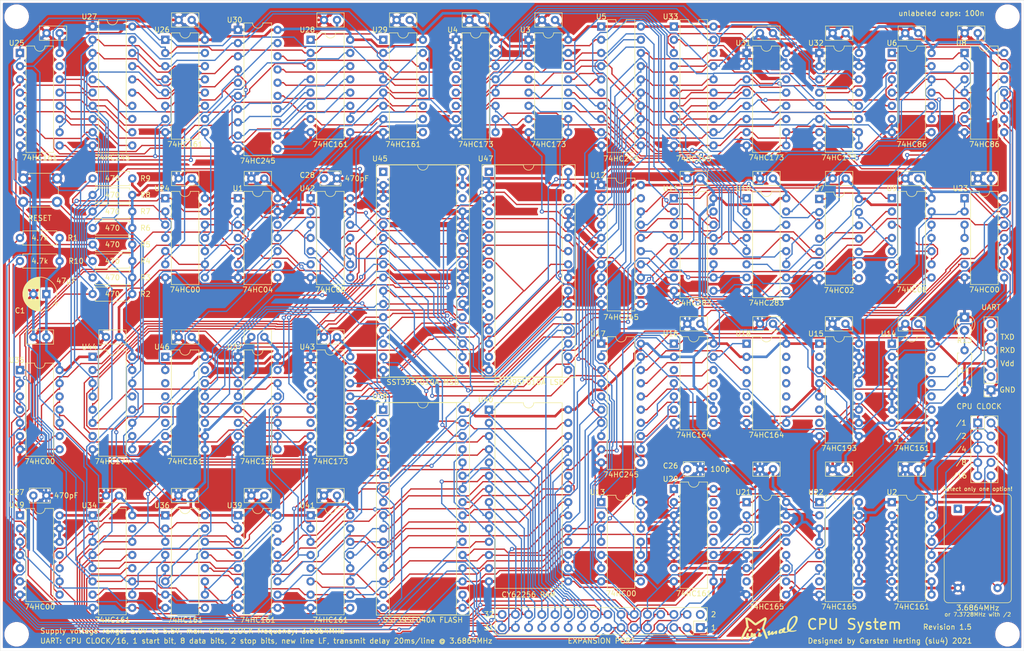
<source format=kicad_pcb>
(kicad_pcb (version 20171130) (host pcbnew "(5.1.5)-3")
  (layers (0 F.Cu signal) (31 B.Cu signal) (34 B.Paste user hide) (35 F.Paste user hide) (36 B.SilkS user) (37 F.SilkS user) (38 B.Mask user) (39 F.Mask user) (44 Edge.Cuts user))
  (net 0 "")
  (net 1 +5V)
  (net 2 GND)
  (net 3 "/UART Receiver/RX")
  (net 4 "/UART Transmitter/TX")
  (net 5 "/Control Logic/~HI")
  (net 6 /ALU/BUS7)
  (net 7 /ALU/BUS6)
  (net 8 /ALU/BUS5)
  (net 9 /ALU/BUS4)
  (net 10 /ALU/BUS3)
  (net 11 /ALU/BUS2)
  (net 12 /ALU/BUS1)
  (net 13 /ALU/BUS0)
  (net 14 "Net-(U1-Pad6)")
  (net 15 /Memory/M15)
  (net 16 "/Control Logic/HI")
  (net 17 /ALU/A7)
  (net 18 /ALU/A6)
  (net 19 /ALU/A5)
  (net 20 /ALU/A4)
  (net 21 "/Control Logic/~AI")
  (net 22 /ALU/A0)
  (net 23 /ALU/A1)
  (net 24 /ALU/A2)
  (net 25 /ALU/A3)
  (net 26 "/Control Logic/~AO")
  (net 27 /ALU/FLAG_C)
  (net 28 /ALU/FLAG_N)
  (net 29 /ALU/~EO)
  (net 30 /ALU/ES)
  (net 31 /ALU/EC)
  (net 32 "/Control Logic/~BI")
  (net 33 "/Control Logic/~RO")
  (net 34 /ALU/B4)
  (net 35 /ALU/B6)
  (net 36 /ALU/B5)
  (net 37 /ALU/B7)
  (net 38 "Net-(U14-Pad1)")
  (net 39 "Net-(U14-Pad11)")
  (net 40 /ALU/B3)
  (net 41 /ALU/B1)
  (net 42 /ALU/B2)
  (net 43 /ALU/B0)
  (net 44 "Net-(U19-Pad3)")
  (net 45 /Memory/M12)
  (net 46 /Memory/M13)
  (net 47 /Memory/M14)
  (net 48 /Memory/M11)
  (net 49 /Memory/M10)
  (net 50 /Memory/M9)
  (net 51 /Memory/M8)
  (net 52 /Memory/M4)
  (net 53 /Memory/M5)
  (net 54 /Memory/M6)
  (net 55 /Memory/M7)
  (net 56 /Memory/M3)
  (net 57 /Memory/M2)
  (net 58 /Memory/M1)
  (net 59 /Memory/M0)
  (net 60 "Net-(U1-Pad10)")
  (net 61 "/Control Logic/~BO")
  (net 62 "/Control Logic/TO")
  (net 63 "/Control Logic/CI")
  (net 64 "/Control Logic/CO")
  (net 65 "/Control Logic/TI")
  (net 66 "/Control Logic/MI")
  (net 67 "/Control Logic/RI")
  (net 68 "/Control Logic/CE")
  (net 69 "Net-(U35-Pad11)")
  (net 70 "Net-(U39-Pad10)")
  (net 71 ~RESET)
  (net 72 "Net-(U11-Pad1)")
  (net 73 CLOCK)
  (net 74 "/Control Logic/Flag2")
  (net 75 "/Control Logic/Flag1")
  (net 76 "/Control Logic/Flag0")
  (net 77 "Net-(U24-Pad3)")
  (net 78 "/Control Logic/Step0")
  (net 79 "/Control Logic/Inst4")
  (net 80 "/Control Logic/Step1")
  (net 81 "/Control Logic/Inst5")
  (net 82 "/Control Logic/Step2")
  (net 83 "/Control Logic/Step3")
  (net 84 "/Control Logic/Inst0")
  (net 85 "/Control Logic/Inst1")
  (net 86 "/Control Logic/Inst2")
  (net 87 "/Control Logic/Inst3")
  (net 88 "Net-(U19-Pad6)")
  (net 89 "Net-(U21-Pad10)")
  (net 90 /Memory/~RI_VALID)
  (net 91 "Net-(U25-Pad10)")
  (net 92 /ALU/FLAG_Z)
  (net 93 "Net-(C26-Pad2)")
  (net 94 "Net-(C28-Pad2)")
  (net 95 "Net-(U10-Pad15)")
  (net 96 "Net-(U10-Pad6)")
  (net 97 "Net-(U10-Pad11)")
  (net 98 "Net-(U10-Pad2)")
  (net 99 "Net-(U7-Pad13)")
  (net 100 "Net-(U11-Pad10)")
  (net 101 "Net-(U10-Pad13)")
  (net 102 "Net-(U11-Pad13)")
  (net 103 "Net-(U10-Pad1)")
  (net 104 "Net-(U10-Pad4)")
  (net 105 "Net-(U11-Pad4)")
  (net 106 "Net-(U7-Pad1)")
  (net 107 "Net-(U11-Pad2)")
  (net 108 "Net-(U11-Pad11)")
  (net 109 "Net-(U11-Pad6)")
  (net 110 "Net-(U11-Pad15)")
  (net 111 "Net-(U10-Pad7)")
  (net 112 "Net-(U13-Pad2)")
  (net 113 "Net-(U16-Pad13)")
  (net 114 "Net-(U16-Pad6)")
  (net 115 "Net-(U16-Pad12)")
  (net 116 "Net-(U16-Pad5)")
  (net 117 "Net-(U16-Pad11)")
  (net 118 "Net-(U16-Pad4)")
  (net 119 "Net-(U16-Pad10)")
  (net 120 "Net-(U17-Pad18)")
  (net 121 "Net-(U20-Pad11)")
  (net 122 "Net-(U24-Pad8)")
  (net 123 "Net-(U24-Pad11)")
  (net 124 "Net-(U24-Pad6)")
  (net 125 "Net-(U25-Pad11)")
  (net 126 "Net-(U25-Pad12)")
  (net 127 "Net-(U25-Pad13)")
  (net 128 "Net-(U25-Pad14)")
  (net 129 "Net-(U26-Pad14)")
  (net 130 "Net-(U26-Pad13)")
  (net 131 "Net-(U26-Pad12)")
  (net 132 "Net-(U26-Pad11)")
  (net 133 "Net-(U26-Pad10)")
  (net 134 "Net-(U28-Pad14)")
  (net 135 "Net-(U28-Pad13)")
  (net 136 "Net-(U28-Pad12)")
  (net 137 "Net-(U28-Pad11)")
  (net 138 "Net-(U28-Pad10)")
  (net 139 "Net-(U29-Pad11)")
  (net 140 "Net-(U29-Pad12)")
  (net 141 "Net-(U29-Pad13)")
  (net 142 "Net-(U29-Pad14)")
  (net 143 "Net-(U34-Pad10)")
  (net 144 "Net-(U35-Pad6)")
  (net 145 "Net-(U35-Pad3)")
  (net 146 "Net-(U36-Pad10)")
  (net 147 "Net-(U37-Pad3)")
  (net 148 "Net-(U37-Pad4)")
  (net 149 "Net-(U37-Pad5)")
  (net 150 "Net-(U37-Pad6)")
  (net 151 "Net-(U42-Pad5)")
  (net 152 "Net-(U42-Pad6)")
  (net 153 "Net-(D3-Pad2)")
  (net 154 "Net-(U1-Pad8)")
  (net 155 "Net-(U13-Pad3)")
  (net 156 "Net-(U15-Pad13)")
  (net 157 "Net-(U13-Pad12)")
  (net 158 "Net-(U1-Pad9)")
  (net 159 "Net-(U13-Pad5)")
  (net 160 "Net-(U13-Pad10)")
  (net 161 "Net-(U14-Pad2)")
  (net 162 "Net-(U23-Pad3)")
  (net 163 "Net-(U1-Pad4)")
  (net 164 "Net-(U35-Pad9)")
  (net 165 "Net-(U9-Pad10)")
  (net 166 "Net-(U7-Pad4)")
  (net 167 "Net-(U7-Pad10)")
  (net 168 "Net-(U9-Pad3)")
  (net 169 "Net-(J2-Pad8)")
  (net 170 "Net-(J2-Pad6)")
  (net 171 "Net-(J2-Pad4)")
  (net 172 "Net-(J2-Pad2)")
  (net 173 "Net-(J3-Pad8)")
  (net 174 "Net-(J2-Pad10)")
  (module Connector_PinSocket_2.54mm:PinSocket_2x16_P2.54mm_Vertical (layer F.Cu) (at 172.72 153.035 270)
    (fp_text reference J3 hide)
    (fp_text value "EXPANSION PORT" (at 2.54 19.05) (layer F.SilkS))
    (pad 32 thru_hole oval (at -2.54 38.1 270) (size 1.7 1.7) (drill 1) (layers *.Cu *.Mask) (net 15 /Memory/M15))
    (pad 31 thru_hole oval (at 0 38.1 270) (size 1.7 1.7) (drill 1) (layers *.Cu *.Mask) (net 47 /Memory/M14))
    (pad 30 thru_hole oval (at -2.54 35.56 270) (size 1.7 1.7) (drill 1) (layers *.Cu *.Mask) (net 46 /Memory/M13))
    (pad 29 thru_hole oval (at 0 35.56 270) (size 1.7 1.7) (drill 1) (layers *.Cu *.Mask) (net 45 /Memory/M12))
    (pad 28 thru_hole oval (at -2.54 33.02 270) (size 1.7 1.7) (drill 1) (layers *.Cu *.Mask) (net 48 /Memory/M11))
    (pad 27 thru_hole oval (at 0 33.02 270) (size 1.7 1.7) (drill 1) (layers *.Cu *.Mask) (net 49 /Memory/M10))
    (pad 26 thru_hole oval (at -2.54 30.48 270) (size 1.7 1.7) (drill 1) (layers *.Cu *.Mask) (net 50 /Memory/M9))
    (pad 25 thru_hole oval (at 0 30.48 270) (size 1.7 1.7) (drill 1) (layers *.Cu *.Mask) (net 51 /Memory/M8))
    (pad 24 thru_hole oval (at -2.54 27.94 270) (size 1.7 1.7) (drill 1) (layers *.Cu *.Mask) (net 55 /Memory/M7))
    (pad 23 thru_hole oval (at 0 27.94 270) (size 1.7 1.7) (drill 1) (layers *.Cu *.Mask) (net 54 /Memory/M6))
    (pad 22 thru_hole oval (at -2.54 25.4 270) (size 1.7 1.7) (drill 1) (layers *.Cu *.Mask) (net 53 /Memory/M5))
    (pad 21 thru_hole oval (at 0 25.4 270) (size 1.7 1.7) (drill 1) (layers *.Cu *.Mask) (net 52 /Memory/M4))
    (pad 20 thru_hole oval (at -2.54 22.86 270) (size 1.7 1.7) (drill 1) (layers *.Cu *.Mask) (net 56 /Memory/M3))
    (pad 19 thru_hole oval (at 0 22.86 270) (size 1.7 1.7) (drill 1) (layers *.Cu *.Mask) (net 57 /Memory/M2))
    (pad 18 thru_hole oval (at -2.54 20.32 270) (size 1.7 1.7) (drill 1) (layers *.Cu *.Mask) (net 58 /Memory/M1))
    (pad 17 thru_hole oval (at 0 20.32 270) (size 1.7 1.7) (drill 1) (layers *.Cu *.Mask) (net 59 /Memory/M0))
    (pad 16 thru_hole oval (at -2.54 17.78 270) (size 1.7 1.7) (drill 1) (layers *.Cu *.Mask) (net 6 /ALU/BUS7))
    (pad 15 thru_hole oval (at 0 17.78 270) (size 1.7 1.7) (drill 1) (layers *.Cu *.Mask) (net 7 /ALU/BUS6))
    (pad 14 thru_hole oval (at -2.54 15.24 270) (size 1.7 1.7) (drill 1) (layers *.Cu *.Mask) (net 8 /ALU/BUS5))
    (pad 13 thru_hole oval (at 0 15.24 270) (size 1.7 1.7) (drill 1) (layers *.Cu *.Mask) (net 9 /ALU/BUS4))
    (pad 12 thru_hole oval (at -2.54 12.7 270) (size 1.7 1.7) (drill 1) (layers *.Cu *.Mask) (net 10 /ALU/BUS3))
    (pad 11 thru_hole oval (at 0 12.7 270) (size 1.7 1.7) (drill 1) (layers *.Cu *.Mask) (net 11 /ALU/BUS2))
    (pad 10 thru_hole oval (at -2.54 10.16 270) (size 1.7 1.7) (drill 1) (layers *.Cu *.Mask) (net 12 /ALU/BUS1))
    (pad 9 thru_hole oval (at 0 10.16 270) (size 1.7 1.7) (drill 1) (layers *.Cu *.Mask) (net 13 /ALU/BUS0))
    (pad 8 thru_hole oval (at -2.54 7.62 270) (size 1.7 1.7) (drill 1) (layers *.Cu *.Mask) (net 173 "Net-(J3-Pad8)"))
    (pad 7 thru_hole oval (at 0 7.62 270) (size 1.7 1.7) (drill 1) (layers *.Cu *.Mask) (net 33 "/Control Logic/~RO"))
    (pad 6 thru_hole oval (at -2.54 5.08 270) (size 1.7 1.7) (drill 1) (layers *.Cu *.Mask) (net 67 "/Control Logic/RI"))
    (pad 5 thru_hole oval (at 0 5.08 270) (size 1.7 1.7) (drill 1) (layers *.Cu *.Mask) (net 73 CLOCK))
    (pad 4 thru_hole oval (at -2.54 2.54 270) (size 1.7 1.7) (drill 1) (layers *.Cu *.Mask) (net 71 ~RESET))
    (pad 3 thru_hole oval (at 0 2.54 270) (size 1.7 1.7) (drill 1) (layers *.Cu *.Mask) (net 1 +5V))
    (pad 2 thru_hole oval (at -2.54 0 270) (size 1.7 1.7) (drill 1) (layers *.Cu *.Mask))
    (pad 1 thru_hole rect (at 0 0 270) (size 1.7 1.7) (drill 1) (layers *.Cu *.Mask) (net 2 GND))
  )
  (module Connector_PinHeader_2.54mm:PinHeader_2x05_P2.54mm_Vertical (layer F.Cu) (at 226.06 113.665)
    (fp_text reference J2 hide)
    (fp_text value "CPU CLOCK" (at 0.254 -3.175) (layer F.SilkS))
    (pad 10 thru_hole oval (at 2.54 10.16) (size 1.7 1.7) (drill 1) (layers *.Cu *.Mask) (net 174 "Net-(J2-Pad10)"))
    (pad 9 thru_hole oval (at 0 10.16) (size 1.7 1.7) (drill 1) (layers *.Cu *.Mask) (net 73 CLOCK))
    (pad 8 thru_hole oval (at 2.54 7.62) (size 1.7 1.7) (drill 1) (layers *.Cu *.Mask) (net 169 "Net-(J2-Pad8)"))
    (pad 7 thru_hole oval (at 0 7.62) (size 1.7 1.7) (drill 1) (layers *.Cu *.Mask) (net 73 CLOCK))
    (pad 6 thru_hole oval (at 2.54 5.08) (size 1.7 1.7) (drill 1) (layers *.Cu *.Mask) (net 170 "Net-(J2-Pad6)"))
    (pad 5 thru_hole oval (at 0 5.08) (size 1.7 1.7) (drill 1) (layers *.Cu *.Mask) (net 73 CLOCK))
    (pad 4 thru_hole oval (at 2.54 2.54) (size 1.7 1.7) (drill 1) (layers *.Cu *.Mask) (net 171 "Net-(J2-Pad4)"))
    (pad 3 thru_hole oval (at 0 2.54) (size 1.7 1.7) (drill 1) (layers *.Cu *.Mask) (net 73 CLOCK))
    (pad 2 thru_hole oval (at 2.54 0) (size 1.7 1.7) (drill 1) (layers *.Cu *.Mask) (net 172 "Net-(J2-Pad2)"))
    (pad 1 thru_hole rect (at 0 0) (size 1.7 1.7) (drill 1) (layers *.Cu *.Mask) (net 73 CLOCK))
  )
  (module Package_DIP:DIP-14_W7.62mm (layer F.Cu) (at 83.82 70.485)
    (fp_text reference U1 (at 0 -1.905) (layer F.SilkS))
    (fp_text value 74HC04 (at 3.81 17.57) (layer F.SilkS))
    (pad 14 thru_hole oval (at 7.62 0) (size 1.6 1.6) (drill 0.8) (layers *.Cu *.Mask) (net 1 +5V))
    (pad 7 thru_hole oval (at 0 15.24) (size 1.6 1.6) (drill 0.8) (layers *.Cu *.Mask) (net 2 GND))
    (pad 13 thru_hole oval (at 7.62 2.54) (size 1.6 1.6) (drill 0.8) (layers *.Cu *.Mask) (net 2 GND))
    (pad 6 thru_hole oval (at 0 12.7) (size 1.6 1.6) (drill 0.8) (layers *.Cu *.Mask) (net 14 "Net-(U1-Pad6)"))
    (pad 12 thru_hole oval (at 7.62 5.08) (size 1.6 1.6) (drill 0.8) (layers *.Cu *.Mask))
    (pad 5 thru_hole oval (at 0 10.16) (size 1.6 1.6) (drill 0.8) (layers *.Cu *.Mask) (net 15 /Memory/M15))
    (pad 11 thru_hole oval (at 7.62 7.62) (size 1.6 1.6) (drill 0.8) (layers *.Cu *.Mask) (net 73 CLOCK))
    (pad 4 thru_hole oval (at 0 7.62) (size 1.6 1.6) (drill 0.8) (layers *.Cu *.Mask) (net 163 "Net-(U1-Pad4)"))
    (pad 10 thru_hole oval (at 7.62 10.16) (size 1.6 1.6) (drill 0.8) (layers *.Cu *.Mask) (net 60 "Net-(U1-Pad10)"))
    (pad 3 thru_hole oval (at 0 5.08) (size 1.6 1.6) (drill 0.8) (layers *.Cu *.Mask) (net 71 ~RESET))
    (pad 9 thru_hole oval (at 7.62 12.7) (size 1.6 1.6) (drill 0.8) (layers *.Cu *.Mask) (net 158 "Net-(U1-Pad9)"))
    (pad 2 thru_hole oval (at 0 2.54) (size 1.6 1.6) (drill 0.8) (layers *.Cu *.Mask) (net 5 "/Control Logic/~HI"))
    (pad 8 thru_hole oval (at 7.62 15.24) (size 1.6 1.6) (drill 0.8) (layers *.Cu *.Mask) (net 154 "Net-(U1-Pad8)"))
    (pad 1 thru_hole rect (at 0 0) (size 1.6 1.6) (drill 0.8) (layers *.Cu *.Mask) (net 16 "/Control Logic/HI"))
  )
  (module Package_DIP:DIP-14_W7.62mm (layer F.Cu) (at 195.58 70.612)
    (fp_text reference U7 (at 0 -2.032) (layer F.SilkS))
    (fp_text value 74HC02 (at 3.81 17.57) (layer F.SilkS))
    (pad 14 thru_hole oval (at 7.62 0) (size 1.6 1.6) (drill 0.8) (layers *.Cu *.Mask) (net 1 +5V))
    (pad 7 thru_hole oval (at 0 15.24) (size 1.6 1.6) (drill 0.8) (layers *.Cu *.Mask) (net 2 GND))
    (pad 13 thru_hole oval (at 7.62 2.54) (size 1.6 1.6) (drill 0.8) (layers *.Cu *.Mask) (net 99 "Net-(U7-Pad13)"))
    (pad 6 thru_hole oval (at 0 12.7) (size 1.6 1.6) (drill 0.8) (layers *.Cu *.Mask) (net 100 "Net-(U11-Pad10)"))
    (pad 12 thru_hole oval (at 7.62 5.08) (size 1.6 1.6) (drill 0.8) (layers *.Cu *.Mask) (net 28 /ALU/FLAG_N))
    (pad 5 thru_hole oval (at 0 10.16) (size 1.6 1.6) (drill 0.8) (layers *.Cu *.Mask) (net 102 "Net-(U11-Pad13)"))
    (pad 11 thru_hole oval (at 7.62 7.62) (size 1.6 1.6) (drill 0.8) (layers *.Cu *.Mask) (net 101 "Net-(U10-Pad13)"))
    (pad 4 thru_hole oval (at 0 7.62) (size 1.6 1.6) (drill 0.8) (layers *.Cu *.Mask) (net 166 "Net-(U7-Pad4)"))
    (pad 10 thru_hole oval (at 7.62 10.16) (size 1.6 1.6) (drill 0.8) (layers *.Cu *.Mask) (net 167 "Net-(U7-Pad10)"))
    (pad 3 thru_hole oval (at 0 5.08) (size 1.6 1.6) (drill 0.8) (layers *.Cu *.Mask) (net 72 "Net-(U11-Pad1)"))
    (pad 9 thru_hole oval (at 7.62 12.7) (size 1.6 1.6) (drill 0.8) (layers *.Cu *.Mask) (net 103 "Net-(U10-Pad1)"))
    (pad 2 thru_hole oval (at 0 2.54) (size 1.6 1.6) (drill 0.8) (layers *.Cu *.Mask) (net 105 "Net-(U11-Pad4)"))
    (pad 8 thru_hole oval (at 7.62 15.24) (size 1.6 1.6) (drill 0.8) (layers *.Cu *.Mask) (net 104 "Net-(U10-Pad4)"))
    (pad 1 thru_hole rect (at 0 0) (size 1.6 1.6) (drill 0.8) (layers *.Cu *.Mask) (net 106 "Net-(U7-Pad1)"))
  )
  (module logo:logo (layer F.Cu) (at 185.928 153.035)
    (fp_text reference G*** hide)
    (fp_text value LOGO hide)
  )
  (module Package_DIP:DIP-14_W7.62mm (layer F.Cu) (at 223.52 70.485)
    (fp_text reference U23 (at -0.79 -1.905) (layer F.SilkS))
    (fp_text value 74HC00 (at 3.81 17.57) (layer F.SilkS))
    (pad 14 thru_hole oval (at 7.62 0) (size 1.6 1.6) (drill 0.8) (layers *.Cu *.Mask) (net 1 +5V))
    (pad 7 thru_hole oval (at 0 15.24) (size 1.6 1.6) (drill 0.8) (layers *.Cu *.Mask) (net 2 GND))
    (pad 13 thru_hole oval (at 7.62 2.54) (size 1.6 1.6) (drill 0.8) (layers *.Cu *.Mask) (net 73 CLOCK))
    (pad 6 thru_hole oval (at 0 12.7) (size 1.6 1.6) (drill 0.8) (layers *.Cu *.Mask) (net 157 "Net-(U13-Pad12)"))
    (pad 12 thru_hole oval (at 7.62 5.08) (size 1.6 1.6) (drill 0.8) (layers *.Cu *.Mask) (net 65 "/Control Logic/TI"))
    (pad 5 thru_hole oval (at 0 10.16) (size 1.6 1.6) (drill 0.8) (layers *.Cu *.Mask) (net 62 "/Control Logic/TO"))
    (pad 11 thru_hole oval (at 7.62 7.62) (size 1.6 1.6) (drill 0.8) (layers *.Cu *.Mask) (net 93 "Net-(C26-Pad2)"))
    (pad 4 thru_hole oval (at 0 7.62) (size 1.6 1.6) (drill 0.8) (layers *.Cu *.Mask) (net 162 "Net-(U23-Pad3)"))
    (pad 10 thru_hole oval (at 7.62 10.16) (size 1.6 1.6) (drill 0.8) (layers *.Cu *.Mask) (net 73 CLOCK))
    (pad 3 thru_hole oval (at 0 5.08) (size 1.6 1.6) (drill 0.8) (layers *.Cu *.Mask) (net 162 "Net-(U23-Pad3)"))
    (pad 9 thru_hole oval (at 7.62 12.7) (size 1.6 1.6) (drill 0.8) (layers *.Cu *.Mask) (net 73 CLOCK))
    (pad 2 thru_hole oval (at 0 2.54) (size 1.6 1.6) (drill 0.8) (layers *.Cu *.Mask) (net 156 "Net-(U15-Pad13)"))
    (pad 8 thru_hole oval (at 7.62 15.24) (size 1.6 1.6) (drill 0.8) (layers *.Cu *.Mask) (net 161 "Net-(U14-Pad2)"))
    (pad 1 thru_hole rect (at 0 0) (size 1.6 1.6) (drill 0.8) (layers *.Cu *.Mask) (net 156 "Net-(U15-Pad13)"))
  )
  (module Package_DIP:DIP-14_W7.62mm (layer F.Cu) (at 41.91 131.445)
    (fp_text reference U19 (at -0.635 -2.005) (layer F.SilkS))
    (fp_text value 74HC00 (at 3.81 17.57) (layer F.SilkS))
    (pad 14 thru_hole oval (at 7.62 0) (size 1.6 1.6) (drill 0.8) (layers *.Cu *.Mask) (net 1 +5V))
    (pad 7 thru_hole oval (at 0 15.24) (size 1.6 1.6) (drill 0.8) (layers *.Cu *.Mask) (net 2 GND))
    (pad 13 thru_hole oval (at 7.62 2.54) (size 1.6 1.6) (drill 0.8) (layers *.Cu *.Mask) (net 2 GND))
    (pad 6 thru_hole oval (at 0 12.7) (size 1.6 1.6) (drill 0.8) (layers *.Cu *.Mask) (net 88 "Net-(U19-Pad6)"))
    (pad 12 thru_hole oval (at 7.62 5.08) (size 1.6 1.6) (drill 0.8) (layers *.Cu *.Mask) (net 2 GND))
    (pad 5 thru_hole oval (at 0 10.16) (size 1.6 1.6) (drill 0.8) (layers *.Cu *.Mask) (net 16 "/Control Logic/HI"))
    (pad 11 thru_hole oval (at 7.62 7.62) (size 1.6 1.6) (drill 0.8) (layers *.Cu *.Mask))
    (pad 4 thru_hole oval (at 0 7.62) (size 1.6 1.6) (drill 0.8) (layers *.Cu *.Mask) (net 66 "/Control Logic/MI"))
    (pad 10 thru_hole oval (at 7.62 10.16) (size 1.6 1.6) (drill 0.8) (layers *.Cu *.Mask) (net 73 CLOCK))
    (pad 3 thru_hole oval (at 0 5.08) (size 1.6 1.6) (drill 0.8) (layers *.Cu *.Mask) (net 44 "Net-(U19-Pad3)"))
    (pad 9 thru_hole oval (at 7.62 12.7) (size 1.6 1.6) (drill 0.8) (layers *.Cu *.Mask) (net 67 "/Control Logic/RI"))
    (pad 2 thru_hole oval (at 0 2.54) (size 1.6 1.6) (drill 0.8) (layers *.Cu *.Mask) (net 66 "/Control Logic/MI"))
    (pad 8 thru_hole oval (at 7.62 15.24) (size 1.6 1.6) (drill 0.8) (layers *.Cu *.Mask) (net 90 /Memory/~RI_VALID))
    (pad 1 thru_hole rect (at 0 0) (size 1.6 1.6) (drill 0.8) (layers *.Cu *.Mask) (net 5 "/Control Logic/~HI"))
  )
  (module Package_DIP:DIP-14_W7.62mm (layer F.Cu) (at 153.67 128.905)
    (fp_text reference U13 (at -0.735 -1.905) (layer F.SilkS))
    (fp_text value 74HC00 (at 3.81 17.57) (layer F.SilkS))
    (pad 14 thru_hole oval (at 7.62 0) (size 1.6 1.6) (drill 0.8) (layers *.Cu *.Mask) (net 1 +5V))
    (pad 7 thru_hole oval (at 0 15.24) (size 1.6 1.6) (drill 0.8) (layers *.Cu *.Mask) (net 2 GND))
    (pad 13 thru_hole oval (at 7.62 2.54) (size 1.6 1.6) (drill 0.8) (layers *.Cu *.Mask) (net 157 "Net-(U13-Pad12)"))
    (pad 6 thru_hole oval (at 0 12.7) (size 1.6 1.6) (drill 0.8) (layers *.Cu *.Mask) (net 112 "Net-(U13-Pad2)"))
    (pad 12 thru_hole oval (at 7.62 5.08) (size 1.6 1.6) (drill 0.8) (layers *.Cu *.Mask) (net 157 "Net-(U13-Pad12)"))
    (pad 5 thru_hole oval (at 0 10.16) (size 1.6 1.6) (drill 0.8) (layers *.Cu *.Mask) (net 159 "Net-(U13-Pad5)"))
    (pad 11 thru_hole oval (at 7.62 7.62) (size 1.6 1.6) (drill 0.8) (layers *.Cu *.Mask) (net 160 "Net-(U13-Pad10)"))
    (pad 4 thru_hole oval (at 0 7.62) (size 1.6 1.6) (drill 0.8) (layers *.Cu *.Mask) (net 155 "Net-(U13-Pad3)"))
    (pad 10 thru_hole oval (at 7.62 10.16) (size 1.6 1.6) (drill 0.8) (layers *.Cu *.Mask) (net 160 "Net-(U13-Pad10)"))
    (pad 3 thru_hole oval (at 0 5.08) (size 1.6 1.6) (drill 0.8) (layers *.Cu *.Mask) (net 155 "Net-(U13-Pad3)"))
    (pad 9 thru_hole oval (at 7.62 12.7) (size 1.6 1.6) (drill 0.8) (layers *.Cu *.Mask) (net 73 CLOCK))
    (pad 2 thru_hole oval (at 0 2.54) (size 1.6 1.6) (drill 0.8) (layers *.Cu *.Mask) (net 112 "Net-(U13-Pad2)"))
    (pad 8 thru_hole oval (at 7.62 15.24) (size 1.6 1.6) (drill 0.8) (layers *.Cu *.Mask) (net 159 "Net-(U13-Pad5)"))
    (pad 1 thru_hole rect (at 0 0) (size 1.6 1.6) (drill 0.8) (layers *.Cu *.Mask) (net 3 "/UART Receiver/RX"))
  )
  (module Package_DIP:DIP-16_W7.62mm (layer F.Cu) (at 209.55 128.905)
    (fp_text reference U2 (at 0 -1.905) (layer F.SilkS))
    (fp_text value 74HC161 (at 3.81 20.11) (layer F.SilkS))
    (pad 16 thru_hole oval (at 7.62 0) (size 1.6 1.6) (drill 0.8) (layers *.Cu *.Mask) (net 1 +5V))
    (pad 8 thru_hole oval (at 0 17.78) (size 1.6 1.6) (drill 0.8) (layers *.Cu *.Mask) (net 2 GND))
    (pad 15 thru_hole oval (at 7.62 2.54) (size 1.6 1.6) (drill 0.8) (layers *.Cu *.Mask))
    (pad 7 thru_hole oval (at 0 15.24) (size 1.6 1.6) (drill 0.8) (layers *.Cu *.Mask) (net 1 +5V))
    (pad 14 thru_hole oval (at 7.62 5.08) (size 1.6 1.6) (drill 0.8) (layers *.Cu *.Mask) (net 171 "Net-(J2-Pad4)"))
    (pad 6 thru_hole oval (at 0 12.7) (size 1.6 1.6) (drill 0.8) (layers *.Cu *.Mask) (net 2 GND))
    (pad 13 thru_hole oval (at 7.62 7.62) (size 1.6 1.6) (drill 0.8) (layers *.Cu *.Mask) (net 170 "Net-(J2-Pad6)"))
    (pad 5 thru_hole oval (at 0 10.16) (size 1.6 1.6) (drill 0.8) (layers *.Cu *.Mask) (net 2 GND))
    (pad 12 thru_hole oval (at 7.62 10.16) (size 1.6 1.6) (drill 0.8) (layers *.Cu *.Mask) (net 169 "Net-(J2-Pad8)"))
    (pad 4 thru_hole oval (at 0 7.62) (size 1.6 1.6) (drill 0.8) (layers *.Cu *.Mask) (net 2 GND))
    (pad 11 thru_hole oval (at 7.62 12.7) (size 1.6 1.6) (drill 0.8) (layers *.Cu *.Mask) (net 174 "Net-(J2-Pad10)"))
    (pad 3 thru_hole oval (at 0 5.08) (size 1.6 1.6) (drill 0.8) (layers *.Cu *.Mask) (net 2 GND))
    (pad 10 thru_hole oval (at 7.62 15.24) (size 1.6 1.6) (drill 0.8) (layers *.Cu *.Mask) (net 1 +5V))
    (pad 2 thru_hole oval (at 0 2.54) (size 1.6 1.6) (drill 0.8) (layers *.Cu *.Mask) (net 172 "Net-(J2-Pad2)"))
    (pad 9 thru_hole oval (at 7.62 17.78) (size 1.6 1.6) (drill 0.8) (layers *.Cu *.Mask) (net 1 +5V))
    (pad 1 thru_hole rect (at 0 0) (size 1.6 1.6) (drill 0.8) (layers *.Cu *.Mask) (net 1 +5V))
  )
  (module Capacitor_THT:C_Disc_D5.0mm_W2.5mm_P2.50mm (layer F.Cu) (at 226.06 38.735 180)
    (fp_text reference C37 hide)
    (fp_text value 100nF)
    (pad 2 thru_hole circle (at 2.5 0 180) (size 1.6 1.6) (drill 0.8) (layers *.Cu *.Mask) (net 2 GND))
    (pad 1 thru_hole circle (at 0 0 180) (size 1.6 1.6) (drill 0.8) (layers *.Cu *.Mask) (net 1 +5V))
  )
  (module Capacitor_THT:C_Disc_D5.0mm_W2.5mm_P2.50mm (layer F.Cu) (at 228.6 66.675 180)
    (fp_text reference C36 hide)
    (fp_text value 100nF hide)
    (pad 2 thru_hole circle (at 2.5 0 180) (size 1.6 1.6) (drill 0.8) (layers *.Cu *.Mask) (net 2 GND))
    (pad 1 thru_hole circle (at 0 0 180) (size 1.6 1.6) (drill 0.8) (layers *.Cu *.Mask) (net 1 +5V))
  )
  (module Capacitor_THT:C_Disc_D5.0mm_W2.5mm_P2.50mm (layer F.Cu) (at 214.63 38.735 180)
    (fp_text reference C35 hide)
    (fp_text value 100nF hide)
    (pad 2 thru_hole circle (at 2.5 0 180) (size 1.6 1.6) (drill 0.8) (layers *.Cu *.Mask) (net 2 GND))
    (pad 1 thru_hole circle (at 0 0 180) (size 1.6 1.6) (drill 0.8) (layers *.Cu *.Mask) (net 1 +5V))
  )
  (module Capacitor_THT:C_Disc_D5.0mm_W2.5mm_P2.50mm (layer F.Cu) (at 200.66 38.735 180)
    (fp_text reference C34 hide)
    (fp_text value 100nF hide)
    (pad 2 thru_hole circle (at 2.5 0 180) (size 1.6 1.6) (drill 0.8) (layers *.Cu *.Mask) (net 2 GND))
    (pad 1 thru_hole circle (at 0 0 180) (size 1.6 1.6) (drill 0.8) (layers *.Cu *.Mask) (net 1 +5V))
  )
  (module Resistor_THT:R_Axial_DIN0207_L6.3mm_D2.5mm_P7.62mm_Horizontal (layer F.Cu) (at 223.52 99.695 270)
    (fp_text reference R13 (at -1.905 0 180) (layer F.SilkS))
    (fp_text value 1k (at 3.81 0 180) (layer F.SilkS))
    (pad 2 thru_hole oval (at 7.62 0 270) (size 1.6 1.6) (drill 0.8) (layers *.Cu *.Mask) (net 1 +5V))
    (pad 1 thru_hole circle (at 0 0 270) (size 1.6 1.6) (drill 0.8) (layers *.Cu *.Mask) (net 153 "Net-(D3-Pad2)"))
  )
  (module LED_THT:LED_D3.0mm (layer F.Cu) (at 223.52 93.345 270)
    (fp_text reference D3 hide)
    (fp_text value 5V hide)
    (pad 2 thru_hole circle (at 2.54 0 270) (size 1.8 1.8) (drill 0.9) (layers *.Cu *.Mask) (net 153 "Net-(D3-Pad2)"))
    (pad 1 thru_hole rect (at 0 0 270) (size 1.8 1.8) (drill 0.9) (layers *.Cu *.Mask) (net 2 GND))
  )
  (module Capacitor_THT:C_Disc_D5.0mm_W2.5mm_P2.50mm (layer F.Cu) (at 186.69 38.735 180)
    (fp_text reference C33 hide)
    (fp_text value 100nF hide)
    (pad 2 thru_hole circle (at 2.5 0 180) (size 1.6 1.6) (drill 0.8) (layers *.Cu *.Mask) (net 2 GND))
    (pad 1 thru_hole circle (at 0 0 180) (size 1.6 1.6) (drill 0.8) (layers *.Cu *.Mask) (net 1 +5V))
  )
  (module Capacitor_THT:C_Disc_D5.0mm_W2.5mm_P2.50mm (layer F.Cu) (at 200.66 122.555 180)
    (fp_text reference C32 hide)
    (fp_text value 100nF hide)
    (pad 2 thru_hole circle (at 2.5 0 180) (size 1.6 1.6) (drill 0.8) (layers *.Cu *.Mask) (net 2 GND))
    (pad 1 thru_hole circle (at 0 0 180) (size 1.6 1.6) (drill 0.8) (layers *.Cu *.Mask) (net 1 +5V))
  )
  (module Capacitor_THT:C_Disc_D5.0mm_W2.5mm_P2.50mm (layer F.Cu) (at 74.93 66.675 180)
    (fp_text reference C31 hide)
    (fp_text value 100nF hide)
    (pad 2 thru_hole circle (at 2.5 0 180) (size 1.6 1.6) (drill 0.8) (layers *.Cu *.Mask) (net 2 GND))
    (pad 1 thru_hole circle (at 0 0 180) (size 1.6 1.6) (drill 0.8) (layers *.Cu *.Mask) (net 1 +5V))
  )
  (module Capacitor_THT:C_Disc_D5.0mm_W2.5mm_P2.50mm (layer F.Cu) (at 49.53 38.735 180)
    (fp_text reference C30 hide)
    (fp_text value 100nF hide)
    (pad 2 thru_hole circle (at 2.5 0 180) (size 1.6 1.6) (drill 0.8) (layers *.Cu *.Mask) (net 2 GND))
    (pad 1 thru_hole circle (at 0 0 180) (size 1.6 1.6) (drill 0.8) (layers *.Cu *.Mask) (net 1 +5V))
  )
  (module Capacitor_THT:C_Disc_D5.0mm_W2.5mm_P2.50mm (layer F.Cu) (at 214.63 122.555 180)
    (fp_text reference C29 hide)
    (fp_text value 100nF hide)
    (pad 2 thru_hole circle (at 2.5 0 180) (size 1.6 1.6) (drill 0.8) (layers *.Cu *.Mask) (net 2 GND))
    (pad 1 thru_hole circle (at 0 0 180) (size 1.6 1.6) (drill 0.8) (layers *.Cu *.Mask) (net 1 +5V))
  )
  (module MountingHole:MountingHole_2.2mm_M2 (layer F.Cu) (at 231.775 154.305)
    (fp_text reference H4 hide)
    (fp_text value M2)
    (pad "" np_thru_hole circle (at 0 0) (size 2.2 2.2) (drill 2.2) (layers *.Cu *.Mask) (clearance 1.27))
  )
  (module MountingHole:MountingHole_2.2mm_M2 (layer F.Cu) (at 41.275 154.305)
    (fp_text reference H3 hide)
    (fp_text value M2)
    (pad 1 np_thru_hole circle (at 0 0) (size 2.2 2.2) (drill 2.2) (layers *.Cu *.Mask))
  )
  (module MountingHole:MountingHole_2.2mm_M2 (layer F.Cu) (at 231.775 35.56)
    (fp_text reference H2 hide)
    (fp_text value M2)
    (pad 1 np_thru_hole circle (at 0 0) (size 2.2 2.2) (drill 2.2) (layers *.Cu *.Mask))
  )
  (module MountingHole:MountingHole_2.2mm_M2 (layer F.Cu) (at 41.275 35.56)
    (fp_text reference H1 hide)
    (fp_text value M2)
    (pad 1 np_thru_hole circle (at 0 0) (size 2.2 2.2) (drill 2.2) (layers *.Cu *.Mask))
  )
  (module Oscillator:Oscillator_DIP-14 (layer F.Cu) (at 222.25 130.175 270)
    (fp_text reference X1 hide)
    (fp_text value 3.6864MHz (at 19.05 -3.81 180) (layer F.SilkS))
    (pad 7 thru_hole circle (at 15.24 0 270) (size 1.6 1.6) (drill 0.8) (layers *.Cu *.Mask) (net 2 GND))
    (pad 8 thru_hole circle (at 15.24 -7.62 270) (size 1.6 1.6) (drill 0.8) (layers *.Cu *.Mask) (net 172 "Net-(J2-Pad2)"))
    (pad 14 thru_hole circle (at 0 -7.62 270) (size 1.6 1.6) (drill 0.8) (layers *.Cu *.Mask) (net 1 +5V))
    (pad 1 thru_hole rect (at 0 0 270) (size 1.6 1.6) (drill 0.8) (layers *.Cu *.Mask))
  )
  (module Button_Switch_THT:SW_PUSH_6mm (layer F.Cu) (at 42.545 66.675)
    (fp_text reference SW1 hide)
    (fp_text value RESET (at 3.175 7.62 180) (layer F.SilkS))
    (pad 2 thru_hole circle (at 0 4.5 90) (size 2 2) (drill 1.1) (layers *.Cu *.Mask) (net 71 ~RESET))
    (pad 1 thru_hole circle (at 0 0 90) (size 2 2) (drill 1.1) (layers *.Cu *.Mask) (net 2 GND))
    (pad 2 thru_hole circle (at 6.5 4.5 90) (size 2 2) (drill 1.1) (layers *.Cu *.Mask) (net 71 ~RESET))
    (pad 1 thru_hole circle (at 6.5 0 90) (size 2 2) (drill 1.1) (layers *.Cu *.Mask) (net 2 GND))
  )
  (module Resistor_THT:R_Axial_DIN0207_L6.3mm_D2.5mm_P7.62mm_Horizontal (layer F.Cu) (at 41.91 78.105)
    (fp_text reference R1 (at 10.16 0) (layer F.SilkS))
    (fp_text value 4.7k (at 3.81 0) (layer F.SilkS))
    (pad 2 thru_hole oval (at 7.62 0) (size 1.6 1.6) (drill 0.8) (layers *.Cu *.Mask) (net 1 +5V))
    (pad 1 thru_hole circle (at 0 0) (size 1.6 1.6) (drill 0.8) (layers *.Cu *.Mask) (net 71 ~RESET))
  )
  (module Package_DIP:DIP-16_W7.62mm (layer F.Cu) (at 55.88 100.965)
    (fp_text reference U44 (at -0.635 -1.905) (layer F.SilkS))
    (fp_text value 74HC174 (at 3.81 20.11) (layer F.SilkS))
    (pad 16 thru_hole oval (at 7.62 0) (size 1.6 1.6) (drill 0.8) (layers *.Cu *.Mask) (net 1 +5V))
    (pad 8 thru_hole oval (at 0 17.78) (size 1.6 1.6) (drill 0.8) (layers *.Cu *.Mask) (net 2 GND))
    (pad 15 thru_hole oval (at 7.62 2.54) (size 1.6 1.6) (drill 0.8) (layers *.Cu *.Mask) (net 81 "/Control Logic/Inst5"))
    (pad 7 thru_hole oval (at 0 15.24) (size 1.6 1.6) (drill 0.8) (layers *.Cu *.Mask) (net 86 "/Control Logic/Inst2"))
    (pad 14 thru_hole oval (at 7.62 5.08) (size 1.6 1.6) (drill 0.8) (layers *.Cu *.Mask) (net 8 /ALU/BUS5))
    (pad 6 thru_hole oval (at 0 12.7) (size 1.6 1.6) (drill 0.8) (layers *.Cu *.Mask) (net 11 /ALU/BUS2))
    (pad 13 thru_hole oval (at 7.62 7.62) (size 1.6 1.6) (drill 0.8) (layers *.Cu *.Mask) (net 9 /ALU/BUS4))
    (pad 5 thru_hole oval (at 0 10.16) (size 1.6 1.6) (drill 0.8) (layers *.Cu *.Mask) (net 85 "/Control Logic/Inst1"))
    (pad 12 thru_hole oval (at 7.62 10.16) (size 1.6 1.6) (drill 0.8) (layers *.Cu *.Mask) (net 79 "/Control Logic/Inst4"))
    (pad 4 thru_hole oval (at 0 7.62) (size 1.6 1.6) (drill 0.8) (layers *.Cu *.Mask) (net 12 /ALU/BUS1))
    (pad 11 thru_hole oval (at 7.62 12.7) (size 1.6 1.6) (drill 0.8) (layers *.Cu *.Mask) (net 10 /ALU/BUS3))
    (pad 3 thru_hole oval (at 0 5.08) (size 1.6 1.6) (drill 0.8) (layers *.Cu *.Mask) (net 13 /ALU/BUS0))
    (pad 10 thru_hole oval (at 7.62 15.24) (size 1.6 1.6) (drill 0.8) (layers *.Cu *.Mask) (net 87 "/Control Logic/Inst3"))
    (pad 2 thru_hole oval (at 0 2.54) (size 1.6 1.6) (drill 0.8) (layers *.Cu *.Mask) (net 84 "/Control Logic/Inst0"))
    (pad 9 thru_hole oval (at 7.62 17.78) (size 1.6 1.6) (drill 0.8) (layers *.Cu *.Mask) (net 154 "Net-(U1-Pad8)"))
    (pad 1 thru_hole rect (at 0 0) (size 1.6 1.6) (drill 0.8) (layers *.Cu *.Mask) (net 1 +5V))
  )
  (module Package_DIP:DIP-14_W7.62mm (layer F.Cu) (at 209.55 70.485)
    (fp_text reference U9 (at 0 -1.905) (layer F.SilkS))
    (fp_text value 74HC08 (at 3.81 17.57) (layer F.SilkS))
    (pad 14 thru_hole oval (at 7.62 0) (size 1.6 1.6) (drill 0.8) (layers *.Cu *.Mask) (net 1 +5V))
    (pad 7 thru_hole oval (at 0 15.24) (size 1.6 1.6) (drill 0.8) (layers *.Cu *.Mask) (net 2 GND))
    (pad 13 thru_hole oval (at 7.62 2.54) (size 1.6 1.6) (drill 0.8) (layers *.Cu *.Mask) (net 156 "Net-(U15-Pad13)"))
    (pad 6 thru_hole oval (at 0 12.7) (size 1.6 1.6) (drill 0.8) (layers *.Cu *.Mask) (net 165 "Net-(U9-Pad10)"))
    (pad 12 thru_hole oval (at 7.62 5.08) (size 1.6 1.6) (drill 0.8) (layers *.Cu *.Mask) (net 155 "Net-(U13-Pad3)"))
    (pad 5 thru_hole oval (at 0 10.16) (size 1.6 1.6) (drill 0.8) (layers *.Cu *.Mask) (net 99 "Net-(U7-Pad13)"))
    (pad 11 thru_hole oval (at 7.62 7.62) (size 1.6 1.6) (drill 0.8) (layers *.Cu *.Mask) (net 38 "Net-(U14-Pad1)"))
    (pad 4 thru_hole oval (at 0 7.62) (size 1.6 1.6) (drill 0.8) (layers *.Cu *.Mask) (net 167 "Net-(U7-Pad10)"))
    (pad 10 thru_hole oval (at 7.62 10.16) (size 1.6 1.6) (drill 0.8) (layers *.Cu *.Mask) (net 165 "Net-(U9-Pad10)"))
    (pad 3 thru_hole oval (at 0 5.08) (size 1.6 1.6) (drill 0.8) (layers *.Cu *.Mask) (net 168 "Net-(U9-Pad3)"))
    (pad 9 thru_hole oval (at 7.62 12.7) (size 1.6 1.6) (drill 0.8) (layers *.Cu *.Mask) (net 168 "Net-(U9-Pad3)"))
    (pad 2 thru_hole oval (at 0 2.54) (size 1.6 1.6) (drill 0.8) (layers *.Cu *.Mask) (net 166 "Net-(U7-Pad4)"))
    (pad 8 thru_hole oval (at 7.62 15.24) (size 1.6 1.6) (drill 0.8) (layers *.Cu *.Mask) (net 92 /ALU/FLAG_Z))
    (pad 1 thru_hole rect (at 0 0) (size 1.6 1.6) (drill 0.8) (layers *.Cu *.Mask) (net 106 "Net-(U7-Pad1)"))
  )
  (module Capacitor_THT:C_Disc_D3.8mm_W2.6mm_P2.50mm (layer F.Cu) (at 46.99 127.635 180)
    (fp_text reference C27 (at 5.715 0.635) (layer F.SilkS))
    (fp_text value 470pF (at -3.81 0) (layer F.SilkS))
    (pad 2 thru_hole circle (at 2.5 0 180) (size 1.6 1.6) (drill 0.8) (layers *.Cu *.Mask) (net 67 "/Control Logic/RI"))
    (pad 1 thru_hole circle (at 0 0 180) (size 1.6 1.6) (drill 0.8) (layers *.Cu *.Mask) (net 2 GND))
  )
  (module Package_DIP:DIP-14_W7.62mm (layer F.Cu) (at 41.91 103.505)
    (fp_text reference U35 (at -0.635 -1.905) (layer F.SilkS))
    (fp_text value 74HC00 (at 3.81 17.57) (layer F.SilkS))
    (pad 14 thru_hole oval (at 7.62 0) (size 1.6 1.6) (drill 0.8) (layers *.Cu *.Mask) (net 1 +5V))
    (pad 7 thru_hole oval (at 0 15.24) (size 1.6 1.6) (drill 0.8) (layers *.Cu *.Mask) (net 2 GND))
    (pad 13 thru_hole oval (at 7.62 2.54) (size 1.6 1.6) (drill 0.8) (layers *.Cu *.Mask) (net 16 "/Control Logic/HI"))
    (pad 6 thru_hole oval (at 0 12.7) (size 1.6 1.6) (drill 0.8) (layers *.Cu *.Mask) (net 144 "Net-(U35-Pad6)"))
    (pad 12 thru_hole oval (at 7.62 5.08) (size 1.6 1.6) (drill 0.8) (layers *.Cu *.Mask) (net 31 /ALU/EC))
    (pad 5 thru_hole oval (at 0 10.16) (size 1.6 1.6) (drill 0.8) (layers *.Cu *.Mask) (net 173 "Net-(J3-Pad8)"))
    (pad 11 thru_hole oval (at 7.62 7.62) (size 1.6 1.6) (drill 0.8) (layers *.Cu *.Mask) (net 69 "Net-(U35-Pad11)"))
    (pad 4 thru_hole oval (at 0 7.62) (size 1.6 1.6) (drill 0.8) (layers *.Cu *.Mask) (net 14 "Net-(U1-Pad6)"))
    (pad 10 thru_hole oval (at 7.62 10.16) (size 1.6 1.6) (drill 0.8) (layers *.Cu *.Mask) (net 73 CLOCK))
    (pad 3 thru_hole oval (at 0 5.08) (size 1.6 1.6) (drill 0.8) (layers *.Cu *.Mask) (net 145 "Net-(U35-Pad3)"))
    (pad 9 thru_hole oval (at 7.62 12.7) (size 1.6 1.6) (drill 0.8) (layers *.Cu *.Mask) (net 164 "Net-(U35-Pad9)"))
    (pad 2 thru_hole oval (at 0 2.54) (size 1.6 1.6) (drill 0.8) (layers *.Cu *.Mask) (net 173 "Net-(J3-Pad8)"))
    (pad 8 thru_hole oval (at 7.62 15.24) (size 1.6 1.6) (drill 0.8) (layers *.Cu *.Mask) (net 158 "Net-(U1-Pad9)"))
    (pad 1 thru_hole rect (at 0 0) (size 1.6 1.6) (drill 0.8) (layers *.Cu *.Mask) (net 15 /Memory/M15))
  )
  (module Package_DIP:DIP-14_W7.62mm (layer F.Cu) (at 181.61 98.425)
    (fp_text reference U18 (at -0.635 -1.905) (layer F.SilkS))
    (fp_text value 74HC164 (at 3.81 17.57) (layer F.SilkS))
    (pad 14 thru_hole oval (at 7.62 0) (size 1.6 1.6) (drill 0.8) (layers *.Cu *.Mask) (net 1 +5V))
    (pad 7 thru_hole oval (at 0 15.24) (size 1.6 1.6) (drill 0.8) (layers *.Cu *.Mask) (net 2 GND))
    (pad 13 thru_hole oval (at 7.62 2.54) (size 1.6 1.6) (drill 0.8) (layers *.Cu *.Mask))
    (pad 6 thru_hole oval (at 0 12.7) (size 1.6 1.6) (drill 0.8) (layers *.Cu *.Mask))
    (pad 12 thru_hole oval (at 7.62 5.08) (size 1.6 1.6) (drill 0.8) (layers *.Cu *.Mask))
    (pad 5 thru_hole oval (at 0 10.16) (size 1.6 1.6) (drill 0.8) (layers *.Cu *.Mask))
    (pad 11 thru_hole oval (at 7.62 7.62) (size 1.6 1.6) (drill 0.8) (layers *.Cu *.Mask))
    (pad 4 thru_hole oval (at 0 7.62) (size 1.6 1.6) (drill 0.8) (layers *.Cu *.Mask))
    (pad 10 thru_hole oval (at 7.62 10.16) (size 1.6 1.6) (drill 0.8) (layers *.Cu *.Mask))
    (pad 3 thru_hole oval (at 0 5.08) (size 1.6 1.6) (drill 0.8) (layers *.Cu *.Mask) (net 120 "Net-(U17-Pad18)"))
    (pad 9 thru_hole oval (at 7.62 12.7) (size 1.6 1.6) (drill 0.8) (layers *.Cu *.Mask) (net 1 +5V))
    (pad 2 thru_hole oval (at 0 2.54) (size 1.6 1.6) (drill 0.8) (layers *.Cu *.Mask) (net 1 +5V))
    (pad 8 thru_hole oval (at 7.62 15.24) (size 1.6 1.6) (drill 0.8) (layers *.Cu *.Mask) (net 39 "Net-(U14-Pad11)"))
    (pad 1 thru_hole rect (at 0 0) (size 1.6 1.6) (drill 0.8) (layers *.Cu *.Mask) (net 113 "Net-(U16-Pad13)"))
  )
  (module Capacitor_THT:CP_Radial_D6.3mm_P2.50mm (layer F.Cu) (at 46.99 88.9 180)
    (fp_text reference C1 (at 5.08 -3.175) (layer F.SilkS))
    (fp_text value 47µF (at -3.81 2.54) (layer F.SilkS))
    (pad 2 thru_hole circle (at 2.5 0 180) (size 1.6 1.6) (drill 0.8) (layers *.Cu *.Mask) (net 2 GND))
    (pad 1 thru_hole rect (at 0 0 180) (size 1.6 1.6) (drill 0.8) (layers *.Cu *.Mask) (net 1 +5V))
  )
  (module Capacitor_THT:C_Disc_D5.0mm_W2.5mm_P2.50mm (layer F.Cu) (at 186.69 94.615 180)
    (fp_text reference C25 hide)
    (fp_text value 100nF hide)
    (pad 2 thru_hole circle (at 2.5 0 180) (size 1.6 1.6) (drill 0.8) (layers *.Cu *.Mask) (net 2 GND))
    (pad 1 thru_hole circle (at 0 0 180) (size 1.6 1.6) (drill 0.8) (layers *.Cu *.Mask) (net 1 +5V))
  )
  (module Capacitor_THT:C_Disc_D5.0mm_W2.5mm_P2.50mm (layer F.Cu) (at 144.78 36.195 180)
    (fp_text reference C24 hide)
    (fp_text value 100nF hide)
    (pad 2 thru_hole circle (at 2.5 0 180) (size 1.6 1.6) (drill 0.8) (layers *.Cu *.Mask) (net 2 GND))
    (pad 1 thru_hole circle (at 0 0 180) (size 1.6 1.6) (drill 0.8) (layers *.Cu *.Mask) (net 1 +5V))
  )
  (module Capacitor_THT:C_Disc_D5.0mm_W2.5mm_P2.50mm (layer F.Cu) (at 60.96 97.155 180)
    (fp_text reference C23 hide)
    (fp_text value 100nF hide)
    (pad 2 thru_hole circle (at 2.5 0 180) (size 1.6 1.6) (drill 0.8) (layers *.Cu *.Mask) (net 2 GND))
    (pad 1 thru_hole circle (at 0 0 180) (size 1.6 1.6) (drill 0.8) (layers *.Cu *.Mask) (net 1 +5V))
  )
  (module Capacitor_THT:C_Disc_D3.8mm_W2.6mm_P2.50mm (layer F.Cu) (at 102.87 66.675 180)
    (fp_text reference C28 (at 5.715 0.635) (layer F.SilkS))
    (fp_text value 470pF (at -3.81 0) (layer F.SilkS))
    (pad 2 thru_hole circle (at 2.5 0 180) (size 1.6 1.6) (drill 0.8) (layers *.Cu *.Mask) (net 94 "Net-(C28-Pad2)"))
    (pad 1 thru_hole circle (at 0 0 180) (size 1.6 1.6) (drill 0.8) (layers *.Cu *.Mask) (net 2 GND))
  )
  (module Capacitor_THT:C_Disc_D3.8mm_W2.6mm_P2.50mm (layer F.Cu) (at 172.72 122.555 180)
    (fp_text reference C26 (at 5.715 0.635) (layer F.SilkS))
    (fp_text value 100p (at -3.81 0) (layer F.SilkS))
    (pad 2 thru_hole circle (at 2.5 0 180) (size 1.6 1.6) (drill 0.8) (layers *.Cu *.Mask) (net 93 "Net-(C26-Pad2)"))
    (pad 1 thru_hole circle (at 0 0 180) (size 1.6 1.6) (drill 0.8) (layers *.Cu *.Mask) (net 2 GND))
  )
  (module Capacitor_THT:C_Disc_D5.0mm_W2.5mm_P2.50mm (layer F.Cu) (at 130.81 36.195 180)
    (fp_text reference C22 hide)
    (fp_text value 100nF hide)
    (pad 2 thru_hole circle (at 2.5 0 180) (size 1.6 1.6) (drill 0.8) (layers *.Cu *.Mask) (net 2 GND))
    (pad 1 thru_hole circle (at 0 0 180) (size 1.6 1.6) (drill 0.8) (layers *.Cu *.Mask) (net 1 +5V))
  )
  (module Capacitor_THT:C_Disc_D5.0mm_W2.5mm_P2.50mm (layer F.Cu) (at 172.72 94.615 180)
    (fp_text reference C21 hide)
    (fp_text value 100nF)
    (pad 2 thru_hole circle (at 2.5 0 180) (size 1.6 1.6) (drill 0.8) (layers *.Cu *.Mask) (net 2 GND))
    (pad 1 thru_hole circle (at 0 0 180) (size 1.6 1.6) (drill 0.8) (layers *.Cu *.Mask) (net 1 +5V))
  )
  (module Capacitor_THT:C_Disc_D5.0mm_W2.5mm_P2.50mm (layer F.Cu) (at 186.69 66.675 180)
    (fp_text reference C20 hide)
    (fp_text value 100nF)
    (pad 2 thru_hole circle (at 2.5 0 180) (size 1.6 1.6) (drill 0.8) (layers *.Cu *.Mask) (net 2 GND))
    (pad 1 thru_hole circle (at 0 0 180) (size 1.6 1.6) (drill 0.8) (layers *.Cu *.Mask) (net 1 +5V))
  )
  (module Package_DIP:DIP-32_W15.24mm_Socket (layer F.Cu) (at 111.76 111.125)
    (fp_text reference U38 (at -0.635 -2.54) (layer F.SilkS))
    (fp_text value "SST39SF040A FLASH" (at 7.62 40.43) (layer F.SilkS))
    (pad 32 thru_hole oval (at 15.24 0) (size 1.6 1.6) (drill 0.8) (layers *.Cu *.Mask) (net 1 +5V))
    (pad 16 thru_hole oval (at 0 38.1) (size 1.6 1.6) (drill 0.8) (layers *.Cu *.Mask) (net 2 GND))
    (pad 31 thru_hole oval (at 15.24 2.54) (size 1.6 1.6) (drill 0.8) (layers *.Cu *.Mask) (net 90 /Memory/~RI_VALID))
    (pad 15 thru_hole oval (at 0 35.56) (size 1.6 1.6) (drill 0.8) (layers *.Cu *.Mask) (net 11 /ALU/BUS2))
    (pad 30 thru_hole oval (at 15.24 5.08) (size 1.6 1.6) (drill 0.8) (layers *.Cu *.Mask) (net 147 "Net-(U37-Pad3)"))
    (pad 14 thru_hole oval (at 0 33.02) (size 1.6 1.6) (drill 0.8) (layers *.Cu *.Mask) (net 12 /ALU/BUS1))
    (pad 29 thru_hole oval (at 15.24 7.62) (size 1.6 1.6) (drill 0.8) (layers *.Cu *.Mask) (net 47 /Memory/M14))
    (pad 13 thru_hole oval (at 0 30.48) (size 1.6 1.6) (drill 0.8) (layers *.Cu *.Mask) (net 13 /ALU/BUS0))
    (pad 28 thru_hole oval (at 15.24 10.16) (size 1.6 1.6) (drill 0.8) (layers *.Cu *.Mask) (net 46 /Memory/M13))
    (pad 12 thru_hole oval (at 0 27.94) (size 1.6 1.6) (drill 0.8) (layers *.Cu *.Mask) (net 59 /Memory/M0))
    (pad 27 thru_hole oval (at 15.24 12.7) (size 1.6 1.6) (drill 0.8) (layers *.Cu *.Mask) (net 51 /Memory/M8))
    (pad 11 thru_hole oval (at 0 25.4) (size 1.6 1.6) (drill 0.8) (layers *.Cu *.Mask) (net 58 /Memory/M1))
    (pad 26 thru_hole oval (at 15.24 15.24) (size 1.6 1.6) (drill 0.8) (layers *.Cu *.Mask) (net 50 /Memory/M9))
    (pad 10 thru_hole oval (at 0 22.86) (size 1.6 1.6) (drill 0.8) (layers *.Cu *.Mask) (net 57 /Memory/M2))
    (pad 25 thru_hole oval (at 15.24 17.78) (size 1.6 1.6) (drill 0.8) (layers *.Cu *.Mask) (net 48 /Memory/M11))
    (pad 9 thru_hole oval (at 0 20.32) (size 1.6 1.6) (drill 0.8) (layers *.Cu *.Mask) (net 56 /Memory/M3))
    (pad 24 thru_hole oval (at 15.24 20.32) (size 1.6 1.6) (drill 0.8) (layers *.Cu *.Mask) (net 33 "/Control Logic/~RO"))
    (pad 8 thru_hole oval (at 0 17.78) (size 1.6 1.6) (drill 0.8) (layers *.Cu *.Mask) (net 52 /Memory/M4))
    (pad 23 thru_hole oval (at 15.24 22.86) (size 1.6 1.6) (drill 0.8) (layers *.Cu *.Mask) (net 49 /Memory/M10))
    (pad 7 thru_hole oval (at 0 15.24) (size 1.6 1.6) (drill 0.8) (layers *.Cu *.Mask) (net 53 /Memory/M5))
    (pad 22 thru_hole oval (at 15.24 25.4) (size 1.6 1.6) (drill 0.8) (layers *.Cu *.Mask) (net 144 "Net-(U35-Pad6)"))
    (pad 6 thru_hole oval (at 0 12.7) (size 1.6 1.6) (drill 0.8) (layers *.Cu *.Mask) (net 54 /Memory/M6))
    (pad 21 thru_hole oval (at 15.24 27.94) (size 1.6 1.6) (drill 0.8) (layers *.Cu *.Mask) (net 6 /ALU/BUS7))
    (pad 5 thru_hole oval (at 0 10.16) (size 1.6 1.6) (drill 0.8) (layers *.Cu *.Mask) (net 55 /Memory/M7))
    (pad 20 thru_hole oval (at 15.24 30.48) (size 1.6 1.6) (drill 0.8) (layers *.Cu *.Mask) (net 7 /ALU/BUS6))
    (pad 4 thru_hole oval (at 0 7.62) (size 1.6 1.6) (drill 0.8) (layers *.Cu *.Mask) (net 45 /Memory/M12))
    (pad 19 thru_hole oval (at 15.24 33.02) (size 1.6 1.6) (drill 0.8) (layers *.Cu *.Mask) (net 8 /ALU/BUS5))
    (pad 3 thru_hole oval (at 0 5.08) (size 1.6 1.6) (drill 0.8) (layers *.Cu *.Mask) (net 150 "Net-(U37-Pad6)"))
    (pad 18 thru_hole oval (at 15.24 35.56) (size 1.6 1.6) (drill 0.8) (layers *.Cu *.Mask) (net 9 /ALU/BUS4))
    (pad 2 thru_hole oval (at 0 2.54) (size 1.6 1.6) (drill 0.8) (layers *.Cu *.Mask) (net 149 "Net-(U37-Pad5)"))
    (pad 17 thru_hole oval (at 15.24 38.1) (size 1.6 1.6) (drill 0.8) (layers *.Cu *.Mask) (net 10 /ALU/BUS3))
    (pad 1 thru_hole rect (at 0 0) (size 1.6 1.6) (drill 0.8) (layers *.Cu *.Mask) (net 148 "Net-(U37-Pad4)"))
  )
  (module Capacitor_THT:C_Disc_D5.0mm_W2.5mm_P2.50mm (layer F.Cu) (at 74.89 127.635 180)
    (fp_text reference C19 hide)
    (fp_text value 100nF)
    (pad 2 thru_hole circle (at 2.5 0 180) (size 1.6 1.6) (drill 0.8) (layers *.Cu *.Mask) (net 2 GND))
    (pad 1 thru_hole circle (at 0 0 180) (size 1.6 1.6) (drill 0.8) (layers *.Cu *.Mask) (net 1 +5V))
  )
  (module Capacitor_THT:C_Disc_D5.0mm_W2.5mm_P2.50mm (layer F.Cu) (at 88.9 127.635 180)
    (fp_text reference C18 hide)
    (fp_text value 100nF)
    (pad 2 thru_hole circle (at 2.5 0 180) (size 1.6 1.6) (drill 0.8) (layers *.Cu *.Mask) (net 2 GND))
    (pad 1 thru_hole circle (at 0 0 180) (size 1.6 1.6) (drill 0.8) (layers *.Cu *.Mask) (net 1 +5V))
  )
  (module Capacitor_THT:C_Disc_D5.0mm_W2.5mm_P2.50mm (layer F.Cu) (at 214.63 94.615 180)
    (fp_text reference C17 hide)
    (fp_text value 100nF)
    (pad 2 thru_hole circle (at 2.5 0 180) (size 1.6 1.6) (drill 0.8) (layers *.Cu *.Mask) (net 2 GND))
    (pad 1 thru_hole circle (at 0 0 180) (size 1.6 1.6) (drill 0.8) (layers *.Cu *.Mask) (net 1 +5V))
  )
  (module Capacitor_THT:C_Disc_D5.0mm_W2.5mm_P2.50mm (layer F.Cu) (at 172.72 66.675 180)
    (fp_text reference C16 hide)
    (fp_text value 100nF)
    (pad 2 thru_hole circle (at 2.5 0 180) (size 1.6 1.6) (drill 0.8) (layers *.Cu *.Mask) (net 2 GND))
    (pad 1 thru_hole circle (at 0 0 180) (size 1.6 1.6) (drill 0.8) (layers *.Cu *.Mask) (net 1 +5V))
  )
  (module Capacitor_THT:C_Disc_D5.0mm_W2.5mm_P2.50mm (layer F.Cu) (at 102.87 127.635 180)
    (fp_text reference C15 hide)
    (fp_text value 100nF)
    (pad 2 thru_hole circle (at 2.5 0 180) (size 1.6 1.6) (drill 0.8) (layers *.Cu *.Mask) (net 2 GND))
    (pad 1 thru_hole circle (at 0 0 180) (size 1.6 1.6) (drill 0.8) (layers *.Cu *.Mask) (net 1 +5V))
  )
  (module Capacitor_THT:C_Disc_D5.0mm_W2.5mm_P2.50mm (layer F.Cu) (at 186.69 122.555 180)
    (fp_text reference C14 hide)
    (fp_text value 100nF)
    (pad 2 thru_hole circle (at 2.5 0 180) (size 1.6 1.6) (drill 0.8) (layers *.Cu *.Mask) (net 2 GND))
    (pad 1 thru_hole circle (at 0 0 180) (size 1.6 1.6) (drill 0.8) (layers *.Cu *.Mask) (net 1 +5V))
  )
  (module Capacitor_THT:C_Disc_D5.0mm_W2.5mm_P2.50mm (layer F.Cu) (at 200.62 94.615 180)
    (fp_text reference C13 hide)
    (fp_text value 100nF)
    (pad 2 thru_hole circle (at 2.5 0 180) (size 1.6 1.6) (drill 0.8) (layers *.Cu *.Mask) (net 2 GND))
    (pad 1 thru_hole circle (at 0 0 180) (size 1.6 1.6) (drill 0.8) (layers *.Cu *.Mask) (net 1 +5V))
  )
  (module Capacitor_THT:C_Disc_D5.0mm_W2.5mm_P2.50mm (layer F.Cu) (at 88.9 97.155 180)
    (fp_text reference C12 hide)
    (fp_text value 100nF)
    (pad 2 thru_hole circle (at 2.5 0 180) (size 1.6 1.6) (drill 0.8) (layers *.Cu *.Mask) (net 2 GND))
    (pad 1 thru_hole circle (at 0 0 180) (size 1.6 1.6) (drill 0.8) (layers *.Cu *.Mask) (net 1 +5V))
  )
  (module Capacitor_THT:C_Disc_D5.0mm_W2.5mm_P2.50mm (layer F.Cu) (at 88.9 66.675 180)
    (fp_text reference C11 hide)
    (fp_text value 100nF)
    (pad 1 thru_hole circle (at 0 0 180) (size 1.6 1.6) (drill 0.8) (layers *.Cu *.Mask) (net 1 +5V))
    (pad 2 thru_hole circle (at 2.5 0 180) (size 1.6 1.6) (drill 0.8) (layers *.Cu *.Mask) (net 2 GND))
  )
  (module Capacitor_THT:C_Disc_D5.0mm_W2.5mm_P2.50mm (layer F.Cu) (at 200.66 66.675 180)
    (fp_text reference C10 hide)
    (fp_text value 100nF)
    (pad 2 thru_hole circle (at 2.5 0 180) (size 1.6 1.6) (drill 0.8) (layers *.Cu *.Mask) (net 2 GND))
    (pad 1 thru_hole circle (at 0 0 180) (size 1.6 1.6) (drill 0.8) (layers *.Cu *.Mask) (net 1 +5V))
  )
  (module Capacitor_THT:C_Disc_D5.0mm_W2.5mm_P2.50mm (layer F.Cu) (at 102.87 36.195 180)
    (fp_text reference C9 hide)
    (fp_text value 100nF)
    (pad 2 thru_hole circle (at 2.5 0 180) (size 1.6 1.6) (drill 0.8) (layers *.Cu *.Mask) (net 2 GND))
    (pad 1 thru_hole circle (at 0 0 180) (size 1.6 1.6) (drill 0.8) (layers *.Cu *.Mask) (net 1 +5V))
  )
  (module Capacitor_THT:C_Disc_D5.0mm_W2.5mm_P2.50mm (layer F.Cu) (at 74.93 36.195 180)
    (fp_text reference C8 hide)
    (fp_text value 100nF)
    (pad 2 thru_hole circle (at 2.5 0 180) (size 1.6 1.6) (drill 0.8) (layers *.Cu *.Mask) (net 2 GND))
    (pad 1 thru_hole circle (at 0 0 180) (size 1.6 1.6) (drill 0.8) (layers *.Cu *.Mask) (net 1 +5V))
  )
  (module Capacitor_THT:C_Disc_D5.0mm_W2.5mm_P2.50mm (layer F.Cu) (at 60.96 127.635 180)
    (fp_text reference C7 hide)
    (fp_text value 100nF)
    (pad 2 thru_hole circle (at 2.5 0 180) (size 1.6 1.6) (drill 0.8) (layers *.Cu *.Mask) (net 2 GND))
    (pad 1 thru_hole circle (at 0 0 180) (size 1.6 1.6) (drill 0.8) (layers *.Cu *.Mask) (net 1 +5V))
  )
  (module Capacitor_THT:C_Disc_D5.0mm_W2.5mm_P2.50mm (layer F.Cu) (at 214.63 66.675 180)
    (fp_text reference C6 hide)
    (fp_text value 100nF)
    (pad 2 thru_hole circle (at 2.5 0 180) (size 1.6 1.6) (drill 0.8) (layers *.Cu *.Mask) (net 2 GND))
    (pad 1 thru_hole circle (at 0 0 180) (size 1.6 1.6) (drill 0.8) (layers *.Cu *.Mask) (net 1 +5V))
  )
  (module Capacitor_THT:C_Disc_D5.0mm_W2.5mm_P2.50mm (layer F.Cu) (at 46.99 97.155 180)
    (fp_text reference C5 hide)
    (fp_text value 100nF)
    (pad 2 thru_hole circle (at 2.5 0 180) (size 1.6 1.6) (drill 0.8) (layers *.Cu *.Mask) (net 2 GND))
    (pad 1 thru_hole circle (at 0 0 180) (size 1.6 1.6) (drill 0.8) (layers *.Cu *.Mask) (net 1 +5V))
  )
  (module Capacitor_THT:C_Disc_D5.0mm_W2.5mm_P2.50mm (layer F.Cu) (at 116.84 36.195 180)
    (fp_text reference C4 hide)
    (fp_text value 100nF)
    (pad 2 thru_hole circle (at 2.5 0 180) (size 1.6 1.6) (drill 0.8) (layers *.Cu *.Mask) (net 2 GND))
    (pad 1 thru_hole circle (at 0 0 180) (size 1.6 1.6) (drill 0.8) (layers *.Cu *.Mask) (net 1 +5V))
  )
  (module Capacitor_THT:C_Disc_D5.0mm_W2.5mm_P2.50mm (layer F.Cu) (at 74.93 97.155 180)
    (fp_text reference C3 hide)
    (fp_text value 100nF)
    (pad 1 thru_hole circle (at 0 0 180) (size 1.6 1.6) (drill 0.8) (layers *.Cu *.Mask) (net 1 +5V))
    (pad 2 thru_hole circle (at 2.5 0 180) (size 1.6 1.6) (drill 0.8) (layers *.Cu *.Mask) (net 2 GND))
  )
  (module Capacitor_THT:C_Disc_D5.0mm_W2.5mm_P2.50mm (layer F.Cu) (at 102.87 97.155 180)
    (fp_text reference C2 hide)
    (fp_text value 100nF)
    (pad 2 thru_hole circle (at 2.5 0 180) (size 1.6 1.6) (drill 0.8) (layers *.Cu *.Mask) (net 2 GND))
    (pad 1 thru_hole circle (at 0 0 180) (size 1.6 1.6) (drill 0.8) (layers *.Cu *.Mask) (net 1 +5V))
  )
  (module Package_DIP:DIP-14_W7.62mm (layer F.Cu) (at 97.79 70.485)
    (fp_text reference U42 (at -0.635 -1.905) (layer F.SilkS))
    (fp_text value 74HC08 (at 3.81 17.57) (layer F.SilkS))
    (pad 1 thru_hole rect (at 0 0) (size 1.6 1.6) (drill 0.8) (layers *.Cu *.Mask) (net 94 "Net-(C28-Pad2)"))
    (pad 8 thru_hole oval (at 7.62 15.24) (size 1.6 1.6) (drill 0.8) (layers *.Cu *.Mask) (net 65 "/Control Logic/TI"))
    (pad 2 thru_hole oval (at 0 2.54) (size 1.6 1.6) (drill 0.8) (layers *.Cu *.Mask) (net 5 "/Control Logic/~HI"))
    (pad 9 thru_hole oval (at 7.62 12.7) (size 1.6 1.6) (drill 0.8) (layers *.Cu *.Mask) (net 16 "/Control Logic/HI"))
    (pad 3 thru_hole oval (at 0 5.08) (size 1.6 1.6) (drill 0.8) (layers *.Cu *.Mask) (net 62 "/Control Logic/TO"))
    (pad 10 thru_hole oval (at 7.62 10.16) (size 1.6 1.6) (drill 0.8) (layers *.Cu *.Mask) (net 94 "Net-(C28-Pad2)"))
    (pad 4 thru_hole oval (at 0 7.62) (size 1.6 1.6) (drill 0.8) (layers *.Cu *.Mask) (net 71 ~RESET))
    (pad 11 thru_hole oval (at 7.62 7.62) (size 1.6 1.6) (drill 0.8) (layers *.Cu *.Mask) (net 164 "Net-(U35-Pad9)"))
    (pad 5 thru_hole oval (at 0 10.16) (size 1.6 1.6) (drill 0.8) (layers *.Cu *.Mask) (net 151 "Net-(U42-Pad5)"))
    (pad 12 thru_hole oval (at 7.62 5.08) (size 1.6 1.6) (drill 0.8) (layers *.Cu *.Mask) (net 68 "/Control Logic/CE"))
    (pad 6 thru_hole oval (at 0 12.7) (size 1.6 1.6) (drill 0.8) (layers *.Cu *.Mask) (net 152 "Net-(U42-Pad6)"))
    (pad 13 thru_hole oval (at 7.62 2.54) (size 1.6 1.6) (drill 0.8) (layers *.Cu *.Mask) (net 16 "/Control Logic/HI"))
    (pad 7 thru_hole oval (at 0 15.24) (size 1.6 1.6) (drill 0.8) (layers *.Cu *.Mask) (net 2 GND))
    (pad 14 thru_hole oval (at 7.62 0) (size 1.6 1.6) (drill 0.8) (layers *.Cu *.Mask) (net 1 +5V))
  )
  (module Package_DIP:DIP-14_W7.62mm (layer F.Cu) (at 167.64 98.425)
    (fp_text reference U16 (at -0.635 -1.905) (layer F.SilkS))
    (fp_text value 74HC164 (at 3.81 17.57) (layer F.SilkS))
    (pad 14 thru_hole oval (at 7.62 0) (size 1.6 1.6) (drill 0.8) (layers *.Cu *.Mask) (net 1 +5V))
    (pad 7 thru_hole oval (at 0 15.24) (size 1.6 1.6) (drill 0.8) (layers *.Cu *.Mask) (net 2 GND))
    (pad 13 thru_hole oval (at 7.62 2.54) (size 1.6 1.6) (drill 0.8) (layers *.Cu *.Mask) (net 113 "Net-(U16-Pad13)"))
    (pad 6 thru_hole oval (at 0 12.7) (size 1.6 1.6) (drill 0.8) (layers *.Cu *.Mask) (net 114 "Net-(U16-Pad6)"))
    (pad 12 thru_hole oval (at 7.62 5.08) (size 1.6 1.6) (drill 0.8) (layers *.Cu *.Mask) (net 115 "Net-(U16-Pad12)"))
    (pad 5 thru_hole oval (at 0 10.16) (size 1.6 1.6) (drill 0.8) (layers *.Cu *.Mask) (net 116 "Net-(U16-Pad5)"))
    (pad 11 thru_hole oval (at 7.62 7.62) (size 1.6 1.6) (drill 0.8) (layers *.Cu *.Mask) (net 117 "Net-(U16-Pad11)"))
    (pad 4 thru_hole oval (at 0 7.62) (size 1.6 1.6) (drill 0.8) (layers *.Cu *.Mask) (net 118 "Net-(U16-Pad4)"))
    (pad 10 thru_hole oval (at 7.62 10.16) (size 1.6 1.6) (drill 0.8) (layers *.Cu *.Mask) (net 119 "Net-(U16-Pad10)"))
    (pad 3 thru_hole oval (at 0 5.08) (size 1.6 1.6) (drill 0.8) (layers *.Cu *.Mask))
    (pad 9 thru_hole oval (at 7.62 12.7) (size 1.6 1.6) (drill 0.8) (layers *.Cu *.Mask) (net 1 +5V))
    (pad 2 thru_hole oval (at 0 2.54) (size 1.6 1.6) (drill 0.8) (layers *.Cu *.Mask) (net 1 +5V))
    (pad 8 thru_hole oval (at 7.62 15.24) (size 1.6 1.6) (drill 0.8) (layers *.Cu *.Mask) (net 39 "Net-(U14-Pad11)"))
    (pad 1 thru_hole rect (at 0 0) (size 1.6 1.6) (drill 0.8) (layers *.Cu *.Mask) (net 3 "/UART Receiver/RX"))
  )
  (module Connector_PinSocket_2.54mm:PinSocket_1x06_P2.54mm_Vertical (layer F.Cu) (at 228.6 107.315 180)
    (fp_text reference J1 hide)
    (fp_text value UART (at 0 15.875) (layer F.SilkS))
    (pad 1 thru_hole rect (at 0 0 180) (size 1.7 1.7) (drill 1) (layers *.Cu *.Mask) (net 2 GND))
    (pad 2 thru_hole oval (at 0 2.54 180) (size 1.7 1.7) (drill 1) (layers *.Cu *.Mask))
    (pad 3 thru_hole oval (at 0 5.08 180) (size 1.7 1.7) (drill 1) (layers *.Cu *.Mask) (net 1 +5V))
    (pad 4 thru_hole oval (at 0 7.62 180) (size 1.7 1.7) (drill 1) (layers *.Cu *.Mask) (net 3 "/UART Receiver/RX"))
    (pad 5 thru_hole oval (at 0 10.16 180) (size 1.7 1.7) (drill 1) (layers *.Cu *.Mask) (net 4 "/UART Transmitter/TX"))
    (pad 6 thru_hole oval (at 0 12.7 180) (size 1.7 1.7) (drill 1) (layers *.Cu *.Mask))
  )
  (module Resistor_THT:R_Axial_DIN0207_L6.3mm_D2.5mm_P7.62mm_Horizontal (layer F.Cu) (at 63.5 88.9 180)
    (fp_text reference R2 (at -2.54 0) (layer F.SilkS))
    (fp_text value 470 (at 3.81 0) (layer F.SilkS))
    (pad 1 thru_hole circle (at 0 0 180) (size 1.6 1.6) (drill 0.8) (layers *.Cu *.Mask) (net 1 +5V))
    (pad 2 thru_hole oval (at 7.62 0 180) (size 1.6 1.6) (drill 0.8) (layers *.Cu *.Mask) (net 6 /ALU/BUS7))
  )
  (module Resistor_THT:R_Axial_DIN0207_L6.3mm_D2.5mm_P7.62mm_Horizontal (layer F.Cu) (at 55.88 85.725)
    (fp_text reference R3 (at 10.16 0) (layer F.SilkS))
    (fp_text value 470 (at 3.81 0) (layer F.SilkS))
    (pad 1 thru_hole circle (at 0 0) (size 1.6 1.6) (drill 0.8) (layers *.Cu *.Mask) (net 7 /ALU/BUS6))
    (pad 2 thru_hole oval (at 7.62 0) (size 1.6 1.6) (drill 0.8) (layers *.Cu *.Mask) (net 1 +5V))
  )
  (module Resistor_THT:R_Axial_DIN0207_L6.3mm_D2.5mm_P7.62mm_Horizontal (layer F.Cu) (at 55.88 82.55)
    (fp_text reference R4 (at 10.16 0) (layer F.SilkS))
    (fp_text value 470 (at 3.81 0 180) (layer F.SilkS))
    (pad 2 thru_hole oval (at 7.62 0) (size 1.6 1.6) (drill 0.8) (layers *.Cu *.Mask) (net 1 +5V))
    (pad 1 thru_hole circle (at 0 0) (size 1.6 1.6) (drill 0.8) (layers *.Cu *.Mask) (net 8 /ALU/BUS5))
  )
  (module Resistor_THT:R_Axial_DIN0207_L6.3mm_D2.5mm_P7.62mm_Horizontal (layer F.Cu) (at 55.88 79.375)
    (fp_text reference R5 (at 10.16 0) (layer F.SilkS))
    (fp_text value 470 (at 3.81 0) (layer F.SilkS))
    (pad 2 thru_hole oval (at 7.62 0) (size 1.6 1.6) (drill 0.8) (layers *.Cu *.Mask) (net 1 +5V))
    (pad 1 thru_hole circle (at 0 0) (size 1.6 1.6) (drill 0.8) (layers *.Cu *.Mask) (net 9 /ALU/BUS4))
  )
  (module Resistor_THT:R_Axial_DIN0207_L6.3mm_D2.5mm_P7.62mm_Horizontal (layer F.Cu) (at 55.88 76.2)
    (fp_text reference R6 (at 10.16 0) (layer F.SilkS))
    (fp_text value 470 (at 3.81 0) (layer F.SilkS))
    (pad 2 thru_hole oval (at 7.62 0) (size 1.6 1.6) (drill 0.8) (layers *.Cu *.Mask) (net 1 +5V))
    (pad 1 thru_hole circle (at 0 0) (size 1.6 1.6) (drill 0.8) (layers *.Cu *.Mask) (net 10 /ALU/BUS3))
  )
  (module Resistor_THT:R_Axial_DIN0207_L6.3mm_D2.5mm_P7.62mm_Horizontal (layer F.Cu) (at 55.88 73.025)
    (fp_text reference R7 (at 10.16 0) (layer F.SilkS))
    (fp_text value 470 (at 3.81 0) (layer F.SilkS))
    (pad 2 thru_hole oval (at 7.62 0) (size 1.6 1.6) (drill 0.8) (layers *.Cu *.Mask) (net 1 +5V))
    (pad 1 thru_hole circle (at 0 0) (size 1.6 1.6) (drill 0.8) (layers *.Cu *.Mask) (net 11 /ALU/BUS2))
  )
  (module Resistor_THT:R_Axial_DIN0207_L6.3mm_D2.5mm_P7.62mm_Horizontal (layer F.Cu) (at 55.88 69.85)
    (fp_text reference R8 (at 10.16 0) (layer F.SilkS))
    (fp_text value 470 (at 3.81 0) (layer F.SilkS))
    (pad 1 thru_hole circle (at 0 0) (size 1.6 1.6) (drill 0.8) (layers *.Cu *.Mask) (net 12 /ALU/BUS1))
    (pad 2 thru_hole oval (at 7.62 0) (size 1.6 1.6) (drill 0.8) (layers *.Cu *.Mask) (net 1 +5V))
  )
  (module Resistor_THT:R_Axial_DIN0207_L6.3mm_D2.5mm_P7.62mm_Horizontal (layer F.Cu) (at 55.88 66.675)
    (fp_text reference R9 (at 10.16 0) (layer F.SilkS))
    (fp_text value 470 (at 3.81 0) (layer F.SilkS))
    (pad 1 thru_hole circle (at 0 0) (size 1.6 1.6) (drill 0.8) (layers *.Cu *.Mask) (net 13 /ALU/BUS0))
    (pad 2 thru_hole oval (at 7.62 0) (size 1.6 1.6) (drill 0.8) (layers *.Cu *.Mask) (net 1 +5V))
  )
  (module Package_DIP:DIP-16_W7.62mm (layer F.Cu) (at 139.7 40.005)
    (fp_text reference U3 (at -0.635 -1.905) (layer F.SilkS))
    (fp_text value 74HC173 (at 3.81 20.11) (layer F.SilkS))
    (pad 16 thru_hole oval (at 7.62 0) (size 1.6 1.6) (drill 0.8) (layers *.Cu *.Mask) (net 1 +5V))
    (pad 8 thru_hole oval (at 0 17.78) (size 1.6 1.6) (drill 0.8) (layers *.Cu *.Mask) (net 2 GND))
    (pad 15 thru_hole oval (at 7.62 2.54) (size 1.6 1.6) (drill 0.8) (layers *.Cu *.Mask) (net 2 GND))
    (pad 7 thru_hole oval (at 0 15.24) (size 1.6 1.6) (drill 0.8) (layers *.Cu *.Mask) (net 73 CLOCK))
    (pad 14 thru_hole oval (at 7.62 5.08) (size 1.6 1.6) (drill 0.8) (layers *.Cu *.Mask) (net 9 /ALU/BUS4))
    (pad 6 thru_hole oval (at 0 12.7) (size 1.6 1.6) (drill 0.8) (layers *.Cu *.Mask) (net 17 /ALU/A7))
    (pad 13 thru_hole oval (at 7.62 7.62) (size 1.6 1.6) (drill 0.8) (layers *.Cu *.Mask) (net 8 /ALU/BUS5))
    (pad 5 thru_hole oval (at 0 10.16) (size 1.6 1.6) (drill 0.8) (layers *.Cu *.Mask) (net 18 /ALU/A6))
    (pad 12 thru_hole oval (at 7.62 10.16) (size 1.6 1.6) (drill 0.8) (layers *.Cu *.Mask) (net 7 /ALU/BUS6))
    (pad 4 thru_hole oval (at 0 7.62) (size 1.6 1.6) (drill 0.8) (layers *.Cu *.Mask) (net 19 /ALU/A5))
    (pad 11 thru_hole oval (at 7.62 12.7) (size 1.6 1.6) (drill 0.8) (layers *.Cu *.Mask) (net 6 /ALU/BUS7))
    (pad 3 thru_hole oval (at 0 5.08) (size 1.6 1.6) (drill 0.8) (layers *.Cu *.Mask) (net 20 /ALU/A4))
    (pad 10 thru_hole oval (at 7.62 15.24) (size 1.6 1.6) (drill 0.8) (layers *.Cu *.Mask) (net 21 "/Control Logic/~AI"))
    (pad 2 thru_hole oval (at 0 2.54) (size 1.6 1.6) (drill 0.8) (layers *.Cu *.Mask) (net 2 GND))
    (pad 9 thru_hole oval (at 7.62 17.78) (size 1.6 1.6) (drill 0.8) (layers *.Cu *.Mask) (net 21 "/Control Logic/~AI"))
    (pad 1 thru_hole rect (at 0 0) (size 1.6 1.6) (drill 0.8) (layers *.Cu *.Mask) (net 2 GND))
  )
  (module Package_DIP:DIP-16_W7.62mm (layer F.Cu) (at 125.73 40.005)
    (fp_text reference U4 (at -0.635 -1.905) (layer F.SilkS))
    (fp_text value 74HC173 (at 3.81 20.11) (layer F.SilkS))
    (pad 1 thru_hole rect (at 0 0) (size 1.6 1.6) (drill 0.8) (layers *.Cu *.Mask) (net 2 GND))
    (pad 9 thru_hole oval (at 7.62 17.78) (size 1.6 1.6) (drill 0.8) (layers *.Cu *.Mask) (net 21 "/Control Logic/~AI"))
    (pad 2 thru_hole oval (at 0 2.54) (size 1.6 1.6) (drill 0.8) (layers *.Cu *.Mask) (net 2 GND))
    (pad 10 thru_hole oval (at 7.62 15.24) (size 1.6 1.6) (drill 0.8) (layers *.Cu *.Mask) (net 21 "/Control Logic/~AI"))
    (pad 3 thru_hole oval (at 0 5.08) (size 1.6 1.6) (drill 0.8) (layers *.Cu *.Mask) (net 22 /ALU/A0))
    (pad 11 thru_hole oval (at 7.62 12.7) (size 1.6 1.6) (drill 0.8) (layers *.Cu *.Mask) (net 10 /ALU/BUS3))
    (pad 4 thru_hole oval (at 0 7.62) (size 1.6 1.6) (drill 0.8) (layers *.Cu *.Mask) (net 23 /ALU/A1))
    (pad 12 thru_hole oval (at 7.62 10.16) (size 1.6 1.6) (drill 0.8) (layers *.Cu *.Mask) (net 11 /ALU/BUS2))
    (pad 5 thru_hole oval (at 0 10.16) (size 1.6 1.6) (drill 0.8) (layers *.Cu *.Mask) (net 24 /ALU/A2))
    (pad 13 thru_hole oval (at 7.62 7.62) (size 1.6 1.6) (drill 0.8) (layers *.Cu *.Mask) (net 12 /ALU/BUS1))
    (pad 6 thru_hole oval (at 0 12.7) (size 1.6 1.6) (drill 0.8) (layers *.Cu *.Mask) (net 25 /ALU/A3))
    (pad 14 thru_hole oval (at 7.62 5.08) (size 1.6 1.6) (drill 0.8) (layers *.Cu *.Mask) (net 13 /ALU/BUS0))
    (pad 7 thru_hole oval (at 0 15.24) (size 1.6 1.6) (drill 0.8) (layers *.Cu *.Mask) (net 73 CLOCK))
    (pad 15 thru_hole oval (at 7.62 2.54) (size 1.6 1.6) (drill 0.8) (layers *.Cu *.Mask) (net 2 GND))
    (pad 8 thru_hole oval (at 0 17.78) (size 1.6 1.6) (drill 0.8) (layers *.Cu *.Mask) (net 2 GND))
    (pad 16 thru_hole oval (at 7.62 0) (size 1.6 1.6) (drill 0.8) (layers *.Cu *.Mask) (net 1 +5V))
  )
  (module Package_DIP:DIP-20_W7.62mm (layer F.Cu) (at 153.67 37.465)
    (fp_text reference U5 (at 0 -1.905) (layer F.SilkS))
    (fp_text value 74HC245 (at 3.81 25.4) (layer F.SilkS))
    (pad 20 thru_hole oval (at 7.62 0) (size 1.6 1.6) (drill 0.8) (layers *.Cu *.Mask) (net 1 +5V))
    (pad 10 thru_hole oval (at 0 22.86) (size 1.6 1.6) (drill 0.8) (layers *.Cu *.Mask) (net 2 GND))
    (pad 19 thru_hole oval (at 7.62 2.54) (size 1.6 1.6) (drill 0.8) (layers *.Cu *.Mask) (net 26 "/Control Logic/~AO"))
    (pad 9 thru_hole oval (at 0 20.32) (size 1.6 1.6) (drill 0.8) (layers *.Cu *.Mask) (net 17 /ALU/A7))
    (pad 18 thru_hole oval (at 7.62 5.08) (size 1.6 1.6) (drill 0.8) (layers *.Cu *.Mask) (net 13 /ALU/BUS0))
    (pad 8 thru_hole oval (at 0 17.78) (size 1.6 1.6) (drill 0.8) (layers *.Cu *.Mask) (net 18 /ALU/A6))
    (pad 17 thru_hole oval (at 7.62 7.62) (size 1.6 1.6) (drill 0.8) (layers *.Cu *.Mask) (net 12 /ALU/BUS1))
    (pad 7 thru_hole oval (at 0 15.24) (size 1.6 1.6) (drill 0.8) (layers *.Cu *.Mask) (net 19 /ALU/A5))
    (pad 16 thru_hole oval (at 7.62 10.16) (size 1.6 1.6) (drill 0.8) (layers *.Cu *.Mask) (net 11 /ALU/BUS2))
    (pad 6 thru_hole oval (at 0 12.7) (size 1.6 1.6) (drill 0.8) (layers *.Cu *.Mask) (net 20 /ALU/A4))
    (pad 15 thru_hole oval (at 7.62 12.7) (size 1.6 1.6) (drill 0.8) (layers *.Cu *.Mask) (net 10 /ALU/BUS3))
    (pad 5 thru_hole oval (at 0 10.16) (size 1.6 1.6) (drill 0.8) (layers *.Cu *.Mask) (net 25 /ALU/A3))
    (pad 14 thru_hole oval (at 7.62 15.24) (size 1.6 1.6) (drill 0.8) (layers *.Cu *.Mask) (net 9 /ALU/BUS4))
    (pad 4 thru_hole oval (at 0 7.62) (size 1.6 1.6) (drill 0.8) (layers *.Cu *.Mask) (net 24 /ALU/A2))
    (pad 13 thru_hole oval (at 7.62 17.78) (size 1.6 1.6) (drill 0.8) (layers *.Cu *.Mask) (net 8 /ALU/BUS5))
    (pad 3 thru_hole oval (at 0 5.08) (size 1.6 1.6) (drill 0.8) (layers *.Cu *.Mask) (net 23 /ALU/A1))
    (pad 12 thru_hole oval (at 7.62 20.32) (size 1.6 1.6) (drill 0.8) (layers *.Cu *.Mask) (net 7 /ALU/BUS6))
    (pad 2 thru_hole oval (at 0 2.54) (size 1.6 1.6) (drill 0.8) (layers *.Cu *.Mask) (net 22 /ALU/A0))
    (pad 11 thru_hole oval (at 7.62 22.86) (size 1.6 1.6) (drill 0.8) (layers *.Cu *.Mask) (net 6 /ALU/BUS7))
    (pad 1 thru_hole rect (at 0 0) (size 1.6 1.6) (drill 0.8) (layers *.Cu *.Mask) (net 1 +5V))
  )
  (module Package_DIP:DIP-16_W7.62mm (layer F.Cu) (at 97.79 100.965)
    (fp_text reference U43 (at -0.635 -1.905) (layer F.SilkS))
    (fp_text value 74HC173 (at 3.81 20.11) (layer F.SilkS))
    (pad 16 thru_hole oval (at 7.62 0) (size 1.6 1.6) (drill 0.8) (layers *.Cu *.Mask) (net 1 +5V))
    (pad 8 thru_hole oval (at 0 17.78) (size 1.6 1.6) (drill 0.8) (layers *.Cu *.Mask) (net 2 GND))
    (pad 15 thru_hole oval (at 7.62 2.54) (size 1.6 1.6) (drill 0.8) (layers *.Cu *.Mask) (net 2 GND))
    (pad 7 thru_hole oval (at 0 15.24) (size 1.6 1.6) (drill 0.8) (layers *.Cu *.Mask) (net 73 CLOCK))
    (pad 14 thru_hole oval (at 7.62 5.08) (size 1.6 1.6) (drill 0.8) (layers *.Cu *.Mask) (net 92 /ALU/FLAG_Z))
    (pad 6 thru_hole oval (at 0 12.7) (size 1.6 1.6) (drill 0.8) (layers *.Cu *.Mask))
    (pad 13 thru_hole oval (at 7.62 7.62) (size 1.6 1.6) (drill 0.8) (layers *.Cu *.Mask) (net 27 /ALU/FLAG_C))
    (pad 5 thru_hole oval (at 0 10.16) (size 1.6 1.6) (drill 0.8) (layers *.Cu *.Mask) (net 74 "/Control Logic/Flag2"))
    (pad 12 thru_hole oval (at 7.62 10.16) (size 1.6 1.6) (drill 0.8) (layers *.Cu *.Mask) (net 28 /ALU/FLAG_N))
    (pad 4 thru_hole oval (at 0 7.62) (size 1.6 1.6) (drill 0.8) (layers *.Cu *.Mask) (net 75 "/Control Logic/Flag1"))
    (pad 11 thru_hole oval (at 7.62 12.7) (size 1.6 1.6) (drill 0.8) (layers *.Cu *.Mask) (net 2 GND))
    (pad 3 thru_hole oval (at 0 5.08) (size 1.6 1.6) (drill 0.8) (layers *.Cu *.Mask) (net 76 "/Control Logic/Flag0"))
    (pad 10 thru_hole oval (at 7.62 15.24) (size 1.6 1.6) (drill 0.8) (layers *.Cu *.Mask) (net 29 /ALU/~EO))
    (pad 2 thru_hole oval (at 0 2.54) (size 1.6 1.6) (drill 0.8) (layers *.Cu *.Mask) (net 2 GND))
    (pad 9 thru_hole oval (at 7.62 17.78) (size 1.6 1.6) (drill 0.8) (layers *.Cu *.Mask) (net 29 /ALU/~EO))
    (pad 1 thru_hole rect (at 0 0) (size 1.6 1.6) (drill 0.8) (layers *.Cu *.Mask) (net 2 GND))
  )
  (module Package_DIP:DIP-16_W7.62mm (layer F.Cu) (at 69.85 100.965)
    (fp_text reference U46 (at -0.635 -1.905) (layer F.SilkS))
    (fp_text value 74HC161 (at 3.81 20.11) (layer F.SilkS))
    (pad 1 thru_hole rect (at 0 0) (size 1.6 1.6) (drill 0.8) (layers *.Cu *.Mask) (net 152 "Net-(U42-Pad6)"))
    (pad 9 thru_hole oval (at 7.62 17.78) (size 1.6 1.6) (drill 0.8) (layers *.Cu *.Mask) (net 1 +5V))
    (pad 2 thru_hole oval (at 0 2.54) (size 1.6 1.6) (drill 0.8) (layers *.Cu *.Mask) (net 60 "Net-(U1-Pad10)"))
    (pad 10 thru_hole oval (at 7.62 15.24) (size 1.6 1.6) (drill 0.8) (layers *.Cu *.Mask) (net 1 +5V))
    (pad 3 thru_hole oval (at 0 5.08) (size 1.6 1.6) (drill 0.8) (layers *.Cu *.Mask))
    (pad 11 thru_hole oval (at 7.62 12.7) (size 1.6 1.6) (drill 0.8) (layers *.Cu *.Mask) (net 83 "/Control Logic/Step3"))
    (pad 4 thru_hole oval (at 0 7.62) (size 1.6 1.6) (drill 0.8) (layers *.Cu *.Mask))
    (pad 12 thru_hole oval (at 7.62 10.16) (size 1.6 1.6) (drill 0.8) (layers *.Cu *.Mask) (net 82 "/Control Logic/Step2"))
    (pad 5 thru_hole oval (at 0 10.16) (size 1.6 1.6) (drill 0.8) (layers *.Cu *.Mask))
    (pad 13 thru_hole oval (at 7.62 7.62) (size 1.6 1.6) (drill 0.8) (layers *.Cu *.Mask) (net 80 "/Control Logic/Step1"))
    (pad 6 thru_hole oval (at 0 12.7) (size 1.6 1.6) (drill 0.8) (layers *.Cu *.Mask))
    (pad 14 thru_hole oval (at 7.62 5.08) (size 1.6 1.6) (drill 0.8) (layers *.Cu *.Mask) (net 78 "/Control Logic/Step0"))
    (pad 7 thru_hole oval (at 0 15.24) (size 1.6 1.6) (drill 0.8) (layers *.Cu *.Mask) (net 1 +5V))
    (pad 15 thru_hole oval (at 7.62 2.54) (size 1.6 1.6) (drill 0.8) (layers *.Cu *.Mask))
    (pad 8 thru_hole oval (at 0 17.78) (size 1.6 1.6) (drill 0.8) (layers *.Cu *.Mask) (net 2 GND))
    (pad 16 thru_hole oval (at 7.62 0) (size 1.6 1.6) (drill 0.8) (layers *.Cu *.Mask) (net 1 +5V))
  )
  (module Package_DIP:DIP-14_W7.62mm (layer F.Cu) (at 209.55 42.545)
    (fp_text reference U6 (at 0 -1.905) (layer F.SilkS))
    (fp_text value 74HC86 (at 3.81 17.57) (layer F.SilkS))
    (pad 14 thru_hole oval (at 7.62 0) (size 1.6 1.6) (drill 0.8) (layers *.Cu *.Mask) (net 1 +5V))
    (pad 7 thru_hole oval (at 0 15.24) (size 1.6 1.6) (drill 0.8) (layers *.Cu *.Mask) (net 2 GND))
    (pad 13 thru_hole oval (at 7.62 2.54) (size 1.6 1.6) (drill 0.8) (layers *.Cu *.Mask) (net 34 /ALU/B4))
    (pad 6 thru_hole oval (at 0 12.7) (size 1.6 1.6) (drill 0.8) (layers *.Cu *.Mask) (net 95 "Net-(U10-Pad15)"))
    (pad 12 thru_hole oval (at 7.62 5.08) (size 1.6 1.6) (drill 0.8) (layers *.Cu *.Mask) (net 30 /ALU/ES))
    (pad 5 thru_hole oval (at 0 10.16) (size 1.6 1.6) (drill 0.8) (layers *.Cu *.Mask) (net 35 /ALU/B6))
    (pad 11 thru_hole oval (at 7.62 7.62) (size 1.6 1.6) (drill 0.8) (layers *.Cu *.Mask) (net 96 "Net-(U10-Pad6)"))
    (pad 4 thru_hole oval (at 0 7.62) (size 1.6 1.6) (drill 0.8) (layers *.Cu *.Mask) (net 30 /ALU/ES))
    (pad 10 thru_hole oval (at 7.62 10.16) (size 1.6 1.6) (drill 0.8) (layers *.Cu *.Mask) (net 36 /ALU/B5))
    (pad 3 thru_hole oval (at 0 5.08) (size 1.6 1.6) (drill 0.8) (layers *.Cu *.Mask) (net 97 "Net-(U10-Pad11)"))
    (pad 9 thru_hole oval (at 7.62 12.7) (size 1.6 1.6) (drill 0.8) (layers *.Cu *.Mask) (net 30 /ALU/ES))
    (pad 2 thru_hole oval (at 0 2.54) (size 1.6 1.6) (drill 0.8) (layers *.Cu *.Mask) (net 37 /ALU/B7))
    (pad 8 thru_hole oval (at 7.62 15.24) (size 1.6 1.6) (drill 0.8) (layers *.Cu *.Mask) (net 98 "Net-(U10-Pad2)"))
    (pad 1 thru_hole rect (at 0 0) (size 1.6 1.6) (drill 0.8) (layers *.Cu *.Mask) (net 30 /ALU/ES))
  )
  (module Package_DIP:DIP-16_W7.62mm (layer F.Cu) (at 181.61 70.485)
    (fp_text reference U10 (at -0.635 -1.905) (layer F.SilkS))
    (fp_text value 74HC283 (at 3.81 20.11) (layer F.SilkS))
    (pad 1 thru_hole rect (at 0 0) (size 1.6 1.6) (drill 0.8) (layers *.Cu *.Mask) (net 103 "Net-(U10-Pad1)"))
    (pad 9 thru_hole oval (at 7.62 17.78) (size 1.6 1.6) (drill 0.8) (layers *.Cu *.Mask) (net 27 /ALU/FLAG_C))
    (pad 2 thru_hole oval (at 0 2.54) (size 1.6 1.6) (drill 0.8) (layers *.Cu *.Mask) (net 98 "Net-(U10-Pad2)"))
    (pad 10 thru_hole oval (at 7.62 15.24) (size 1.6 1.6) (drill 0.8) (layers *.Cu *.Mask) (net 28 /ALU/FLAG_N))
    (pad 3 thru_hole oval (at 0 5.08) (size 1.6 1.6) (drill 0.8) (layers *.Cu *.Mask) (net 19 /ALU/A5))
    (pad 11 thru_hole oval (at 7.62 12.7) (size 1.6 1.6) (drill 0.8) (layers *.Cu *.Mask) (net 97 "Net-(U10-Pad11)"))
    (pad 4 thru_hole oval (at 0 7.62) (size 1.6 1.6) (drill 0.8) (layers *.Cu *.Mask) (net 104 "Net-(U10-Pad4)"))
    (pad 12 thru_hole oval (at 7.62 10.16) (size 1.6 1.6) (drill 0.8) (layers *.Cu *.Mask) (net 17 /ALU/A7))
    (pad 5 thru_hole oval (at 0 10.16) (size 1.6 1.6) (drill 0.8) (layers *.Cu *.Mask) (net 20 /ALU/A4))
    (pad 13 thru_hole oval (at 7.62 7.62) (size 1.6 1.6) (drill 0.8) (layers *.Cu *.Mask) (net 101 "Net-(U10-Pad13)"))
    (pad 6 thru_hole oval (at 0 12.7) (size 1.6 1.6) (drill 0.8) (layers *.Cu *.Mask) (net 96 "Net-(U10-Pad6)"))
    (pad 14 thru_hole oval (at 7.62 5.08) (size 1.6 1.6) (drill 0.8) (layers *.Cu *.Mask) (net 18 /ALU/A6))
    (pad 7 thru_hole oval (at 0 15.24) (size 1.6 1.6) (drill 0.8) (layers *.Cu *.Mask) (net 111 "Net-(U10-Pad7)"))
    (pad 15 thru_hole oval (at 7.62 2.54) (size 1.6 1.6) (drill 0.8) (layers *.Cu *.Mask) (net 95 "Net-(U10-Pad15)"))
    (pad 8 thru_hole oval (at 0 17.78) (size 1.6 1.6) (drill 0.8) (layers *.Cu *.Mask) (net 2 GND))
    (pad 16 thru_hole oval (at 7.62 0) (size 1.6 1.6) (drill 0.8) (layers *.Cu *.Mask) (net 1 +5V))
  )
  (module Package_DIP:DIP-16_W7.62mm (layer F.Cu) (at 167.64 70.485)
    (fp_text reference U11 (at -0.635 -1.905) (layer F.SilkS))
    (fp_text value 74HC283 (at 3.81 20.11) (layer F.SilkS))
    (pad 1 thru_hole rect (at 0 0) (size 1.6 1.6) (drill 0.8) (layers *.Cu *.Mask) (net 72 "Net-(U11-Pad1)"))
    (pad 9 thru_hole oval (at 7.62 17.78) (size 1.6 1.6) (drill 0.8) (layers *.Cu *.Mask) (net 111 "Net-(U10-Pad7)"))
    (pad 2 thru_hole oval (at 0 2.54) (size 1.6 1.6) (drill 0.8) (layers *.Cu *.Mask) (net 107 "Net-(U11-Pad2)"))
    (pad 10 thru_hole oval (at 7.62 15.24) (size 1.6 1.6) (drill 0.8) (layers *.Cu *.Mask) (net 100 "Net-(U11-Pad10)"))
    (pad 3 thru_hole oval (at 0 5.08) (size 1.6 1.6) (drill 0.8) (layers *.Cu *.Mask) (net 23 /ALU/A1))
    (pad 11 thru_hole oval (at 7.62 12.7) (size 1.6 1.6) (drill 0.8) (layers *.Cu *.Mask) (net 108 "Net-(U11-Pad11)"))
    (pad 4 thru_hole oval (at 0 7.62) (size 1.6 1.6) (drill 0.8) (layers *.Cu *.Mask) (net 105 "Net-(U11-Pad4)"))
    (pad 12 thru_hole oval (at 7.62 10.16) (size 1.6 1.6) (drill 0.8) (layers *.Cu *.Mask) (net 25 /ALU/A3))
    (pad 5 thru_hole oval (at 0 10.16) (size 1.6 1.6) (drill 0.8) (layers *.Cu *.Mask) (net 22 /ALU/A0))
    (pad 13 thru_hole oval (at 7.62 7.62) (size 1.6 1.6) (drill 0.8) (layers *.Cu *.Mask) (net 102 "Net-(U11-Pad13)"))
    (pad 6 thru_hole oval (at 0 12.7) (size 1.6 1.6) (drill 0.8) (layers *.Cu *.Mask) (net 109 "Net-(U11-Pad6)"))
    (pad 14 thru_hole oval (at 7.62 5.08) (size 1.6 1.6) (drill 0.8) (layers *.Cu *.Mask) (net 24 /ALU/A2))
    (pad 7 thru_hole oval (at 0 15.24) (size 1.6 1.6) (drill 0.8) (layers *.Cu *.Mask) (net 31 /ALU/EC))
    (pad 15 thru_hole oval (at 7.62 2.54) (size 1.6 1.6) (drill 0.8) (layers *.Cu *.Mask) (net 110 "Net-(U11-Pad15)"))
    (pad 8 thru_hole oval (at 0 17.78) (size 1.6 1.6) (drill 0.8) (layers *.Cu *.Mask) (net 2 GND))
    (pad 16 thru_hole oval (at 7.62 0) (size 1.6 1.6) (drill 0.8) (layers *.Cu *.Mask) (net 1 +5V))
  )
  (module Package_DIP:DIP-20_W7.62mm (layer F.Cu) (at 153.67 67.945)
    (fp_text reference U12 (at -0.635 -1.905) (layer F.SilkS))
    (fp_text value 74HC245 (at 3.81 25.4) (layer F.SilkS))
    (pad 20 thru_hole oval (at 7.62 0) (size 1.6 1.6) (drill 0.8) (layers *.Cu *.Mask) (net 1 +5V))
    (pad 10 thru_hole oval (at 0 22.86) (size 1.6 1.6) (drill 0.8) (layers *.Cu *.Mask) (net 2 GND))
    (pad 19 thru_hole oval (at 7.62 2.54) (size 1.6 1.6) (drill 0.8) (layers *.Cu *.Mask) (net 29 /ALU/~EO))
    (pad 9 thru_hole oval (at 0 20.32) (size 1.6 1.6) (drill 0.8) (layers *.Cu *.Mask) (net 6 /ALU/BUS7))
    (pad 18 thru_hole oval (at 7.62 5.08) (size 1.6 1.6) (drill 0.8) (layers *.Cu *.Mask) (net 105 "Net-(U11-Pad4)"))
    (pad 8 thru_hole oval (at 0 17.78) (size 1.6 1.6) (drill 0.8) (layers *.Cu *.Mask) (net 7 /ALU/BUS6))
    (pad 17 thru_hole oval (at 7.62 7.62) (size 1.6 1.6) (drill 0.8) (layers *.Cu *.Mask) (net 72 "Net-(U11-Pad1)"))
    (pad 7 thru_hole oval (at 0 15.24) (size 1.6 1.6) (drill 0.8) (layers *.Cu *.Mask) (net 8 /ALU/BUS5))
    (pad 16 thru_hole oval (at 7.62 10.16) (size 1.6 1.6) (drill 0.8) (layers *.Cu *.Mask) (net 102 "Net-(U11-Pad13)"))
    (pad 6 thru_hole oval (at 0 12.7) (size 1.6 1.6) (drill 0.8) (layers *.Cu *.Mask) (net 9 /ALU/BUS4))
    (pad 15 thru_hole oval (at 7.62 12.7) (size 1.6 1.6) (drill 0.8) (layers *.Cu *.Mask) (net 100 "Net-(U11-Pad10)"))
    (pad 5 thru_hole oval (at 0 10.16) (size 1.6 1.6) (drill 0.8) (layers *.Cu *.Mask) (net 10 /ALU/BUS3))
    (pad 14 thru_hole oval (at 7.62 15.24) (size 1.6 1.6) (drill 0.8) (layers *.Cu *.Mask) (net 104 "Net-(U10-Pad4)"))
    (pad 4 thru_hole oval (at 0 7.62) (size 1.6 1.6) (drill 0.8) (layers *.Cu *.Mask) (net 11 /ALU/BUS2))
    (pad 13 thru_hole oval (at 7.62 17.78) (size 1.6 1.6) (drill 0.8) (layers *.Cu *.Mask) (net 103 "Net-(U10-Pad1)"))
    (pad 3 thru_hole oval (at 0 5.08) (size 1.6 1.6) (drill 0.8) (layers *.Cu *.Mask) (net 12 /ALU/BUS1))
    (pad 12 thru_hole oval (at 7.62 20.32) (size 1.6 1.6) (drill 0.8) (layers *.Cu *.Mask) (net 101 "Net-(U10-Pad13)"))
    (pad 2 thru_hole oval (at 0 2.54) (size 1.6 1.6) (drill 0.8) (layers *.Cu *.Mask) (net 13 /ALU/BUS0))
    (pad 11 thru_hole oval (at 7.62 22.86) (size 1.6 1.6) (drill 0.8) (layers *.Cu *.Mask) (net 28 /ALU/FLAG_N))
    (pad 1 thru_hole rect (at 0 0) (size 1.6 1.6) (drill 0.8) (layers *.Cu *.Mask) (net 2 GND))
  )
  (module Package_DIP:DIP-14_W7.62mm (layer F.Cu) (at 223.52 42.545)
    (fp_text reference U8 (at -0.635 -1.905) (layer F.SilkS))
    (fp_text value 74HC86 (at 3.81 17.57) (layer F.SilkS))
    (pad 1 thru_hole rect (at 0 0) (size 1.6 1.6) (drill 0.8) (layers *.Cu *.Mask) (net 30 /ALU/ES))
    (pad 8 thru_hole oval (at 7.62 15.24) (size 1.6 1.6) (drill 0.8) (layers *.Cu *.Mask) (net 107 "Net-(U11-Pad2)"))
    (pad 2 thru_hole oval (at 0 2.54) (size 1.6 1.6) (drill 0.8) (layers *.Cu *.Mask) (net 40 /ALU/B3))
    (pad 9 thru_hole oval (at 7.62 12.7) (size 1.6 1.6) (drill 0.8) (layers *.Cu *.Mask) (net 30 /ALU/ES))
    (pad 3 thru_hole oval (at 0 5.08) (size 1.6 1.6) (drill 0.8) (layers *.Cu *.Mask) (net 108 "Net-(U11-Pad11)"))
    (pad 10 thru_hole oval (at 7.62 10.16) (size 1.6 1.6) (drill 0.8) (layers *.Cu *.Mask) (net 41 /ALU/B1))
    (pad 4 thru_hole oval (at 0 7.62) (size 1.6 1.6) (drill 0.8) (layers *.Cu *.Mask) (net 30 /ALU/ES))
    (pad 11 thru_hole oval (at 7.62 7.62) (size 1.6 1.6) (drill 0.8) (layers *.Cu *.Mask) (net 109 "Net-(U11-Pad6)"))
    (pad 5 thru_hole oval (at 0 10.16) (size 1.6 1.6) (drill 0.8) (layers *.Cu *.Mask) (net 42 /ALU/B2))
    (pad 12 thru_hole oval (at 7.62 5.08) (size 1.6 1.6) (drill 0.8) (layers *.Cu *.Mask) (net 30 /ALU/ES))
    (pad 6 thru_hole oval (at 0 12.7) (size 1.6 1.6) (drill 0.8) (layers *.Cu *.Mask) (net 110 "Net-(U11-Pad15)"))
    (pad 13 thru_hole oval (at 7.62 2.54) (size 1.6 1.6) (drill 0.8) (layers *.Cu *.Mask) (net 43 /ALU/B0))
    (pad 7 thru_hole oval (at 0 15.24) (size 1.6 1.6) (drill 0.8) (layers *.Cu *.Mask) (net 2 GND))
    (pad 14 thru_hole oval (at 7.62 0) (size 1.6 1.6) (drill 0.8) (layers *.Cu *.Mask) (net 1 +5V))
  )
  (module Package_DIP:DIP-16_W7.62mm (layer F.Cu) (at 181.61 42.545)
    (fp_text reference U31 (at -0.635 -1.905) (layer F.SilkS))
    (fp_text value 74HC173 (at 3.81 20.11) (layer F.SilkS))
    (pad 1 thru_hole rect (at 0 0) (size 1.6 1.6) (drill 0.8) (layers *.Cu *.Mask) (net 2 GND))
    (pad 9 thru_hole oval (at 7.62 17.78) (size 1.6 1.6) (drill 0.8) (layers *.Cu *.Mask) (net 32 "/Control Logic/~BI"))
    (pad 2 thru_hole oval (at 0 2.54) (size 1.6 1.6) (drill 0.8) (layers *.Cu *.Mask) (net 2 GND))
    (pad 10 thru_hole oval (at 7.62 15.24) (size 1.6 1.6) (drill 0.8) (layers *.Cu *.Mask) (net 32 "/Control Logic/~BI"))
    (pad 3 thru_hole oval (at 0 5.08) (size 1.6 1.6) (drill 0.8) (layers *.Cu *.Mask) (net 34 /ALU/B4))
    (pad 11 thru_hole oval (at 7.62 12.7) (size 1.6 1.6) (drill 0.8) (layers *.Cu *.Mask) (net 6 /ALU/BUS7))
    (pad 4 thru_hole oval (at 0 7.62) (size 1.6 1.6) (drill 0.8) (layers *.Cu *.Mask) (net 36 /ALU/B5))
    (pad 12 thru_hole oval (at 7.62 10.16) (size 1.6 1.6) (drill 0.8) (layers *.Cu *.Mask) (net 7 /ALU/BUS6))
    (pad 5 thru_hole oval (at 0 10.16) (size 1.6 1.6) (drill 0.8) (layers *.Cu *.Mask) (net 35 /ALU/B6))
    (pad 13 thru_hole oval (at 7.62 7.62) (size 1.6 1.6) (drill 0.8) (layers *.Cu *.Mask) (net 8 /ALU/BUS5))
    (pad 6 thru_hole oval (at 0 12.7) (size 1.6 1.6) (drill 0.8) (layers *.Cu *.Mask) (net 37 /ALU/B7))
    (pad 14 thru_hole oval (at 7.62 5.08) (size 1.6 1.6) (drill 0.8) (layers *.Cu *.Mask) (net 9 /ALU/BUS4))
    (pad 7 thru_hole oval (at 0 15.24) (size 1.6 1.6) (drill 0.8) (layers *.Cu *.Mask) (net 73 CLOCK))
    (pad 15 thru_hole oval (at 7.62 2.54) (size 1.6 1.6) (drill 0.8) (layers *.Cu *.Mask) (net 2 GND))
    (pad 8 thru_hole oval (at 0 17.78) (size 1.6 1.6) (drill 0.8) (layers *.Cu *.Mask) (net 2 GND))
    (pad 16 thru_hole oval (at 7.62 0) (size 1.6 1.6) (drill 0.8) (layers *.Cu *.Mask) (net 1 +5V))
  )
  (module Package_DIP:DIP-16_W7.62mm (layer F.Cu) (at 195.58 42.545)
    (fp_text reference U32 (at -0.635 -1.905) (layer F.SilkS))
    (fp_text value 74HC173 (at 3.81 20.11) (layer F.SilkS))
    (pad 16 thru_hole oval (at 7.62 0) (size 1.6 1.6) (drill 0.8) (layers *.Cu *.Mask) (net 1 +5V))
    (pad 8 thru_hole oval (at 0 17.78) (size 1.6 1.6) (drill 0.8) (layers *.Cu *.Mask) (net 2 GND))
    (pad 15 thru_hole oval (at 7.62 2.54) (size 1.6 1.6) (drill 0.8) (layers *.Cu *.Mask) (net 2 GND))
    (pad 7 thru_hole oval (at 0 15.24) (size 1.6 1.6) (drill 0.8) (layers *.Cu *.Mask) (net 73 CLOCK))
    (pad 14 thru_hole oval (at 7.62 5.08) (size 1.6 1.6) (drill 0.8) (layers *.Cu *.Mask) (net 13 /ALU/BUS0))
    (pad 6 thru_hole oval (at 0 12.7) (size 1.6 1.6) (drill 0.8) (layers *.Cu *.Mask) (net 40 /ALU/B3))
    (pad 13 thru_hole oval (at 7.62 7.62) (size 1.6 1.6) (drill 0.8) (layers *.Cu *.Mask) (net 12 /ALU/BUS1))
    (pad 5 thru_hole oval (at 0 10.16) (size 1.6 1.6) (drill 0.8) (layers *.Cu *.Mask) (net 42 /ALU/B2))
    (pad 12 thru_hole oval (at 7.62 10.16) (size 1.6 1.6) (drill 0.8) (layers *.Cu *.Mask) (net 11 /ALU/BUS2))
    (pad 4 thru_hole oval (at 0 7.62) (size 1.6 1.6) (drill 0.8) (layers *.Cu *.Mask) (net 41 /ALU/B1))
    (pad 11 thru_hole oval (at 7.62 12.7) (size 1.6 1.6) (drill 0.8) (layers *.Cu *.Mask) (net 10 /ALU/BUS3))
    (pad 3 thru_hole oval (at 0 5.08) (size 1.6 1.6) (drill 0.8) (layers *.Cu *.Mask) (net 43 /ALU/B0))
    (pad 10 thru_hole oval (at 7.62 15.24) (size 1.6 1.6) (drill 0.8) (layers *.Cu *.Mask) (net 32 "/Control Logic/~BI"))
    (pad 2 thru_hole oval (at 0 2.54) (size 1.6 1.6) (drill 0.8) (layers *.Cu *.Mask) (net 2 GND))
    (pad 9 thru_hole oval (at 7.62 17.78) (size 1.6 1.6) (drill 0.8) (layers *.Cu *.Mask) (net 32 "/Control Logic/~BI"))
    (pad 1 thru_hole rect (at 0 0) (size 1.6 1.6) (drill 0.8) (layers *.Cu *.Mask) (net 2 GND))
  )
  (module Package_DIP:DIP-20_W7.62mm (layer F.Cu) (at 167.64 37.465)
    (fp_text reference U33 (at -0.635 -1.905) (layer F.SilkS))
    (fp_text value 74HC245 (at 3.81 25.4) (layer F.SilkS))
    (pad 1 thru_hole rect (at 0 0) (size 1.6 1.6) (drill 0.8) (layers *.Cu *.Mask) (net 1 +5V))
    (pad 11 thru_hole oval (at 7.62 22.86) (size 1.6 1.6) (drill 0.8) (layers *.Cu *.Mask) (net 6 /ALU/BUS7))
    (pad 2 thru_hole oval (at 0 2.54) (size 1.6 1.6) (drill 0.8) (layers *.Cu *.Mask) (net 43 /ALU/B0))
    (pad 12 thru_hole oval (at 7.62 20.32) (size 1.6 1.6) (drill 0.8) (layers *.Cu *.Mask) (net 7 /ALU/BUS6))
    (pad 3 thru_hole oval (at 0 5.08) (size 1.6 1.6) (drill 0.8) (layers *.Cu *.Mask) (net 41 /ALU/B1))
    (pad 13 thru_hole oval (at 7.62 17.78) (size 1.6 1.6) (drill 0.8) (layers *.Cu *.Mask) (net 8 /ALU/BUS5))
    (pad 4 thru_hole oval (at 0 7.62) (size 1.6 1.6) (drill 0.8) (layers *.Cu *.Mask) (net 42 /ALU/B2))
    (pad 14 thru_hole oval (at 7.62 15.24) (size 1.6 1.6) (drill 0.8) (layers *.Cu *.Mask) (net 9 /ALU/BUS4))
    (pad 5 thru_hole oval (at 0 10.16) (size 1.6 1.6) (drill 0.8) (layers *.Cu *.Mask) (net 40 /ALU/B3))
    (pad 15 thru_hole oval (at 7.62 12.7) (size 1.6 1.6) (drill 0.8) (layers *.Cu *.Mask) (net 10 /ALU/BUS3))
    (pad 6 thru_hole oval (at 0 12.7) (size 1.6 1.6) (drill 0.8) (layers *.Cu *.Mask) (net 34 /ALU/B4))
    (pad 16 thru_hole oval (at 7.62 10.16) (size 1.6 1.6) (drill 0.8) (layers *.Cu *.Mask) (net 11 /ALU/BUS2))
    (pad 7 thru_hole oval (at 0 15.24) (size 1.6 1.6) (drill 0.8) (layers *.Cu *.Mask) (net 36 /ALU/B5))
    (pad 17 thru_hole oval (at 7.62 7.62) (size 1.6 1.6) (drill 0.8) (layers *.Cu *.Mask) (net 12 /ALU/BUS1))
    (pad 8 thru_hole oval (at 0 17.78) (size 1.6 1.6) (drill 0.8) (layers *.Cu *.Mask) (net 35 /ALU/B6))
    (pad 18 thru_hole oval (at 7.62 5.08) (size 1.6 1.6) (drill 0.8) (layers *.Cu *.Mask) (net 13 /ALU/BUS0))
    (pad 9 thru_hole oval (at 0 20.32) (size 1.6 1.6) (drill 0.8) (layers *.Cu *.Mask) (net 37 /ALU/B7))
    (pad 19 thru_hole oval (at 7.62 2.54) (size 1.6 1.6) (drill 0.8) (layers *.Cu *.Mask) (net 61 "/Control Logic/~BO"))
    (pad 10 thru_hole oval (at 0 22.86) (size 1.6 1.6) (drill 0.8) (layers *.Cu *.Mask) (net 2 GND))
    (pad 20 thru_hole oval (at 7.62 0) (size 1.6 1.6) (drill 0.8) (layers *.Cu *.Mask) (net 1 +5V))
  )
  (module Package_DIP:DIP-16_W7.62mm (layer F.Cu) (at 55.88 131.445)
    (fp_text reference U34 (at -0.635 -1.905) (layer F.SilkS))
    (fp_text value 74HC161 (at 3.81 20.11) (layer F.SilkS))
    (pad 16 thru_hole oval (at 7.62 0) (size 1.6 1.6) (drill 0.8) (layers *.Cu *.Mask) (net 1 +5V))
    (pad 8 thru_hole oval (at 0 17.78) (size 1.6 1.6) (drill 0.8) (layers *.Cu *.Mask) (net 2 GND))
    (pad 15 thru_hole oval (at 7.62 2.54) (size 1.6 1.6) (drill 0.8) (layers *.Cu *.Mask))
    (pad 7 thru_hole oval (at 0 15.24) (size 1.6 1.6) (drill 0.8) (layers *.Cu *.Mask) (net 68 "/Control Logic/CE"))
    (pad 14 thru_hole oval (at 7.62 5.08) (size 1.6 1.6) (drill 0.8) (layers *.Cu *.Mask) (net 45 /Memory/M12))
    (pad 6 thru_hole oval (at 0 12.7) (size 1.6 1.6) (drill 0.8) (layers *.Cu *.Mask) (net 6 /ALU/BUS7))
    (pad 13 thru_hole oval (at 7.62 7.62) (size 1.6 1.6) (drill 0.8) (layers *.Cu *.Mask) (net 46 /Memory/M13))
    (pad 5 thru_hole oval (at 0 10.16) (size 1.6 1.6) (drill 0.8) (layers *.Cu *.Mask) (net 7 /ALU/BUS6))
    (pad 12 thru_hole oval (at 7.62 10.16) (size 1.6 1.6) (drill 0.8) (layers *.Cu *.Mask) (net 47 /Memory/M14))
    (pad 4 thru_hole oval (at 0 7.62) (size 1.6 1.6) (drill 0.8) (layers *.Cu *.Mask) (net 8 /ALU/BUS5))
    (pad 11 thru_hole oval (at 7.62 12.7) (size 1.6 1.6) (drill 0.8) (layers *.Cu *.Mask) (net 15 /Memory/M15))
    (pad 3 thru_hole oval (at 0 5.08) (size 1.6 1.6) (drill 0.8) (layers *.Cu *.Mask) (net 9 /ALU/BUS4))
    (pad 10 thru_hole oval (at 7.62 15.24) (size 1.6 1.6) (drill 0.8) (layers *.Cu *.Mask) (net 143 "Net-(U34-Pad10)"))
    (pad 2 thru_hole oval (at 0 2.54) (size 1.6 1.6) (drill 0.8) (layers *.Cu *.Mask) (net 73 CLOCK))
    (pad 9 thru_hole oval (at 7.62 17.78) (size 1.6 1.6) (drill 0.8) (layers *.Cu *.Mask) (net 88 "Net-(U19-Pad6)"))
    (pad 1 thru_hole rect (at 0 0) (size 1.6 1.6) (drill 0.8) (layers *.Cu *.Mask) (net 1 +5V))
  )
  (module Package_DIP:DIP-16_W7.62mm (layer F.Cu) (at 69.85 131.445)
    (fp_text reference U36 (at -0.635 -1.905) (layer F.SilkS))
    (fp_text value 74HC161 (at 3.81 20.11) (layer F.SilkS))
    (pad 1 thru_hole rect (at 0 0) (size 1.6 1.6) (drill 0.8) (layers *.Cu *.Mask) (net 1 +5V))
    (pad 9 thru_hole oval (at 7.62 17.78) (size 1.6 1.6) (drill 0.8) (layers *.Cu *.Mask) (net 88 "Net-(U19-Pad6)"))
    (pad 2 thru_hole oval (at 0 2.54) (size 1.6 1.6) (drill 0.8) (layers *.Cu *.Mask) (net 73 CLOCK))
    (pad 10 thru_hole oval (at 7.62 15.24) (size 1.6 1.6) (drill 0.8) (layers *.Cu *.Mask) (net 146 "Net-(U36-Pad10)"))
    (pad 3 thru_hole oval (at 0 5.08) (size 1.6 1.6) (drill 0.8) (layers *.Cu *.Mask) (net 13 /ALU/BUS0))
    (pad 11 thru_hole oval (at 7.62 12.7) (size 1.6 1.6) (drill 0.8) (layers *.Cu *.Mask) (net 48 /Memory/M11))
    (pad 4 thru_hole oval (at 0 7.62) (size 1.6 1.6) (drill 0.8) (layers *.Cu *.Mask) (net 12 /ALU/BUS1))
    (pad 12 thru_hole oval (at 7.62 10.16) (size 1.6 1.6) (drill 0.8) (layers *.Cu *.Mask) (net 49 /Memory/M10))
    (pad 5 thru_hole oval (at 0 10.16) (size 1.6 1.6) (drill 0.8) (layers *.Cu *.Mask) (net 11 /ALU/BUS2))
    (pad 13 thru_hole oval (at 7.62 7.62) (size 1.6 1.6) (drill 0.8) (layers *.Cu *.Mask) (net 50 /Memory/M9))
    (pad 6 thru_hole oval (at 0 12.7) (size 1.6 1.6) (drill 0.8) (layers *.Cu *.Mask) (net 10 /ALU/BUS3))
    (pad 14 thru_hole oval (at 7.62 5.08) (size 1.6 1.6) (drill 0.8) (layers *.Cu *.Mask) (net 51 /Memory/M8))
    (pad 7 thru_hole oval (at 0 15.24) (size 1.6 1.6) (drill 0.8) (layers *.Cu *.Mask) (net 68 "/Control Logic/CE"))
    (pad 15 thru_hole oval (at 7.62 2.54) (size 1.6 1.6) (drill 0.8) (layers *.Cu *.Mask) (net 143 "Net-(U34-Pad10)"))
    (pad 8 thru_hole oval (at 0 17.78) (size 1.6 1.6) (drill 0.8) (layers *.Cu *.Mask) (net 2 GND))
    (pad 16 thru_hole oval (at 7.62 0) (size 1.6 1.6) (drill 0.8) (layers *.Cu *.Mask) (net 1 +5V))
  )
  (module Package_DIP:DIP-16_W7.62mm (layer F.Cu) (at 83.82 131.445)
    (fp_text reference U39 (at -0.635 -1.905) (layer F.SilkS))
    (fp_text value 74HC161 (at 3.81 20.11) (layer F.SilkS))
    (pad 16 thru_hole oval (at 7.62 0) (size 1.6 1.6) (drill 0.8) (layers *.Cu *.Mask) (net 1 +5V))
    (pad 8 thru_hole oval (at 0 17.78) (size 1.6 1.6) (drill 0.8) (layers *.Cu *.Mask) (net 2 GND))
    (pad 15 thru_hole oval (at 7.62 2.54) (size 1.6 1.6) (drill 0.8) (layers *.Cu *.Mask) (net 146 "Net-(U36-Pad10)"))
    (pad 7 thru_hole oval (at 0 15.24) (size 1.6 1.6) (drill 0.8) (layers *.Cu *.Mask) (net 68 "/Control Logic/CE"))
    (pad 14 thru_hole oval (at 7.62 5.08) (size 1.6 1.6) (drill 0.8) (layers *.Cu *.Mask) (net 52 /Memory/M4))
    (pad 6 thru_hole oval (at 0 12.7) (size 1.6 1.6) (drill 0.8) (layers *.Cu *.Mask) (net 6 /ALU/BUS7))
    (pad 13 thru_hole oval (at 7.62 7.62) (size 1.6 1.6) (drill 0.8) (layers *.Cu *.Mask) (net 53 /Memory/M5))
    (pad 5 thru_hole oval (at 0 10.16) (size 1.6 1.6) (drill 0.8) (layers *.Cu *.Mask) (net 7 /ALU/BUS6))
    (pad 12 thru_hole oval (at 7.62 10.16) (size 1.6 1.6) (drill 0.8) (layers *.Cu *.Mask) (net 54 /Memory/M6))
    (pad 4 thru_hole oval (at 0 7.62) (size 1.6 1.6) (drill 0.8) (layers *.Cu *.Mask) (net 8 /ALU/BUS5))
    (pad 11 thru_hole oval (at 7.62 12.7) (size 1.6 1.6) (drill 0.8) (layers *.Cu *.Mask) (net 55 /Memory/M7))
    (pad 3 thru_hole oval (at 0 5.08) (size 1.6 1.6) (drill 0.8) (layers *.Cu *.Mask) (net 9 /ALU/BUS4))
    (pad 10 thru_hole oval (at 7.62 15.24) (size 1.6 1.6) (drill 0.8) (layers *.Cu *.Mask) (net 70 "Net-(U39-Pad10)"))
    (pad 2 thru_hole oval (at 0 2.54) (size 1.6 1.6) (drill 0.8) (layers *.Cu *.Mask) (net 73 CLOCK))
    (pad 9 thru_hole oval (at 7.62 17.78) (size 1.6 1.6) (drill 0.8) (layers *.Cu *.Mask) (net 44 "Net-(U19-Pad3)"))
    (pad 1 thru_hole rect (at 0 0) (size 1.6 1.6) (drill 0.8) (layers *.Cu *.Mask) (net 1 +5V))
  )
  (module Package_DIP:DIP-28_W15.24mm (layer F.Cu) (at 132.08 111.125)
    (fp_text reference U40 (at -0.635 -1.905) (layer F.SilkS))
    (fp_text value "CY62256 RAM" (at 7.62 35.56) (layer F.SilkS))
    (pad 1 thru_hole rect (at 0 0) (size 1.6 1.6) (drill 0.8) (layers *.Cu *.Mask) (net 53 /Memory/M5))
    (pad 15 thru_hole oval (at 15.24 33.02) (size 1.6 1.6) (drill 0.8) (layers *.Cu *.Mask) (net 10 /ALU/BUS3))
    (pad 2 thru_hole oval (at 0 2.54) (size 1.6 1.6) (drill 0.8) (layers *.Cu *.Mask) (net 54 /Memory/M6))
    (pad 16 thru_hole oval (at 15.24 30.48) (size 1.6 1.6) (drill 0.8) (layers *.Cu *.Mask) (net 9 /ALU/BUS4))
    (pad 3 thru_hole oval (at 0 5.08) (size 1.6 1.6) (drill 0.8) (layers *.Cu *.Mask) (net 55 /Memory/M7))
    (pad 17 thru_hole oval (at 15.24 27.94) (size 1.6 1.6) (drill 0.8) (layers *.Cu *.Mask) (net 8 /ALU/BUS5))
    (pad 4 thru_hole oval (at 0 7.62) (size 1.6 1.6) (drill 0.8) (layers *.Cu *.Mask) (net 51 /Memory/M8))
    (pad 18 thru_hole oval (at 15.24 25.4) (size 1.6 1.6) (drill 0.8) (layers *.Cu *.Mask) (net 7 /ALU/BUS6))
    (pad 5 thru_hole oval (at 0 10.16) (size 1.6 1.6) (drill 0.8) (layers *.Cu *.Mask) (net 50 /Memory/M9))
    (pad 19 thru_hole oval (at 15.24 22.86) (size 1.6 1.6) (drill 0.8) (layers *.Cu *.Mask) (net 6 /ALU/BUS7))
    (pad 6 thru_hole oval (at 0 12.7) (size 1.6 1.6) (drill 0.8) (layers *.Cu *.Mask) (net 49 /Memory/M10))
    (pad 20 thru_hole oval (at 15.24 20.32) (size 1.6 1.6) (drill 0.8) (layers *.Cu *.Mask) (net 145 "Net-(U35-Pad3)"))
    (pad 7 thru_hole oval (at 0 15.24) (size 1.6 1.6) (drill 0.8) (layers *.Cu *.Mask) (net 48 /Memory/M11))
    (pad 21 thru_hole oval (at 15.24 17.78) (size 1.6 1.6) (drill 0.8) (layers *.Cu *.Mask) (net 59 /Memory/M0))
    (pad 8 thru_hole oval (at 0 17.78) (size 1.6 1.6) (drill 0.8) (layers *.Cu *.Mask) (net 45 /Memory/M12))
    (pad 22 thru_hole oval (at 15.24 15.24) (size 1.6 1.6) (drill 0.8) (layers *.Cu *.Mask) (net 33 "/Control Logic/~RO"))
    (pad 9 thru_hole oval (at 0 20.32) (size 1.6 1.6) (drill 0.8) (layers *.Cu *.Mask) (net 46 /Memory/M13))
    (pad 23 thru_hole oval (at 15.24 12.7) (size 1.6 1.6) (drill 0.8) (layers *.Cu *.Mask) (net 58 /Memory/M1))
    (pad 10 thru_hole oval (at 0 22.86) (size 1.6 1.6) (drill 0.8) (layers *.Cu *.Mask) (net 47 /Memory/M14))
    (pad 24 thru_hole oval (at 15.24 10.16) (size 1.6 1.6) (drill 0.8) (layers *.Cu *.Mask) (net 57 /Memory/M2))
    (pad 11 thru_hole oval (at 0 25.4) (size 1.6 1.6) (drill 0.8) (layers *.Cu *.Mask) (net 13 /ALU/BUS0))
    (pad 25 thru_hole oval (at 15.24 7.62) (size 1.6 1.6) (drill 0.8) (layers *.Cu *.Mask) (net 56 /Memory/M3))
    (pad 12 thru_hole oval (at 0 27.94) (size 1.6 1.6) (drill 0.8) (layers *.Cu *.Mask) (net 12 /ALU/BUS1))
    (pad 26 thru_hole oval (at 15.24 5.08) (size 1.6 1.6) (drill 0.8) (layers *.Cu *.Mask) (net 52 /Memory/M4))
    (pad 13 thru_hole oval (at 0 30.48) (size 1.6 1.6) (drill 0.8) (layers *.Cu *.Mask) (net 11 /ALU/BUS2))
    (pad 27 thru_hole oval (at 15.24 2.54) (size 1.6 1.6) (drill 0.8) (layers *.Cu *.Mask) (net 90 /Memory/~RI_VALID))
    (pad 14 thru_hole oval (at 0 33.02) (size 1.6 1.6) (drill 0.8) (layers *.Cu *.Mask) (net 2 GND))
    (pad 28 thru_hole oval (at 15.24 0) (size 1.6 1.6) (drill 0.8) (layers *.Cu *.Mask) (net 1 +5V))
  )
  (module Package_DIP:DIP-16_W7.62mm (layer F.Cu) (at 97.79 131.445)
    (fp_text reference U41 (at -0.635 -1.905) (layer F.SilkS))
    (fp_text value 74HC161 (at 3.81 20.11) (layer F.SilkS))
    (pad 1 thru_hole rect (at 0 0) (size 1.6 1.6) (drill 0.8) (layers *.Cu *.Mask) (net 1 +5V))
    (pad 9 thru_hole oval (at 7.62 17.78) (size 1.6 1.6) (drill 0.8) (layers *.Cu *.Mask) (net 44 "Net-(U19-Pad3)"))
    (pad 2 thru_hole oval (at 0 2.54) (size 1.6 1.6) (drill 0.8) (layers *.Cu *.Mask) (net 73 CLOCK))
    (pad 10 thru_hole oval (at 7.62 15.24) (size 1.6 1.6) (drill 0.8) (layers *.Cu *.Mask) (net 68 "/Control Logic/CE"))
    (pad 3 thru_hole oval (at 0 5.08) (size 1.6 1.6) (drill 0.8) (layers *.Cu *.Mask) (net 13 /ALU/BUS0))
    (pad 11 thru_hole oval (at 7.62 12.7) (size 1.6 1.6) (drill 0.8) (layers *.Cu *.Mask) (net 56 /Memory/M3))
    (pad 4 thru_hole oval (at 0 7.62) (size 1.6 1.6) (drill 0.8) (layers *.Cu *.Mask) (net 12 /ALU/BUS1))
    (pad 12 thru_hole oval (at 7.62 10.16) (size 1.6 1.6) (drill 0.8) (layers *.Cu *.Mask) (net 57 /Memory/M2))
    (pad 5 thru_hole oval (at 0 10.16) (size 1.6 1.6) (drill 0.8) (layers *.Cu *.Mask) (net 11 /ALU/BUS2))
    (pad 13 thru_hole oval (at 7.62 7.62) (size 1.6 1.6) (drill 0.8) (layers *.Cu *.Mask) (net 58 /Memory/M1))
    (pad 6 thru_hole oval (at 0 12.7) (size 1.6 1.6) (drill 0.8) (layers *.Cu *.Mask) (net 10 /ALU/BUS3))
    (pad 14 thru_hole oval (at 7.62 5.08) (size 1.6 1.6) (drill 0.8) (layers *.Cu *.Mask) (net 59 /Memory/M0))
    (pad 7 thru_hole oval (at 0 15.24) (size 1.6 1.6) (drill 0.8) (layers *.Cu *.Mask) (net 68 "/Control Logic/CE"))
    (pad 15 thru_hole oval (at 7.62 2.54) (size 1.6 1.6) (drill 0.8) (layers *.Cu *.Mask) (net 70 "Net-(U39-Pad10)"))
    (pad 8 thru_hole oval (at 0 17.78) (size 1.6 1.6) (drill 0.8) (layers *.Cu *.Mask) (net 2 GND))
    (pad 16 thru_hole oval (at 7.62 0) (size 1.6 1.6) (drill 0.8) (layers *.Cu *.Mask) (net 1 +5V))
  )
  (module Package_DIP:DIP-16_W7.62mm (layer F.Cu) (at 209.55 98.425)
    (fp_text reference U14 (at -0.635 -1.905) (layer F.SilkS))
    (fp_text value 74HC161 (at 3.81 20.11) (layer F.SilkS))
    (pad 16 thru_hole oval (at 7.62 0) (size 1.6 1.6) (drill 0.8) (layers *.Cu *.Mask) (net 1 +5V))
    (pad 8 thru_hole oval (at 0 17.78) (size 1.6 1.6) (drill 0.8) (layers *.Cu *.Mask) (net 2 GND))
    (pad 15 thru_hole oval (at 7.62 2.54) (size 1.6 1.6) (drill 0.8) (layers *.Cu *.Mask))
    (pad 7 thru_hole oval (at 0 15.24) (size 1.6 1.6) (drill 0.8) (layers *.Cu *.Mask) (net 1 +5V))
    (pad 14 thru_hole oval (at 7.62 5.08) (size 1.6 1.6) (drill 0.8) (layers *.Cu *.Mask))
    (pad 6 thru_hole oval (at 0 12.7) (size 1.6 1.6) (drill 0.8) (layers *.Cu *.Mask) (net 2 GND))
    (pad 13 thru_hole oval (at 7.62 7.62) (size 1.6 1.6) (drill 0.8) (layers *.Cu *.Mask))
    (pad 5 thru_hole oval (at 0 10.16) (size 1.6 1.6) (drill 0.8) (layers *.Cu *.Mask) (net 2 GND))
    (pad 12 thru_hole oval (at 7.62 10.16) (size 1.6 1.6) (drill 0.8) (layers *.Cu *.Mask))
    (pad 4 thru_hole oval (at 0 7.62) (size 1.6 1.6) (drill 0.8) (layers *.Cu *.Mask) (net 2 GND))
    (pad 11 thru_hole oval (at 7.62 12.7) (size 1.6 1.6) (drill 0.8) (layers *.Cu *.Mask) (net 39 "Net-(U14-Pad11)"))
    (pad 3 thru_hole oval (at 0 5.08) (size 1.6 1.6) (drill 0.8) (layers *.Cu *.Mask) (net 2 GND))
    (pad 10 thru_hole oval (at 7.62 15.24) (size 1.6 1.6) (drill 0.8) (layers *.Cu *.Mask) (net 1 +5V))
    (pad 2 thru_hole oval (at 0 2.54) (size 1.6 1.6) (drill 0.8) (layers *.Cu *.Mask) (net 161 "Net-(U14-Pad2)"))
    (pad 9 thru_hole oval (at 7.62 17.78) (size 1.6 1.6) (drill 0.8) (layers *.Cu *.Mask) (net 1 +5V))
    (pad 1 thru_hole rect (at 0 0) (size 1.6 1.6) (drill 0.8) (layers *.Cu *.Mask) (net 38 "Net-(U14-Pad1)"))
  )
  (module Package_DIP:DIP-16_W7.62mm (layer F.Cu) (at 167.64 126.365)
    (fp_text reference U20 (at -0.635 -1.905) (layer F.SilkS))
    (fp_text value 74HC161 (at 3.81 20.11) (layer F.SilkS))
    (pad 16 thru_hole oval (at 7.62 0) (size 1.6 1.6) (drill 0.8) (layers *.Cu *.Mask) (net 1 +5V))
    (pad 8 thru_hole oval (at 0 17.78) (size 1.6 1.6) (drill 0.8) (layers *.Cu *.Mask) (net 2 GND))
    (pad 15 thru_hole oval (at 7.62 2.54) (size 1.6 1.6) (drill 0.8) (layers *.Cu *.Mask))
    (pad 7 thru_hole oval (at 0 15.24) (size 1.6 1.6) (drill 0.8) (layers *.Cu *.Mask) (net 1 +5V))
    (pad 14 thru_hole oval (at 7.62 5.08) (size 1.6 1.6) (drill 0.8) (layers *.Cu *.Mask))
    (pad 6 thru_hole oval (at 0 12.7) (size 1.6 1.6) (drill 0.8) (layers *.Cu *.Mask) (net 2 GND))
    (pad 13 thru_hole oval (at 7.62 7.62) (size 1.6 1.6) (drill 0.8) (layers *.Cu *.Mask))
    (pad 5 thru_hole oval (at 0 10.16) (size 1.6 1.6) (drill 0.8) (layers *.Cu *.Mask) (net 2 GND))
    (pad 12 thru_hole oval (at 7.62 10.16) (size 1.6 1.6) (drill 0.8) (layers *.Cu *.Mask))
    (pad 4 thru_hole oval (at 0 7.62) (size 1.6 1.6) (drill 0.8) (layers *.Cu *.Mask) (net 2 GND))
    (pad 11 thru_hole oval (at 7.62 12.7) (size 1.6 1.6) (drill 0.8) (layers *.Cu *.Mask) (net 121 "Net-(U20-Pad11)"))
    (pad 3 thru_hole oval (at 0 5.08) (size 1.6 1.6) (drill 0.8) (layers *.Cu *.Mask) (net 2 GND))
    (pad 10 thru_hole oval (at 7.62 15.24) (size 1.6 1.6) (drill 0.8) (layers *.Cu *.Mask) (net 1 +5V))
    (pad 2 thru_hole oval (at 0 2.54) (size 1.6 1.6) (drill 0.8) (layers *.Cu *.Mask) (net 73 CLOCK))
    (pad 9 thru_hole oval (at 7.62 17.78) (size 1.6 1.6) (drill 0.8) (layers *.Cu *.Mask) (net 1 +5V))
    (pad 1 thru_hole rect (at 0 0) (size 1.6 1.6) (drill 0.8) (layers *.Cu *.Mask) (net 93 "Net-(C26-Pad2)"))
  )
  (module Package_DIP:DIP-16_W7.62mm (layer F.Cu) (at 181.61 128.905)
    (fp_text reference U21 (at -0.635 -1.905) (layer F.SilkS))
    (fp_text value 74HC165 (at 3.81 20.11) (layer F.SilkS))
    (pad 1 thru_hole rect (at 0 0) (size 1.6 1.6) (drill 0.8) (layers *.Cu *.Mask) (net 93 "Net-(C26-Pad2)"))
    (pad 9 thru_hole oval (at 7.62 17.78) (size 1.6 1.6) (drill 0.8) (layers *.Cu *.Mask) (net 4 "/UART Transmitter/TX"))
    (pad 2 thru_hole oval (at 0 2.54) (size 1.6 1.6) (drill 0.8) (layers *.Cu *.Mask) (net 121 "Net-(U20-Pad11)"))
    (pad 10 thru_hole oval (at 7.62 15.24) (size 1.6 1.6) (drill 0.8) (layers *.Cu *.Mask) (net 89 "Net-(U21-Pad10)"))
    (pad 3 thru_hole oval (at 0 5.08) (size 1.6 1.6) (drill 0.8) (layers *.Cu *.Mask) (net 12 /ALU/BUS1))
    (pad 11 thru_hole oval (at 7.62 12.7) (size 1.6 1.6) (drill 0.8) (layers *.Cu *.Mask) (net 8 /ALU/BUS5))
    (pad 4 thru_hole oval (at 0 7.62) (size 1.6 1.6) (drill 0.8) (layers *.Cu *.Mask) (net 13 /ALU/BUS0))
    (pad 12 thru_hole oval (at 7.62 10.16) (size 1.6 1.6) (drill 0.8) (layers *.Cu *.Mask) (net 9 /ALU/BUS4))
    (pad 5 thru_hole oval (at 0 10.16) (size 1.6 1.6) (drill 0.8) (layers *.Cu *.Mask) (net 2 GND))
    (pad 13 thru_hole oval (at 7.62 7.62) (size 1.6 1.6) (drill 0.8) (layers *.Cu *.Mask) (net 10 /ALU/BUS3))
    (pad 6 thru_hole oval (at 0 12.7) (size 1.6 1.6) (drill 0.8) (layers *.Cu *.Mask) (net 1 +5V))
    (pad 14 thru_hole oval (at 7.62 5.08) (size 1.6 1.6) (drill 0.8) (layers *.Cu *.Mask) (net 11 /ALU/BUS2))
    (pad 7 thru_hole oval (at 0 15.24) (size 1.6 1.6) (drill 0.8) (layers *.Cu *.Mask))
    (pad 15 thru_hole oval (at 7.62 2.54) (size 1.6 1.6) (drill 0.8) (layers *.Cu *.Mask) (net 2 GND))
    (pad 8 thru_hole oval (at 0 17.78) (size 1.6 1.6) (drill 0.8) (layers *.Cu *.Mask) (net 2 GND))
    (pad 16 thru_hole oval (at 7.62 0) (size 1.6 1.6) (drill 0.8) (layers *.Cu *.Mask) (net 1 +5V))
  )
  (module Package_DIP:DIP-16_W7.62mm (layer F.Cu) (at 195.58 128.905)
    (fp_text reference U22 (at -0.635 -1.905) (layer F.SilkS))
    (fp_text value 74HC165 (at 3.81 20.11) (layer F.SilkS))
    (pad 16 thru_hole oval (at 7.62 0) (size 1.6 1.6) (drill 0.8) (layers *.Cu *.Mask) (net 1 +5V))
    (pad 8 thru_hole oval (at 0 17.78) (size 1.6 1.6) (drill 0.8) (layers *.Cu *.Mask) (net 2 GND))
    (pad 15 thru_hole oval (at 7.62 2.54) (size 1.6 1.6) (drill 0.8) (layers *.Cu *.Mask) (net 2 GND))
    (pad 7 thru_hole oval (at 0 15.24) (size 1.6 1.6) (drill 0.8) (layers *.Cu *.Mask))
    (pad 14 thru_hole oval (at 7.62 5.08) (size 1.6 1.6) (drill 0.8) (layers *.Cu *.Mask) (net 1 +5V))
    (pad 6 thru_hole oval (at 0 12.7) (size 1.6 1.6) (drill 0.8) (layers *.Cu *.Mask) (net 7 /ALU/BUS6))
    (pad 13 thru_hole oval (at 7.62 7.62) (size 1.6 1.6) (drill 0.8) (layers *.Cu *.Mask) (net 1 +5V))
    (pad 5 thru_hole oval (at 0 10.16) (size 1.6 1.6) (drill 0.8) (layers *.Cu *.Mask) (net 6 /ALU/BUS7))
    (pad 12 thru_hole oval (at 7.62 10.16) (size 1.6 1.6) (drill 0.8) (layers *.Cu *.Mask) (net 1 +5V))
    (pad 4 thru_hole oval (at 0 7.62) (size 1.6 1.6) (drill 0.8) (layers *.Cu *.Mask) (net 1 +5V))
    (pad 11 thru_hole oval (at 7.62 12.7) (size 1.6 1.6) (drill 0.8) (layers *.Cu *.Mask) (net 1 +5V))
    (pad 3 thru_hole oval (at 0 5.08) (size 1.6 1.6) (drill 0.8) (layers *.Cu *.Mask) (net 1 +5V))
    (pad 10 thru_hole oval (at 7.62 15.24) (size 1.6 1.6) (drill 0.8) (layers *.Cu *.Mask) (net 1 +5V))
    (pad 2 thru_hole oval (at 0 2.54) (size 1.6 1.6) (drill 0.8) (layers *.Cu *.Mask) (net 121 "Net-(U20-Pad11)"))
    (pad 9 thru_hole oval (at 7.62 17.78) (size 1.6 1.6) (drill 0.8) (layers *.Cu *.Mask) (net 89 "Net-(U21-Pad10)"))
    (pad 1 thru_hole rect (at 0 0) (size 1.6 1.6) (drill 0.8) (layers *.Cu *.Mask) (net 93 "Net-(C26-Pad2)"))
  )
  (module Package_DIP:DIP-16_W7.62mm (layer F.Cu) (at 41.91 42.545)
    (fp_text reference U25 (at -0.635 -1.905) (layer F.SilkS))
    (fp_text value 74HC161 (at 3.81 20.11) (layer F.SilkS))
    (pad 1 thru_hole rect (at 0 0) (size 1.6 1.6) (drill 0.8) (layers *.Cu *.Mask) (net 71 ~RESET))
    (pad 9 thru_hole oval (at 7.62 17.78) (size 1.6 1.6) (drill 0.8) (layers *.Cu *.Mask) (net 123 "Net-(U24-Pad11)"))
    (pad 2 thru_hole oval (at 0 2.54) (size 1.6 1.6) (drill 0.8) (layers *.Cu *.Mask) (net 73 CLOCK))
    (pad 10 thru_hole oval (at 7.62 15.24) (size 1.6 1.6) (drill 0.8) (layers *.Cu *.Mask) (net 91 "Net-(U25-Pad10)"))
    (pad 3 thru_hole oval (at 0 5.08) (size 1.6 1.6) (drill 0.8) (layers *.Cu *.Mask) (net 9 /ALU/BUS4))
    (pad 11 thru_hole oval (at 7.62 12.7) (size 1.6 1.6) (drill 0.8) (layers *.Cu *.Mask) (net 125 "Net-(U25-Pad11)"))
    (pad 4 thru_hole oval (at 0 7.62) (size 1.6 1.6) (drill 0.8) (layers *.Cu *.Mask) (net 8 /ALU/BUS5))
    (pad 12 thru_hole oval (at 7.62 10.16) (size 1.6 1.6) (drill 0.8) (layers *.Cu *.Mask) (net 126 "Net-(U25-Pad12)"))
    (pad 5 thru_hole oval (at 0 10.16) (size 1.6 1.6) (drill 0.8) (layers *.Cu *.Mask) (net 7 /ALU/BUS6))
    (pad 13 thru_hole oval (at 7.62 7.62) (size 1.6 1.6) (drill 0.8) (layers *.Cu *.Mask) (net 127 "Net-(U25-Pad13)"))
    (pad 6 thru_hole oval (at 0 12.7) (size 1.6 1.6) (drill 0.8) (layers *.Cu *.Mask) (net 6 /ALU/BUS7))
    (pad 14 thru_hole oval (at 7.62 5.08) (size 1.6 1.6) (drill 0.8) (layers *.Cu *.Mask) (net 128 "Net-(U25-Pad14)"))
    (pad 7 thru_hole oval (at 0 15.24) (size 1.6 1.6) (drill 0.8) (layers *.Cu *.Mask) (net 68 "/Control Logic/CE"))
    (pad 15 thru_hole oval (at 7.62 2.54) (size 1.6 1.6) (drill 0.8) (layers *.Cu *.Mask))
    (pad 8 thru_hole oval (at 0 17.78) (size 1.6 1.6) (drill 0.8) (layers *.Cu *.Mask) (net 2 GND))
    (pad 16 thru_hole oval (at 7.62 0) (size 1.6 1.6) (drill 0.8) (layers *.Cu *.Mask) (net 1 +5V))
  )
  (module Package_DIP:DIP-14_W7.62mm (layer F.Cu) (at 69.85 70.485)
    (fp_text reference U24 (at -0.635 -1.905) (layer F.SilkS))
    (fp_text value 74HC00 (at 3.81 17.57) (layer F.SilkS))
    (pad 1 thru_hole rect (at 0 0) (size 1.6 1.6) (drill 0.8) (layers *.Cu *.Mask) (net 16 "/Control Logic/HI"))
    (pad 8 thru_hole oval (at 7.62 15.24) (size 1.6 1.6) (drill 0.8) (layers *.Cu *.Mask) (net 122 "Net-(U24-Pad8)"))
    (pad 2 thru_hole oval (at 0 2.54) (size 1.6 1.6) (drill 0.8) (layers *.Cu *.Mask) (net 64 "/Control Logic/CO"))
    (pad 9 thru_hole oval (at 7.62 12.7) (size 1.6 1.6) (drill 0.8) (layers *.Cu *.Mask) (net 5 "/Control Logic/~HI"))
    (pad 3 thru_hole oval (at 0 5.08) (size 1.6 1.6) (drill 0.8) (layers *.Cu *.Mask) (net 77 "Net-(U24-Pad3)"))
    (pad 10 thru_hole oval (at 7.62 10.16) (size 1.6 1.6) (drill 0.8) (layers *.Cu *.Mask) (net 63 "/Control Logic/CI"))
    (pad 4 thru_hole oval (at 0 7.62) (size 1.6 1.6) (drill 0.8) (layers *.Cu *.Mask) (net 64 "/Control Logic/CO"))
    (pad 11 thru_hole oval (at 7.62 7.62) (size 1.6 1.6) (drill 0.8) (layers *.Cu *.Mask) (net 123 "Net-(U24-Pad11)"))
    (pad 5 thru_hole oval (at 0 10.16) (size 1.6 1.6) (drill 0.8) (layers *.Cu *.Mask) (net 5 "/Control Logic/~HI"))
    (pad 12 thru_hole oval (at 7.62 5.08) (size 1.6 1.6) (drill 0.8) (layers *.Cu *.Mask) (net 63 "/Control Logic/CI"))
    (pad 6 thru_hole oval (at 0 12.7) (size 1.6 1.6) (drill 0.8) (layers *.Cu *.Mask) (net 124 "Net-(U24-Pad6)"))
    (pad 13 thru_hole oval (at 7.62 2.54) (size 1.6 1.6) (drill 0.8) (layers *.Cu *.Mask) (net 16 "/Control Logic/HI"))
    (pad 7 thru_hole oval (at 0 15.24) (size 1.6 1.6) (drill 0.8) (layers *.Cu *.Mask) (net 2 GND))
    (pad 14 thru_hole oval (at 7.62 0) (size 1.6 1.6) (drill 0.8) (layers *.Cu *.Mask) (net 1 +5V))
  )
  (module Package_DIP:DIP-16_W7.62mm (layer F.Cu) (at 69.85 40.005)
    (fp_text reference U26 (at -0.635 -1.905) (layer F.SilkS))
    (fp_text value 74HC161 (at 3.81 20.11) (layer F.SilkS))
    (pad 16 thru_hole oval (at 7.62 0) (size 1.6 1.6) (drill 0.8) (layers *.Cu *.Mask) (net 1 +5V))
    (pad 8 thru_hole oval (at 0 17.78) (size 1.6 1.6) (drill 0.8) (layers *.Cu *.Mask) (net 2 GND))
    (pad 15 thru_hole oval (at 7.62 2.54) (size 1.6 1.6) (drill 0.8) (layers *.Cu *.Mask) (net 91 "Net-(U25-Pad10)"))
    (pad 7 thru_hole oval (at 0 15.24) (size 1.6 1.6) (drill 0.8) (layers *.Cu *.Mask) (net 68 "/Control Logic/CE"))
    (pad 14 thru_hole oval (at 7.62 5.08) (size 1.6 1.6) (drill 0.8) (layers *.Cu *.Mask) (net 129 "Net-(U26-Pad14)"))
    (pad 6 thru_hole oval (at 0 12.7) (size 1.6 1.6) (drill 0.8) (layers *.Cu *.Mask) (net 10 /ALU/BUS3))
    (pad 13 thru_hole oval (at 7.62 7.62) (size 1.6 1.6) (drill 0.8) (layers *.Cu *.Mask) (net 130 "Net-(U26-Pad13)"))
    (pad 5 thru_hole oval (at 0 10.16) (size 1.6 1.6) (drill 0.8) (layers *.Cu *.Mask) (net 11 /ALU/BUS2))
    (pad 12 thru_hole oval (at 7.62 10.16) (size 1.6 1.6) (drill 0.8) (layers *.Cu *.Mask) (net 131 "Net-(U26-Pad12)"))
    (pad 4 thru_hole oval (at 0 7.62) (size 1.6 1.6) (drill 0.8) (layers *.Cu *.Mask) (net 12 /ALU/BUS1))
    (pad 11 thru_hole oval (at 7.62 12.7) (size 1.6 1.6) (drill 0.8) (layers *.Cu *.Mask) (net 132 "Net-(U26-Pad11)"))
    (pad 3 thru_hole oval (at 0 5.08) (size 1.6 1.6) (drill 0.8) (layers *.Cu *.Mask) (net 13 /ALU/BUS0))
    (pad 10 thru_hole oval (at 7.62 15.24) (size 1.6 1.6) (drill 0.8) (layers *.Cu *.Mask) (net 133 "Net-(U26-Pad10)"))
    (pad 2 thru_hole oval (at 0 2.54) (size 1.6 1.6) (drill 0.8) (layers *.Cu *.Mask) (net 73 CLOCK))
    (pad 9 thru_hole oval (at 7.62 17.78) (size 1.6 1.6) (drill 0.8) (layers *.Cu *.Mask) (net 123 "Net-(U24-Pad11)"))
    (pad 1 thru_hole rect (at 0 0) (size 1.6 1.6) (drill 0.8) (layers *.Cu *.Mask) (net 71 ~RESET))
  )
  (module Package_DIP:DIP-20_W7.62mm (layer F.Cu) (at 55.88 37.465)
    (fp_text reference U27 (at -0.635 -1.905) (layer F.SilkS))
    (fp_text value 74HC245 (at 3.81 25.19) (layer F.SilkS))
    (pad 1 thru_hole rect (at 0 0) (size 1.6 1.6) (drill 0.8) (layers *.Cu *.Mask) (net 2 GND))
    (pad 11 thru_hole oval (at 7.62 22.86) (size 1.6 1.6) (drill 0.8) (layers *.Cu *.Mask) (net 125 "Net-(U25-Pad11)"))
    (pad 2 thru_hole oval (at 0 2.54) (size 1.6 1.6) (drill 0.8) (layers *.Cu *.Mask) (net 13 /ALU/BUS0))
    (pad 12 thru_hole oval (at 7.62 20.32) (size 1.6 1.6) (drill 0.8) (layers *.Cu *.Mask) (net 126 "Net-(U25-Pad12)"))
    (pad 3 thru_hole oval (at 0 5.08) (size 1.6 1.6) (drill 0.8) (layers *.Cu *.Mask) (net 12 /ALU/BUS1))
    (pad 13 thru_hole oval (at 7.62 17.78) (size 1.6 1.6) (drill 0.8) (layers *.Cu *.Mask) (net 127 "Net-(U25-Pad13)"))
    (pad 4 thru_hole oval (at 0 7.62) (size 1.6 1.6) (drill 0.8) (layers *.Cu *.Mask) (net 11 /ALU/BUS2))
    (pad 14 thru_hole oval (at 7.62 15.24) (size 1.6 1.6) (drill 0.8) (layers *.Cu *.Mask) (net 128 "Net-(U25-Pad14)"))
    (pad 5 thru_hole oval (at 0 10.16) (size 1.6 1.6) (drill 0.8) (layers *.Cu *.Mask) (net 10 /ALU/BUS3))
    (pad 15 thru_hole oval (at 7.62 12.7) (size 1.6 1.6) (drill 0.8) (layers *.Cu *.Mask) (net 132 "Net-(U26-Pad11)"))
    (pad 6 thru_hole oval (at 0 12.7) (size 1.6 1.6) (drill 0.8) (layers *.Cu *.Mask) (net 9 /ALU/BUS4))
    (pad 16 thru_hole oval (at 7.62 10.16) (size 1.6 1.6) (drill 0.8) (layers *.Cu *.Mask) (net 131 "Net-(U26-Pad12)"))
    (pad 7 thru_hole oval (at 0 15.24) (size 1.6 1.6) (drill 0.8) (layers *.Cu *.Mask) (net 8 /ALU/BUS5))
    (pad 17 thru_hole oval (at 7.62 7.62) (size 1.6 1.6) (drill 0.8) (layers *.Cu *.Mask) (net 130 "Net-(U26-Pad13)"))
    (pad 8 thru_hole oval (at 0 17.78) (size 1.6 1.6) (drill 0.8) (layers *.Cu *.Mask) (net 7 /ALU/BUS6))
    (pad 18 thru_hole oval (at 7.62 5.08) (size 1.6 1.6) (drill 0.8) (layers *.Cu *.Mask) (net 129 "Net-(U26-Pad14)"))
    (pad 9 thru_hole oval (at 0 20.32) (size 1.6 1.6) (drill 0.8) (layers *.Cu *.Mask) (net 6 /ALU/BUS7))
    (pad 19 thru_hole oval (at 7.62 2.54) (size 1.6 1.6) (drill 0.8) (layers *.Cu *.Mask) (net 77 "Net-(U24-Pad3)"))
    (pad 10 thru_hole oval (at 0 22.86) (size 1.6 1.6) (drill 0.8) (layers *.Cu *.Mask) (net 2 GND))
    (pad 20 thru_hole oval (at 7.62 0) (size 1.6 1.6) (drill 0.8) (layers *.Cu *.Mask) (net 1 +5V))
  )
  (module Package_DIP:DIP-16_W7.62mm (layer F.Cu) (at 97.79 40.005)
    (fp_text reference U28 (at -0.635 -1.905) (layer F.SilkS))
    (fp_text value 74HC161 (at 3.81 20.11) (layer F.SilkS))
    (pad 16 thru_hole oval (at 7.62 0) (size 1.6 1.6) (drill 0.8) (layers *.Cu *.Mask) (net 1 +5V))
    (pad 8 thru_hole oval (at 0 17.78) (size 1.6 1.6) (drill 0.8) (layers *.Cu *.Mask) (net 2 GND))
    (pad 15 thru_hole oval (at 7.62 2.54) (size 1.6 1.6) (drill 0.8) (layers *.Cu *.Mask) (net 133 "Net-(U26-Pad10)"))
    (pad 7 thru_hole oval (at 0 15.24) (size 1.6 1.6) (drill 0.8) (layers *.Cu *.Mask) (net 68 "/Control Logic/CE"))
    (pad 14 thru_hole oval (at 7.62 5.08) (size 1.6 1.6) (drill 0.8) (layers *.Cu *.Mask) (net 134 "Net-(U28-Pad14)"))
    (pad 6 thru_hole oval (at 0 12.7) (size 1.6 1.6) (drill 0.8) (layers *.Cu *.Mask) (net 6 /ALU/BUS7))
    (pad 13 thru_hole oval (at 7.62 7.62) (size 1.6 1.6) (drill 0.8) (layers *.Cu *.Mask) (net 135 "Net-(U28-Pad13)"))
    (pad 5 thru_hole oval (at 0 10.16) (size 1.6 1.6) (drill 0.8) (layers *.Cu *.Mask) (net 7 /ALU/BUS6))
    (pad 12 thru_hole oval (at 7.62 10.16) (size 1.6 1.6) (drill 0.8) (layers *.Cu *.Mask) (net 136 "Net-(U28-Pad12)"))
    (pad 4 thru_hole oval (at 0 7.62) (size 1.6 1.6) (drill 0.8) (layers *.Cu *.Mask) (net 8 /ALU/BUS5))
    (pad 11 thru_hole oval (at 7.62 12.7) (size 1.6 1.6) (drill 0.8) (layers *.Cu *.Mask) (net 137 "Net-(U28-Pad11)"))
    (pad 3 thru_hole oval (at 0 5.08) (size 1.6 1.6) (drill 0.8) (layers *.Cu *.Mask) (net 9 /ALU/BUS4))
    (pad 10 thru_hole oval (at 7.62 15.24) (size 1.6 1.6) (drill 0.8) (layers *.Cu *.Mask) (net 138 "Net-(U28-Pad10)"))
    (pad 2 thru_hole oval (at 0 2.54) (size 1.6 1.6) (drill 0.8) (layers *.Cu *.Mask) (net 73 CLOCK))
    (pad 9 thru_hole oval (at 7.62 17.78) (size 1.6 1.6) (drill 0.8) (layers *.Cu *.Mask) (net 122 "Net-(U24-Pad8)"))
    (pad 1 thru_hole rect (at 0 0) (size 1.6 1.6) (drill 0.8) (layers *.Cu *.Mask) (net 71 ~RESET))
  )
  (module Package_DIP:DIP-16_W7.62mm (layer F.Cu) (at 111.76 40.005)
    (fp_text reference U29 (at -0.635 -1.905) (layer F.SilkS))
    (fp_text value 74HC161 (at 3.81 20.11) (layer F.SilkS))
    (pad 1 thru_hole rect (at 0 0) (size 1.6 1.6) (drill 0.8) (layers *.Cu *.Mask) (net 71 ~RESET))
    (pad 9 thru_hole oval (at 7.62 17.78) (size 1.6 1.6) (drill 0.8) (layers *.Cu *.Mask) (net 122 "Net-(U24-Pad8)"))
    (pad 2 thru_hole oval (at 0 2.54) (size 1.6 1.6) (drill 0.8) (layers *.Cu *.Mask) (net 73 CLOCK))
    (pad 10 thru_hole oval (at 7.62 15.24) (size 1.6 1.6) (drill 0.8) (layers *.Cu *.Mask) (net 68 "/Control Logic/CE"))
    (pad 3 thru_hole oval (at 0 5.08) (size 1.6 1.6) (drill 0.8) (layers *.Cu *.Mask) (net 13 /ALU/BUS0))
    (pad 11 thru_hole oval (at 7.62 12.7) (size 1.6 1.6) (drill 0.8) (layers *.Cu *.Mask) (net 139 "Net-(U29-Pad11)"))
    (pad 4 thru_hole oval (at 0 7.62) (size 1.6 1.6) (drill 0.8) (layers *.Cu *.Mask) (net 12 /ALU/BUS1))
    (pad 12 thru_hole oval (at 7.62 10.16) (size 1.6 1.6) (drill 0.8) (layers *.Cu *.Mask) (net 140 "Net-(U29-Pad12)"))
    (pad 5 thru_hole oval (at 0 10.16) (size 1.6 1.6) (drill 0.8) (layers *.Cu *.Mask) (net 11 /ALU/BUS2))
    (pad 13 thru_hole oval (at 7.62 7.62) (size 1.6 1.6) (drill 0.8) (layers *.Cu *.Mask) (net 141 "Net-(U29-Pad13)"))
    (pad 6 thru_hole oval (at 0 12.7) (size 1.6 1.6) (drill 0.8) (layers *.Cu *.Mask) (net 10 /ALU/BUS3))
    (pad 14 thru_hole oval (at 7.62 5.08) (size 1.6 1.6) (drill 0.8) (layers *.Cu *.Mask) (net 142 "Net-(U29-Pad14)"))
    (pad 7 thru_hole oval (at 0 15.24) (size 1.6 1.6) (drill 0.8) (layers *.Cu *.Mask) (net 68 "/Control Logic/CE"))
    (pad 15 thru_hole oval (at 7.62 2.54) (size 1.6 1.6) (drill 0.8) (layers *.Cu *.Mask) (net 138 "Net-(U28-Pad10)"))
    (pad 8 thru_hole oval (at 0 17.78) (size 1.6 1.6) (drill 0.8) (layers *.Cu *.Mask) (net 2 GND))
    (pad 16 thru_hole oval (at 7.62 0) (size 1.6 1.6) (drill 0.8) (layers *.Cu *.Mask) (net 1 +5V))
  )
  (module Package_DIP:DIP-20_W7.62mm (layer F.Cu) (at 83.82 38.1)
    (fp_text reference U30 (at -0.635 -1.905) (layer F.SilkS))
    (fp_text value 74HC245 (at 3.81 25.19) (layer F.SilkS))
    (pad 1 thru_hole rect (at 0 0) (size 1.6 1.6) (drill 0.8) (layers *.Cu *.Mask) (net 2 GND))
    (pad 11 thru_hole oval (at 7.62 22.86) (size 1.6 1.6) (drill 0.8) (layers *.Cu *.Mask) (net 137 "Net-(U28-Pad11)"))
    (pad 2 thru_hole oval (at 0 2.54) (size 1.6 1.6) (drill 0.8) (layers *.Cu *.Mask) (net 13 /ALU/BUS0))
    (pad 12 thru_hole oval (at 7.62 20.32) (size 1.6 1.6) (drill 0.8) (layers *.Cu *.Mask) (net 136 "Net-(U28-Pad12)"))
    (pad 3 thru_hole oval (at 0 5.08) (size 1.6 1.6) (drill 0.8) (layers *.Cu *.Mask) (net 12 /ALU/BUS1))
    (pad 13 thru_hole oval (at 7.62 17.78) (size 1.6 1.6) (drill 0.8) (layers *.Cu *.Mask) (net 135 "Net-(U28-Pad13)"))
    (pad 4 thru_hole oval (at 0 7.62) (size 1.6 1.6) (drill 0.8) (layers *.Cu *.Mask) (net 11 /ALU/BUS2))
    (pad 14 thru_hole oval (at 7.62 15.24) (size 1.6 1.6) (drill 0.8) (layers *.Cu *.Mask) (net 134 "Net-(U28-Pad14)"))
    (pad 5 thru_hole oval (at 0 10.16) (size 1.6 1.6) (drill 0.8) (layers *.Cu *.Mask) (net 10 /ALU/BUS3))
    (pad 15 thru_hole oval (at 7.62 12.7) (size 1.6 1.6) (drill 0.8) (layers *.Cu *.Mask) (net 139 "Net-(U29-Pad11)"))
    (pad 6 thru_hole oval (at 0 12.7) (size 1.6 1.6) (drill 0.8) (layers *.Cu *.Mask) (net 9 /ALU/BUS4))
    (pad 16 thru_hole oval (at 7.62 10.16) (size 1.6 1.6) (drill 0.8) (layers *.Cu *.Mask) (net 140 "Net-(U29-Pad12)"))
    (pad 7 thru_hole oval (at 0 15.24) (size 1.6 1.6) (drill 0.8) (layers *.Cu *.Mask) (net 8 /ALU/BUS5))
    (pad 17 thru_hole oval (at 7.62 7.62) (size 1.6 1.6) (drill 0.8) (layers *.Cu *.Mask) (net 141 "Net-(U29-Pad13)"))
    (pad 8 thru_hole oval (at 0 17.78) (size 1.6 1.6) (drill 0.8) (layers *.Cu *.Mask) (net 7 /ALU/BUS6))
    (pad 18 thru_hole oval (at 7.62 5.08) (size 1.6 1.6) (drill 0.8) (layers *.Cu *.Mask) (net 142 "Net-(U29-Pad14)"))
    (pad 9 thru_hole oval (at 0 20.32) (size 1.6 1.6) (drill 0.8) (layers *.Cu *.Mask) (net 6 /ALU/BUS7))
    (pad 19 thru_hole oval (at 7.62 2.54) (size 1.6 1.6) (drill 0.8) (layers *.Cu *.Mask) (net 124 "Net-(U24-Pad6)"))
    (pad 10 thru_hole oval (at 0 22.86) (size 1.6 1.6) (drill 0.8) (layers *.Cu *.Mask) (net 2 GND))
    (pad 20 thru_hole oval (at 7.62 0) (size 1.6 1.6) (drill 0.8) (layers *.Cu *.Mask) (net 1 +5V))
  )
  (module Package_DIP:DIP-20_W7.62mm (layer F.Cu) (at 153.67 98.425)
    (fp_text reference U17 (at -0.635 -1.905) (layer F.SilkS))
    (fp_text value 74HC245 (at 3.81 25.19) (layer F.SilkS))
    (pad 1 thru_hole rect (at 0 0) (size 1.6 1.6) (drill 0.8) (layers *.Cu *.Mask) (net 2 GND))
    (pad 11 thru_hole oval (at 7.62 22.86) (size 1.6 1.6) (drill 0.8) (layers *.Cu *.Mask) (net 118 "Net-(U16-Pad4)"))
    (pad 2 thru_hole oval (at 0 2.54) (size 1.6 1.6) (drill 0.8) (layers *.Cu *.Mask) (net 13 /ALU/BUS0))
    (pad 12 thru_hole oval (at 7.62 20.32) (size 1.6 1.6) (drill 0.8) (layers *.Cu *.Mask) (net 116 "Net-(U16-Pad5)"))
    (pad 3 thru_hole oval (at 0 5.08) (size 1.6 1.6) (drill 0.8) (layers *.Cu *.Mask) (net 12 /ALU/BUS1))
    (pad 13 thru_hole oval (at 7.62 17.78) (size 1.6 1.6) (drill 0.8) (layers *.Cu *.Mask) (net 114 "Net-(U16-Pad6)"))
    (pad 4 thru_hole oval (at 0 7.62) (size 1.6 1.6) (drill 0.8) (layers *.Cu *.Mask) (net 11 /ALU/BUS2))
    (pad 14 thru_hole oval (at 7.62 15.24) (size 1.6 1.6) (drill 0.8) (layers *.Cu *.Mask) (net 119 "Net-(U16-Pad10)"))
    (pad 5 thru_hole oval (at 0 10.16) (size 1.6 1.6) (drill 0.8) (layers *.Cu *.Mask) (net 10 /ALU/BUS3))
    (pad 15 thru_hole oval (at 7.62 12.7) (size 1.6 1.6) (drill 0.8) (layers *.Cu *.Mask) (net 117 "Net-(U16-Pad11)"))
    (pad 6 thru_hole oval (at 0 12.7) (size 1.6 1.6) (drill 0.8) (layers *.Cu *.Mask) (net 9 /ALU/BUS4))
    (pad 16 thru_hole oval (at 7.62 10.16) (size 1.6 1.6) (drill 0.8) (layers *.Cu *.Mask) (net 115 "Net-(U16-Pad12)"))
    (pad 7 thru_hole oval (at 0 15.24) (size 1.6 1.6) (drill 0.8) (layers *.Cu *.Mask) (net 8 /ALU/BUS5))
    (pad 17 thru_hole oval (at 7.62 7.62) (size 1.6 1.6) (drill 0.8) (layers *.Cu *.Mask) (net 113 "Net-(U16-Pad13)"))
    (pad 8 thru_hole oval (at 0 17.78) (size 1.6 1.6) (drill 0.8) (layers *.Cu *.Mask) (net 7 /ALU/BUS6))
    (pad 18 thru_hole oval (at 7.62 5.08) (size 1.6 1.6) (drill 0.8) (layers *.Cu *.Mask) (net 120 "Net-(U17-Pad18)"))
    (pad 9 thru_hole oval (at 0 20.32) (size 1.6 1.6) (drill 0.8) (layers *.Cu *.Mask) (net 6 /ALU/BUS7))
    (pad 19 thru_hole oval (at 7.62 2.54) (size 1.6 1.6) (drill 0.8) (layers *.Cu *.Mask) (net 157 "Net-(U13-Pad12)"))
    (pad 10 thru_hole oval (at 0 22.86) (size 1.6 1.6) (drill 0.8) (layers *.Cu *.Mask) (net 2 GND))
    (pad 20 thru_hole oval (at 7.62 0) (size 1.6 1.6) (drill 0.8) (layers *.Cu *.Mask) (net 1 +5V))
  )
  (module Package_DIP:DIP-32_W15.24mm_Socket (layer F.Cu) (at 111.76 65.405)
    (fp_text reference U45 (at -0.635 -2.54) (layer F.SilkS))
    (fp_text value "SST39SF010A MSB" (at 7.62 40.43) (layer F.SilkS))
    (pad 32 thru_hole oval (at 15.24 0) (size 1.6 1.6) (drill 0.8) (layers *.Cu *.Mask) (net 1 +5V))
    (pad 16 thru_hole oval (at 0 38.1) (size 1.6 1.6) (drill 0.8) (layers *.Cu *.Mask) (net 2 GND))
    (pad 31 thru_hole oval (at 15.24 2.54) (size 1.6 1.6) (drill 0.8) (layers *.Cu *.Mask) (net 1 +5V))
    (pad 15 thru_hole oval (at 0 35.56) (size 1.6 1.6) (drill 0.8) (layers *.Cu *.Mask) (net 31 /ALU/EC))
    (pad 30 thru_hole oval (at 15.24 5.08) (size 1.6 1.6) (drill 0.8) (layers *.Cu *.Mask))
    (pad 14 thru_hole oval (at 0 33.02) (size 1.6 1.6) (drill 0.8) (layers *.Cu *.Mask) (net 30 /ALU/ES))
    (pad 29 thru_hole oval (at 15.24 7.62) (size 1.6 1.6) (drill 0.8) (layers *.Cu *.Mask) (net 2 GND))
    (pad 13 thru_hole oval (at 0 30.48) (size 1.6 1.6) (drill 0.8) (layers *.Cu *.Mask) (net 29 /ALU/~EO))
    (pad 28 thru_hole oval (at 15.24 10.16) (size 1.6 1.6) (drill 0.8) (layers *.Cu *.Mask) (net 2 GND))
    (pad 12 thru_hole oval (at 0 27.94) (size 1.6 1.6) (drill 0.8) (layers *.Cu *.Mask) (net 78 "/Control Logic/Step0"))
    (pad 27 thru_hole oval (at 15.24 12.7) (size 1.6 1.6) (drill 0.8) (layers *.Cu *.Mask) (net 79 "/Control Logic/Inst4"))
    (pad 11 thru_hole oval (at 0 25.4) (size 1.6 1.6) (drill 0.8) (layers *.Cu *.Mask) (net 80 "/Control Logic/Step1"))
    (pad 26 thru_hole oval (at 15.24 15.24) (size 1.6 1.6) (drill 0.8) (layers *.Cu *.Mask) (net 81 "/Control Logic/Inst5"))
    (pad 10 thru_hole oval (at 0 22.86) (size 1.6 1.6) (drill 0.8) (layers *.Cu *.Mask) (net 82 "/Control Logic/Step2"))
    (pad 25 thru_hole oval (at 15.24 17.78) (size 1.6 1.6) (drill 0.8) (layers *.Cu *.Mask) (net 75 "/Control Logic/Flag1"))
    (pad 9 thru_hole oval (at 0 20.32) (size 1.6 1.6) (drill 0.8) (layers *.Cu *.Mask) (net 83 "/Control Logic/Step3"))
    (pad 24 thru_hole oval (at 15.24 20.32) (size 1.6 1.6) (drill 0.8) (layers *.Cu *.Mask) (net 2 GND))
    (pad 8 thru_hole oval (at 0 17.78) (size 1.6 1.6) (drill 0.8) (layers *.Cu *.Mask) (net 84 "/Control Logic/Inst0"))
    (pad 23 thru_hole oval (at 15.24 22.86) (size 1.6 1.6) (drill 0.8) (layers *.Cu *.Mask) (net 76 "/Control Logic/Flag0"))
    (pad 7 thru_hole oval (at 0 15.24) (size 1.6 1.6) (drill 0.8) (layers *.Cu *.Mask) (net 85 "/Control Logic/Inst1"))
    (pad 22 thru_hole oval (at 15.24 25.4) (size 1.6 1.6) (drill 0.8) (layers *.Cu *.Mask) (net 2 GND))
    (pad 6 thru_hole oval (at 0 12.7) (size 1.6 1.6) (drill 0.8) (layers *.Cu *.Mask) (net 86 "/Control Logic/Inst2"))
    (pad 21 thru_hole oval (at 15.24 27.94) (size 1.6 1.6) (drill 0.8) (layers *.Cu *.Mask) (net 63 "/Control Logic/CI"))
    (pad 5 thru_hole oval (at 0 10.16) (size 1.6 1.6) (drill 0.8) (layers *.Cu *.Mask) (net 87 "/Control Logic/Inst3"))
    (pad 20 thru_hole oval (at 15.24 30.48) (size 1.6 1.6) (drill 0.8) (layers *.Cu *.Mask) (net 64 "/Control Logic/CO"))
    (pad 4 thru_hole oval (at 0 7.62) (size 1.6 1.6) (drill 0.8) (layers *.Cu *.Mask) (net 74 "/Control Logic/Flag2"))
    (pad 19 thru_hole oval (at 15.24 33.02) (size 1.6 1.6) (drill 0.8) (layers *.Cu *.Mask) (net 68 "/Control Logic/CE"))
    (pad 3 thru_hole oval (at 0 5.08) (size 1.6 1.6) (drill 0.8) (layers *.Cu *.Mask) (net 2 GND))
    (pad 18 thru_hole oval (at 15.24 35.56) (size 1.6 1.6) (drill 0.8) (layers *.Cu *.Mask) (net 94 "Net-(C28-Pad2)"))
    (pad 2 thru_hole oval (at 0 2.54) (size 1.6 1.6) (drill 0.8) (layers *.Cu *.Mask) (net 2 GND))
    (pad 17 thru_hole oval (at 15.24 38.1) (size 1.6 1.6) (drill 0.8) (layers *.Cu *.Mask) (net 151 "Net-(U42-Pad5)"))
    (pad 1 thru_hole rect (at 0 0) (size 1.6 1.6) (drill 0.8) (layers *.Cu *.Mask))
  )
  (module Package_DIP:DIP-32_W15.24mm_Socket (layer F.Cu) (at 132.08 65.405)
    (fp_text reference U47 (at -0.635 -2.54) (layer F.SilkS))
    (fp_text value "SST39SF010A LSB" (at 7.62 40.43) (layer F.SilkS))
    (pad 1 thru_hole rect (at 0 0) (size 1.6 1.6) (drill 0.8) (layers *.Cu *.Mask))
    (pad 17 thru_hole oval (at 15.24 38.1) (size 1.6 1.6) (drill 0.8) (layers *.Cu *.Mask) (net 21 "/Control Logic/~AI"))
    (pad 2 thru_hole oval (at 0 2.54) (size 1.6 1.6) (drill 0.8) (layers *.Cu *.Mask) (net 2 GND))
    (pad 18 thru_hole oval (at 15.24 35.56) (size 1.6 1.6) (drill 0.8) (layers *.Cu *.Mask) (net 33 "/Control Logic/~RO"))
    (pad 3 thru_hole oval (at 0 5.08) (size 1.6 1.6) (drill 0.8) (layers *.Cu *.Mask) (net 2 GND))
    (pad 19 thru_hole oval (at 15.24 33.02) (size 1.6 1.6) (drill 0.8) (layers *.Cu *.Mask) (net 67 "/Control Logic/RI"))
    (pad 4 thru_hole oval (at 0 7.62) (size 1.6 1.6) (drill 0.8) (layers *.Cu *.Mask) (net 74 "/Control Logic/Flag2"))
    (pad 20 thru_hole oval (at 15.24 30.48) (size 1.6 1.6) (drill 0.8) (layers *.Cu *.Mask) (net 66 "/Control Logic/MI"))
    (pad 5 thru_hole oval (at 0 10.16) (size 1.6 1.6) (drill 0.8) (layers *.Cu *.Mask) (net 87 "/Control Logic/Inst3"))
    (pad 21 thru_hole oval (at 15.24 27.94) (size 1.6 1.6) (drill 0.8) (layers *.Cu *.Mask) (net 16 "/Control Logic/HI"))
    (pad 6 thru_hole oval (at 0 12.7) (size 1.6 1.6) (drill 0.8) (layers *.Cu *.Mask) (net 86 "/Control Logic/Inst2"))
    (pad 22 thru_hole oval (at 15.24 25.4) (size 1.6 1.6) (drill 0.8) (layers *.Cu *.Mask) (net 2 GND))
    (pad 7 thru_hole oval (at 0 15.24) (size 1.6 1.6) (drill 0.8) (layers *.Cu *.Mask) (net 85 "/Control Logic/Inst1"))
    (pad 23 thru_hole oval (at 15.24 22.86) (size 1.6 1.6) (drill 0.8) (layers *.Cu *.Mask) (net 76 "/Control Logic/Flag0"))
    (pad 8 thru_hole oval (at 0 17.78) (size 1.6 1.6) (drill 0.8) (layers *.Cu *.Mask) (net 84 "/Control Logic/Inst0"))
    (pad 24 thru_hole oval (at 15.24 20.32) (size 1.6 1.6) (drill 0.8) (layers *.Cu *.Mask) (net 2 GND))
    (pad 9 thru_hole oval (at 0 20.32) (size 1.6 1.6) (drill 0.8) (layers *.Cu *.Mask) (net 83 "/Control Logic/Step3"))
    (pad 25 thru_hole oval (at 15.24 17.78) (size 1.6 1.6) (drill 0.8) (layers *.Cu *.Mask) (net 75 "/Control Logic/Flag1"))
    (pad 10 thru_hole oval (at 0 22.86) (size 1.6 1.6) (drill 0.8) (layers *.Cu *.Mask) (net 82 "/Control Logic/Step2"))
    (pad 26 thru_hole oval (at 15.24 15.24) (size 1.6 1.6) (drill 0.8) (layers *.Cu *.Mask) (net 81 "/Control Logic/Inst5"))
    (pad 11 thru_hole oval (at 0 25.4) (size 1.6 1.6) (drill 0.8) (layers *.Cu *.Mask) (net 80 "/Control Logic/Step1"))
    (pad 27 thru_hole oval (at 15.24 12.7) (size 1.6 1.6) (drill 0.8) (layers *.Cu *.Mask) (net 79 "/Control Logic/Inst4"))
    (pad 12 thru_hole oval (at 0 27.94) (size 1.6 1.6) (drill 0.8) (layers *.Cu *.Mask) (net 78 "/Control Logic/Step0"))
    (pad 28 thru_hole oval (at 15.24 10.16) (size 1.6 1.6) (drill 0.8) (layers *.Cu *.Mask) (net 2 GND))
    (pad 13 thru_hole oval (at 0 30.48) (size 1.6 1.6) (drill 0.8) (layers *.Cu *.Mask) (net 61 "/Control Logic/~BO"))
    (pad 29 thru_hole oval (at 15.24 7.62) (size 1.6 1.6) (drill 0.8) (layers *.Cu *.Mask) (net 2 GND))
    (pad 14 thru_hole oval (at 0 33.02) (size 1.6 1.6) (drill 0.8) (layers *.Cu *.Mask) (net 32 "/Control Logic/~BI"))
    (pad 30 thru_hole oval (at 15.24 5.08) (size 1.6 1.6) (drill 0.8) (layers *.Cu *.Mask))
    (pad 15 thru_hole oval (at 0 35.56) (size 1.6 1.6) (drill 0.8) (layers *.Cu *.Mask) (net 26 "/Control Logic/~AO"))
    (pad 31 thru_hole oval (at 15.24 2.54) (size 1.6 1.6) (drill 0.8) (layers *.Cu *.Mask) (net 1 +5V))
    (pad 16 thru_hole oval (at 0 38.1) (size 1.6 1.6) (drill 0.8) (layers *.Cu *.Mask) (net 2 GND))
    (pad 32 thru_hole oval (at 15.24 0) (size 1.6 1.6) (drill 0.8) (layers *.Cu *.Mask) (net 1 +5V))
  )
  (module Package_DIP:DIP-16_W7.62mm (layer F.Cu) (at 195.58 98.425)
    (fp_text reference U15 (at -0.635 -1.905) (layer F.SilkS))
    (fp_text value 74HC193 (at 3.81 20.11) (layer F.SilkS))
    (pad 1 thru_hole rect (at 0 0) (size 1.6 1.6) (drill 0.8) (layers *.Cu *.Mask) (net 1 +5V))
    (pad 9 thru_hole oval (at 7.62 17.78) (size 1.6 1.6) (drill 0.8) (layers *.Cu *.Mask) (net 1 +5V))
    (pad 2 thru_hole oval (at 0 2.54) (size 1.6 1.6) (drill 0.8) (layers *.Cu *.Mask))
    (pad 10 thru_hole oval (at 7.62 15.24) (size 1.6 1.6) (drill 0.8) (layers *.Cu *.Mask) (net 2 GND))
    (pad 3 thru_hole oval (at 0 5.08) (size 1.6 1.6) (drill 0.8) (layers *.Cu *.Mask))
    (pad 11 thru_hole oval (at 7.62 12.7) (size 1.6 1.6) (drill 0.8) (layers *.Cu *.Mask) (net 155 "Net-(U13-Pad3)"))
    (pad 4 thru_hole oval (at 0 7.62) (size 1.6 1.6) (drill 0.8) (layers *.Cu *.Mask) (net 39 "Net-(U14-Pad11)"))
    (pad 12 thru_hole oval (at 7.62 10.16) (size 1.6 1.6) (drill 0.8) (layers *.Cu *.Mask))
    (pad 5 thru_hole oval (at 0 10.16) (size 1.6 1.6) (drill 0.8) (layers *.Cu *.Mask) (net 1 +5V))
    (pad 13 thru_hole oval (at 7.62 7.62) (size 1.6 1.6) (drill 0.8) (layers *.Cu *.Mask) (net 156 "Net-(U15-Pad13)"))
    (pad 6 thru_hole oval (at 0 12.7) (size 1.6 1.6) (drill 0.8) (layers *.Cu *.Mask))
    (pad 14 thru_hole oval (at 7.62 5.08) (size 1.6 1.6) (drill 0.8) (layers *.Cu *.Mask) (net 2 GND))
    (pad 7 thru_hole oval (at 0 15.24) (size 1.6 1.6) (drill 0.8) (layers *.Cu *.Mask))
    (pad 15 thru_hole oval (at 7.62 2.54) (size 1.6 1.6) (drill 0.8) (layers *.Cu *.Mask) (net 2 GND))
    (pad 8 thru_hole oval (at 0 17.78) (size 1.6 1.6) (drill 0.8) (layers *.Cu *.Mask) (net 2 GND))
    (pad 16 thru_hole oval (at 7.62 0) (size 1.6 1.6) (drill 0.8) (layers *.Cu *.Mask) (net 1 +5V))
  )
  (module Resistor_THT:R_Axial_DIN0207_L6.3mm_D2.5mm_P7.62mm_Horizontal (layer F.Cu) (at 41.91 82.55)
    (fp_text reference R10 (at 10.795 0 180) (layer F.SilkS))
    (fp_text value 4.7k (at 3.81 0) (layer F.SilkS))
    (pad 1 thru_hole circle (at 0 0) (size 1.6 1.6) (drill 0.8) (layers *.Cu *.Mask) (net 173 "Net-(J3-Pad8)"))
    (pad 2 thru_hole oval (at 7.62 0) (size 1.6 1.6) (drill 0.8) (layers *.Cu *.Mask) (net 1 +5V))
  )
  (module Package_DIP:DIP-16_W7.62mm (layer F.Cu) (at 83.82 100.965)
    (fp_text reference U37 (at -0.635 -1.905) (layer F.SilkS))
    (fp_text value 74HC173 (at 3.81 20.11) (layer F.SilkS))
    (pad 1 thru_hole rect (at 0 0) (size 1.6 1.6) (drill 0.8) (layers *.Cu *.Mask) (net 2 GND))
    (pad 9 thru_hole oval (at 7.62 17.78) (size 1.6 1.6) (drill 0.8) (layers *.Cu *.Mask) (net 69 "Net-(U35-Pad11)"))
    (pad 2 thru_hole oval (at 0 2.54) (size 1.6 1.6) (drill 0.8) (layers *.Cu *.Mask) (net 2 GND))
    (pad 10 thru_hole oval (at 7.62 15.24) (size 1.6 1.6) (drill 0.8) (layers *.Cu *.Mask) (net 69 "Net-(U35-Pad11)"))
    (pad 3 thru_hole oval (at 0 5.08) (size 1.6 1.6) (drill 0.8) (layers *.Cu *.Mask) (net 147 "Net-(U37-Pad3)"))
    (pad 11 thru_hole oval (at 7.62 12.7) (size 1.6 1.6) (drill 0.8) (layers *.Cu *.Mask) (net 13 /ALU/BUS0))
    (pad 4 thru_hole oval (at 0 7.62) (size 1.6 1.6) (drill 0.8) (layers *.Cu *.Mask) (net 148 "Net-(U37-Pad4)"))
    (pad 12 thru_hole oval (at 7.62 10.16) (size 1.6 1.6) (drill 0.8) (layers *.Cu *.Mask) (net 12 /ALU/BUS1))
    (pad 5 thru_hole oval (at 0 10.16) (size 1.6 1.6) (drill 0.8) (layers *.Cu *.Mask) (net 149 "Net-(U37-Pad5)"))
    (pad 13 thru_hole oval (at 7.62 7.62) (size 1.6 1.6) (drill 0.8) (layers *.Cu *.Mask) (net 10 /ALU/BUS3))
    (pad 6 thru_hole oval (at 0 12.7) (size 1.6 1.6) (drill 0.8) (layers *.Cu *.Mask) (net 150 "Net-(U37-Pad6)"))
    (pad 14 thru_hole oval (at 7.62 5.08) (size 1.6 1.6) (drill 0.8) (layers *.Cu *.Mask) (net 11 /ALU/BUS2))
    (pad 7 thru_hole oval (at 0 15.24) (size 1.6 1.6) (drill 0.8) (layers *.Cu *.Mask) (net 73 CLOCK))
    (pad 15 thru_hole oval (at 7.62 2.54) (size 1.6 1.6) (drill 0.8) (layers *.Cu *.Mask) (net 163 "Net-(U1-Pad4)"))
    (pad 8 thru_hole oval (at 0 17.78) (size 1.6 1.6) (drill 0.8) (layers *.Cu *.Mask) (net 2 GND))
    (pad 16 thru_hole oval (at 7.62 0) (size 1.6 1.6) (drill 0.8) (layers *.Cu *.Mask) (net 1 +5V))
  )
  (gr_text "Select only one option!" (at 226.06 126.365) (layer F.SilkS) (effects (font (size 0.75 0.75) (thickness 0.125))))
  (gr_text "or 7.3728MHz with /2" (at 226.06 150.495) (layer F.SilkS) (effects (font (size 0.75 0.75) (thickness 0.125))))
  (gr_text "Supply voltage range: 5.0V to 5.5V, max. CPU CLOCK frequency: 3.6864MHz" (at 45.72 153.67) (layer F.SilkS) (effects (font (size 1 1)) (justify left)))
  (gr_text /1 (at 222.885 113.665) (layer F.SilkS) (effects (font (size 1 1))))
  (gr_text "Revision 1.5 " (at 220.599 152.908) (layer F.SilkS) (effects (font (size 1 1))))
  (gr_text /16 (at 222.504 123.825) (layer F.SilkS) (effects (font (size 1 1))))
  (gr_text /4 (at 222.885 118.745) (layer F.SilkS) (effects (font (size 1 1))))
  (gr_text TXD (at 231.775 97.155) (layer F.SilkS) (effects (font (size 1 1))))
  (gr_text RXD (at 231.775 99.695) (layer F.SilkS) (effects (font (size 1 1))))
  (gr_text Vdd (at 231.775 102.235) (layer F.SilkS) (effects (font (size 1 1))))
  (gr_text /8 (at 222.885 121.285) (layer F.SilkS) (effects (font (size 1 1))))
  (gr_text /2 (at 222.885 116.205) (layer F.SilkS) (effects (font (size 1 1))))
  (gr_text "CPU System" (at 193.04 152.4) (layer F.SilkS) (effects (font (size 2 2) (thickness 0.3)) (justify left)))
  (gr_text "Designed by Carsten Herting (slu4) 2021" (at 193.294 155.575) (layer F.SilkS) (effects (font (size 1 1)) (justify left)))
  (gr_text 32 (at 132.08 150.495) (layer F.SilkS) (effects (font (size 1 1))))
  (gr_text 31 (at 132.08 153.035) (layer F.SilkS) (effects (font (size 1 1))))
  (gr_text 2 (at 175.26 150.495) (layer F.SilkS) (effects (font (size 1 1))))
  (gr_text 1 (at 175.26 153.035) (layer F.SilkS) (effects (font (size 1 1))))
  (gr_text "unlabeled caps: 100n" (at 219.075 34.925) (layer F.SilkS) (effects (font (size 1 1))))
  (gr_text "UART: CPU CLOCK/16, 1 start bit, 8 data bits, 2 stop bits, new line LF, transmit delay 20ms/line @ 3.6864MHz" (at 45.72 155.575) (layer F.SilkS) (effects (font (size 1 1)) (justify left)))
  (gr_text GND (at 231.775 107.315) (layer F.SilkS) (effects (font (size 1 1))))
  (gr_line (start 234.95 32.385) (end 234.95 157.48) (layer Edge.Cuts) (width 0.05))
  (gr_line (start 38.1 32.385) (end 234.95 32.385) (layer Edge.Cuts) (width 0.05))
  (gr_line (start 38.1 157.48) (end 38.1 32.385) (layer Edge.Cuts) (width 0.05))
  (gr_line (start 234.95 157.48) (end 38.1 157.48) (layer Edge.Cuts) (width 0.05))
  (segment (start 186.69 122.555) (end 186.69 125.9149) (width 0.5) (layer B.Cu) (net 1))
  (segment (start 186.69 125.9149) (end 189.23 128.4549) (width 0.5) (layer B.Cu) (net 1))
  (segment (start 189.23 128.4549) (end 192.288 131.5129) (width 0.5) (layer B.Cu) (net 1))
  (segment (start 192.288 131.5129) (end 192.288 132.7463) (width 0.5) (layer B.Cu) (net 1))
  (segment (start 60.96 97.155) (end 60.96 91.44) (width 0.5) (layer F.Cu) (net 1))
  (segment (start 60.96 91.44) (end 63.5 88.9) (width 0.5) (layer F.Cu) (net 1))
  (segment (start 55.88 100.965) (end 57.15 100.965) (width 0.5) (layer F.Cu) (net 1))
  (segment (start 57.15 100.965) (end 60.96 97.155) (width 0.5) (layer F.Cu) (net 1))
  (segment (start 63.5 76.2) (end 63.5 79.375) (width 0.5) (layer F.Cu) (net 1))
  (segment (start 60.96 97.155) (end 63.5 99.695) (width 0.5) (layer B.Cu) (net 1))
  (segment (start 63.5 99.695) (end 63.5 100.965) (width 0.5) (layer B.Cu) (net 1))
  (segment (start 196.8303 108.585) (end 196.8303 109.8353) (width 0.5) (layer B.Cu) (net 1))
  (segment (start 196.8303 109.8353) (end 203.2 116.205) (width 0.5) (layer B.Cu) (net 1))
  (segment (start 203.2 116.205) (end 203.2 117.4553) (width 0.5) (layer B.Cu) (net 1))
  (segment (start 203.2 117.4553) (end 200.66 119.9953) (width 0.5) (layer B.Cu) (net 1))
  (segment (start 200.66 119.9953) (end 200.66 122.555) (width 0.5) (layer B.Cu) (net 1))
  (segment (start 50.7803 103.505) (end 53.3203 100.965) (width 0.5) (layer F.Cu) (net 1))
  (segment (start 53.3203 100.965) (end 55.88 100.965) (width 0.5) (layer F.Cu) (net 1))
  (segment (start 128.2503 67.945) (end 129.5399 66.6554) (width 0.5) (layer F.Cu) (net 1))
  (segment (start 129.5399 66.6554) (end 142.8274 66.6554) (width 0.5) (layer F.Cu) (net 1))
  (segment (start 142.8274 66.6554) (end 144.117 67.945) (width 0.5) (layer F.Cu) (net 1))
  (segment (start 144.117 67.945) (end 146.0697 67.945) (width 0.5) (layer F.Cu) (net 1))
  (segment (start 147.32 40.005) (end 147.32 38.7547) (width 0.5) (layer B.Cu) (net 1))
  (segment (start 147.32 38.7547) (end 144.78 36.2147) (width 0.5) (layer B.Cu) (net 1))
  (segment (start 144.78 36.2147) (end 144.78 36.195) (width 0.5) (layer B.Cu) (net 1))
  (segment (start 127 67.945) (end 127 65.405) (width 0.5) (layer B.Cu) (net 1))
  (segment (start 91.44 70.485) (end 91.44 69.2347) (width 0.5) (layer B.Cu) (net 1))
  (segment (start 91.44 69.2347) (end 88.9 66.6947) (width 0.5) (layer B.Cu) (net 1))
  (segment (start 88.9 66.6947) (end 88.9 66.675) (width 0.5) (layer B.Cu) (net 1))
  (segment (start 65.0515 69.4768) (end 66.5218 68.0065) (width 0.5) (layer F.Cu) (net 1))
  (segment (start 66.5218 68.0065) (end 73.5985 68.0065) (width 0.5) (layer F.Cu) (net 1))
  (segment (start 73.5985 68.0065) (end 74.93 66.675) (width 0.5) (layer F.Cu) (net 1))
  (segment (start 65.0515 69.4768) (end 63.5 67.9253) (width 0.5) (layer F.Cu) (net 1))
  (segment (start 64.7503 69.85) (end 65.0515 69.5488) (width 0.5) (layer F.Cu) (net 1))
  (segment (start 65.0515 69.5488) (end 65.0515 69.4768) (width 0.5) (layer F.Cu) (net 1))
  (segment (start 77.47 70.485) (end 77.47 69.2347) (width 0.5) (layer B.Cu) (net 1))
  (segment (start 77.47 69.2347) (end 74.93 66.6947) (width 0.5) (layer B.Cu) (net 1))
  (segment (start 74.93 66.6947) (end 74.93 66.675) (width 0.5) (layer B.Cu) (net 1))
  (segment (start 105.41 70.485) (end 106.6603 70.485) (width 0.5) (layer F.Cu) (net 1))
  (segment (start 127 67.945) (end 125.7497 67.945) (width 0.5) (layer F.Cu) (net 1))
  (segment (start 125.7497 67.945) (end 124.4994 69.1953) (width 0.5) (layer F.Cu) (net 1))
  (segment (start 124.4994 69.1953) (end 107.95 69.1953) (width 0.5) (layer F.Cu) (net 1))
  (segment (start 107.95 69.1953) (end 106.6603 70.485) (width 0.5) (layer F.Cu) (net 1))
  (segment (start 127.6252 67.945) (end 127 67.945) (width 0.5) (layer F.Cu) (net 1))
  (segment (start 102.87 37.9249) (end 92.8654 37.9249) (width 0.5) (layer B.Cu) (net 1))
  (segment (start 92.8654 37.9249) (end 92.6903 38.1) (width 0.5) (layer B.Cu) (net 1))
  (segment (start 105.41 38.7547) (end 104.5802 37.9249) (width 0.5) (layer B.Cu) (net 1))
  (segment (start 104.5802 37.9249) (end 102.87 37.9249) (width 0.5) (layer B.Cu) (net 1))
  (segment (start 102.87 37.9249) (end 102.87 36.195) (width 0.5) (layer B.Cu) (net 1))
  (segment (start 91.44 38.1) (end 92.6903 38.1) (width 0.5) (layer B.Cu) (net 1))
  (segment (start 63.5 66.675) (end 63.5 67.9253) (width 0.5) (layer F.Cu) (net 1))
  (segment (start 228.5585 42.5865) (end 228.5585 66.6335) (width 0.5) (layer B.Cu) (net 1))
  (segment (start 228.5585 66.6335) (end 228.6 66.675) (width 0.5) (layer B.Cu) (net 1))
  (segment (start 229.8897 42.545) (end 228.6 42.545) (width 0.5) (layer B.Cu) (net 1))
  (segment (start 228.6 42.545) (end 228.5585 42.5865) (width 0.5) (layer B.Cu) (net 1))
  (segment (start 226.06 40.4897) (end 226.4617 40.4897) (width 0.5) (layer B.Cu) (net 1))
  (segment (start 226.4617 40.4897) (end 228.5585 42.5865) (width 0.5) (layer B.Cu) (net 1))
  (segment (start 217.17 41.9198) (end 218.6001 40.4897) (width 0.5) (layer B.Cu) (net 1))
  (segment (start 218.6001 40.4897) (end 226.06 40.4897) (width 0.5) (layer B.Cu) (net 1))
  (segment (start 226.06 40.4897) (end 226.06 38.735) (width 0.5) (layer B.Cu) (net 1))
  (segment (start 217.17 41.9198) (end 217.17 41.2947) (width 0.5) (layer B.Cu) (net 1))
  (segment (start 217.17 42.545) (end 217.17 41.9198) (width 0.5) (layer B.Cu) (net 1))
  (segment (start 127.6252 67.945) (end 128.2503 67.945) (width 0.5) (layer F.Cu) (net 1))
  (segment (start 77.47 40.005) (end 77.47 38.7547) (width 0.5) (layer B.Cu) (net 1))
  (segment (start 77.47 38.7547) (end 74.93 36.2147) (width 0.5) (layer B.Cu) (net 1))
  (segment (start 74.93 36.2147) (end 74.93 36.195) (width 0.5) (layer B.Cu) (net 1))
  (segment (start 90.1897 100.965) (end 88.9393 102.2154) (width 0.5) (layer F.Cu) (net 1))
  (segment (start 88.9393 102.2154) (end 79.9707 102.2154) (width 0.5) (layer F.Cu) (net 1))
  (segment (start 79.9707 102.2154) (end 78.7203 100.965) (width 0.5) (layer F.Cu) (net 1))
  (segment (start 189.23 70.485) (end 189.23 69.2347) (width 0.5) (layer B.Cu) (net 1))
  (segment (start 189.23 69.2347) (end 186.69 66.6947) (width 0.5) (layer B.Cu) (net 1))
  (segment (start 186.69 66.6947) (end 186.69 66.675) (width 0.5) (layer B.Cu) (net 1))
  (segment (start 175.26 37.465) (end 167.64 37.465) (width 0.5) (layer F.Cu) (net 1))
  (segment (start 186.69 38.735) (end 185.42 37.465) (width 0.5) (layer F.Cu) (net 1))
  (segment (start 185.42 37.465) (end 175.26 37.465) (width 0.5) (layer F.Cu) (net 1))
  (segment (start 102.87 97.155) (end 105.41 99.695) (width 0.5) (layer B.Cu) (net 1))
  (segment (start 105.41 99.695) (end 105.41 100.965) (width 0.5) (layer B.Cu) (net 1))
  (segment (start 77.47 100.965) (end 76.2197 100.965) (width 0.5) (layer F.Cu) (net 1))
  (segment (start 63.5 100.965) (end 64.7503 100.965) (width 0.5) (layer F.Cu) (net 1))
  (segment (start 64.7503 100.965) (end 66.0007 102.2154) (width 0.5) (layer F.Cu) (net 1))
  (segment (start 66.0007 102.2154) (end 74.9693 102.2154) (width 0.5) (layer F.Cu) (net 1))
  (segment (start 74.9693 102.2154) (end 76.2197 100.965) (width 0.5) (layer F.Cu) (net 1))
  (segment (start 161.29 67.945) (end 170.9309 67.945) (width 0.5) (layer F.Cu) (net 1))
  (segment (start 170.9309 67.945) (end 172.2009 66.675) (width 0.5) (layer F.Cu) (net 1))
  (segment (start 172.2009 66.675) (end 172.72 66.675) (width 0.5) (layer F.Cu) (net 1))
  (segment (start 160.6649 67.945) (end 161.29 67.945) (width 0.5) (layer F.Cu) (net 1))
  (segment (start 172.72 94.615) (end 173.095 94.24) (width 0.5) (layer B.Cu) (net 1))
  (segment (start 173.095 94.24) (end 173.095 90.3903) (width 0.5) (layer B.Cu) (net 1))
  (segment (start 173.095 90.3903) (end 172.6011 89.8964) (width 0.5) (layer B.Cu) (net 1))
  (segment (start 172.6011 89.8964) (end 172.6011 73.8503) (width 0.5) (layer B.Cu) (net 1))
  (segment (start 172.6011 73.8503) (end 174.7161 71.7353) (width 0.5) (layer B.Cu) (net 1))
  (segment (start 174.7161 71.7353) (end 175.26 71.7353) (width 0.5) (layer B.Cu) (net 1))
  (segment (start 119.38 40.005) (end 118.1297 40.005) (width 0.5) (layer F.Cu) (net 1))
  (segment (start 118.1297 40.005) (end 116.8793 41.2554) (width 0.5) (layer F.Cu) (net 1))
  (segment (start 116.8793 41.2554) (end 110.6786 41.2554) (width 0.5) (layer F.Cu) (net 1))
  (segment (start 110.6786 41.2554) (end 109.4282 40.005) (width 0.5) (layer F.Cu) (net 1))
  (segment (start 109.4282 40.005) (end 105.41 40.005) (width 0.5) (layer F.Cu) (net 1))
  (segment (start 63.5 131.445) (end 63.5 130.1947) (width 0.5) (layer B.Cu) (net 1))
  (segment (start 63.5 130.1947) (end 60.96 127.6547) (width 0.5) (layer B.Cu) (net 1))
  (segment (start 60.96 127.6547) (end 60.96 127.635) (width 0.5) (layer B.Cu) (net 1))
  (segment (start 217.12 113.665) (end 217.17 113.665) (width 0.5) (layer F.Cu) (net 1))
  (segment (start 209.55 113.665) (end 217.12 113.665) (width 0.5) (layer F.Cu) (net 1))
  (segment (start 74.7546 129.9799) (end 76.2197 131.445) (width 0.5) (layer F.Cu) (net 1))
  (segment (start 71.1003 131.445) (end 72.5654 129.9799) (width 0.5) (layer F.Cu) (net 1))
  (segment (start 72.5654 129.9799) (end 74.7546 129.9799) (width 0.5) (layer F.Cu) (net 1))
  (segment (start 74.89 127.635) (end 74.7546 127.7704) (width 0.5) (layer F.Cu) (net 1))
  (segment (start 74.7546 127.7704) (end 74.7546 129.9799) (width 0.5) (layer F.Cu) (net 1))
  (segment (start 77.47 131.445) (end 76.2197 131.445) (width 0.5) (layer F.Cu) (net 1))
  (segment (start 69.85 131.445) (end 71.1003 131.445) (width 0.5) (layer F.Cu) (net 1))
  (segment (start 161.29 37.465) (end 153.67 37.465) (width 0.5) (layer F.Cu) (net 1))
  (segment (start 167.64 37.465) (end 161.29 37.465) (width 0.5) (layer F.Cu) (net 1))
  (segment (start 171.4697 100.965) (end 174.0097 98.425) (width 0.5) (layer B.Cu) (net 1))
  (segment (start 167.64 100.965) (end 171.4697 100.965) (width 0.5) (layer B.Cu) (net 1))
  (segment (start 171.4697 100.965) (end 171.4697 106.6283) (width 0.5) (layer B.Cu) (net 1))
  (segment (start 171.4697 106.6283) (end 174.7161 109.8747) (width 0.5) (layer B.Cu) (net 1))
  (segment (start 174.7161 109.8747) (end 175.26 109.8747) (width 0.5) (layer B.Cu) (net 1))
  (segment (start 175.26 111.125) (end 175.26 109.8747) (width 0.5) (layer B.Cu) (net 1))
  (segment (start 175.26 98.425) (end 174.0097 98.425) (width 0.5) (layer B.Cu) (net 1))
  (segment (start 162.5403 98.425) (end 165.0803 100.965) (width 0.5) (layer B.Cu) (net 1))
  (segment (start 165.0803 100.965) (end 167.64 100.965) (width 0.5) (layer B.Cu) (net 1))
  (segment (start 172.72 94.615) (end 175.26 97.155) (width 0.5) (layer B.Cu) (net 1))
  (segment (start 175.26 97.155) (end 175.26 97.1747) (width 0.5) (layer B.Cu) (net 1))
  (segment (start 175.26 98.425) (end 175.26 97.1747) (width 0.5) (layer B.Cu) (net 1))
  (segment (start 147.32 111.125) (end 148.5703 111.125) (width 0.5) (layer F.Cu) (net 1))
  (segment (start 161.29 98.425) (end 161.29 99.6753) (width 0.5) (layer F.Cu) (net 1))
  (segment (start 161.29 99.6753) (end 160.7429 99.6753) (width 0.5) (layer F.Cu) (net 1))
  (segment (start 160.7429 99.6753) (end 160.0397 100.3785) (width 0.5) (layer F.Cu) (net 1))
  (segment (start 160.0397 100.3785) (end 160.0397 101.4442) (width 0.5) (layer F.Cu) (net 1))
  (segment (start 160.0397 101.4442) (end 154.169 107.3149) (width 0.5) (layer F.Cu) (net 1))
  (segment (start 154.169 107.3149) (end 152.3804 107.3149) (width 0.5) (layer F.Cu) (net 1))
  (segment (start 152.3804 107.3149) (end 148.5703 111.125) (width 0.5) (layer F.Cu) (net 1))
  (segment (start 77.47 100.965) (end 77.47 99.7147) (width 0.5) (layer B.Cu) (net 1))
  (segment (start 77.47 99.7147) (end 74.93 97.1747) (width 0.5) (layer B.Cu) (net 1))
  (segment (start 74.93 97.1747) (end 74.93 97.155) (width 0.5) (layer B.Cu) (net 1))
  (segment (start 127 111.125) (end 128.2503 111.125) (width 0.5) (layer F.Cu) (net 1))
  (segment (start 147.32 111.125) (end 146.0697 111.125) (width 0.5) (layer F.Cu) (net 1))
  (segment (start 146.0697 111.125) (end 144.8193 112.3754) (width 0.5) (layer F.Cu) (net 1))
  (segment (start 144.8193 112.3754) (end 129.5007 112.3754) (width 0.5) (layer F.Cu) (net 1))
  (segment (start 129.5007 112.3754) (end 128.2503 111.125) (width 0.5) (layer F.Cu) (net 1))
  (segment (start 133.35 40.005) (end 133.35 38.7547) (width 0.5) (layer B.Cu) (net 1))
  (segment (start 133.35 38.7547) (end 130.81 36.2147) (width 0.5) (layer B.Cu) (net 1))
  (segment (start 130.81 36.2147) (end 130.81 36.195) (width 0.5) (layer B.Cu) (net 1))
  (segment (start 195.58 108.585) (end 196.8303 108.585) (width 0.5) (layer B.Cu) (net 1))
  (segment (start 194.302 98.425) (end 195.58 98.425) (width 0.5) (layer F.Cu) (net 1))
  (segment (start 189.23 98.425) (end 194.302 98.425) (width 0.5) (layer F.Cu) (net 1))
  (segment (start 194.302 98.425) (end 194.302 106.6006) (width 0.5) (layer F.Cu) (net 1))
  (segment (start 194.302 106.6006) (end 194.6534 106.9519) (width 0.5) (layer F.Cu) (net 1))
  (segment (start 194.6534 106.9519) (end 195.0361 107.3347) (width 0.5) (layer F.Cu) (net 1))
  (segment (start 195.0361 107.3347) (end 195.58 107.3347) (width 0.5) (layer F.Cu) (net 1))
  (segment (start 190.4803 111.125) (end 194.6534 106.9519) (width 0.5) (layer F.Cu) (net 1))
  (segment (start 189.23 111.125) (end 190.4803 111.125) (width 0.5) (layer F.Cu) (net 1))
  (segment (start 195.58 108.585) (end 195.58 107.3347) (width 0.5) (layer F.Cu) (net 1))
  (segment (start 46.99 88.9) (end 46.99 97.155) (width 0.5) (layer B.Cu) (net 1))
  (segment (start 49.53 83.8003) (end 46.99 86.3403) (width 0.5) (layer B.Cu) (net 1))
  (segment (start 46.99 86.3403) (end 46.99 88.9) (width 0.5) (layer B.Cu) (net 1))
  (segment (start 200.66 66.675) (end 203.2 69.215) (width 0.5) (layer B.Cu) (net 1))
  (segment (start 203.2 69.215) (end 203.2 70.612) (width 0.5) (layer B.Cu) (net 1))
  (segment (start 217.17 128.905) (end 209.55 128.905) (width 0.5) (layer F.Cu) (net 1))
  (segment (start 229.87 130.175) (end 228.6 128.905) (width 0.5) (layer F.Cu) (net 1))
  (segment (start 228.6 128.905) (end 217.17 128.905) (width 0.5) (layer F.Cu) (net 1))
  (segment (start 214.63 38.735) (end 213.3447 37.4497) (width 0.5) (layer B.Cu) (net 1))
  (segment (start 213.3447 37.4497) (end 207.045 37.4497) (width 0.5) (layer B.Cu) (net 1))
  (segment (start 207.045 37.4497) (end 203.2 41.2947) (width 0.5) (layer B.Cu) (net 1))
  (segment (start 217.17 41.2947) (end 214.63 38.7547) (width 0.5) (layer B.Cu) (net 1))
  (segment (start 214.63 38.7547) (end 214.63 38.735) (width 0.5) (layer B.Cu) (net 1))
  (segment (start 92.6903 131.445) (end 96.5397 131.445) (width 0.5) (layer F.Cu) (net 1))
  (segment (start 228.6 69.2346) (end 217.1701 69.2346) (width 0.5) (layer B.Cu) (net 1))
  (segment (start 217.1701 69.2346) (end 217.17 69.2347) (width 0.5) (layer B.Cu) (net 1))
  (segment (start 229.8897 70.485) (end 228.6393 69.2346) (width 0.5) (layer B.Cu) (net 1))
  (segment (start 228.6393 69.2346) (end 228.6 69.2346) (width 0.5) (layer B.Cu) (net 1))
  (segment (start 228.6 69.2346) (end 228.6 66.675) (width 0.5) (layer B.Cu) (net 1))
  (segment (start 217.17 70.485) (end 217.17 69.2347) (width 0.5) (layer B.Cu) (net 1))
  (segment (start 217.17 69.2347) (end 214.63 66.6947) (width 0.5) (layer B.Cu) (net 1))
  (segment (start 214.63 66.6947) (end 214.63 66.675) (width 0.5) (layer B.Cu) (net 1))
  (segment (start 186.69 66.675) (end 187.9403 67.9253) (width 0.5) (layer F.Cu) (net 1))
  (segment (start 187.9403 67.9253) (end 199.4097 67.9253) (width 0.5) (layer F.Cu) (net 1))
  (segment (start 199.4097 67.9253) (end 200.66 66.675) (width 0.5) (layer F.Cu) (net 1))
  (segment (start 161.29 98.425) (end 162.5403 98.425) (width 0.5) (layer B.Cu) (net 1))
  (segment (start 147.32 40.005) (end 148.5703 40.005) (width 0.5) (layer F.Cu) (net 1))
  (segment (start 153.67 37.465) (end 151.1103 37.465) (width 0.5) (layer F.Cu) (net 1))
  (segment (start 151.1103 37.465) (end 148.5703 40.005) (width 0.5) (layer F.Cu) (net 1))
  (segment (start 231.14 70.485) (end 229.8897 70.485) (width 0.5) (layer B.Cu) (net 1))
  (segment (start 222.25 102.235) (end 222.2303 102.235) (width 0.5) (layer F.Cu) (net 1))
  (segment (start 222.2303 102.235) (end 218.4203 98.425) (width 0.5) (layer F.Cu) (net 1))
  (segment (start 217.17 98.425) (end 218.4203 98.425) (width 0.5) (layer F.Cu) (net 1))
  (segment (start 203.2 116.205) (end 204.4503 116.205) (width 0.5) (layer B.Cu) (net 1))
  (segment (start 209.55 113.665) (end 206.9903 113.665) (width 0.5) (layer B.Cu) (net 1))
  (segment (start 206.9903 113.665) (end 204.4503 116.205) (width 0.5) (layer B.Cu) (net 1))
  (segment (start 209.55 128.905) (end 208.2997 128.905) (width 0.5) (layer B.Cu) (net 1))
  (segment (start 204.4896 130.901) (end 203.7439 130.1553) (width 0.5) (layer B.Cu) (net 1))
  (segment (start 203.7439 130.1553) (end 203.2 130.1553) (width 0.5) (layer B.Cu) (net 1))
  (segment (start 203.2 132.7347) (end 203.747 132.7347) (width 0.5) (layer B.Cu) (net 1))
  (segment (start 203.747 132.7347) (end 204.4896 131.9921) (width 0.5) (layer B.Cu) (net 1))
  (segment (start 204.4896 131.9921) (end 204.4896 130.901) (width 0.5) (layer B.Cu) (net 1))
  (segment (start 208.2997 128.905) (end 206.3037 130.901) (width 0.5) (layer B.Cu) (net 1))
  (segment (start 206.3037 130.901) (end 204.4896 130.901) (width 0.5) (layer B.Cu) (net 1))
  (segment (start 195.58 98.425) (end 203.2 98.425) (width 0.5) (layer F.Cu) (net 1))
  (segment (start 189.23 42.545) (end 189.23 41.2947) (width 0.5) (layer B.Cu) (net 1))
  (segment (start 189.23 41.2947) (end 186.69 38.7547) (width 0.5) (layer B.Cu) (net 1))
  (segment (start 186.69 38.7547) (end 186.69 38.735) (width 0.5) (layer B.Cu) (net 1))
  (segment (start 189.23 70.485) (end 187.9797 70.485) (width 0.5) (layer F.Cu) (net 1))
  (segment (start 175.26 70.485) (end 176.5103 70.485) (width 0.5) (layer F.Cu) (net 1))
  (segment (start 176.5103 70.485) (end 177.7607 71.7354) (width 0.5) (layer F.Cu) (net 1))
  (segment (start 177.7607 71.7354) (end 186.7293 71.7354) (width 0.5) (layer F.Cu) (net 1))
  (segment (start 186.7293 71.7354) (end 187.9797 70.485) (width 0.5) (layer F.Cu) (net 1))
  (segment (start 181.61 100.965) (end 185.4397 100.965) (width 0.5) (layer B.Cu) (net 1))
  (segment (start 185.4397 100.965) (end 187.9797 98.425) (width 0.5) (layer B.Cu) (net 1))
  (segment (start 189.23 98.425) (end 187.9797 98.425) (width 0.5) (layer B.Cu) (net 1))
  (segment (start 161.29 128.905) (end 162.5403 128.905) (width 0.5) (layer F.Cu) (net 1))
  (segment (start 175.26 126.365) (end 174.0097 126.365) (width 0.5) (layer F.Cu) (net 1))
  (segment (start 174.0097 126.365) (end 172.7593 125.1146) (width 0.5) (layer F.Cu) (net 1))
  (segment (start 172.7593 125.1146) (end 166.3307 125.1146) (width 0.5) (layer F.Cu) (net 1))
  (segment (start 166.3307 125.1146) (end 162.5403 128.905) (width 0.5) (layer F.Cu) (net 1))
  (segment (start 186.69 122.555) (end 182.88 126.365) (width 0.5) (layer F.Cu) (net 1))
  (segment (start 182.88 126.365) (end 175.26 126.365) (width 0.5) (layer F.Cu) (net 1))
  (segment (start 130.81 36.195) (end 129.5328 34.9178) (width 0.5) (layer B.Cu) (net 1))
  (segment (start 129.5328 34.9178) (end 123.2169 34.9178) (width 0.5) (layer B.Cu) (net 1))
  (segment (start 123.2169 34.9178) (end 119.38 38.7547) (width 0.5) (layer B.Cu) (net 1))
  (segment (start 119.38 40.005) (end 119.38 38.7547) (width 0.5) (layer B.Cu) (net 1))
  (segment (start 119.38 38.7547) (end 116.84 36.2147) (width 0.5) (layer B.Cu) (net 1))
  (segment (start 116.84 36.2147) (end 116.84 36.195) (width 0.5) (layer B.Cu) (net 1))
  (segment (start 91.44 70.485) (end 92.6903 70.485) (width 0.5) (layer F.Cu) (net 1))
  (segment (start 105.41 70.485) (end 104.1597 70.485) (width 0.5) (layer F.Cu) (net 1))
  (segment (start 104.1597 70.485) (end 102.9093 71.7354) (width 0.5) (layer F.Cu) (net 1))
  (segment (start 102.9093 71.7354) (end 93.9407 71.7354) (width 0.5) (layer F.Cu) (net 1))
  (segment (start 93.9407 71.7354) (end 92.6903 70.485) (width 0.5) (layer F.Cu) (net 1))
  (segment (start 87.6399 128.8951) (end 85.09 131.445) (width 0.5) (layer B.Cu) (net 1))
  (segment (start 85.09 131.445) (end 83.82 131.445) (width 0.5) (layer B.Cu) (net 1))
  (segment (start 88.9 127.635) (end 87.6399 128.8951) (width 0.5) (layer B.Cu) (net 1))
  (segment (start 87.6399 128.8951) (end 90.1897 131.445) (width 0.5) (layer B.Cu) (net 1))
  (segment (start 91.44 131.445) (end 90.1897 131.445) (width 0.5) (layer B.Cu) (net 1))
  (segment (start 77.47 70.485) (end 78.7203 70.485) (width 0.5) (layer F.Cu) (net 1))
  (segment (start 88.9 66.675) (end 87.6496 67.9254) (width 0.5) (layer F.Cu) (net 1))
  (segment (start 87.6496 67.9254) (end 81.2799 67.9254) (width 0.5) (layer F.Cu) (net 1))
  (segment (start 81.2799 67.9254) (end 78.7203 70.485) (width 0.5) (layer F.Cu) (net 1))
  (segment (start 69.85 131.445) (end 68.5997 131.445) (width 0.5) (layer F.Cu) (net 1))
  (segment (start 63.5 131.445) (end 64.7503 131.445) (width 0.5) (layer F.Cu) (net 1))
  (segment (start 64.7503 131.445) (end 68.5997 131.445) (width 0.5) (layer F.Cu) (net 1))
  (segment (start 60.96 127.635) (end 57.15 131.445) (width 0.5) (layer F.Cu) (net 1))
  (segment (start 57.15 131.445) (end 55.88 131.445) (width 0.5) (layer F.Cu) (net 1))
  (segment (start 49.53 103.505) (end 50.7803 103.505) (width 0.5) (layer F.Cu) (net 1))
  (segment (start 231.14 42.545) (end 229.8897 42.545) (width 0.5) (layer B.Cu) (net 1))
  (segment (start 217.17 98.425) (end 217.17 97.1747) (width 0.5) (layer B.Cu) (net 1))
  (segment (start 217.17 97.1747) (end 214.63 94.6347) (width 0.5) (layer B.Cu) (net 1))
  (segment (start 214.63 94.6347) (end 214.63 94.615) (width 0.5) (layer B.Cu) (net 1))
  (segment (start 214.63 122.555) (end 217.17 120.015) (width 0.5) (layer B.Cu) (net 1))
  (segment (start 217.17 120.015) (end 217.17 116.205) (width 0.5) (layer B.Cu) (net 1))
  (segment (start 214.63 122.555) (end 214.63 125.1147) (width 0.5) (layer B.Cu) (net 1))
  (segment (start 214.63 125.1147) (end 217.17 127.6547) (width 0.5) (layer B.Cu) (net 1))
  (segment (start 203.2 42.545) (end 203.2 41.2947) (width 0.5) (layer B.Cu) (net 1))
  (segment (start 203.2 41.2947) (end 200.66 38.7547) (width 0.5) (layer B.Cu) (net 1))
  (segment (start 200.66 38.7547) (end 200.66 38.735) (width 0.5) (layer B.Cu) (net 1))
  (segment (start 192.288 132.7463) (end 189.7793 135.255) (width 0.5) (layer B.Cu) (net 1))
  (segment (start 189.7793 135.255) (end 188.6664 135.255) (width 0.5) (layer B.Cu) (net 1))
  (segment (start 188.6664 135.255) (end 182.8603 141.0611) (width 0.5) (layer B.Cu) (net 1))
  (segment (start 182.8603 141.0611) (end 182.8603 141.605) (width 0.5) (layer B.Cu) (net 1))
  (segment (start 192.288 132.7463) (end 193.091 132.7463) (width 0.5) (layer B.Cu) (net 1))
  (segment (start 193.091 132.7463) (end 194.3297 133.985) (width 0.5) (layer B.Cu) (net 1))
  (segment (start 181.61 141.605) (end 182.8603 141.605) (width 0.5) (layer B.Cu) (net 1))
  (segment (start 195.58 133.985) (end 194.3297 133.985) (width 0.5) (layer B.Cu) (net 1))
  (segment (start 189.23 128.905) (end 189.23 128.4549) (width 0.5) (layer B.Cu) (net 1))
  (segment (start 189.23 98.425) (end 189.23 97.1747) (width 0.5) (layer B.Cu) (net 1))
  (segment (start 189.23 97.1747) (end 186.69 94.6347) (width 0.5) (layer B.Cu) (net 1))
  (segment (start 186.69 94.6347) (end 186.69 94.615) (width 0.5) (layer B.Cu) (net 1))
  (segment (start 180.9849 100.965) (end 180.3597 100.965) (width 0.5) (layer F.Cu) (net 1))
  (segment (start 180.9849 100.965) (end 181.61 100.965) (width 0.5) (layer F.Cu) (net 1))
  (segment (start 180.3597 100.965) (end 177.8197 98.425) (width 0.5) (layer F.Cu) (net 1))
  (segment (start 177.8197 98.425) (end 175.26 98.425) (width 0.5) (layer F.Cu) (net 1))
  (segment (start 105.41 40.005) (end 105.41 38.7547) (width 0.5) (layer B.Cu) (net 1))
  (segment (start 91.44 131.445) (end 92.6903 131.445) (width 0.5) (layer F.Cu) (net 1))
  (segment (start 215.9197 70.485) (end 214.6694 71.7353) (width 0.5) (layer F.Cu) (net 1))
  (segment (start 214.6694 71.7353) (end 205.5736 71.7353) (width 0.5) (layer F.Cu) (net 1))
  (segment (start 205.5736 71.7353) (end 204.4503 70.612) (width 0.5) (layer F.Cu) (net 1))
  (segment (start 49.53 131.445) (end 54.6297 131.445) (width 0.5) (layer F.Cu) (net 1))
  (segment (start 55.88 131.445) (end 54.6297 131.445) (width 0.5) (layer F.Cu) (net 1))
  (segment (start 91.44 102.2153) (end 90.8961 102.2153) (width 0.5) (layer B.Cu) (net 1))
  (segment (start 90.8961 102.2153) (end 90.1504 102.961) (width 0.5) (layer B.Cu) (net 1))
  (segment (start 90.1504 102.961) (end 90.1504 104.07) (width 0.5) (layer B.Cu) (net 1))
  (segment (start 90.1504 104.07) (end 84.3654 109.855) (width 0.5) (layer B.Cu) (net 1))
  (segment (start 84.3654 109.855) (end 83.3193 109.855) (width 0.5) (layer B.Cu) (net 1))
  (segment (start 83.3193 109.855) (end 78.2196 114.9547) (width 0.5) (layer B.Cu) (net 1))
  (segment (start 78.2196 114.9547) (end 77.47 114.9547) (width 0.5) (layer B.Cu) (net 1))
  (segment (start 175.26 144.145) (end 175.26 145.3953) (width 0.5) (layer F.Cu) (net 1))
  (segment (start 170.18 153.035) (end 171.4804 154.3354) (width 0.5) (layer F.Cu) (net 1))
  (segment (start 171.4804 154.3354) (end 173.7823 154.3354) (width 0.5) (layer F.Cu) (net 1))
  (segment (start 173.7823 154.3354) (end 175.26 152.8577) (width 0.5) (layer F.Cu) (net 1))
  (segment (start 175.26 152.8577) (end 175.26 145.3953) (width 0.5) (layer F.Cu) (net 1))
  (segment (start 147.32 65.405) (end 147.32 67.945) (width 0.5) (layer B.Cu) (net 1))
  (segment (start 74.89 127.635) (end 77.47 125.055) (width 0.5) (layer B.Cu) (net 1))
  (segment (start 77.47 125.055) (end 77.47 119.9953) (width 0.5) (layer B.Cu) (net 1))
  (segment (start 97.79 131.445) (end 96.5397 131.445) (width 0.5) (layer F.Cu) (net 1))
  (segment (start 175.26 141.605) (end 167.64 141.605) (width 0.5) (layer F.Cu) (net 1))
  (segment (start 91.44 100.965) (end 91.44 102.2153) (width 0.5) (layer B.Cu) (net 1))
  (segment (start 77.47 116.205) (end 77.47 114.9547) (width 0.5) (layer B.Cu) (net 1))
  (segment (start 77.47 118.745) (end 77.47 116.205) (width 0.5) (layer B.Cu) (net 1))
  (segment (start 175.26 70.485) (end 175.26 71.7353) (width 0.5) (layer B.Cu) (net 1))
  (segment (start 203.2 70.612) (end 204.4503 70.612) (width 0.5) (layer F.Cu) (net 1))
  (segment (start 217.17 70.485) (end 215.9197 70.485) (width 0.5) (layer F.Cu) (net 1))
  (segment (start 203.2 133.985) (end 203.2 132.7347) (width 0.5) (layer B.Cu) (net 1))
  (segment (start 203.2 136.525) (end 203.2 133.985) (width 0.5) (layer B.Cu) (net 1))
  (segment (start 203.2 128.905) (end 203.2 130.1553) (width 0.5) (layer B.Cu) (net 1))
  (segment (start 217.17 144.145) (end 209.55 144.145) (width 0.5) (layer F.Cu) (net 1))
  (segment (start 217.17 146.685) (end 217.17 144.145) (width 0.5) (layer B.Cu) (net 1))
  (segment (start 63.5 69.85) (end 64.7503 69.85) (width 0.5) (layer F.Cu) (net 1))
  (segment (start 189.23 42.545) (end 190.4803 42.545) (width 0.5) (layer F.Cu) (net 1))
  (segment (start 190.4803 42.545) (end 191.7306 41.2947) (width 0.5) (layer F.Cu) (net 1))
  (segment (start 191.7306 41.2947) (end 198.1003 41.2947) (width 0.5) (layer F.Cu) (net 1))
  (segment (start 198.1003 41.2947) (end 200.66 38.735) (width 0.5) (layer F.Cu) (net 1))
  (segment (start 91.44 100.965) (end 92.6903 100.965) (width 0.5) (layer F.Cu) (net 1))
  (segment (start 102.87 97.155) (end 100.32 99.705) (width 0.5) (layer F.Cu) (net 1))
  (segment (start 100.32 99.705) (end 93.9503 99.705) (width 0.5) (layer F.Cu) (net 1))
  (segment (start 93.9503 99.705) (end 92.6903 100.965) (width 0.5) (layer F.Cu) (net 1))
  (segment (start 83.82 131.445) (end 77.47 131.445) (width 0.5) (layer F.Cu) (net 1))
  (segment (start 217.17 113.665) (end 217.17 116.205) (width 0.5) (layer B.Cu) (net 1))
  (segment (start 181.61 141.605) (end 175.26 141.605) (width 0.5) (layer F.Cu) (net 1))
  (segment (start 175.26 144.145) (end 175.26 141.605) (width 0.5) (layer B.Cu) (net 1))
  (segment (start 203.2 144.145) (end 209.55 144.145) (width 0.5) (layer F.Cu) (net 1))
  (segment (start 203.2 139.065) (end 203.2 136.525) (width 0.5) (layer B.Cu) (net 1))
  (segment (start 203.2 141.605) (end 203.2 139.065) (width 0.5) (layer B.Cu) (net 1))
  (segment (start 195.58 133.985) (end 203.2 133.985) (width 0.5) (layer F.Cu) (net 1))
  (segment (start 203.2 144.145) (end 203.2 141.605) (width 0.5) (layer B.Cu) (net 1))
  (segment (start 195.58 133.985) (end 195.58 136.525) (width 0.5) (layer B.Cu) (net 1))
  (segment (start 63.5 37.465) (end 69.765 37.465) (width 0.5) (layer F.Cu) (net 1))
  (segment (start 69.765 37.465) (end 72.305 40.005) (width 0.5) (layer F.Cu) (net 1))
  (segment (start 72.305 40.005) (end 77.47 40.005) (width 0.5) (layer F.Cu) (net 1))
  (segment (start 62.8749 37.465) (end 63.5 37.465) (width 0.5) (layer F.Cu) (net 1))
  (segment (start 62.8749 37.465) (end 62.2497 37.465) (width 0.5) (layer F.Cu) (net 1))
  (segment (start 217.17 128.905) (end 217.17 127.6547) (width 0.5) (layer B.Cu) (net 1))
  (segment (start 147.32 40.005) (end 146.0697 40.005) (width 0.5) (layer F.Cu) (net 1))
  (segment (start 133.35 40.005) (end 134.6003 40.005) (width 0.5) (layer F.Cu) (net 1))
  (segment (start 134.6003 40.005) (end 135.8507 41.2554) (width 0.5) (layer F.Cu) (net 1))
  (segment (start 135.8507 41.2554) (end 144.8193 41.2554) (width 0.5) (layer F.Cu) (net 1))
  (segment (start 144.8193 41.2554) (end 146.0697 40.005) (width 0.5) (layer F.Cu) (net 1))
  (segment (start 102.87 129.3649) (end 101.1204 129.3649) (width 0.5) (layer B.Cu) (net 1))
  (segment (start 101.1204 129.3649) (end 99.0403 131.445) (width 0.5) (layer B.Cu) (net 1))
  (segment (start 105.41 130.1947) (end 104.5802 129.3649) (width 0.5) (layer B.Cu) (net 1))
  (segment (start 104.5802 129.3649) (end 102.87 129.3649) (width 0.5) (layer B.Cu) (net 1))
  (segment (start 102.87 129.3649) (end 102.87 127.635) (width 0.5) (layer B.Cu) (net 1))
  (segment (start 97.79 131.445) (end 99.0403 131.445) (width 0.5) (layer B.Cu) (net 1))
  (segment (start 77.47 100.965) (end 78.7203 100.965) (width 0.5) (layer F.Cu) (net 1))
  (segment (start 91.44 100.965) (end 90.1897 100.965) (width 0.5) (layer F.Cu) (net 1))
  (segment (start 49.53 103.505) (end 49.53 102.2547) (width 0.5) (layer B.Cu) (net 1))
  (segment (start 46.99 97.155) (end 46.99 99.7147) (width 0.5) (layer B.Cu) (net 1))
  (segment (start 46.99 99.7147) (end 49.53 102.2547) (width 0.5) (layer B.Cu) (net 1))
  (segment (start 63.5 85.725) (end 63.5 88.9) (width 0.5) (layer B.Cu) (net 1))
  (segment (start 63.5 79.375) (end 63.5 82.55) (width 0.5) (layer B.Cu) (net 1))
  (segment (start 63.5 73.025) (end 63.5 76.2) (width 0.5) (layer B.Cu) (net 1))
  (segment (start 63.5 69.85) (end 63.5 73.025) (width 0.5) (layer B.Cu) (net 1))
  (segment (start 49.53 82.55) (end 49.53 83.8003) (width 0.5) (layer B.Cu) (net 1))
  (segment (start 147.32 67.945) (end 146.0697 67.945) (width 0.5) (layer F.Cu) (net 1))
  (segment (start 63.5 85.725) (end 63.5 82.55) (width 0.5) (layer B.Cu) (net 1))
  (segment (start 49.53 82.55) (end 49.53 78.105) (width 0.5) (layer B.Cu) (net 1))
  (segment (start 77.47 118.745) (end 77.47 119.9953) (width 0.5) (layer B.Cu) (net 1))
  (segment (start 69.85 116.205) (end 77.47 116.205) (width 0.5) (layer F.Cu) (net 1))
  (segment (start 175.26 70.485) (end 175.26 69.2347) (width 0.5) (layer B.Cu) (net 1))
  (segment (start 175.26 69.2347) (end 172.72 66.6947) (width 0.5) (layer B.Cu) (net 1))
  (segment (start 172.72 66.6947) (end 172.72 66.675) (width 0.5) (layer B.Cu) (net 1))
  (segment (start 105.41 131.445) (end 105.41 130.1947) (width 0.5) (layer B.Cu) (net 1))
  (segment (start 49.53 42.545) (end 49.53 38.735) (width 0.5) (layer B.Cu) (net 1))
  (segment (start 203.2 98.425) (end 203.2 97.1747) (width 0.5) (layer B.Cu) (net 1))
  (segment (start 203.2 97.1747) (end 203.1797 97.1747) (width 0.5) (layer B.Cu) (net 1))
  (segment (start 203.1797 97.1747) (end 200.62 94.615) (width 0.5) (layer B.Cu) (net 1))
  (segment (start 91.44 100.965) (end 91.44 99.7147) (width 0.5) (layer B.Cu) (net 1))
  (segment (start 91.44 99.7147) (end 88.9 97.1747) (width 0.5) (layer B.Cu) (net 1))
  (segment (start 88.9 97.1747) (end 88.9 97.155) (width 0.5) (layer B.Cu) (net 1))
  (segment (start 160.6649 67.945) (end 160.0397 67.945) (width 0.5) (layer F.Cu) (net 1))
  (segment (start 62.2497 37.465) (end 60.9797 38.735) (width 0.5) (layer F.Cu) (net 1))
  (segment (start 60.9797 38.735) (end 49.53 38.735) (width 0.5) (layer F.Cu) (net 1))
  (segment (start 77.47 40.005) (end 78.7203 40.005) (width 0.5) (layer F.Cu) (net 1))
  (segment (start 91.44 38.1) (end 90.1897 38.1) (width 0.5) (layer F.Cu) (net 1))
  (segment (start 90.1897 38.1) (end 88.9394 39.3503) (width 0.5) (layer F.Cu) (net 1))
  (segment (start 88.9394 39.3503) (end 79.375 39.3503) (width 0.5) (layer F.Cu) (net 1))
  (segment (start 79.375 39.3503) (end 78.7203 40.005) (width 0.5) (layer F.Cu) (net 1))
  (segment (start 147.32 67.945) (end 148.5703 67.945) (width 0.5) (layer F.Cu) (net 1))
  (segment (start 148.5703 67.945) (end 149.8207 69.1954) (width 0.5) (layer F.Cu) (net 1))
  (segment (start 149.8207 69.1954) (end 158.7893 69.1954) (width 0.5) (layer F.Cu) (net 1))
  (segment (start 158.7893 69.1954) (end 160.0397 67.945) (width 0.5) (layer F.Cu) (net 1))
  (segment (start 223.52 108.44637) (end 223.52 107.315) (width 0.5) (layer F.Cu) (net 1))
  (segment (start 218.30137 113.665) (end 223.52 108.44637) (width 0.5) (layer F.Cu) (net 1))
  (segment (start 217.17 113.665) (end 218.30137 113.665) (width 0.5) (layer F.Cu) (net 1))
  (segment (start 223.52 107.315) (end 223.52 102.235) (width 0.5) (layer F.Cu) (net 1))
  (segment (start 228.6 102.235) (end 223.52 102.235) (width 0.5) (layer F.Cu) (net 1))
  (segment (start 223.52 102.235) (end 222.25 102.235) (width 0.5) (layer F.Cu) (net 1))
  (segment (start 83.82 118.745) (end 85.0703 118.745) (width 0.5) (layer F.Cu) (net 2))
  (segment (start 97.79 118.745) (end 96.5397 118.745) (width 0.5) (layer F.Cu) (net 2))
  (segment (start 96.5397 118.745) (end 95.2893 119.9954) (width 0.5) (layer F.Cu) (net 2))
  (segment (start 95.2893 119.9954) (end 86.3207 119.9954) (width 0.5) (layer F.Cu) (net 2))
  (segment (start 86.3207 119.9954) (end 85.0703 118.745) (width 0.5) (layer F.Cu) (net 2))
  (segment (start 69.85 85.725) (end 69.85 86.9753) (width 0.5) (layer B.Cu) (net 2))
  (segment (start 69.85 86.9753) (end 72.43 89.5553) (width 0.5) (layer B.Cu) (net 2))
  (segment (start 72.43 89.5553) (end 72.43 97.155) (width 0.5) (layer B.Cu) (net 2))
  (segment (start 132.08 103.505) (end 132.08 102.2547) (width 0.5) (layer B.Cu) (net 2))
  (segment (start 46.99 127.635) (end 46.9024 127.5474) (width 0.5) (layer B.Cu) (net 2))
  (segment (start 46.9024 127.5474) (end 46.9024 116.0648) (width 0.5) (layer B.Cu) (net 2))
  (segment (start 46.9024 116.0648) (end 46.4044 115.5668) (width 0.5) (layer B.Cu) (net 2))
  (segment (start 46.4044 115.5668) (end 45.6999 115.5668) (width 0.5) (layer B.Cu) (net 2))
  (segment (start 45.6999 115.5668) (end 43.1603 118.1064) (width 0.5) (layer B.Cu) (net 2))
  (segment (start 43.1603 118.1064) (end 43.1603 118.745) (width 0.5) (layer B.Cu) (net 2))
  (segment (start 45.7698 98.4348) (end 44.2215 99.9831) (width 0.5) (layer F.Cu) (net 2))
  (segment (start 44.2215 99.9831) (end 44.2215 115.7302) (width 0.5) (layer F.Cu) (net 2))
  (segment (start 44.2215 115.7302) (end 42.457 117.4947) (width 0.5) (layer F.Cu) (net 2))
  (segment (start 42.457 117.4947) (end 41.91 117.4947) (width 0.5) (layer F.Cu) (net 2))
  (segment (start 69.85 149.225) (end 71.1003 149.225) (width 0.5) (layer B.Cu) (net 2))
  (segment (start 83.82 149.225) (end 82.5697 149.225) (width 0.5) (layer B.Cu) (net 2))
  (segment (start 82.5697 149.225) (end 81.3193 150.4754) (width 0.5) (layer B.Cu) (net 2))
  (segment (start 81.3193 150.4754) (end 72.3507 150.4754) (width 0.5) (layer B.Cu) (net 2))
  (segment (start 72.3507 150.4754) (end 71.1003 149.225) (width 0.5) (layer B.Cu) (net 2))
  (segment (start 153.67 67.945) (end 154.9203 67.945) (width 0.5) (layer F.Cu) (net 2))
  (segment (start 154.9203 67.945) (end 156.1903 66.675) (width 0.5) (layer F.Cu) (net 2))
  (segment (start 156.1903 66.675) (end 170.22 66.675) (width 0.5) (layer F.Cu) (net 2))
  (segment (start 69.85 118.745) (end 69.85 119.9953) (width 0.5) (layer B.Cu) (net 2))
  (segment (start 69.85 119.9953) (end 72.39 122.5353) (width 0.5) (layer B.Cu) (net 2))
  (segment (start 72.39 122.5353) (end 72.39 127.635) (width 0.5) (layer B.Cu) (net 2))
  (segment (start 181.61 60.325) (end 181.61 61.5753) (width 0.5) (layer B.Cu) (net 2))
  (segment (start 184.19 66.675) (end 184.19 64.1553) (width 0.5) (layer B.Cu) (net 2))
  (segment (start 184.19 64.1553) (end 181.61 61.5753) (width 0.5) (layer B.Cu) (net 2))
  (segment (start 153.67 121.285) (end 154.9203 121.285) (width 0.5) (layer F.Cu) (net 2))
  (segment (start 167.64 113.665) (end 167.64 114.9153) (width 0.5) (layer F.Cu) (net 2))
  (segment (start 167.64 114.9153) (end 162.5403 120.015) (width 0.5) (layer F.Cu) (net 2))
  (segment (start 162.5403 120.015) (end 156.1903 120.015) (width 0.5) (layer F.Cu) (net 2))
  (segment (start 156.1903 120.015) (end 154.9203 121.285) (width 0.5) (layer F.Cu) (net 2))
  (segment (start 111.76 67.945) (end 110.5097 67.945) (width 0.5) (layer F.Cu) (net 2))
  (segment (start 109.253 66.675) (end 102.87 66.675) (width 0.5) (layer F.Cu) (net 2))
  (segment (start 110.5097 67.945) (end 110.5097 67.9317) (width 0.5) (layer F.Cu) (net 2))
  (segment (start 110.5097 67.9317) (end 109.253 66.675) (width 0.5) (layer F.Cu) (net 2))
  (segment (start 109.253 59.0417) (end 109.253 66.675) (width 0.5) (layer F.Cu) (net 2))
  (segment (start 109.253 59.0417) (end 100.297 59.0417) (width 0.5) (layer F.Cu) (net 2))
  (segment (start 100.297 59.0417) (end 99.0403 57.785) (width 0.5) (layer F.Cu) (net 2))
  (segment (start 110.5097 57.785) (end 109.253 59.0417) (width 0.5) (layer F.Cu) (net 2))
  (segment (start 90.1897 66.1654) (end 89.4322 65.4079) (width 0.5) (layer F.Cu) (net 2))
  (segment (start 89.4322 65.4079) (end 87.6671 65.4079) (width 0.5) (layer F.Cu) (net 2))
  (segment (start 87.6671 65.4079) (end 86.4 66.675) (width 0.5) (layer F.Cu) (net 2))
  (segment (start 91.44 71.7747) (end 90.8929 71.7747) (width 0.5) (layer F.Cu) (net 2))
  (segment (start 90.8929 71.7747) (end 90.1897 71.0715) (width 0.5) (layer F.Cu) (net 2))
  (segment (start 90.1897 71.0715) (end 90.1897 66.1654) (width 0.5) (layer F.Cu) (net 2))
  (segment (start 102.87 66.675) (end 101.6029 65.4079) (width 0.5) (layer F.Cu) (net 2))
  (segment (start 101.6029 65.4079) (end 90.9472 65.4079) (width 0.5) (layer F.Cu) (net 2))
  (segment (start 90.9472 65.4079) (end 90.1897 66.1654) (width 0.5) (layer F.Cu) (net 2))
  (segment (start 83.82 85.725) (end 83.82 84.4747) (width 0.5) (layer B.Cu) (net 2))
  (segment (start 91.44 73.025) (end 91.44 74.2753) (width 0.5) (layer B.Cu) (net 2))
  (segment (start 91.44 74.2753) (end 90.8929 74.2753) (width 0.5) (layer B.Cu) (net 2))
  (segment (start 90.8929 74.2753) (end 90.1897 74.9785) (width 0.5) (layer B.Cu) (net 2))
  (segment (start 90.1897 74.9785) (end 90.1897 78.6489) (width 0.5) (layer B.Cu) (net 2))
  (segment (start 90.1897 78.6489) (end 84.3639 84.4747) (width 0.5) (layer B.Cu) (net 2))
  (segment (start 84.3639 84.4747) (end 83.82 84.4747) (width 0.5) (layer B.Cu) (net 2))
  (segment (start 91.44 73.025) (end 91.44 71.7747) (width 0.5) (layer F.Cu) (net 2))
  (segment (start 72.43 66.675) (end 73.6897 65.4153) (width 0.5) (layer F.Cu) (net 2))
  (segment (start 73.6897 65.4153) (end 85.1403 65.4153) (width 0.5) (layer F.Cu) (net 2))
  (segment (start 85.1403 65.4153) (end 86.4 66.675) (width 0.5) (layer F.Cu) (net 2))
  (segment (start 97.79 57.785) (end 99.0403 57.785) (width 0.5) (layer F.Cu) (net 2))
  (segment (start 111.76 57.785) (end 110.5097 57.785) (width 0.5) (layer F.Cu) (net 2))
  (segment (start 203.2 100.965) (end 203.2 99.7147) (width 0.5) (layer B.Cu) (net 2))
  (segment (start 198.12 94.615) (end 198.12 95.1786) (width 0.5) (layer B.Cu) (net 2))
  (segment (start 198.12 95.1786) (end 202.6561 99.7147) (width 0.5) (layer B.Cu) (net 2))
  (segment (start 202.6561 99.7147) (end 203.2 99.7147) (width 0.5) (layer B.Cu) (net 2))
  (segment (start 198.12 89.6423) (end 198.12 94.615) (width 0.5) (layer B.Cu) (net 2))
  (segment (start 209.55 85.725) (end 208.2997 85.725) (width 0.5) (layer B.Cu) (net 2))
  (segment (start 198.12 89.6423) (end 195.58 87.1023) (width 0.5) (layer B.Cu) (net 2))
  (segment (start 208.2997 85.725) (end 204.3824 89.6423) (width 0.5) (layer B.Cu) (net 2))
  (segment (start 204.3824 89.6423) (end 198.12 89.6423) (width 0.5) (layer B.Cu) (net 2))
  (segment (start 195.58 85.852) (end 195.58 87.1023) (width 0.5) (layer B.Cu) (net 2))
  (segment (start 184.19 92.0953) (end 184.19 94.615) (width 0.5) (layer B.Cu) (net 2))
  (segment (start 181.61 89.5153) (end 184.19 92.0953) (width 0.5) (layer B.Cu) (net 2))
  (segment (start 184.19 92.0953) (end 188.0864 92.0953) (width 0.5) (layer B.Cu) (net 2))
  (segment (start 188.0864 92.0953) (end 194.3297 85.852) (width 0.5) (layer B.Cu) (net 2))
  (segment (start 195.58 85.852) (end 194.3297 85.852) (width 0.5) (layer B.Cu) (net 2))
  (segment (start 125.73 40.005) (end 124.4797 40.005) (width 0.5) (layer F.Cu) (net 2))
  (segment (start 124.4797 40.005) (end 123.2294 38.7547) (width 0.5) (layer F.Cu) (net 2))
  (segment (start 123.2294 38.7547) (end 116.8997 38.7547) (width 0.5) (layer F.Cu) (net 2))
  (segment (start 116.8997 38.7547) (end 114.34 36.195) (width 0.5) (layer F.Cu) (net 2))
  (segment (start 83.82 99.7147) (end 84.333 99.7147) (width 0.5) (layer B.Cu) (net 2))
  (segment (start 84.333 99.7147) (end 86.4 97.6477) (width 0.5) (layer B.Cu) (net 2))
  (segment (start 86.4 97.6477) (end 86.4 97.155) (width 0.5) (layer B.Cu) (net 2))
  (segment (start 69.85 57.785) (end 69.85 59.0353) (width 0.5) (layer B.Cu) (net 2))
  (segment (start 72.43 66.675) (end 72.43 61.6153) (width 0.5) (layer B.Cu) (net 2))
  (segment (start 72.43 61.6153) (end 69.85 59.0353) (width 0.5) (layer B.Cu) (net 2))
  (segment (start 104.1597 113.665) (end 104.1203 113.665) (width 0.5) (layer B.Cu) (net 2))
  (segment (start 104.1203 113.665) (end 99.0403 118.745) (width 0.5) (layer B.Cu) (net 2))
  (segment (start 55.88 149.225) (end 45.7003 149.225) (width 0.5) (layer B.Cu) (net 2))
  (segment (start 45.7003 149.225) (end 43.1603 146.685) (width 0.5) (layer B.Cu) (net 2))
  (segment (start 167.64 88.265) (end 167.64 89.5153) (width 0.5) (layer B.Cu) (net 2))
  (segment (start 167.64 89.5153) (end 168.5777 89.5153) (width 0.5) (layer B.Cu) (net 2))
  (segment (start 168.5777 89.5153) (end 170.22 91.1576) (width 0.5) (layer B.Cu) (net 2))
  (segment (start 170.22 91.1576) (end 170.22 94.615) (width 0.5) (layer B.Cu) (net 2))
  (segment (start 55.88 118.745) (end 55.88 119.9953) (width 0.5) (layer B.Cu) (net 2))
  (segment (start 55.88 119.9953) (end 58.46 122.5753) (width 0.5) (layer B.Cu) (net 2))
  (segment (start 58.46 122.5753) (end 58.46 127.635) (width 0.5) (layer B.Cu) (net 2))
  (segment (start 83.82 149.225) (end 85.0703 149.225) (width 0.5) (layer F.Cu) (net 2))
  (segment (start 97.79 149.225) (end 96.5397 149.225) (width 0.5) (layer F.Cu) (net 2))
  (segment (start 96.5397 149.225) (end 95.2697 147.955) (width 0.5) (layer F.Cu) (net 2))
  (segment (start 95.2697 147.955) (end 86.3403 147.955) (width 0.5) (layer F.Cu) (net 2))
  (segment (start 86.3403 147.955) (end 85.0703 149.225) (width 0.5) (layer F.Cu) (net 2))
  (segment (start 212.13 66.675) (end 210.877 65.422) (width 0.5) (layer F.Cu) (net 2))
  (segment (start 210.877 65.422) (end 199.413 65.422) (width 0.5) (layer F.Cu) (net 2))
  (segment (start 199.413 65.422) (end 198.16 66.675) (width 0.5) (layer F.Cu) (net 2))
  (segment (start 194.9637 63.4787) (end 198.16 66.675) (width 0.5) (layer F.Cu) (net 2))
  (segment (start 209.55 146.685) (end 210.8003 146.685) (width 0.5) (layer F.Cu) (net 2))
  (segment (start 210.8003 146.685) (end 212.0703 145.415) (width 0.5) (layer F.Cu) (net 2))
  (segment (start 212.0703 145.415) (end 222.25 145.415) (width 0.5) (layer F.Cu) (net 2))
  (segment (start 153.67 90.805) (end 153.67 98.425) (width 0.5) (layer B.Cu) (net 2))
  (segment (start 72.43 97.155) (end 74.9897 99.7147) (width 0.5) (layer F.Cu) (net 2))
  (segment (start 74.9897 99.7147) (end 81.3194 99.7147) (width 0.5) (layer F.Cu) (net 2))
  (segment (start 81.3194 99.7147) (end 82.5697 100.965) (width 0.5) (layer F.Cu) (net 2))
  (segment (start 99.0403 118.745) (end 99.0403 126.3053) (width 0.5) (layer B.Cu) (net 2))
  (segment (start 99.0403 126.3053) (end 100.37 127.635) (width 0.5) (layer B.Cu) (net 2))
  (segment (start 104.1597 113.665) (end 104.1597 103.505) (width 0.5) (layer B.Cu) (net 2))
  (segment (start 97.79 118.745) (end 99.0403 118.745) (width 0.5) (layer B.Cu) (net 2))
  (segment (start 203.2 113.665) (end 204.4503 113.665) (width 0.5) (layer F.Cu) (net 2))
  (segment (start 204.4503 113.665) (end 206.9903 116.205) (width 0.5) (layer F.Cu) (net 2))
  (segment (start 206.9903 116.205) (end 209.55 116.205) (width 0.5) (layer F.Cu) (net 2))
  (segment (start 202.5749 113.665) (end 203.2 113.665) (width 0.5) (layer F.Cu) (net 2))
  (segment (start 132.08 66.6947) (end 131.0645 66.6947) (width 0.5) (layer B.Cu) (net 2))
  (segment (start 131.0645 66.6947) (end 125.73 61.3602) (width 0.5) (layer B.Cu) (net 2))
  (segment (start 125.73 61.3602) (end 125.73 59.0353) (width 0.5) (layer B.Cu) (net 2))
  (segment (start 184.19 66.675) (end 187.3863 63.4787) (width 0.5) (layer F.Cu) (net 2))
  (segment (start 187.3863 63.4787) (end 194.9637 63.4787) (width 0.5) (layer F.Cu) (net 2))
  (segment (start 194.9637 63.4787) (end 194.9637 62.1916) (width 0.5) (layer F.Cu) (net 2))
  (segment (start 194.9637 62.1916) (end 195.58 61.5753) (width 0.5) (layer F.Cu) (net 2))
  (segment (start 212.13 38.735) (end 213.387 39.992) (width 0.5) (layer F.Cu) (net 2))
  (segment (start 213.387 39.992) (end 222.303 39.992) (width 0.5) (layer F.Cu) (net 2))
  (segment (start 222.303 39.992) (end 223.56 38.735) (width 0.5) (layer F.Cu) (net 2))
  (segment (start 181.61 139.065) (end 180.3597 139.065) (width 0.5) (layer F.Cu) (net 2))
  (segment (start 167.64 140.3153) (end 179.1094 140.3153) (width 0.5) (layer F.Cu) (net 2))
  (segment (start 179.1094 140.3153) (end 180.3597 139.065) (width 0.5) (layer F.Cu) (net 2))
  (segment (start 165.1393 142.8946) (end 165.1393 142.3206) (width 0.5) (layer F.Cu) (net 2))
  (segment (start 165.1393 142.3206) (end 167.1446 140.3153) (width 0.5) (layer F.Cu) (net 2))
  (segment (start 167.1446 140.3153) (end 167.64 140.3153) (width 0.5) (layer F.Cu) (net 2))
  (segment (start 165.1393 142.8946) (end 156.1707 142.8946) (width 0.5) (layer F.Cu) (net 2))
  (segment (start 156.1707 142.8946) (end 154.9203 144.145) (width 0.5) (layer F.Cu) (net 2))
  (segment (start 166.3897 144.145) (end 165.1393 142.8946) (width 0.5) (layer F.Cu) (net 2))
  (segment (start 167.64 139.065) (end 167.64 140.3153) (width 0.5) (layer F.Cu) (net 2))
  (segment (start 153.67 90.805) (end 152.4197 90.805) (width 0.5) (layer F.Cu) (net 2))
  (segment (start 148.6096 89.5547) (end 151.1694 89.5547) (width 0.5) (layer F.Cu) (net 2))
  (segment (start 151.1694 89.5547) (end 152.4197 90.805) (width 0.5) (layer F.Cu) (net 2))
  (segment (start 148.6096 89.5547) (end 148.6096 87.7179) (width 0.5) (layer F.Cu) (net 2))
  (segment (start 148.6096 87.7179) (end 147.867 86.9753) (width 0.5) (layer F.Cu) (net 2))
  (segment (start 147.867 86.9753) (end 147.32 86.9753) (width 0.5) (layer F.Cu) (net 2))
  (segment (start 147.32 89.5547) (end 148.6096 89.5547) (width 0.5) (layer F.Cu) (net 2))
  (segment (start 139.7 40.005) (end 139.7 38.7547) (width 0.5) (layer F.Cu) (net 2))
  (segment (start 139.7 38.7547) (end 139.7203 38.7547) (width 0.5) (layer F.Cu) (net 2))
  (segment (start 139.7203 38.7547) (end 142.28 36.195) (width 0.5) (layer F.Cu) (net 2))
  (segment (start 170.22 66.675) (end 171.4704 65.4246) (width 0.5) (layer F.Cu) (net 2))
  (segment (start 171.4704 65.4246) (end 182.9396 65.4246) (width 0.5) (layer F.Cu) (net 2))
  (segment (start 182.9396 65.4246) (end 184.19 66.675) (width 0.5) (layer F.Cu) (net 2))
  (segment (start 228.6 107.315) (end 229.9335 105.9815) (width 0.5) (layer F.Cu) (net 2))
  (segment (start 229.9335 105.9815) (end 229.9335 94.0776) (width 0.5) (layer F.Cu) (net 2))
  (segment (start 229.9335 94.0776) (end 229.1651 93.3092) (width 0.5) (layer F.Cu) (net 2))
  (segment (start 229.1651 93.3092) (end 224.9061 93.3092) (width 0.5) (layer F.Cu) (net 2))
  (segment (start 212.13 94.615) (end 210.8796 95.8654) (width 0.5) (layer F.Cu) (net 2))
  (segment (start 210.8796 95.8654) (end 199.3704 95.8654) (width 0.5) (layer F.Cu) (net 2))
  (segment (start 199.3704 95.8654) (end 198.12 94.615) (width 0.5) (layer F.Cu) (net 2))
  (segment (start 203.2 131.445) (end 204.4503 131.445) (width 0.5) (layer F.Cu) (net 2))
  (segment (start 209.55 133.985) (end 206.9903 133.985) (width 0.5) (layer F.Cu) (net 2))
  (segment (start 206.9903 133.985) (end 204.4503 131.445) (width 0.5) (layer F.Cu) (net 2))
  (segment (start 181.61 139.065) (end 181.61 140.3153) (width 0.5) (layer B.Cu) (net 2))
  (segment (start 180.9955 146.0598) (end 174.0203 153.035) (width 0.5) (layer B.Cu) (net 2))
  (segment (start 181.61 146.0598) (end 180.9955 146.0598) (width 0.5) (layer B.Cu) (net 2))
  (segment (start 181.61 140.3153) (end 181.063 140.3153) (width 0.5) (layer B.Cu) (net 2))
  (segment (start 181.063 140.3153) (end 180.3311 141.0472) (width 0.5) (layer B.Cu) (net 2))
  (segment (start 180.3311 141.0472) (end 180.3311 145.3954) (width 0.5) (layer B.Cu) (net 2))
  (segment (start 180.3311 145.3954) (end 180.9955 146.0598) (width 0.5) (layer B.Cu) (net 2))
  (segment (start 172.72 153.035) (end 174.0203 153.035) (width 0.5) (layer B.Cu) (net 2))
  (segment (start 181.61 146.685) (end 181.61 146.0598) (width 0.5) (layer B.Cu) (net 2))
  (segment (start 167.64 113.665) (end 167.64 114.9153) (width 0.5) (layer B.Cu) (net 2))
  (segment (start 172.72 122.555) (end 172.72 119.9953) (width 0.5) (layer B.Cu) (net 2))
  (segment (start 172.72 119.9953) (end 167.64 114.9153) (width 0.5) (layer B.Cu) (net 2))
  (segment (start 167.64 131.445) (end 172.72 126.365) (width 0.5) (layer B.Cu) (net 2))
  (segment (start 172.72 126.365) (end 172.72 122.555) (width 0.5) (layer B.Cu) (net 2))
  (segment (start 167.64 88.265) (end 166.3897 88.265) (width 0.5) (layer F.Cu) (net 2))
  (segment (start 153.67 90.805) (end 154.9203 90.805) (width 0.5) (layer F.Cu) (net 2))
  (segment (start 154.9203 90.805) (end 156.1937 89.5316) (width 0.5) (layer F.Cu) (net 2))
  (segment (start 156.1937 89.5316) (end 165.1231 89.5316) (width 0.5) (layer F.Cu) (net 2))
  (segment (start 165.1231 89.5316) (end 166.3897 88.265) (width 0.5) (layer F.Cu) (net 2))
  (segment (start 132.08 144.145) (end 133.3303 144.145) (width 0.5) (layer F.Cu) (net 2))
  (segment (start 133.3303 144.145) (end 134.6003 142.875) (width 0.5) (layer F.Cu) (net 2))
  (segment (start 134.6003 142.875) (end 151.1497 142.875) (width 0.5) (layer F.Cu) (net 2))
  (segment (start 151.1497 142.875) (end 152.4197 144.145) (width 0.5) (layer F.Cu) (net 2))
  (segment (start 127 73.025) (end 128.2897 73.025) (width 0.5) (layer B.Cu) (net 2))
  (segment (start 128.2897 73.025) (end 130.8297 70.485) (width 0.5) (layer B.Cu) (net 2))
  (segment (start 132.08 70.485) (end 130.8297 70.485) (width 0.5) (layer B.Cu) (net 2))
  (segment (start 127 75.565) (end 127 73.025) (width 0.5) (layer B.Cu) (net 2))
  (segment (start 111.76 149.225) (end 113.0103 149.225) (width 0.5) (layer F.Cu) (net 2))
  (segment (start 132.08 144.145) (end 130.8297 144.145) (width 0.5) (layer F.Cu) (net 2))
  (segment (start 130.8297 144.145) (end 129.5794 145.3953) (width 0.5) (layer F.Cu) (net 2))
  (segment (start 129.5794 145.3953) (end 116.84 145.3953) (width 0.5) (layer F.Cu) (net 2))
  (segment (start 116.84 145.3953) (end 113.0103 149.225) (width 0.5) (layer F.Cu) (net 2))
  (segment (start 111.76 57.785) (end 113.0103 57.785) (width 0.5) (layer B.Cu) (net 2))
  (segment (start 125.73 56.5347) (end 114.2606 56.5347) (width 0.5) (layer B.Cu) (net 2))
  (segment (start 114.2606 56.5347) (end 113.0103 57.785) (width 0.5) (layer B.Cu) (net 2))
  (segment (start 127.0196 43.9901) (end 127.0196 55.789) (width 0.5) (layer B.Cu) (net 2))
  (segment (start 127.0196 55.789) (end 126.2739 56.5347) (width 0.5) (layer B.Cu) (net 2))
  (segment (start 126.2739 56.5347) (end 125.73 56.5347) (width 0.5) (layer B.Cu) (net 2))
  (segment (start 97.79 103.505) (end 104.1597 103.505) (width 0.5) (layer B.Cu) (net 2))
  (segment (start 105.41 103.505) (end 104.1597 103.505) (width 0.5) (layer B.Cu) (net 2))
  (segment (start 97.79 100.965) (end 97.79 103.505) (width 0.5) (layer B.Cu) (net 2))
  (segment (start 97.79 100.965) (end 97.79 99.7147) (width 0.5) (layer B.Cu) (net 2))
  (segment (start 97.79 99.7147) (end 97.8103 99.7147) (width 0.5) (layer B.Cu) (net 2))
  (segment (start 97.8103 99.7147) (end 100.37 97.155) (width 0.5) (layer B.Cu) (net 2))
  (segment (start 83.82 60.96) (end 83.82 62.2103) (width 0.5) (layer B.Cu) (net 2))
  (segment (start 86.4 66.675) (end 86.4 64.7903) (width 0.5) (layer B.Cu) (net 2))
  (segment (start 86.4 64.7903) (end 83.82 62.2103) (width 0.5) (layer B.Cu) (net 2))
  (segment (start 41.91 118.745) (end 43.1603 118.745) (width 0.5) (layer B.Cu) (net 2))
  (segment (start 49.53 132.7347) (end 48.9861 132.7347) (width 0.5) (layer B.Cu) (net 2))
  (segment (start 48.9861 132.7347) (end 46.99 130.7386) (width 0.5) (layer B.Cu) (net 2))
  (segment (start 46.99 130.7386) (end 46.99 127.635) (width 0.5) (layer B.Cu) (net 2))
  (segment (start 223.52 65.4246) (end 224.8496 65.4246) (width 0.5) (layer B.Cu) (net 2))
  (segment (start 224.8496 65.4246) (end 226.1 66.675) (width 0.5) (layer B.Cu) (net 2))
  (segment (start 212.13 66.675) (end 213.3804 65.4246) (width 0.5) (layer B.Cu) (net 2))
  (segment (start 213.3804 65.4246) (end 223.52 65.4246) (width 0.5) (layer B.Cu) (net 2))
  (segment (start 223.52 59.0353) (end 223.52 65.4246) (width 0.5) (layer B.Cu) (net 2))
  (segment (start 223.52 57.785) (end 223.52 59.0353) (width 0.5) (layer B.Cu) (net 2))
  (segment (start 189.23 131.445) (end 189.23 130.1947) (width 0.5) (layer B.Cu) (net 2))
  (segment (start 184.19 122.555) (end 184.19 125.6986) (width 0.5) (layer B.Cu) (net 2))
  (segment (start 184.19 125.6986) (end 188.6861 130.1947) (width 0.5) (layer B.Cu) (net 2))
  (segment (start 188.6861 130.1947) (end 189.23 130.1947) (width 0.5) (layer B.Cu) (net 2))
  (segment (start 184.19 117.4953) (end 184.19 122.555) (width 0.5) (layer B.Cu) (net 2))
  (segment (start 167.64 136.525) (end 167.64 139.065) (width 0.5) (layer B.Cu) (net 2))
  (segment (start 153.67 144.145) (end 154.9203 144.145) (width 0.5) (layer F.Cu) (net 2))
  (segment (start 167.64 144.145) (end 166.3897 144.145) (width 0.5) (layer F.Cu) (net 2))
  (segment (start 55.88 60.325) (end 54.6297 60.325) (width 0.5) (layer B.Cu) (net 2))
  (segment (start 49.045 66.675) (end 54.6297 61.0903) (width 0.5) (layer B.Cu) (net 2))
  (segment (start 54.6297 61.0903) (end 54.6297 60.325) (width 0.5) (layer B.Cu) (net 2))
  (segment (start 208.2604 144.689) (end 209.0061 145.4347) (width 0.5) (layer B.Cu) (net 2))
  (segment (start 209.0061 145.4347) (end 209.55 145.4347) (width 0.5) (layer B.Cu) (net 2))
  (segment (start 209.55 142.8553) (end 209.003 142.8553) (width 0.5) (layer B.Cu) (net 2))
  (segment (start 209.003 142.8553) (end 208.2604 143.5979) (width 0.5) (layer B.Cu) (net 2))
  (segment (start 208.2604 143.5979) (end 208.2604 144.689) (width 0.5) (layer B.Cu) (net 2))
  (segment (start 208.2604 144.689) (end 207.5344 145.415) (width 0.5) (layer B.Cu) (net 2))
  (segment (start 207.5344 145.415) (end 198.1003 145.415) (width 0.5) (layer B.Cu) (net 2))
  (segment (start 198.1003 145.415) (end 196.8303 146.685) (width 0.5) (layer B.Cu) (net 2))
  (segment (start 195.58 146.685) (end 196.8303 146.685) (width 0.5) (layer B.Cu) (net 2))
  (segment (start 184.19 117.4953) (end 181.61 114.9153) (width 0.5) (layer B.Cu) (net 2))
  (segment (start 194.3297 116.205) (end 193.0394 117.4953) (width 0.5) (layer B.Cu) (net 2))
  (segment (start 193.0394 117.4953) (end 184.19 117.4953) (width 0.5) (layer B.Cu) (net 2))
  (segment (start 195.58 116.205) (end 194.3297 116.205) (width 0.5) (layer B.Cu) (net 2))
  (segment (start 198.16 116.205) (end 195.58 116.205) (width 0.5) (layer F.Cu) (net 2))
  (segment (start 201.9497 113.665) (end 199.4097 116.205) (width 0.5) (layer F.Cu) (net 2))
  (segment (start 199.4097 116.205) (end 198.16 116.205) (width 0.5) (layer F.Cu) (net 2))
  (segment (start 198.16 116.205) (end 198.16 122.555) (width 0.5) (layer F.Cu) (net 2))
  (segment (start 181.61 113.665) (end 181.61 114.9153) (width 0.5) (layer B.Cu) (net 2))
  (segment (start 167.64 61.5753) (end 167.64 64.095) (width 0.5) (layer B.Cu) (net 2))
  (segment (start 167.64 64.095) (end 170.22 66.675) (width 0.5) (layer B.Cu) (net 2))
  (segment (start 139.7 42.545) (end 146.0697 42.545) (width 0.5) (layer B.Cu) (net 2))
  (segment (start 147.32 42.545) (end 146.0697 42.545) (width 0.5) (layer B.Cu) (net 2))
  (segment (start 139.7 40.005) (end 139.7 42.545) (width 0.5) (layer B.Cu) (net 2))
  (segment (start 139.7 57.785) (end 138.4497 57.785) (width 0.5) (layer F.Cu) (net 2))
  (segment (start 125.73 57.785) (end 126.9803 57.785) (width 0.5) (layer F.Cu) (net 2))
  (segment (start 126.9803 57.785) (end 128.2508 59.0555) (width 0.5) (layer F.Cu) (net 2))
  (segment (start 128.2508 59.0555) (end 137.1792 59.0555) (width 0.5) (layer F.Cu) (net 2))
  (segment (start 137.1792 59.0555) (end 138.4497 57.785) (width 0.5) (layer F.Cu) (net 2))
  (segment (start 127.0196 43.9901) (end 130.6546 43.9901) (width 0.5) (layer B.Cu) (net 2))
  (segment (start 130.6546 43.9901) (end 132.0997 42.545) (width 0.5) (layer B.Cu) (net 2))
  (segment (start 125.73 43.7953) (end 126.277 43.7953) (width 0.5) (layer B.Cu) (net 2))
  (segment (start 126.277 43.7953) (end 126.4718 43.9901) (width 0.5) (layer B.Cu) (net 2))
  (segment (start 126.4718 43.9901) (end 127.0196 43.9901) (width 0.5) (layer B.Cu) (net 2))
  (segment (start 133.35 42.545) (end 132.0997 42.545) (width 0.5) (layer B.Cu) (net 2))
  (segment (start 96.5397 85.725) (end 95.2572 87.0075) (width 0.5) (layer F.Cu) (net 2))
  (segment (start 95.2572 87.0075) (end 86.3528 87.0075) (width 0.5) (layer F.Cu) (net 2))
  (segment (start 86.3528 87.0075) (end 85.0703 85.725) (width 0.5) (layer F.Cu) (net 2))
  (segment (start 41.91 146.685) (end 43.1603 146.685) (width 0.5) (layer B.Cu) (net 2))
  (segment (start 41.91 118.745) (end 41.91 117.4947) (width 0.5) (layer F.Cu) (net 2))
  (segment (start 45.7698 98.4348) (end 57.1802 98.4348) (width 0.5) (layer F.Cu) (net 2))
  (segment (start 57.1802 98.4348) (end 58.46 97.155) (width 0.5) (layer F.Cu) (net 2))
  (segment (start 44.49 97.155) (end 45.7698 98.4348) (width 0.5) (layer F.Cu) (net 2))
  (segment (start 209.55 133.985) (end 209.55 132.7347) (width 0.5) (layer B.Cu) (net 2))
  (segment (start 212.13 122.555) (end 212.13 130.6986) (width 0.5) (layer B.Cu) (net 2))
  (segment (start 212.13 130.6986) (end 210.0939 132.7347) (width 0.5) (layer B.Cu) (net 2))
  (segment (start 210.0939 132.7347) (end 209.55 132.7347) (width 0.5) (layer B.Cu) (net 2))
  (segment (start 202.5749 113.665) (end 201.9497 113.665) (width 0.5) (layer F.Cu) (net 2))
  (segment (start 198.0254 39.1388) (end 202.7213 43.8347) (width 0.5) (layer B.Cu) (net 2))
  (segment (start 202.7213 43.8347) (end 203.2 43.8347) (width 0.5) (layer B.Cu) (net 2))
  (segment (start 198.16 38.735) (end 198.0254 38.8696) (width 0.5) (layer B.Cu) (net 2))
  (segment (start 198.0254 38.8696) (end 198.0254 39.1388) (width 0.5) (layer B.Cu) (net 2))
  (segment (start 198.0254 39.1388) (end 197.7359 39.1388) (width 0.5) (layer B.Cu) (net 2))
  (segment (start 197.7359 39.1388) (end 195.58 41.2947) (width 0.5) (layer B.Cu) (net 2))
  (segment (start 195.58 42.545) (end 195.58 41.2947) (width 0.5) (layer B.Cu) (net 2))
  (segment (start 181.61 88.265) (end 180.3597 88.265) (width 0.5) (layer F.Cu) (net 2))
  (segment (start 167.64 88.265) (end 168.8903 88.265) (width 0.5) (layer F.Cu) (net 2))
  (segment (start 168.8903 88.265) (end 170.1603 86.995) (width 0.5) (layer F.Cu) (net 2))
  (segment (start 170.1603 86.995) (end 179.0897 86.995) (width 0.5) (layer F.Cu) (net 2))
  (segment (start 179.0897 86.995) (end 180.3597 88.265) (width 0.5) (layer F.Cu) (net 2))
  (segment (start 147.9452 73.025) (end 152.4197 68.5505) (width 0.5) (layer B.Cu) (net 2))
  (segment (start 152.4197 68.5505) (end 152.4197 67.945) (width 0.5) (layer B.Cu) (net 2))
  (segment (start 147.9452 73.025) (end 147.9452 73.6895) (width 0.5) (layer B.Cu) (net 2))
  (segment (start 147.9452 73.6895) (end 147.32 74.3147) (width 0.5) (layer B.Cu) (net 2))
  (segment (start 153.67 60.325) (end 153.67 61.5753) (width 0.5) (layer B.Cu) (net 2))
  (segment (start 153.0449 67.945) (end 153.0449 62.2004) (width 0.5) (layer B.Cu) (net 2))
  (segment (start 153.0449 62.2004) (end 153.67 61.5753) (width 0.5) (layer B.Cu) (net 2))
  (segment (start 153.0449 67.945) (end 152.4197 67.945) (width 0.5) (layer B.Cu) (net 2))
  (segment (start 153.67 67.945) (end 153.0449 67.945) (width 0.5) (layer B.Cu) (net 2))
  (segment (start 147.32 75.565) (end 147.32 76.8153) (width 0.5) (layer B.Cu) (net 2))
  (segment (start 147.32 75.565) (end 147.32 74.3147) (width 0.5) (layer B.Cu) (net 2))
  (segment (start 147.32 73.025) (end 147.9452 73.025) (width 0.5) (layer B.Cu) (net 2))
  (segment (start 132.08 102.2547) (end 131.5329 102.2547) (width 0.5) (layer B.Cu) (net 2))
  (segment (start 131.5329 102.2547) (end 130.8297 101.5515) (width 0.5) (layer B.Cu) (net 2))
  (segment (start 130.8297 101.5515) (end 130.8297 95.2598) (width 0.5) (layer B.Cu) (net 2))
  (segment (start 130.8297 95.2598) (end 127 91.4301) (width 0.5) (layer B.Cu) (net 2))
  (segment (start 127 91.4301) (end 128.2896 90.1405) (width 0.5) (layer B.Cu) (net 2))
  (segment (start 128.2896 90.1405) (end 128.2896 87.721) (width 0.5) (layer B.Cu) (net 2))
  (segment (start 128.2896 87.721) (end 127.5439 86.9753) (width 0.5) (layer B.Cu) (net 2))
  (segment (start 127.5439 86.9753) (end 127 86.9753) (width 0.5) (layer B.Cu) (net 2))
  (segment (start 147.32 84.4747) (end 147.867 84.4747) (width 0.5) (layer B.Cu) (net 2))
  (segment (start 147.867 84.4747) (end 148.588 83.7537) (width 0.5) (layer B.Cu) (net 2))
  (segment (start 148.588 83.7537) (end 148.588 77.5394) (width 0.5) (layer B.Cu) (net 2))
  (segment (start 148.588 77.5394) (end 147.8639 76.8153) (width 0.5) (layer B.Cu) (net 2))
  (segment (start 147.8639 76.8153) (end 147.32 76.8153) (width 0.5) (layer B.Cu) (net 2))
  (segment (start 69.85 118.745) (end 71.1003 118.745) (width 0.5) (layer F.Cu) (net 2))
  (segment (start 83.82 118.745) (end 82.5697 118.745) (width 0.5) (layer F.Cu) (net 2))
  (segment (start 82.5697 118.745) (end 81.2888 120.0259) (width 0.5) (layer F.Cu) (net 2))
  (segment (start 81.2888 120.0259) (end 72.3812 120.0259) (width 0.5) (layer F.Cu) (net 2))
  (segment (start 72.3812 120.0259) (end 71.1003 118.745) (width 0.5) (layer F.Cu) (net 2))
  (segment (start 181.61 41.2947) (end 181.6303 41.2947) (width 0.5) (layer B.Cu) (net 2))
  (segment (start 181.6303 41.2947) (end 183.9208 39.0042) (width 0.5) (layer B.Cu) (net 2))
  (segment (start 210.8003 57.785) (end 212.0703 56.515) (width 0.5) (layer F.Cu) (net 2))
  (segment (start 212.0703 56.515) (end 220.9997 56.515) (width 0.5) (layer F.Cu) (net 2))
  (segment (start 220.9997 56.515) (end 222.2697 57.785) (width 0.5) (layer F.Cu) (net 2))
  (segment (start 125.73 57.785) (end 125.73 59.0353) (width 0.5) (layer B.Cu) (net 2))
  (segment (start 125.73 42.545) (end 125.73 43.7953) (width 0.5) (layer B.Cu) (net 2))
  (segment (start 125.73 42.545) (end 125.73 40.005) (width 0.5) (layer B.Cu) (net 2))
  (segment (start 125.73 57.785) (end 125.73 56.5347) (width 0.5) (layer B.Cu) (net 2))
  (segment (start 49.53 136.525) (end 49.53 133.985) (width 0.5) (layer B.Cu) (net 2))
  (segment (start 153.0449 144.145) (end 153.67 144.145) (width 0.5) (layer F.Cu) (net 2))
  (segment (start 153.0449 144.145) (end 152.4197 144.145) (width 0.5) (layer F.Cu) (net 2))
  (segment (start 184.19 122.555) (end 172.72 122.555) (width 0.5) (layer F.Cu) (net 2))
  (segment (start 223.52 57.785) (end 222.2697 57.785) (width 0.5) (layer F.Cu) (net 2))
  (segment (start 209.55 57.785) (end 210.8003 57.785) (width 0.5) (layer F.Cu) (net 2))
  (segment (start 209.55 57.785) (end 209.55 56.5347) (width 0.5) (layer B.Cu) (net 2))
  (segment (start 209.55 133.985) (end 209.55 136.525) (width 0.5) (layer B.Cu) (net 2))
  (segment (start 209.55 141.605) (end 209.55 142.8553) (width 0.5) (layer B.Cu) (net 2))
  (segment (start 209.55 139.065) (end 209.55 141.605) (width 0.5) (layer B.Cu) (net 2))
  (segment (start 209.55 146.685) (end 209.55 145.4347) (width 0.5) (layer B.Cu) (net 2))
  (segment (start 209.55 136.525) (end 209.55 139.065) (width 0.5) (layer B.Cu) (net 2))
  (segment (start 58.46 127.635) (end 46.99 127.635) (width 0.5) (layer F.Cu) (net 2))
  (segment (start 127 75.565) (end 127 76.8153) (width 0.5) (layer B.Cu) (net 2))
  (segment (start 127 76.8153) (end 127.547 76.8153) (width 0.5) (layer B.Cu) (net 2))
  (segment (start 127.547 76.8153) (end 128.2896 77.5579) (width 0.5) (layer B.Cu) (net 2))
  (segment (start 128.2896 77.5579) (end 128.2896 83.729) (width 0.5) (layer B.Cu) (net 2))
  (segment (start 128.2896 83.729) (end 127.5439 84.4747) (width 0.5) (layer B.Cu) (net 2))
  (segment (start 127.5439 84.4747) (end 127 84.4747) (width 0.5) (layer B.Cu) (net 2))
  (segment (start 127 85.725) (end 127 84.4747) (width 0.5) (layer B.Cu) (net 2))
  (segment (start 114.34 36.195) (end 113.042 34.897) (width 0.5) (layer F.Cu) (net 2))
  (segment (start 113.042 34.897) (end 101.668 34.897) (width 0.5) (layer F.Cu) (net 2))
  (segment (start 101.668 34.897) (end 100.37 36.195) (width 0.5) (layer F.Cu) (net 2))
  (segment (start 133.35 42.545) (end 139.7 42.545) (width 0.5) (layer F.Cu) (net 2))
  (segment (start 105.41 113.665) (end 104.1597 113.665) (width 0.5) (layer B.Cu) (net 2))
  (segment (start 210.8003 41.2785) (end 210.8003 55.8283) (width 0.5) (layer B.Cu) (net 2))
  (segment (start 210.8003 55.8283) (end 210.0939 56.5347) (width 0.5) (layer B.Cu) (net 2))
  (segment (start 210.0939 56.5347) (end 209.55 56.5347) (width 0.5) (layer B.Cu) (net 2))
  (segment (start 212.13 38.735) (end 210.8003 40.0647) (width 0.5) (layer B.Cu) (net 2))
  (segment (start 210.8003 40.0647) (end 210.8003 41.2785) (width 0.5) (layer B.Cu) (net 2))
  (segment (start 210.8003 41.2785) (end 208.2568 41.2785) (width 0.5) (layer B.Cu) (net 2))
  (segment (start 208.2568 41.2785) (end 204.4503 45.085) (width 0.5) (layer B.Cu) (net 2))
  (segment (start 203.2 45.085) (end 203.2 43.8347) (width 0.5) (layer B.Cu) (net 2))
  (segment (start 195.58 42.545) (end 195.58 45.085) (width 0.5) (layer B.Cu) (net 2))
  (segment (start 203.2 113.665) (end 203.2 112.4147) (width 0.5) (layer B.Cu) (net 2))
  (segment (start 203.2 112.4147) (end 202.653 112.4147) (width 0.5) (layer B.Cu) (net 2))
  (segment (start 202.653 112.4147) (end 201.9236 111.6853) (width 0.5) (layer B.Cu) (net 2))
  (segment (start 201.9236 111.6853) (end 201.9236 104.7814) (width 0.5) (layer B.Cu) (net 2))
  (segment (start 201.9236 104.7814) (end 203.2 103.505) (width 0.5) (layer B.Cu) (net 2))
  (segment (start 167.64 131.445) (end 167.64 133.985) (width 0.5) (layer B.Cu) (net 2))
  (segment (start 167.64 133.985) (end 167.64 136.525) (width 0.5) (layer B.Cu) (net 2))
  (segment (start 203.2 45.085) (end 204.4503 45.085) (width 0.5) (layer B.Cu) (net 2))
  (segment (start 189.23 45.085) (end 189.23 43.8347) (width 0.5) (layer B.Cu) (net 2))
  (segment (start 183.9208 39.0042) (end 188.7513 43.8347) (width 0.5) (layer B.Cu) (net 2))
  (segment (start 188.7513 43.8347) (end 189.23 43.8347) (width 0.5) (layer B.Cu) (net 2))
  (segment (start 184.19 38.735) (end 183.9208 39.0042) (width 0.5) (layer B.Cu) (net 2))
  (segment (start 55.88 37.465) (end 57.1303 37.465) (width 0.5) (layer F.Cu) (net 2))
  (segment (start 57.1303 37.465) (end 58.4003 36.195) (width 0.5) (layer F.Cu) (net 2))
  (segment (start 58.4003 36.195) (end 72.43 36.195) (width 0.5) (layer F.Cu) (net 2))
  (segment (start 55.88 37.465) (end 48.3 37.465) (width 0.5) (layer F.Cu) (net 2))
  (segment (start 48.3 37.465) (end 47.03 38.735) (width 0.5) (layer F.Cu) (net 2))
  (segment (start 212.13 122.555) (end 209.55 119.975) (width 0.5) (layer F.Cu) (net 2))
  (segment (start 209.55 119.975) (end 209.55 116.205) (width 0.5) (layer F.Cu) (net 2))
  (segment (start 44.49 88.9) (end 44.49 68.62) (width 0.5) (layer B.Cu) (net 2))
  (segment (start 44.49 68.62) (end 42.545 66.675) (width 0.5) (layer B.Cu) (net 2))
  (segment (start 44.49 97.155) (end 44.49 88.9) (width 0.5) (layer B.Cu) (net 2))
  (segment (start 55.88 118.745) (end 57.1303 118.745) (width 0.5) (layer F.Cu) (net 2))
  (segment (start 69.85 118.745) (end 68.5997 118.745) (width 0.5) (layer F.Cu) (net 2))
  (segment (start 68.5997 118.745) (end 67.3493 119.9954) (width 0.5) (layer F.Cu) (net 2))
  (segment (start 67.3493 119.9954) (end 58.3807 119.9954) (width 0.5) (layer F.Cu) (net 2))
  (segment (start 58.3807 119.9954) (end 57.1303 118.745) (width 0.5) (layer F.Cu) (net 2))
  (segment (start 97.79 100.965) (end 96.5397 100.965) (width 0.5) (layer F.Cu) (net 2))
  (segment (start 83.82 103.505) (end 88.8056 103.505) (width 0.5) (layer F.Cu) (net 2))
  (segment (start 88.8056 103.505) (end 90.0953 102.2153) (width 0.5) (layer F.Cu) (net 2))
  (segment (start 90.0953 102.2153) (end 95.2894 102.2153) (width 0.5) (layer F.Cu) (net 2))
  (segment (start 95.2894 102.2153) (end 96.5397 100.965) (width 0.5) (layer F.Cu) (net 2))
  (segment (start 195.58 60.325) (end 195.58 61.5753) (width 0.5) (layer F.Cu) (net 2))
  (segment (start 83.82 38.1) (end 85.0703 38.1) (width 0.5) (layer F.Cu) (net 2))
  (segment (start 100.37 36.195) (end 86.9753 36.195) (width 0.5) (layer F.Cu) (net 2))
  (segment (start 86.9753 36.195) (end 85.0703 38.1) (width 0.5) (layer F.Cu) (net 2))
  (segment (start 83.82 38.1) (end 74.335 38.1) (width 0.5) (layer F.Cu) (net 2))
  (segment (start 74.335 38.1) (end 72.43 36.195) (width 0.5) (layer F.Cu) (net 2))
  (segment (start 41.91 60.325) (end 41.91 66.04) (width 0.5) (layer B.Cu) (net 2))
  (segment (start 41.91 66.04) (end 42.545 66.675) (width 0.5) (layer B.Cu) (net 2))
  (segment (start 49.045 66.675) (end 42.545 66.675) (width 0.5) (layer F.Cu) (net 2))
  (segment (start 49.53 133.985) (end 49.53 132.7347) (width 0.5) (layer B.Cu) (net 2))
  (segment (start 97.79 149.225) (end 99.0403 149.225) (width 0.5) (layer B.Cu) (net 2))
  (segment (start 111.76 149.225) (end 110.5097 149.225) (width 0.5) (layer B.Cu) (net 2))
  (segment (start 110.5097 149.225) (end 109.2397 147.955) (width 0.5) (layer B.Cu) (net 2))
  (segment (start 109.2397 147.955) (end 100.3103 147.955) (width 0.5) (layer B.Cu) (net 2))
  (segment (start 100.3103 147.955) (end 99.0403 149.225) (width 0.5) (layer B.Cu) (net 2))
  (segment (start 111.76 103.505) (end 105.41 103.505) (width 0.5) (layer F.Cu) (net 2))
  (segment (start 127 85.725) (end 127 86.9753) (width 0.5) (layer B.Cu) (net 2))
  (segment (start 127 90.805) (end 127 91.4301) (width 0.5) (layer B.Cu) (net 2))
  (segment (start 111.76 67.945) (end 111.76 70.485) (width 0.5) (layer B.Cu) (net 2))
  (segment (start 83.82 100.965) (end 82.5697 100.965) (width 0.5) (layer F.Cu) (net 2))
  (segment (start 83.82 85.725) (end 85.0703 85.725) (width 0.5) (layer F.Cu) (net 2))
  (segment (start 97.79 85.725) (end 96.5397 85.725) (width 0.5) (layer F.Cu) (net 2))
  (segment (start 83.82 85.725) (end 82.5697 85.725) (width 0.5) (layer F.Cu) (net 2))
  (segment (start 69.85 85.725) (end 71.1003 85.725) (width 0.5) (layer F.Cu) (net 2))
  (segment (start 71.1003 85.725) (end 72.3507 86.9754) (width 0.5) (layer F.Cu) (net 2))
  (segment (start 72.3507 86.9754) (end 81.3193 86.9754) (width 0.5) (layer F.Cu) (net 2))
  (segment (start 81.3193 86.9754) (end 82.5697 85.725) (width 0.5) (layer F.Cu) (net 2))
  (segment (start 125.73 40.005) (end 125.73 38.7547) (width 0.5) (layer B.Cu) (net 2))
  (segment (start 125.73 38.7547) (end 125.7503 38.7547) (width 0.5) (layer B.Cu) (net 2))
  (segment (start 125.7503 38.7547) (end 128.31 36.195) (width 0.5) (layer B.Cu) (net 2))
  (segment (start 132.08 67.945) (end 132.08 66.6947) (width 0.5) (layer B.Cu) (net 2))
  (segment (start 181.61 88.265) (end 181.61 89.5153) (width 0.5) (layer B.Cu) (net 2))
  (segment (start 181.61 42.545) (end 181.61 41.2947) (width 0.5) (layer B.Cu) (net 2))
  (segment (start 181.61 45.085) (end 181.61 42.545) (width 0.5) (layer B.Cu) (net 2))
  (segment (start 189.23 45.085) (end 195.58 45.085) (width 0.5) (layer F.Cu) (net 2))
  (segment (start 55.88 149.225) (end 57.1303 149.225) (width 0.5) (layer F.Cu) (net 2))
  (segment (start 69.85 149.225) (end 68.5997 149.225) (width 0.5) (layer F.Cu) (net 2))
  (segment (start 68.5997 149.225) (end 67.3297 147.955) (width 0.5) (layer F.Cu) (net 2))
  (segment (start 67.3297 147.955) (end 58.4003 147.955) (width 0.5) (layer F.Cu) (net 2))
  (segment (start 58.4003 147.955) (end 57.1303 149.225) (width 0.5) (layer F.Cu) (net 2))
  (segment (start 203.2 100.965) (end 203.2 103.505) (width 0.5) (layer B.Cu) (net 2))
  (segment (start 83.82 100.965) (end 83.82 99.7147) (width 0.5) (layer B.Cu) (net 2))
  (segment (start 83.82 103.505) (end 83.82 100.965) (width 0.5) (layer B.Cu) (net 2))
  (segment (start 83.82 118.745) (end 83.82 119.9953) (width 0.5) (layer B.Cu) (net 2))
  (segment (start 83.82 119.9953) (end 86.4 122.5753) (width 0.5) (layer B.Cu) (net 2))
  (segment (start 86.4 122.5753) (end 86.4 127.635) (width 0.5) (layer B.Cu) (net 2))
  (segment (start 139.7 57.785) (end 140.9503 57.785) (width 0.5) (layer F.Cu) (net 2))
  (segment (start 153.67 60.325) (end 143.4903 60.325) (width 0.5) (layer F.Cu) (net 2))
  (segment (start 143.4903 60.325) (end 140.9503 57.785) (width 0.5) (layer F.Cu) (net 2))
  (segment (start 147.32 85.725) (end 147.32 84.4747) (width 0.5) (layer B.Cu) (net 2))
  (segment (start 167.64 60.325) (end 167.64 61.5753) (width 0.5) (layer B.Cu) (net 2))
  (segment (start 132.08 70.485) (end 132.08 67.945) (width 0.5) (layer B.Cu) (net 2))
  (segment (start 147.32 90.805) (end 147.32 89.5547) (width 0.5) (layer F.Cu) (net 2))
  (segment (start 147.32 85.725) (end 147.32 86.9753) (width 0.5) (layer F.Cu) (net 2))
  (segment (start 209.55 103.505) (end 209.55 106.045) (width 0.5) (layer F.Cu) (net 2))
  (segment (start 209.55 106.045) (end 209.55 108.585) (width 0.5) (layer B.Cu) (net 2))
  (segment (start 209.55 108.585) (end 209.55 111.125) (width 0.5) (layer B.Cu) (net 2))
  (segment (start 209.55 103.505) (end 203.2 103.505) (width 0.5) (layer F.Cu) (net 2))
  (segment (start 219.7017 95.8933) (end 220.98 94.615) (width 0.5) (layer F.Cu) (net 2))
  (segment (start 220.98 94.615) (end 222.25 93.345) (width 0.5) (layer F.Cu) (net 2))
  (segment (start 212.13 94.615) (end 213.4083 95.8933) (width 0.5) (layer F.Cu) (net 2))
  (segment (start 213.4083 95.8933) (end 219.7017 95.8933) (width 0.5) (layer F.Cu) (net 2))
  (segment (start 224.8703 93.345) (end 222.25 93.345) (width 0.5) (layer F.Cu) (net 2))
  (segment (start 224.9061 93.3092) (end 224.8703 93.345) (width 0.5) (layer F.Cu) (net 2))
  (segment (start 223.52 85.725) (end 223.52 93.345) (width 0.5) (layer F.Cu) (net 2))
  (segment (start 153.67 127.7797) (end 157.805 123.6447) (width 0.25) (layer B.Cu) (net 3))
  (segment (start 157.805 123.6447) (end 157.805 99.6661) (width 0.25) (layer B.Cu) (net 3))
  (segment (start 157.805 99.6661) (end 160.6274 96.8437) (width 0.25) (layer B.Cu) (net 3))
  (segment (start 160.6274 96.8437) (end 164.9334 96.8437) (width 0.25) (layer B.Cu) (net 3))
  (segment (start 164.9334 96.8437) (end 166.5147 98.425) (width 0.25) (layer B.Cu) (net 3))
  (segment (start 153.67 128.905) (end 153.67 127.7797) (width 0.25) (layer B.Cu) (net 3))
  (segment (start 167.64 98.425) (end 166.5147 98.425) (width 0.25) (layer B.Cu) (net 3))
  (segment (start 168.7653 98.425) (end 167.64 98.425) (width 0.25) (layer F.Cu) (net 3))
  (segment (start 169.8906 97.2997) (end 168.7653 98.425) (width 0.25) (layer F.Cu) (net 3))
  (segment (start 224.34705 97.2997) (end 169.8906 97.2997) (width 0.25) (layer F.Cu) (net 3))
  (segment (start 228.6 99.695) (end 226.74235 99.695) (width 0.25) (layer F.Cu) (net 3))
  (segment (start 226.74235 99.695) (end 224.34705 97.2997) (width 0.25) (layer F.Cu) (net 3))
  (segment (start 227.33 98.425) (end 228.6 97.155) (width 0.25) (layer B.Cu) (net 4))
  (segment (start 227.33 101.6) (end 227.33 98.425) (width 0.25) (layer B.Cu) (net 4))
  (segment (start 196.121 137.6504) (end 196.7054 137.066) (width 0.25) (layer B.Cu) (net 4))
  (segment (start 190.9209 142.1214) (end 195.3919 137.6504) (width 0.25) (layer B.Cu) (net 4))
  (segment (start 190.9209 144.9941) (end 190.9209 142.1214) (width 0.25) (layer B.Cu) (net 4))
  (segment (start 189.23 146.685) (end 190.9209 144.9941) (width 0.25) (layer B.Cu) (net 4))
  (segment (start 196.7054 137.066) (end 196.7054 132.0656) (width 0.25) (layer B.Cu) (net 4))
  (segment (start 196.7054 132.0656) (end 216.0215 112.7495) (width 0.25) (layer B.Cu) (net 4))
  (segment (start 195.3919 137.6504) (end 196.121 137.6504) (width 0.25) (layer B.Cu) (net 4))
  (segment (start 216.0215 112.7495) (end 216.0215 110.6417) (width 0.25) (layer B.Cu) (net 4))
  (segment (start 216.0215 110.6417) (end 216.8082 109.855) (width 0.25) (layer B.Cu) (net 4))
  (segment (start 216.8082 109.855) (end 219.075 109.855) (width 0.25) (layer B.Cu) (net 4))
  (segment (start 219.075 109.855) (end 227.33 101.6) (width 0.25) (layer B.Cu) (net 4))
  (segment (start 70.1716 80.8435) (end 63.7026 87.3125) (width 0.25) (layer F.Cu) (net 5))
  (segment (start 63.7026 87.3125) (end 59.3883 87.3125) (width 0.25) (layer F.Cu) (net 5))
  (segment (start 59.3883 87.3125) (end 52.1267 94.5741) (width 0.25) (layer F.Cu) (net 5))
  (segment (start 52.1267 94.5741) (end 45.4627 94.5741) (width 0.25) (layer F.Cu) (net 5))
  (segment (start 45.4627 94.5741) (end 43.325 96.7118) (width 0.25) (layer F.Cu) (net 5))
  (segment (start 43.325 96.7118) (end 43.325 98.3738) (width 0.25) (layer F.Cu) (net 5))
  (segment (start 43.325 98.3738) (end 43.6462 98.695) (width 0.25) (layer F.Cu) (net 5))
  (segment (start 43.6462 98.695) (end 43.6462 111.0275) (width 0.25) (layer F.Cu) (net 5))
  (segment (start 43.6462 111.0275) (end 42.2506 112.4231) (width 0.25) (layer F.Cu) (net 5))
  (segment (start 42.2506 112.4231) (end 41.519 112.4231) (width 0.25) (layer F.Cu) (net 5))
  (segment (start 41.519 112.4231) (end 40.3075 113.6346) (width 0.25) (layer F.Cu) (net 5))
  (segment (start 40.3075 113.6346) (end 40.3075 128.7172) (width 0.25) (layer F.Cu) (net 5))
  (segment (start 40.3075 128.7172) (end 41.91 130.3197) (width 0.25) (layer F.Cu) (net 5))
  (segment (start 41.91 131.445) (end 41.91 130.3197) (width 0.25) (layer F.Cu) (net 5))
  (segment (start 70.1716 80.8435) (end 72.5131 83.185) (width 0.25) (layer F.Cu) (net 5))
  (segment (start 72.5131 83.185) (end 76.3447 83.185) (width 0.25) (layer F.Cu) (net 5))
  (segment (start 70.1716 80.645) (end 70.1716 80.8435) (width 0.25) (layer F.Cu) (net 5))
  (segment (start 77.47 83.185) (end 76.3447 83.185) (width 0.25) (layer F.Cu) (net 5))
  (segment (start 69.85 80.645) (end 70.1716 80.645) (width 0.25) (layer F.Cu) (net 5))
  (segment (start 77.47 83.185) (end 77.47 84.3103) (width 0.25) (layer B.Cu) (net 5))
  (segment (start 97.79 73.025) (end 97.79 74.1503) (width 0.25) (layer B.Cu) (net 5))
  (segment (start 97.79 74.1503) (end 97.072 74.1503) (width 0.25) (layer B.Cu) (net 5))
  (segment (start 97.072 74.1503) (end 91.8473 79.375) (width 0.25) (layer B.Cu) (net 5))
  (segment (start 91.8473 79.375) (end 91.1184 79.375) (width 0.25) (layer B.Cu) (net 5))
  (segment (start 91.1184 79.375) (end 85.4153 85.0781) (width 0.25) (layer B.Cu) (net 5))
  (segment (start 85.4153 85.0781) (end 85.4153 85.8037) (width 0.25) (layer B.Cu) (net 5))
  (segment (start 85.4153 85.8037) (end 84.3494 86.8696) (width 0.25) (layer B.Cu) (net 5))
  (segment (start 84.3494 86.8696) (end 76.9675 86.8696) (width 0.25) (layer B.Cu) (net 5))
  (segment (start 76.9675 86.8696) (end 76.3447 86.2468) (width 0.25) (layer B.Cu) (net 5))
  (segment (start 76.3447 86.2468) (end 76.3447 85.1542) (width 0.25) (layer B.Cu) (net 5))
  (segment (start 76.3447 85.1542) (end 77.1886 84.3103) (width 0.25) (layer B.Cu) (net 5))
  (segment (start 77.1886 84.3103) (end 77.47 84.3103) (width 0.25) (layer B.Cu) (net 5))
  (segment (start 83.82 73.025) (end 83.82 74.1503) (width 0.25) (layer B.Cu) (net 5))
  (segment (start 77.47 83.185) (end 77.47 82.0597) (width 0.25) (layer B.Cu) (net 5))
  (segment (start 77.47 82.0597) (end 77.7514 82.0597) (width 0.25) (layer B.Cu) (net 5))
  (segment (start 77.7514 82.0597) (end 82.6947 77.1164) (width 0.25) (layer B.Cu) (net 5))
  (segment (start 82.6947 77.1164) (end 82.6947 74.9942) (width 0.25) (layer B.Cu) (net 5))
  (segment (start 82.6947 74.9942) (end 83.5386 74.1503) (width 0.25) (layer B.Cu) (net 5))
  (segment (start 83.5386 74.1503) (end 83.82 74.1503) (width 0.25) (layer B.Cu) (net 5))
  (segment (start 55.88 144.145) (end 61.4103 144.145) (width 0.25) (layer F.Cu) (net 6))
  (segment (start 61.4103 144.145) (end 62.5466 143.0087) (width 0.25) (layer F.Cu) (net 6))
  (segment (start 62.5466 143.0087) (end 81.9765 143.0087) (width 0.25) (layer F.Cu) (net 6))
  (segment (start 81.9765 143.0087) (end 83.1831 144.2153) (width 0.25) (layer F.Cu) (net 6))
  (segment (start 83.1831 144.2153) (end 83.82 144.2153) (width 0.25) (layer F.Cu) (net 6))
  (segment (start 83.82 144.2153) (end 83.82 145.2703) (width 0.25) (layer F.Cu) (net 6))
  (segment (start 83.82 144.145) (end 83.82 144.2153) (width 0.25) (layer F.Cu) (net 6))
  (segment (start 55.88 144.145) (end 50.8175 139.0825) (width 0.25) (layer B.Cu) (net 6))
  (segment (start 50.8175 139.0825) (end 50.8175 122.9995) (width 0.25) (layer B.Cu) (net 6))
  (segment (start 50.8175 122.9995) (end 47.4777 119.6597) (width 0.25) (layer B.Cu) (net 6))
  (segment (start 47.4777 119.6597) (end 47.4777 115.8264) (width 0.25) (layer B.Cu) (net 6))
  (segment (start 47.4777 115.8264) (end 44.0946 112.4433) (width 0.25) (layer B.Cu) (net 6))
  (segment (start 44.0946 112.4433) (end 44.0946 106.2271) (width 0.25) (layer B.Cu) (net 6))
  (segment (start 44.0946 106.2271) (end 42.8838 105.0163) (width 0.25) (layer B.Cu) (net 6))
  (segment (start 130.4377 148.7317) (end 128.3314 150.838) (width 0.25) (layer F.Cu) (net 6))
  (segment (start 128.3314 150.838) (end 83.832 150.838) (width 0.25) (layer F.Cu) (net 6))
  (segment (start 83.832 150.838) (end 82.6947 149.7007) (width 0.25) (layer F.Cu) (net 6))
  (segment (start 82.6947 149.7007) (end 82.6947 146.1142) (width 0.25) (layer F.Cu) (net 6))
  (segment (start 82.6947 146.1142) (end 83.5386 145.2703) (width 0.25) (layer F.Cu) (net 6))
  (segment (start 83.5386 145.2703) (end 83.82 145.2703) (width 0.25) (layer F.Cu) (net 6))
  (segment (start 130.4377 148.7317) (end 130.4377 148.6705) (width 0.25) (layer F.Cu) (net 6))
  (segment (start 153.7647 150.495) (end 153.7647 150.1277) (width 0.25) (layer F.Cu) (net 6))
  (segment (start 153.7647 150.1277) (end 152.3687 148.7317) (width 0.25) (layer F.Cu) (net 6))
  (segment (start 152.3687 148.7317) (end 130.4377 148.7317) (width 0.25) (layer F.Cu) (net 6))
  (segment (start 152.4983 132.5702) (end 152.6561 132.728) (width 0.25) (layer F.Cu) (net 6))
  (segment (start 152.6561 132.728) (end 189.5988 132.728) (width 0.25) (layer F.Cu) (net 6))
  (segment (start 189.5988 132.728) (end 194.8105 137.9397) (width 0.25) (layer F.Cu) (net 6))
  (segment (start 194.8105 137.9397) (end 195.58 137.9397) (width 0.25) (layer F.Cu) (net 6))
  (segment (start 161.29 61.4503) (end 158.3979 64.3424) (width 0.25) (layer B.Cu) (net 6))
  (segment (start 158.3979 64.3424) (end 158.3979 82.6932) (width 0.25) (layer B.Cu) (net 6))
  (segment (start 158.3979 82.6932) (end 153.9514 87.1397) (width 0.25) (layer B.Cu) (net 6))
  (segment (start 153.9514 87.1397) (end 153.67 87.1397) (width 0.25) (layer B.Cu) (net 6))
  (segment (start 97.79 52.705) (end 96.6647 52.705) (width 0.25) (layer B.Cu) (net 6))
  (segment (start 83.82 58.42) (end 84.9453 58.42) (width 0.25) (layer B.Cu) (net 6))
  (segment (start 84.9453 58.42) (end 86.0706 57.2947) (width 0.25) (layer B.Cu) (net 6))
  (segment (start 86.0706 57.2947) (end 92.075 57.2947) (width 0.25) (layer B.Cu) (net 6))
  (segment (start 92.075 57.2947) (end 96.6647 52.705) (width 0.25) (layer B.Cu) (net 6))
  (segment (start 55.88 87.7747) (end 53.3568 85.2515) (width 0.25) (layer B.Cu) (net 6))
  (segment (start 53.3568 85.2515) (end 53.3568 73.2877) (width 0.25) (layer B.Cu) (net 6))
  (segment (start 53.3568 73.2877) (end 55.5914 71.0531) (width 0.25) (layer B.Cu) (net 6))
  (segment (start 55.5914 71.0531) (end 56.3483 71.0531) (width 0.25) (layer B.Cu) (net 6))
  (segment (start 56.3483 71.0531) (end 57.4735 69.9279) (width 0.25) (layer B.Cu) (net 6))
  (segment (start 57.4735 69.9279) (end 57.4735 59.3785) (width 0.25) (layer B.Cu) (net 6))
  (segment (start 57.4735 59.3785) (end 55.88 57.785) (width 0.25) (layer B.Cu) (net 6))
  (segment (start 153.67 88.265) (end 153.67 89.3903) (width 0.25) (layer B.Cu) (net 6))
  (segment (start 153.67 118.9749) (end 156.6459 118.9749) (width 0.25) (layer F.Cu) (net 6))
  (segment (start 153.67 89.3903) (end 153.3887 89.3903) (width 0.25) (layer B.Cu) (net 6))
  (segment (start 153.3887 89.3903) (end 152.5408 90.2382) (width 0.25) (layer B.Cu) (net 6))
  (segment (start 152.5408 90.2382) (end 152.5408 101.4833) (width 0.25) (layer B.Cu) (net 6))
  (segment (start 152.5408 101.4833) (end 153.2925 102.235) (width 0.25) (layer B.Cu) (net 6))
  (segment (start 153.2925 102.235) (end 154.0294 102.235) (width 0.25) (layer B.Cu) (net 6))
  (segment (start 154.0294 102.235) (end 156.6459 104.8515) (width 0.25) (layer B.Cu) (net 6))
  (segment (start 156.6459 104.8515) (end 156.6459 118.9749) (width 0.25) (layer B.Cu) (net 6))
  (segment (start 153.67 118.9749) (end 153.67 119.2049) (width 0.25) (layer F.Cu) (net 6))
  (segment (start 153.67 118.745) (end 153.67 118.9749) (width 0.25) (layer F.Cu) (net 6))
  (segment (start 127 139.065) (end 130.4377 142.5027) (width 0.25) (layer B.Cu) (net 6))
  (segment (start 130.4377 142.5027) (end 130.4377 148.6705) (width 0.25) (layer B.Cu) (net 6))
  (segment (start 48.3887 58.9756) (end 46.7659 58.9756) (width 0.25) (layer F.Cu) (net 6))
  (segment (start 46.7659 58.9756) (end 43.0353 55.245) (width 0.25) (layer F.Cu) (net 6))
  (segment (start 54.7547 57.785) (end 53.5641 58.9756) (width 0.25) (layer F.Cu) (net 6))
  (segment (start 53.5641 58.9756) (end 48.3887 58.9756) (width 0.25) (layer F.Cu) (net 6))
  (segment (start 82.6947 58.42) (end 80.2808 60.8339) (width 0.25) (layer F.Cu) (net 6))
  (segment (start 80.2808 60.8339) (end 66.966 60.8339) (width 0.25) (layer F.Cu) (net 6))
  (segment (start 66.966 60.8339) (end 65.8592 61.9407) (width 0.25) (layer F.Cu) (net 6))
  (segment (start 65.8592 61.9407) (end 49.4991 61.9407) (width 0.25) (layer F.Cu) (net 6))
  (segment (start 49.4991 61.9407) (end 48.3887 60.8303) (width 0.25) (layer F.Cu) (net 6))
  (segment (start 48.3887 60.8303) (end 48.3887 58.9756) (width 0.25) (layer F.Cu) (net 6))
  (segment (start 83.82 58.42) (end 82.6947 58.42) (width 0.25) (layer F.Cu) (net 6))
  (segment (start 41.91 55.245) (end 43.0353 55.245) (width 0.25) (layer F.Cu) (net 6))
  (segment (start 55.88 57.785) (end 54.7547 57.785) (width 0.25) (layer F.Cu) (net 6))
  (segment (start 55.88 88.9) (end 55.88 87.7747) (width 0.25) (layer B.Cu) (net 6))
  (segment (start 153.67 88.265) (end 153.67 87.1397) (width 0.25) (layer B.Cu) (net 6))
  (segment (start 195.58 139.065) (end 195.58 137.9397) (width 0.25) (layer F.Cu) (net 6))
  (segment (start 152.4983 132.5702) (end 151.0835 133.985) (width 0.25) (layer F.Cu) (net 6))
  (segment (start 151.0835 133.985) (end 148.4453 133.985) (width 0.25) (layer F.Cu) (net 6))
  (segment (start 153.67 119.2049) (end 152.4983 120.3766) (width 0.25) (layer F.Cu) (net 6))
  (segment (start 152.4983 120.3766) (end 152.4983 132.5702) (width 0.25) (layer F.Cu) (net 6))
  (segment (start 154.94 150.495) (end 153.7647 150.495) (width 0.25) (layer F.Cu) (net 6))
  (segment (start 161.29 60.325) (end 161.29 61.4503) (width 0.25) (layer B.Cu) (net 6))
  (segment (start 127 139.065) (end 128.1253 139.065) (width 0.25) (layer F.Cu) (net 6))
  (segment (start 146.1947 133.985) (end 141.5232 138.6565) (width 0.25) (layer F.Cu) (net 6))
  (segment (start 141.5232 138.6565) (end 135.741 138.6565) (width 0.25) (layer F.Cu) (net 6))
  (segment (start 135.741 138.6565) (end 135.0242 137.9397) (width 0.25) (layer F.Cu) (net 6))
  (segment (start 135.0242 137.9397) (end 129.2506 137.9397) (width 0.25) (layer F.Cu) (net 6))
  (segment (start 129.2506 137.9397) (end 128.1253 139.065) (width 0.25) (layer F.Cu) (net 6))
  (segment (start 147.32 133.985) (end 148.4453 133.985) (width 0.25) (layer F.Cu) (net 6))
  (segment (start 146.7574 133.985) (end 147.32 133.985) (width 0.25) (layer F.Cu) (net 6))
  (segment (start 146.7574 133.985) (end 146.1947 133.985) (width 0.25) (layer F.Cu) (net 6))
  (segment (start 147.32 52.705) (end 148.4453 52.705) (width 0.25) (layer F.Cu) (net 6))
  (segment (start 161.29 60.325) (end 160.1647 60.325) (width 0.25) (layer F.Cu) (net 6))
  (segment (start 160.1647 60.325) (end 160.1647 60.0437) (width 0.25) (layer F.Cu) (net 6))
  (segment (start 160.1647 60.0437) (end 153.9513 53.8303) (width 0.25) (layer F.Cu) (net 6))
  (segment (start 153.9513 53.8303) (end 149.5706 53.8303) (width 0.25) (layer F.Cu) (net 6))
  (segment (start 149.5706 53.8303) (end 148.4453 52.705) (width 0.25) (layer F.Cu) (net 6))
  (segment (start 161.6005 60.325) (end 161.29 60.325) (width 0.25) (layer F.Cu) (net 6))
  (segment (start 161.6005 60.325) (end 162.4153 60.325) (width 0.25) (layer F.Cu) (net 6))
  (segment (start 54.7547 88.9) (end 50.4999 88.9) (width 0.25) (layer F.Cu) (net 6))
  (segment (start 50.4999 88.9) (end 42.8699 96.53) (width 0.25) (layer F.Cu) (net 6))
  (segment (start 42.8699 96.53) (end 42.8699 98.8739) (width 0.25) (layer F.Cu) (net 6))
  (segment (start 42.8699 98.8739) (end 43.0453 99.0493) (width 0.25) (layer F.Cu) (net 6))
  (segment (start 43.0453 99.0493) (end 43.0453 104.8548) (width 0.25) (layer F.Cu) (net 6))
  (segment (start 43.0453 104.8548) (end 42.8838 105.0163) (width 0.25) (layer F.Cu) (net 6))
  (segment (start 162.4153 60.325) (end 163.9909 61.9006) (width 0.25) (layer F.Cu) (net 6))
  (segment (start 163.9909 61.9006) (end 171.5093 61.9006) (width 0.25) (layer F.Cu) (net 6))
  (segment (start 171.5093 61.9006) (end 173.0849 60.325) (width 0.25) (layer F.Cu) (net 6))
  (segment (start 173.0849 60.325) (end 175.26 60.325) (width 0.25) (layer F.Cu) (net 6))
  (segment (start 55.88 88.9) (end 54.7547 88.9) (width 0.25) (layer F.Cu) (net 6))
  (segment (start 175.26 60.325) (end 176.5347 60.325) (width 0.25) (layer F.Cu) (net 6))
  (segment (start 176.5347 60.325) (end 180.2013 56.6584) (width 0.25) (layer F.Cu) (net 6))
  (segment (start 180.2013 56.6584) (end 186.6913 56.6584) (width 0.25) (layer F.Cu) (net 6))
  (segment (start 186.6913 56.6584) (end 188.1047 55.245) (width 0.25) (layer F.Cu) (net 6))
  (segment (start 189.23 55.245) (end 188.1047 55.245) (width 0.25) (layer F.Cu) (net 6))
  (via (at 156.6459 118.9749) (size 0.8) (layers F.Cu B.Cu) (net 6))
  (via (at 130.4377 148.6705) (size 0.8) (layers F.Cu B.Cu) (net 6))
  (via (at 42.8838 105.0163) (size 0.8) (layers F.Cu B.Cu) (net 6))
  (segment (start 55.88 140.4797) (end 55.5987 140.4797) (width 0.25) (layer B.Cu) (net 7))
  (segment (start 55.5987 140.4797) (end 54.213 139.094) (width 0.25) (layer B.Cu) (net 7))
  (segment (start 54.213 139.094) (end 54.213 125.1212) (width 0.25) (layer B.Cu) (net 7))
  (segment (start 54.213 125.1212) (end 48.3783 119.2865) (width 0.25) (layer B.Cu) (net 7))
  (segment (start 48.3783 119.2865) (end 48.3783 115.4532) (width 0.25) (layer B.Cu) (net 7))
  (segment (start 48.3783 115.4532) (end 45.2808 112.3557) (width 0.25) (layer B.Cu) (net 7))
  (segment (start 45.2808 112.3557) (end 45.2808 100.5258) (width 0.25) (layer B.Cu) (net 7))
  (segment (start 45.2808 100.5258) (end 43.3485 98.5935) (width 0.25) (layer B.Cu) (net 7))
  (segment (start 43.3485 98.5935) (end 43.3485 81.416) (width 0.25) (layer B.Cu) (net 7))
  (segment (start 161.29 58.9103) (end 161.1089 58.9103) (width 0.25) (layer B.Cu) (net 7))
  (segment (start 161.1089 58.9103) (end 157.9475 62.0717) (width 0.25) (layer B.Cu) (net 7))
  (segment (start 157.9475 62.0717) (end 157.9475 80.5332) (width 0.25) (layer B.Cu) (net 7))
  (segment (start 157.9475 80.5332) (end 153.881 84.5997) (width 0.25) (layer B.Cu) (net 7))
  (segment (start 153.881 84.5997) (end 153.67 84.5997) (width 0.25) (layer B.Cu) (net 7))
  (segment (start 55.88 85.725) (end 53.8071 83.6521) (width 0.25) (layer B.Cu) (net 7))
  (segment (start 53.8071 83.6521) (end 53.8071 73.4743) (width 0.25) (layer B.Cu) (net 7))
  (segment (start 53.8071 73.4743) (end 55.619 71.6624) (width 0.25) (layer B.Cu) (net 7))
  (segment (start 55.619 71.6624) (end 56.3759 71.6624) (width 0.25) (layer B.Cu) (net 7))
  (segment (start 56.3759 71.6624) (end 57.9655 70.0728) (width 0.25) (layer B.Cu) (net 7))
  (segment (start 57.9655 70.0728) (end 57.9655 58.1744) (width 0.25) (layer B.Cu) (net 7))
  (segment (start 57.9655 58.1744) (end 56.1614 56.3703) (width 0.25) (layer B.Cu) (net 7))
  (segment (start 56.1614 56.3703) (end 55.88 56.3703) (width 0.25) (layer B.Cu) (net 7))
  (segment (start 127 142.7303) (end 127.2045 142.7303) (width 0.25) (layer B.Cu) (net 7))
  (segment (start 127.2045 142.7303) (end 129.2621 144.7879) (width 0.25) (layer B.Cu) (net 7))
  (segment (start 129.2621 144.7879) (end 129.2621 149.1575) (width 0.25) (layer B.Cu) (net 7))
  (segment (start 129.2621 149.1575) (end 129.5618 149.4572) (width 0.25) (layer B.Cu) (net 7))
  (segment (start 129.5618 149.4572) (end 129.5618 150.3648) (width 0.25) (layer B.Cu) (net 7))
  (segment (start 129.5618 150.3648) (end 133.914 154.717) (width 0.25) (layer B.Cu) (net 7))
  (segment (start 133.914 154.717) (end 152.4501 154.717) (width 0.25) (layer B.Cu) (net 7))
  (segment (start 152.4501 154.717) (end 153.7647 153.4024) (width 0.25) (layer B.Cu) (net 7))
  (segment (start 153.7647 153.4024) (end 153.7647 153.035) (width 0.25) (layer B.Cu) (net 7))
  (segment (start 43.3485 81.416) (end 41.4347 81.416) (width 0.25) (layer B.Cu) (net 7))
  (segment (start 41.4347 81.416) (end 39.4053 83.4454) (width 0.25) (layer B.Cu) (net 7))
  (segment (start 39.4053 83.4454) (end 39.4053 147.7006) (width 0.25) (layer B.Cu) (net 7))
  (segment (start 39.4053 147.7006) (end 45.0859 153.3812) (width 0.25) (layer B.Cu) (net 7))
  (segment (start 45.0859 153.3812) (end 112.8099 153.3812) (width 0.25) (layer B.Cu) (net 7))
  (segment (start 112.8099 153.3812) (end 124.0379 142.1532) (width 0.25) (layer B.Cu) (net 7))
  (segment (start 124.0379 142.1532) (end 127 142.1532) (width 0.25) (layer B.Cu) (net 7))
  (segment (start 147.32 135.3997) (end 147.6013 135.3997) (width 0.25) (layer B.Cu) (net 7))
  (segment (start 147.6013 135.3997) (end 150.5801 132.4209) (width 0.25) (layer B.Cu) (net 7))
  (segment (start 150.5801 132.4209) (end 150.5801 115.128) (width 0.25) (layer B.Cu) (net 7))
  (segment (start 150.5801 115.128) (end 153.1684 112.5397) (width 0.25) (layer B.Cu) (net 7))
  (segment (start 153.1684 112.5397) (end 154.1853 112.5397) (width 0.25) (layer B.Cu) (net 7))
  (segment (start 83.82 141.605) (end 82.6947 141.605) (width 0.25) (layer F.Cu) (net 7))
  (segment (start 55.88 141.605) (end 60.9647 141.605) (width 0.25) (layer F.Cu) (net 7))
  (segment (start 60.9647 141.605) (end 62.0905 140.4792) (width 0.25) (layer F.Cu) (net 7))
  (segment (start 62.0905 140.4792) (end 78.4098 140.4792) (width 0.25) (layer F.Cu) (net 7))
  (segment (start 78.4098 140.4792) (end 79.5356 141.605) (width 0.25) (layer F.Cu) (net 7))
  (segment (start 79.5356 141.605) (end 82.6947 141.605) (width 0.25) (layer F.Cu) (net 7))
  (segment (start 55.88 55.245) (end 55.88 56.3703) (width 0.25) (layer B.Cu) (net 7))
  (segment (start 41.91 52.705) (end 43.0353 52.705) (width 0.25) (layer F.Cu) (net 7))
  (segment (start 43.0353 52.705) (end 44.1606 53.8303) (width 0.25) (layer F.Cu) (net 7))
  (segment (start 44.1606 53.8303) (end 50.205 53.8303) (width 0.25) (layer F.Cu) (net 7))
  (segment (start 50.205 53.8303) (end 51.6197 55.245) (width 0.25) (layer F.Cu) (net 7))
  (segment (start 51.6197 55.245) (end 55.88 55.245) (width 0.25) (layer F.Cu) (net 7))
  (segment (start 55.88 55.245) (end 57.0053 55.245) (width 0.25) (layer F.Cu) (net 7))
  (segment (start 147.32 136.525) (end 147.32 135.3997) (width 0.25) (layer B.Cu) (net 7))
  (segment (start 156.1153 153.035) (end 156.1153 153.4116) (width 0.25) (layer B.Cu) (net 7))
  (segment (start 156.1153 153.4116) (end 158.2997 155.596) (width 0.25) (layer B.Cu) (net 7))
  (segment (start 158.2997 155.596) (end 181.9963 155.596) (width 0.25) (layer B.Cu) (net 7))
  (segment (start 181.9963 155.596) (end 194.862 142.7303) (width 0.25) (layer B.Cu) (net 7))
  (segment (start 194.862 142.7303) (end 195.58 142.7303) (width 0.25) (layer B.Cu) (net 7))
  (segment (start 153.67 85.725) (end 152.0904 87.3046) (width 0.25) (layer B.Cu) (net 7))
  (segment (start 152.0904 87.3046) (end 152.0904 102.4215) (width 0.25) (layer B.Cu) (net 7))
  (segment (start 152.0904 102.4215) (end 152.5407 102.8718) (width 0.25) (layer B.Cu) (net 7))
  (segment (start 152.5407 102.8718) (end 152.5407 109.0541) (width 0.25) (layer B.Cu) (net 7))
  (segment (start 152.5407 109.0541) (end 153.4862 109.9996) (width 0.25) (layer B.Cu) (net 7))
  (segment (start 153.4862 109.9996) (end 154.1809 109.9996) (width 0.25) (layer B.Cu) (net 7))
  (segment (start 154.1809 109.9996) (end 154.8046 110.6233) (width 0.25) (layer B.Cu) (net 7))
  (segment (start 154.8046 110.6233) (end 154.8046 111.9204) (width 0.25) (layer B.Cu) (net 7))
  (segment (start 154.8046 111.9204) (end 154.1853 112.5397) (width 0.25) (layer B.Cu) (net 7))
  (segment (start 154.1853 112.5397) (end 154.7953 113.1497) (width 0.25) (layer B.Cu) (net 7))
  (segment (start 154.7953 113.1497) (end 154.7953 114.2358) (width 0.25) (layer B.Cu) (net 7))
  (segment (start 154.7953 114.2358) (end 153.9514 115.0797) (width 0.25) (layer B.Cu) (net 7))
  (segment (start 153.9514 115.0797) (end 153.67 115.0797) (width 0.25) (layer B.Cu) (net 7))
  (segment (start 83.82 55.88) (end 82.6947 55.88) (width 0.25) (layer F.Cu) (net 7))
  (segment (start 57.0053 55.245) (end 60.6711 58.9108) (width 0.25) (layer F.Cu) (net 7))
  (segment (start 60.6711 58.9108) (end 73.1039 58.9108) (width 0.25) (layer F.Cu) (net 7))
  (segment (start 73.1039 58.9108) (end 75.5513 56.4634) (width 0.25) (layer F.Cu) (net 7))
  (segment (start 75.5513 56.4634) (end 82.1113 56.4634) (width 0.25) (layer F.Cu) (net 7))
  (segment (start 82.1113 56.4634) (end 82.6947 55.88) (width 0.25) (layer F.Cu) (net 7))
  (segment (start 146.1947 136.525) (end 142.5293 140.1904) (width 0.25) (layer F.Cu) (net 7))
  (segment (start 142.5293 140.1904) (end 131.7324 140.1904) (width 0.25) (layer F.Cu) (net 7))
  (segment (start 131.7324 140.1904) (end 130.3178 141.605) (width 0.25) (layer F.Cu) (net 7))
  (segment (start 130.3178 141.605) (end 127 141.605) (width 0.25) (layer F.Cu) (net 7))
  (segment (start 161.29 57.785) (end 162.4153 57.785) (width 0.25) (layer F.Cu) (net 7))
  (segment (start 162.4153 57.785) (end 163.5406 58.9103) (width 0.25) (layer F.Cu) (net 7))
  (segment (start 163.5406 58.9103) (end 173.0094 58.9103) (width 0.25) (layer F.Cu) (net 7))
  (segment (start 173.0094 58.9103) (end 174.1347 57.785) (width 0.25) (layer F.Cu) (net 7))
  (segment (start 161.29 57.785) (end 154.7953 51.2903) (width 0.25) (layer F.Cu) (net 7))
  (segment (start 154.7953 51.2903) (end 149.5706 51.2903) (width 0.25) (layer F.Cu) (net 7))
  (segment (start 149.5706 51.2903) (end 148.4453 50.165) (width 0.25) (layer F.Cu) (net 7))
  (segment (start 175.26 57.785) (end 174.1347 57.785) (width 0.25) (layer F.Cu) (net 7))
  (segment (start 147.32 50.165) (end 148.4453 50.165) (width 0.25) (layer F.Cu) (net 7))
  (segment (start 153.67 116.205) (end 153.67 115.0797) (width 0.25) (layer B.Cu) (net 7))
  (segment (start 43.3485 81.416) (end 43.8704 80.8941) (width 0.25) (layer B.Cu) (net 7))
  (segment (start 43.8704 80.8941) (end 43.8704 69.9464) (width 0.25) (layer B.Cu) (net 7))
  (segment (start 43.8704 69.9464) (end 40.7719 66.8479) (width 0.25) (layer B.Cu) (net 7))
  (segment (start 40.7719 66.8479) (end 40.7719 54.6871) (width 0.25) (layer B.Cu) (net 7))
  (segment (start 40.7719 54.6871) (end 41.6287 53.8303) (width 0.25) (layer B.Cu) (net 7))
  (segment (start 41.6287 53.8303) (end 41.91 53.8303) (width 0.25) (layer B.Cu) (net 7))
  (segment (start 127 142.1532) (end 127 142.7303) (width 0.25) (layer B.Cu) (net 7))
  (segment (start 127 141.605) (end 127 142.1532) (width 0.25) (layer B.Cu) (net 7))
  (segment (start 55.88 141.605) (end 55.88 140.4797) (width 0.25) (layer B.Cu) (net 7))
  (segment (start 41.91 52.705) (end 41.91 53.8303) (width 0.25) (layer B.Cu) (net 7))
  (segment (start 154.94 153.035) (end 153.7647 153.035) (width 0.25) (layer B.Cu) (net 7))
  (segment (start 97.79 50.165) (end 96.6647 50.165) (width 0.25) (layer B.Cu) (net 7))
  (segment (start 83.82 55.88) (end 84.9453 55.88) (width 0.25) (layer B.Cu) (net 7))
  (segment (start 84.9453 55.88) (end 86.0706 54.7547) (width 0.25) (layer B.Cu) (net 7))
  (segment (start 86.0706 54.7547) (end 92.075 54.7547) (width 0.25) (layer B.Cu) (net 7))
  (segment (start 92.075 54.7547) (end 96.6647 50.165) (width 0.25) (layer B.Cu) (net 7))
  (segment (start 161.29 57.785) (end 161.29 58.9103) (width 0.25) (layer B.Cu) (net 7))
  (segment (start 153.67 85.725) (end 153.67 84.5997) (width 0.25) (layer B.Cu) (net 7))
  (segment (start 154.94 153.035) (end 156.1153 153.035) (width 0.25) (layer B.Cu) (net 7))
  (segment (start 195.58 141.605) (end 195.58 142.7303) (width 0.25) (layer B.Cu) (net 7))
  (segment (start 189.23 52.705) (end 188.1047 52.705) (width 0.25) (layer B.Cu) (net 7))
  (segment (start 175.26 57.785) (end 176.3853 57.785) (width 0.25) (layer B.Cu) (net 7))
  (segment (start 176.3853 57.785) (end 180.34 53.8303) (width 0.25) (layer B.Cu) (net 7))
  (segment (start 180.34 53.8303) (end 186.9794 53.8303) (width 0.25) (layer B.Cu) (net 7))
  (segment (start 186.9794 53.8303) (end 188.1047 52.705) (width 0.25) (layer B.Cu) (net 7))
  (segment (start 147.32 136.525) (end 146.1947 136.525) (width 0.25) (layer F.Cu) (net 7))
  (segment (start 63.5 106.045) (end 63.5 107.1703) (width 0.25) (layer B.Cu) (net 8))
  (segment (start 55.88 139.065) (end 55.88 137.9397) (width 0.25) (layer B.Cu) (net 8))
  (segment (start 55.88 137.9397) (end 56.1613 137.9397) (width 0.25) (layer B.Cu) (net 8))
  (segment (start 56.1613 137.9397) (end 59.5908 134.5102) (width 0.25) (layer B.Cu) (net 8))
  (segment (start 59.5908 134.5102) (end 59.5908 115.22) (width 0.25) (layer B.Cu) (net 8))
  (segment (start 59.5908 115.22) (end 62.4158 112.395) (width 0.25) (layer B.Cu) (net 8))
  (segment (start 62.4158 112.395) (end 63.8245 112.395) (width 0.25) (layer B.Cu) (net 8))
  (segment (start 63.8245 112.395) (end 64.6253 111.5942) (width 0.25) (layer B.Cu) (net 8))
  (segment (start 64.6253 111.5942) (end 64.6253 108.0142) (width 0.25) (layer B.Cu) (net 8))
  (segment (start 64.6253 108.0142) (end 63.7814 107.1703) (width 0.25) (layer B.Cu) (net 8))
  (segment (start 63.7814 107.1703) (end 63.5 107.1703) (width 0.25) (layer B.Cu) (net 8))
  (segment (start 54.7111 78.2162) (end 63.9544 78.2162) (width 0.25) (layer B.Cu) (net 8))
  (segment (start 63.9544 78.2162) (end 65.1192 79.381) (width 0.25) (layer B.Cu) (net 8))
  (segment (start 65.1192 79.381) (end 65.1192 103.5818) (width 0.25) (layer B.Cu) (net 8))
  (segment (start 65.1192 103.5818) (end 63.7813 104.9197) (width 0.25) (layer B.Cu) (net 8))
  (segment (start 63.7813 104.9197) (end 63.5 104.9197) (width 0.25) (layer B.Cu) (net 8))
  (segment (start 55.88 52.705) (end 58.8661 55.6911) (width 0.25) (layer B.Cu) (net 8))
  (segment (start 58.8661 55.6911) (end 58.8661 71.6311) (width 0.25) (layer B.Cu) (net 8))
  (segment (start 58.8661 71.6311) (end 56.3468 74.1504) (width 0.25) (layer B.Cu) (net 8))
  (segment (start 56.3468 74.1504) (end 56.2441 74.1504) (width 0.25) (layer B.Cu) (net 8))
  (segment (start 56.2441 74.1504) (end 54.7111 75.6834) (width 0.25) (layer B.Cu) (net 8))
  (segment (start 54.7111 75.6834) (end 54.7111 78.2162) (width 0.25) (layer B.Cu) (net 8))
  (segment (start 189.23 141.605) (end 188.1047 141.605) (width 0.25) (layer B.Cu) (net 8))
  (segment (start 157.48 150.495) (end 157.48 151.6703) (width 0.25) (layer B.Cu) (net 8))
  (segment (start 157.48 151.6703) (end 157.8474 151.6703) (width 0.25) (layer B.Cu) (net 8))
  (segment (start 157.8474 151.6703) (end 158.6553 152.4782) (width 0.25) (layer B.Cu) (net 8))
  (segment (start 158.6553 152.4782) (end 158.6553 153.3514) (width 0.25) (layer B.Cu) (net 8))
  (segment (start 158.6553 153.3514) (end 159.973 154.6691) (width 0.25) (layer B.Cu) (net 8))
  (segment (start 159.973 154.6691) (end 175.3219 154.6691) (width 0.25) (layer B.Cu) (net 8))
  (segment (start 175.3219 154.6691) (end 188.1047 141.8863) (width 0.25) (layer B.Cu) (net 8))
  (segment (start 188.1047 141.8863) (end 188.1047 141.605) (width 0.25) (layer B.Cu) (net 8))
  (segment (start 148.4453 139.065) (end 148.4453 141.4603) (width 0.25) (layer B.Cu) (net 8))
  (segment (start 148.4453 141.4603) (end 157.48 150.495) (width 0.25) (layer B.Cu) (net 8))
  (segment (start 55.88 139.065) (end 53.84 141.105) (width 0.25) (layer F.Cu) (net 8))
  (segment (start 53.84 141.105) (end 53.84 150.1039) (width 0.25) (layer F.Cu) (net 8))
  (segment (start 53.84 150.1039) (end 57.1413 153.4052) (width 0.25) (layer F.Cu) (net 8))
  (segment (start 57.1413 153.4052) (end 114.8304 153.4052) (width 0.25) (layer F.Cu) (net 8))
  (segment (start 161.29 56.3703) (end 161.084 56.3703) (width 0.25) (layer B.Cu) (net 8))
  (segment (start 161.084 56.3703) (end 158.3978 59.0565) (width 0.25) (layer B.Cu) (net 8))
  (segment (start 158.3978 59.0565) (end 158.3978 60.6762) (width 0.25) (layer B.Cu) (net 8))
  (segment (start 158.3978 60.6762) (end 157.4972 61.5768) (width 0.25) (layer B.Cu) (net 8))
  (segment (start 157.4972 61.5768) (end 157.4972 79.3578) (width 0.25) (layer B.Cu) (net 8))
  (segment (start 157.4972 79.3578) (end 153.67 83.185) (width 0.25) (layer B.Cu) (net 8))
  (segment (start 153.67 113.665) (end 153.67 112.5397) (width 0.25) (layer F.Cu) (net 8))
  (segment (start 152.0107 109.5938) (end 152.0107 102.9788) (width 0.25) (layer B.Cu) (net 8))
  (segment (start 152.0107 102.9788) (end 151.6383 102.6064) (width 0.25) (layer B.Cu) (net 8))
  (segment (start 151.6383 102.6064) (end 151.6383 85.2167) (width 0.25) (layer B.Cu) (net 8))
  (segment (start 151.6383 85.2167) (end 153.67 83.185) (width 0.25) (layer B.Cu) (net 8))
  (segment (start 153.67 112.5397) (end 153.3887 112.5397) (width 0.25) (layer F.Cu) (net 8))
  (segment (start 153.3887 112.5397) (end 152.0107 111.1617) (width 0.25) (layer F.Cu) (net 8))
  (segment (start 152.0107 111.1617) (end 152.0107 109.5938) (width 0.25) (layer F.Cu) (net 8))
  (segment (start 83.82 139.065) (end 82.6947 139.065) (width 0.25) (layer F.Cu) (net 8))
  (segment (start 55.88 139.065) (end 57.0053 139.065) (width 0.25) (layer F.Cu) (net 8))
  (segment (start 57.0053 139.065) (end 58.1306 137.9397) (width 0.25) (layer F.Cu) (net 8))
  (segment (start 58.1306 137.9397) (end 81.5694 137.9397) (width 0.25) (layer F.Cu) (net 8))
  (segment (start 81.5694 137.9397) (end 82.6947 139.065) (width 0.25) (layer F.Cu) (net 8))
  (segment (start 63.5 106.045) (end 63.5 104.9197) (width 0.25) (layer B.Cu) (net 8))
  (segment (start 54.7111 78.2162) (end 54.7111 81.3811) (width 0.25) (layer B.Cu) (net 8))
  (segment (start 54.7111 81.3811) (end 55.88 82.55) (width 0.25) (layer B.Cu) (net 8))
  (segment (start 55.88 52.705) (end 54.7547 52.705) (width 0.25) (layer F.Cu) (net 8))
  (segment (start 54.7547 52.705) (end 53.6294 51.5797) (width 0.25) (layer F.Cu) (net 8))
  (segment (start 53.6294 51.5797) (end 44.45 51.5797) (width 0.25) (layer F.Cu) (net 8))
  (segment (start 44.45 51.5797) (end 43.0353 50.165) (width 0.25) (layer F.Cu) (net 8))
  (segment (start 82.6947 53.34) (end 82.1113 53.9234) (width 0.25) (layer F.Cu) (net 8))
  (segment (start 82.1113 53.9234) (end 76.2563 53.9234) (width 0.25) (layer F.Cu) (net 8))
  (segment (start 76.2563 53.9234) (end 73.7622 56.4175) (width 0.25) (layer F.Cu) (net 8))
  (segment (start 73.7622 56.4175) (end 61.9774 56.4175) (width 0.25) (layer F.Cu) (net 8))
  (segment (start 61.9774 56.4175) (end 58.2649 52.705) (width 0.25) (layer F.Cu) (net 8))
  (segment (start 58.2649 52.705) (end 55.88 52.705) (width 0.25) (layer F.Cu) (net 8))
  (segment (start 41.91 50.165) (end 43.0353 50.165) (width 0.25) (layer F.Cu) (net 8))
  (segment (start 83.82 53.34) (end 82.6947 53.34) (width 0.25) (layer F.Cu) (net 8))
  (segment (start 147.32 139.065) (end 146.1947 139.065) (width 0.25) (layer F.Cu) (net 8))
  (segment (start 146.1947 139.065) (end 143.2043 142.0554) (width 0.25) (layer F.Cu) (net 8))
  (segment (start 143.2043 142.0554) (end 134.139 142.0554) (width 0.25) (layer F.Cu) (net 8))
  (segment (start 134.139 142.0554) (end 133.464 142.7304) (width 0.25) (layer F.Cu) (net 8))
  (segment (start 133.464 142.7304) (end 131.4306 142.7304) (width 0.25) (layer F.Cu) (net 8))
  (segment (start 131.4306 142.7304) (end 130.016 144.145) (width 0.25) (layer F.Cu) (net 8))
  (segment (start 130.016 144.145) (end 127 144.145) (width 0.25) (layer F.Cu) (net 8))
  (segment (start 125.8747 144.145) (end 116.7292 153.2905) (width 0.25) (layer B.Cu) (net 8))
  (segment (start 116.7292 153.2905) (end 114.8304 153.2905) (width 0.25) (layer B.Cu) (net 8))
  (segment (start 114.8304 153.2905) (end 114.8304 153.4052) (width 0.25) (layer B.Cu) (net 8))
  (segment (start 127 144.145) (end 125.8747 144.145) (width 0.25) (layer B.Cu) (net 8))
  (segment (start 161.29 55.245) (end 161.29 54.1197) (width 0.25) (layer F.Cu) (net 8))
  (segment (start 161.29 54.1197) (end 161.0086 54.1197) (width 0.25) (layer F.Cu) (net 8))
  (segment (start 161.0086 54.1197) (end 160.1647 53.2758) (width 0.25) (layer F.Cu) (net 8))
  (segment (start 160.1647 53.2758) (end 160.1647 52.5261) (width 0.25) (layer F.Cu) (net 8))
  (segment (start 160.1647 52.5261) (end 154.1383 46.4997) (width 0.25) (layer F.Cu) (net 8))
  (segment (start 154.1383 46.4997) (end 149.5706 46.4997) (width 0.25) (layer F.Cu) (net 8))
  (segment (start 149.5706 46.4997) (end 148.4453 47.625) (width 0.25) (layer F.Cu) (net 8))
  (segment (start 161.8527 55.245) (end 161.29 55.245) (width 0.25) (layer F.Cu) (net 8))
  (segment (start 147.32 47.625) (end 148.4453 47.625) (width 0.25) (layer F.Cu) (net 8))
  (segment (start 153.67 113.665) (end 151.1646 116.1704) (width 0.25) (layer B.Cu) (net 8))
  (segment (start 151.1646 116.1704) (end 151.1646 136.3457) (width 0.25) (layer B.Cu) (net 8))
  (segment (start 151.1646 136.3457) (end 148.4453 139.065) (width 0.25) (layer B.Cu) (net 8))
  (segment (start 161.29 55.245) (end 161.29 56.3703) (width 0.25) (layer B.Cu) (net 8))
  (segment (start 188.1047 50.165) (end 183.5131 50.165) (width 0.25) (layer B.Cu) (net 8))
  (segment (start 183.5131 50.165) (end 182.3878 51.2903) (width 0.25) (layer B.Cu) (net 8))
  (segment (start 182.3878 51.2903) (end 180.34 51.2903) (width 0.25) (layer B.Cu) (net 8))
  (segment (start 180.34 51.2903) (end 176.3853 55.245) (width 0.25) (layer B.Cu) (net 8))
  (segment (start 147.32 139.065) (end 148.4453 139.065) (width 0.25) (layer B.Cu) (net 8))
  (segment (start 83.82 53.34) (end 84.9453 53.34) (width 0.25) (layer B.Cu) (net 8))
  (segment (start 161.8527 55.245) (end 162.4153 55.245) (width 0.25) (layer F.Cu) (net 8))
  (segment (start 97.79 47.625) (end 96.6647 47.625) (width 0.25) (layer B.Cu) (net 8))
  (segment (start 84.9453 53.34) (end 86.0706 52.2147) (width 0.25) (layer B.Cu) (net 8))
  (segment (start 86.0706 52.2147) (end 92.075 52.2147) (width 0.25) (layer B.Cu) (net 8))
  (segment (start 92.075 52.2147) (end 96.6647 47.625) (width 0.25) (layer B.Cu) (net 8))
  (segment (start 189.23 50.165) (end 188.1047 50.165) (width 0.25) (layer B.Cu) (net 8))
  (segment (start 175.26 55.245) (end 176.3853 55.245) (width 0.25) (layer B.Cu) (net 8))
  (segment (start 175.26 55.245) (end 170.1753 55.245) (width 0.25) (layer F.Cu) (net 8))
  (segment (start 170.1753 55.245) (end 169.05 56.3703) (width 0.25) (layer F.Cu) (net 8))
  (segment (start 169.05 56.3703) (end 163.5406 56.3703) (width 0.25) (layer F.Cu) (net 8))
  (segment (start 163.5406 56.3703) (end 162.4153 55.245) (width 0.25) (layer F.Cu) (net 8))
  (via (at 152.0107 109.5938) (size 0.8) (layers F.Cu B.Cu) (net 8))
  (via (at 114.8304 153.4052) (size 0.8) (layers F.Cu B.Cu) (net 8))
  (segment (start 62.3747 108.585) (end 62.3747 103.0024) (width 0.25) (layer B.Cu) (net 9))
  (segment (start 62.3747 103.0024) (end 63.1421 102.235) (width 0.25) (layer B.Cu) (net 9))
  (segment (start 63.1421 102.235) (end 63.9056 102.235) (width 0.25) (layer B.Cu) (net 9))
  (segment (start 63.9056 102.235) (end 64.6689 101.4717) (width 0.25) (layer B.Cu) (net 9))
  (segment (start 64.6689 101.4717) (end 64.6689 96.48) (width 0.25) (layer B.Cu) (net 9))
  (segment (start 64.6689 96.48) (end 62.3746 94.1857) (width 0.25) (layer B.Cu) (net 9))
  (segment (start 62.3746 94.1857) (end 62.3746 85.8696) (width 0.25) (layer B.Cu) (net 9))
  (segment (start 62.3746 85.8696) (end 55.88 79.375) (width 0.25) (layer B.Cu) (net 9))
  (segment (start 55.88 135.3997) (end 56.1613 135.3997) (width 0.25) (layer B.Cu) (net 9))
  (segment (start 56.1613 135.3997) (end 57.0162 134.5448) (width 0.25) (layer B.Cu) (net 9))
  (segment (start 57.0162 134.5448) (end 57.0162 123.8255) (width 0.25) (layer B.Cu) (net 9))
  (segment (start 57.0162 123.8255) (end 54.7546 121.5639) (width 0.25) (layer B.Cu) (net 9))
  (segment (start 54.7546 121.5639) (end 54.7546 118.2385) (width 0.25) (layer B.Cu) (net 9))
  (segment (start 54.7546 118.2385) (end 55.5181 117.475) (width 0.25) (layer B.Cu) (net 9))
  (segment (start 55.5181 117.475) (end 56.2049 117.475) (width 0.25) (layer B.Cu) (net 9))
  (segment (start 56.2049 117.475) (end 62.3747 111.3052) (width 0.25) (layer B.Cu) (net 9))
  (segment (start 62.3747 111.3052) (end 62.3747 108.585) (width 0.25) (layer B.Cu) (net 9))
  (segment (start 63.5 108.585) (end 62.3747 108.585) (width 0.25) (layer B.Cu) (net 9))
  (segment (start 55.88 136.525) (end 55.88 135.3997) (width 0.25) (layer B.Cu) (net 9))
  (segment (start 189.23 139.065) (end 189.23 140.1903) (width 0.25) (layer B.Cu) (net 9))
  (segment (start 157.48 153.035) (end 159.5645 155.1195) (width 0.25) (layer B.Cu) (net 9))
  (segment (start 159.5645 155.1195) (end 175.8609 155.1195) (width 0.25) (layer B.Cu) (net 9))
  (segment (start 175.8609 155.1195) (end 187.9608 143.0196) (width 0.25) (layer B.Cu) (net 9))
  (segment (start 187.9608 143.0196) (end 189.4618 143.0196) (width 0.25) (layer B.Cu) (net 9))
  (segment (start 189.4618 143.0196) (end 190.3553 142.1261) (width 0.25) (layer B.Cu) (net 9))
  (segment (start 190.3553 142.1261) (end 190.3553 141.0342) (width 0.25) (layer B.Cu) (net 9))
  (segment (start 190.3553 141.0342) (end 189.5114 140.1903) (width 0.25) (layer B.Cu) (net 9))
  (segment (start 189.5114 140.1903) (end 189.23 140.1903) (width 0.25) (layer B.Cu) (net 9))
  (segment (start 147.32 141.605) (end 147.7156 141.605) (width 0.25) (layer B.Cu) (net 9))
  (segment (start 147.7156 141.605) (end 156.21 150.0994) (width 0.25) (layer B.Cu) (net 9))
  (segment (start 156.21 150.0994) (end 156.21 151.765) (width 0.25) (layer B.Cu) (net 9))
  (segment (start 156.21 151.765) (end 157.48 153.035) (width 0.25) (layer B.Cu) (net 9))
  (segment (start 188.1047 47.625) (end 187.6723 47.625) (width 0.25) (layer B.Cu) (net 9))
  (segment (start 187.6723 47.625) (end 186.547 48.7503) (width 0.25) (layer B.Cu) (net 9))
  (segment (start 186.547 48.7503) (end 180.34 48.7503) (width 0.25) (layer B.Cu) (net 9))
  (segment (start 180.34 48.7503) (end 176.3853 52.705) (width 0.25) (layer B.Cu) (net 9))
  (segment (start 189.23 47.625) (end 188.1047 47.625) (width 0.25) (layer B.Cu) (net 9))
  (segment (start 175.26 52.705) (end 176.3853 52.705) (width 0.25) (layer B.Cu) (net 9))
  (segment (start 161.29 53.8303) (end 161.0972 53.8303) (width 0.25) (layer B.Cu) (net 9))
  (segment (start 161.0972 53.8303) (end 157.6451 57.2824) (width 0.25) (layer B.Cu) (net 9))
  (segment (start 157.6451 57.2824) (end 157.6451 60.792) (width 0.25) (layer B.Cu) (net 9))
  (segment (start 157.6451 60.792) (end 157.0469 61.3902) (width 0.25) (layer B.Cu) (net 9))
  (segment (start 157.0469 61.3902) (end 157.0469 76.387) (width 0.25) (layer B.Cu) (net 9))
  (segment (start 157.0469 76.387) (end 153.9142 79.5197) (width 0.25) (layer B.Cu) (net 9))
  (segment (start 153.9142 79.5197) (end 153.67 79.5197) (width 0.25) (layer B.Cu) (net 9))
  (segment (start 153.67 81.7703) (end 153.3887 81.7703) (width 0.25) (layer B.Cu) (net 9))
  (segment (start 153.3887 81.7703) (end 151.1347 84.0243) (width 0.25) (layer B.Cu) (net 9))
  (segment (start 151.1347 84.0243) (end 151.1347 102.7397) (width 0.25) (layer B.Cu) (net 9))
  (segment (start 151.1347 102.7397) (end 151.2854 102.8904) (width 0.25) (layer B.Cu) (net 9))
  (segment (start 151.2854 102.8904) (end 151.2854 109.9748) (width 0.25) (layer B.Cu) (net 9))
  (segment (start 151.2854 109.9748) (end 152.4356 111.125) (width 0.25) (layer B.Cu) (net 9))
  (segment (start 127 147.8103) (end 127.278 147.8103) (width 0.25) (layer B.Cu) (net 9))
  (segment (start 127.278 147.8103) (end 129.0388 149.5711) (width 0.25) (layer B.Cu) (net 9))
  (segment (start 129.0388 149.5711) (end 129.0388 154.4709) (width 0.25) (layer B.Cu) (net 9))
  (segment (start 152.4356 111.125) (end 152.5447 111.125) (width 0.25) (layer B.Cu) (net 9))
  (segment (start 147.32 140.4797) (end 147.0387 140.4797) (width 0.25) (layer B.Cu) (net 9))
  (segment (start 147.0387 140.4797) (end 146.183 139.624) (width 0.25) (layer B.Cu) (net 9))
  (segment (start 146.183 139.624) (end 146.183 133.5156) (width 0.25) (layer B.Cu) (net 9))
  (segment (start 146.183 133.5156) (end 146.9836 132.715) (width 0.25) (layer B.Cu) (net 9))
  (segment (start 146.9836 132.715) (end 147.7146 132.715) (width 0.25) (layer B.Cu) (net 9))
  (segment (start 147.7146 132.715) (end 149.5331 130.8965) (width 0.25) (layer B.Cu) (net 9))
  (segment (start 149.5331 130.8965) (end 149.5331 114.0275) (width 0.25) (layer B.Cu) (net 9))
  (segment (start 149.5331 114.0275) (end 152.4356 111.125) (width 0.25) (layer B.Cu) (net 9))
  (segment (start 147.32 141.605) (end 147.32 140.4797) (width 0.25) (layer B.Cu) (net 9))
  (segment (start 74.7807 63.112) (end 41.2198 63.112) (width 0.25) (layer F.Cu) (net 9))
  (segment (start 82.6947 50.8) (end 82.6947 51.6793) (width 0.25) (layer B.Cu) (net 9))
  (segment (start 82.6947 51.6793) (end 77.859 56.515) (width 0.25) (layer B.Cu) (net 9))
  (segment (start 77.859 56.515) (end 77.121 56.515) (width 0.25) (layer B.Cu) (net 9))
  (segment (start 77.121 56.515) (end 74.7807 58.8553) (width 0.25) (layer B.Cu) (net 9))
  (segment (start 74.7807 58.8553) (end 74.7807 63.112) (width 0.25) (layer B.Cu) (net 9))
  (segment (start 41.2198 63.112) (end 41.1306 63.2012) (width 0.25) (layer F.Cu) (net 9))
  (segment (start 41.1306 63.2012) (end 41.1306 71.6809) (width 0.25) (layer F.Cu) (net 9))
  (segment (start 41.1306 71.6809) (end 48.8247 79.375) (width 0.25) (layer F.Cu) (net 9))
  (segment (start 48.8247 79.375) (end 55.88 79.375) (width 0.25) (layer F.Cu) (net 9))
  (segment (start 41.2198 63.112) (end 40.7847 62.6769) (width 0.25) (layer F.Cu) (net 9))
  (segment (start 40.7847 62.6769) (end 40.7847 49.5942) (width 0.25) (layer F.Cu) (net 9))
  (segment (start 40.7847 49.5942) (end 41.6286 48.7503) (width 0.25) (layer F.Cu) (net 9))
  (segment (start 41.6286 48.7503) (end 41.91 48.7503) (width 0.25) (layer F.Cu) (net 9))
  (segment (start 147.32 45.085) (end 148.4453 45.085) (width 0.25) (layer F.Cu) (net 9))
  (segment (start 83.82 50.8) (end 82.6947 50.8) (width 0.25) (layer B.Cu) (net 9))
  (segment (start 41.91 47.625) (end 41.91 48.7503) (width 0.25) (layer F.Cu) (net 9))
  (segment (start 55.88 136.525) (end 52.9394 139.4656) (width 0.25) (layer F.Cu) (net 9))
  (segment (start 52.9394 139.4656) (end 52.9394 150.4771) (width 0.25) (layer F.Cu) (net 9))
  (segment (start 52.9394 150.4771) (end 57.0431 154.5808) (width 0.25) (layer F.Cu) (net 9))
  (segment (start 57.0431 154.5808) (end 128.9289 154.5808) (width 0.25) (layer F.Cu) (net 9))
  (segment (start 128.9289 154.5808) (end 129.0388 154.4709) (width 0.25) (layer F.Cu) (net 9))
  (segment (start 161.8527 52.705) (end 155.7295 46.5818) (width 0.25) (layer F.Cu) (net 9))
  (segment (start 155.7295 46.5818) (end 155.7295 45.4967) (width 0.25) (layer F.Cu) (net 9))
  (segment (start 155.7295 45.4967) (end 154.1925 43.9597) (width 0.25) (layer F.Cu) (net 9))
  (segment (start 154.1925 43.9597) (end 149.5706 43.9597) (width 0.25) (layer F.Cu) (net 9))
  (segment (start 149.5706 43.9597) (end 148.4453 45.085) (width 0.25) (layer F.Cu) (net 9))
  (segment (start 161.8527 52.705) (end 162.4153 52.705) (width 0.25) (layer F.Cu) (net 9))
  (segment (start 161.29 52.705) (end 161.8527 52.705) (width 0.25) (layer F.Cu) (net 9))
  (segment (start 162.4153 52.705) (end 163.5406 53.8303) (width 0.25) (layer F.Cu) (net 9))
  (segment (start 163.5406 53.8303) (end 169.8617 53.8303) (width 0.25) (layer F.Cu) (net 9))
  (segment (start 169.8617 53.8303) (end 170.987 52.705) (width 0.25) (layer F.Cu) (net 9))
  (segment (start 170.987 52.705) (end 175.26 52.705) (width 0.25) (layer F.Cu) (net 9))
  (segment (start 83.82 136.525) (end 82.6947 136.525) (width 0.25) (layer F.Cu) (net 9))
  (segment (start 55.88 136.525) (end 57.0053 136.525) (width 0.25) (layer F.Cu) (net 9))
  (segment (start 57.0053 136.525) (end 58.1306 135.3997) (width 0.25) (layer F.Cu) (net 9))
  (segment (start 58.1306 135.3997) (end 81.5694 135.3997) (width 0.25) (layer F.Cu) (net 9))
  (segment (start 81.5694 135.3997) (end 82.6947 136.525) (width 0.25) (layer F.Cu) (net 9))
  (segment (start 84.9453 50.8) (end 85.2448 50.8) (width 0.25) (layer F.Cu) (net 9))
  (segment (start 85.2448 50.8) (end 86.0677 49.9771) (width 0.25) (layer F.Cu) (net 9))
  (segment (start 86.0677 49.9771) (end 86.0677 49.4814) (width 0.25) (layer F.Cu) (net 9))
  (segment (start 86.0677 49.4814) (end 90.9703 44.5788) (width 0.25) (layer F.Cu) (net 9))
  (segment (start 90.9703 44.5788) (end 96.1585 44.5788) (width 0.25) (layer F.Cu) (net 9))
  (segment (start 96.1585 44.5788) (end 96.6647 45.085) (width 0.25) (layer F.Cu) (net 9))
  (segment (start 153.67 111.125) (end 152.5447 111.125) (width 0.25) (layer B.Cu) (net 9))
  (segment (start 153.67 80.645) (end 153.67 81.7703) (width 0.25) (layer B.Cu) (net 9))
  (segment (start 127 146.685) (end 127 147.8103) (width 0.25) (layer B.Cu) (net 9))
  (segment (start 129.0388 154.4709) (end 129.2527 154.6848) (width 0.25) (layer F.Cu) (net 9))
  (segment (start 129.2527 154.6848) (end 155.0223 154.6848) (width 0.25) (layer F.Cu) (net 9))
  (segment (start 155.0223 154.6848) (end 156.3047 153.4024) (width 0.25) (layer F.Cu) (net 9))
  (segment (start 156.3047 153.4024) (end 156.3047 153.035) (width 0.25) (layer F.Cu) (net 9))
  (segment (start 157.48 153.035) (end 156.3047 153.035) (width 0.25) (layer F.Cu) (net 9))
  (segment (start 97.79 45.085) (end 96.6647 45.085) (width 0.25) (layer F.Cu) (net 9))
  (segment (start 83.82 50.8) (end 84.9453 50.8) (width 0.25) (layer F.Cu) (net 9))
  (segment (start 153.67 80.645) (end 153.67 79.5197) (width 0.25) (layer B.Cu) (net 9))
  (segment (start 161.29 52.705) (end 161.29 53.1632) (width 0.25) (layer B.Cu) (net 9))
  (segment (start 161.29 53.2676) (end 161.29 53.8303) (width 0.25) (layer B.Cu) (net 9))
  (segment (start 161.29 53.2676) (end 161.29 53.1632) (width 0.25) (layer B.Cu) (net 9))
  (segment (start 41.91 47.625) (end 43.0353 47.625) (width 0.25) (layer F.Cu) (net 9))
  (segment (start 55.88 50.165) (end 54.7547 50.165) (width 0.25) (layer F.Cu) (net 9))
  (segment (start 54.7547 50.165) (end 53.34 48.7503) (width 0.25) (layer F.Cu) (net 9))
  (segment (start 53.34 48.7503) (end 44.1606 48.7503) (width 0.25) (layer F.Cu) (net 9))
  (segment (start 44.1606 48.7503) (end 43.0353 47.625) (width 0.25) (layer F.Cu) (net 9))
  (via (at 74.7807 63.112) (size 0.8) (layers F.Cu B.Cu) (net 9))
  (via (at 129.0388 154.4709) (size 0.8) (layers F.Cu B.Cu) (net 9))
  (segment (start 59.9496 74.2706) (end 63.0653 77.3863) (width 0.25) (layer B.Cu) (net 10))
  (segment (start 63.0653 77.3863) (end 63.7614 77.3863) (width 0.25) (layer B.Cu) (net 10))
  (segment (start 63.7614 77.3863) (end 65.5839 79.2088) (width 0.25) (layer B.Cu) (net 10))
  (segment (start 65.5839 79.2088) (end 65.5839 111.5811) (width 0.25) (layer B.Cu) (net 10))
  (segment (start 65.5839 111.5811) (end 63.5 113.665) (width 0.25) (layer B.Cu) (net 10))
  (segment (start 60.8456 53.8303) (end 60.8456 73.3746) (width 0.25) (layer B.Cu) (net 10))
  (segment (start 60.8456 73.3746) (end 59.9496 74.2706) (width 0.25) (layer B.Cu) (net 10))
  (segment (start 59.9496 74.2706) (end 57.8094 74.2706) (width 0.25) (layer B.Cu) (net 10))
  (segment (start 57.8094 74.2706) (end 55.88 76.2) (width 0.25) (layer B.Cu) (net 10))
  (segment (start 57.0053 47.625) (end 60.8456 51.4653) (width 0.25) (layer B.Cu) (net 10))
  (segment (start 60.8456 51.4653) (end 60.8456 53.8303) (width 0.25) (layer B.Cu) (net 10))
  (segment (start 60.8456 53.8303) (end 69.85 53.8303) (width 0.25) (layer B.Cu) (net 10))
  (segment (start 75.9357 128.2316) (end 75.391 128.7763) (width 0.25) (layer B.Cu) (net 10))
  (segment (start 75.391 128.7763) (end 71.2087 128.7763) (width 0.25) (layer B.Cu) (net 10))
  (segment (start 71.2087 128.7763) (end 61.8511 119.4187) (width 0.25) (layer B.Cu) (net 10))
  (segment (start 61.8511 119.4187) (end 61.8511 116.1579) (width 0.25) (layer B.Cu) (net 10))
  (segment (start 61.8511 116.1579) (end 63.2187 114.7903) (width 0.25) (layer B.Cu) (net 10))
  (segment (start 63.2187 114.7903) (end 63.4292 114.7903) (width 0.25) (layer B.Cu) (net 10))
  (segment (start 63.4292 114.7903) (end 63.5 114.7195) (width 0.25) (layer B.Cu) (net 10))
  (segment (start 63.5 113.665) (end 63.5 114.7195) (width 0.25) (layer B.Cu) (net 10))
  (segment (start 189.23 136.525) (end 188.1047 136.525) (width 0.25) (layer F.Cu) (net 10))
  (segment (start 188.1047 136.525) (end 188.1047 136.8063) (width 0.25) (layer F.Cu) (net 10))
  (segment (start 188.1047 136.8063) (end 182.036 142.875) (width 0.25) (layer F.Cu) (net 10))
  (segment (start 182.036 142.875) (end 173.8454 142.875) (width 0.25) (layer F.Cu) (net 10))
  (segment (start 173.8454 142.875) (end 168.0255 148.6949) (width 0.25) (layer F.Cu) (net 10))
  (segment (start 168.0255 148.6949) (end 160.6448 148.6949) (width 0.25) (layer F.Cu) (net 10))
  (segment (start 160.6448 148.6949) (end 160.02 149.3197) (width 0.25) (layer F.Cu) (net 10))
  (segment (start 148.4453 144.145) (end 149.5706 145.2703) (width 0.25) (layer F.Cu) (net 10))
  (segment (start 149.5706 145.2703) (end 155.9706 145.2703) (width 0.25) (layer F.Cu) (net 10))
  (segment (start 155.9706 145.2703) (end 160.02 149.3197) (width 0.25) (layer F.Cu) (net 10))
  (segment (start 160.02 150.495) (end 160.02 149.3197) (width 0.25) (layer F.Cu) (net 10))
  (segment (start 147.32 144.145) (end 148.4453 144.145) (width 0.25) (layer F.Cu) (net 10))
  (segment (start 146.7574 144.145) (end 147.32 144.145) (width 0.25) (layer F.Cu) (net 10))
  (segment (start 90.3147 108.585) (end 90.3147 108.8663) (width 0.25) (layer B.Cu) (net 10))
  (segment (start 90.3147 108.8663) (end 84.246 114.935) (width 0.25) (layer B.Cu) (net 10))
  (segment (start 84.246 114.935) (end 83.4892 114.935) (width 0.25) (layer B.Cu) (net 10))
  (segment (start 83.4892 114.935) (end 78.085 120.3392) (width 0.25) (layer B.Cu) (net 10))
  (segment (start 78.085 120.3392) (end 78.085 126.0823) (width 0.25) (layer B.Cu) (net 10))
  (segment (start 78.085 126.0823) (end 75.9357 128.2316) (width 0.25) (layer B.Cu) (net 10))
  (segment (start 75.9357 128.2316) (end 78.6072 130.9032) (width 0.25) (layer B.Cu) (net 10))
  (segment (start 78.6072 130.9032) (end 78.6072 134.4505) (width 0.25) (layer B.Cu) (net 10))
  (segment (start 78.6072 134.4505) (end 77.8027 135.255) (width 0.25) (layer B.Cu) (net 10))
  (segment (start 77.8027 135.255) (end 77.124 135.255) (width 0.25) (layer B.Cu) (net 10))
  (segment (start 77.124 135.255) (end 71.1682 141.2108) (width 0.25) (layer B.Cu) (net 10))
  (segment (start 71.1682 141.2108) (end 71.1682 142.8268) (width 0.25) (layer B.Cu) (net 10))
  (segment (start 71.1682 142.8268) (end 69.85 144.145) (width 0.25) (layer B.Cu) (net 10))
  (segment (start 91.44 108.585) (end 90.3147 108.585) (width 0.25) (layer B.Cu) (net 10))
  (segment (start 125.8747 149.225) (end 124.7493 150.3504) (width 0.25) (layer F.Cu) (net 10))
  (segment (start 124.7493 150.3504) (end 111.2713 150.3504) (width 0.25) (layer F.Cu) (net 10))
  (segment (start 111.2713 150.3504) (end 106.1912 145.2703) (width 0.25) (layer F.Cu) (net 10))
  (segment (start 106.1912 145.2703) (end 100.0406 145.2703) (width 0.25) (layer F.Cu) (net 10))
  (segment (start 100.0406 145.2703) (end 98.9153 144.145) (width 0.25) (layer F.Cu) (net 10))
  (segment (start 98.3527 144.145) (end 97.79 144.145) (width 0.25) (layer F.Cu) (net 10))
  (segment (start 98.3527 144.145) (end 98.9153 144.145) (width 0.25) (layer F.Cu) (net 10))
  (segment (start 161.29 51.2903) (end 161.0087 51.2903) (width 0.25) (layer B.Cu) (net 10))
  (segment (start 161.0087 51.2903) (end 157.1948 55.1042) (width 0.25) (layer B.Cu) (net 10))
  (segment (start 157.1948 55.1042) (end 157.1948 60.6054) (width 0.25) (layer B.Cu) (net 10))
  (segment (start 157.1948 60.6054) (end 156.5965 61.2037) (width 0.25) (layer B.Cu) (net 10))
  (segment (start 156.5965 61.2037) (end 156.5965 75.1785) (width 0.25) (layer B.Cu) (net 10))
  (segment (start 156.5965 75.1785) (end 153.67 78.105) (width 0.25) (layer B.Cu) (net 10))
  (segment (start 161.29 50.165) (end 161.29 51.2903) (width 0.25) (layer B.Cu) (net 10))
  (segment (start 147.32 144.145) (end 145.2824 142.1074) (width 0.25) (layer B.Cu) (net 10))
  (segment (start 145.2824 142.1074) (end 145.2824 129.3053) (width 0.25) (layer B.Cu) (net 10))
  (segment (start 145.2824 129.3053) (end 146.9527 127.635) (width 0.25) (layer B.Cu) (net 10))
  (segment (start 146.9527 127.635) (end 147.6484 127.635) (width 0.25) (layer B.Cu) (net 10))
  (segment (start 147.6484 127.635) (end 149.0827 126.2007) (width 0.25) (layer B.Cu) (net 10))
  (segment (start 149.0827 126.2007) (end 149.0827 107.7494) (width 0.25) (layer B.Cu) (net 10))
  (segment (start 149.0827 107.7494) (end 150.7399 106.0922) (width 0.25) (layer B.Cu) (net 10))
  (segment (start 150.7399 106.0922) (end 150.7399 102.9818) (width 0.25) (layer B.Cu) (net 10))
  (segment (start 150.7399 102.9818) (end 150.6844 102.9263) (width 0.25) (layer B.Cu) (net 10))
  (segment (start 150.6844 102.9263) (end 150.6844 81.0906) (width 0.25) (layer B.Cu) (net 10))
  (segment (start 150.6844 81.0906) (end 153.67 78.105) (width 0.25) (layer B.Cu) (net 10))
  (segment (start 146.1947 144.145) (end 142.4255 147.9142) (width 0.25) (layer F.Cu) (net 10))
  (segment (start 142.4255 147.9142) (end 129.4361 147.9142) (width 0.25) (layer F.Cu) (net 10))
  (segment (start 129.4361 147.9142) (end 128.1253 149.225) (width 0.25) (layer F.Cu) (net 10))
  (segment (start 133.35 52.705) (end 133.35 53.8303) (width 0.25) (layer B.Cu) (net 10))
  (segment (start 153.67 78.105) (end 152.5447 78.105) (width 0.25) (layer F.Cu) (net 10))
  (segment (start 142.2577 73.0373) (end 142.2577 62.4566) (width 0.25) (layer B.Cu) (net 10))
  (segment (start 142.2577 62.4566) (end 133.6314 53.8303) (width 0.25) (layer B.Cu) (net 10))
  (segment (start 133.6314 53.8303) (end 133.35 53.8303) (width 0.25) (layer B.Cu) (net 10))
  (segment (start 152.5447 78.105) (end 148.7347 74.295) (width 0.25) (layer F.Cu) (net 10))
  (segment (start 148.7347 74.295) (end 146.54 74.295) (width 0.25) (layer F.Cu) (net 10))
  (segment (start 146.54 74.295) (end 145.2823 73.0373) (width 0.25) (layer F.Cu) (net 10))
  (segment (start 145.2823 73.0373) (end 142.2577 73.0373) (width 0.25) (layer F.Cu) (net 10))
  (segment (start 153.67 108.585) (end 155.2549 110.1699) (width 0.25) (layer B.Cu) (net 10))
  (segment (start 155.2549 110.1699) (end 155.2549 116.8491) (width 0.25) (layer B.Cu) (net 10))
  (segment (start 155.2549 116.8491) (end 154.8229 117.2811) (width 0.25) (layer B.Cu) (net 10))
  (segment (start 154.8229 117.2811) (end 154.8229 122.2642) (width 0.25) (layer B.Cu) (net 10))
  (segment (start 154.8229 122.2642) (end 151.615 125.4721) (width 0.25) (layer B.Cu) (net 10))
  (segment (start 151.615 125.4721) (end 151.615 143.7174) (width 0.25) (layer B.Cu) (net 10))
  (segment (start 151.615 143.7174) (end 157.2173 149.3197) (width 0.25) (layer B.Cu) (net 10))
  (segment (start 157.2173 149.3197) (end 158.0368 149.3197) (width 0.25) (layer B.Cu) (net 10))
  (segment (start 158.0368 149.3197) (end 158.8447 150.1276) (width 0.25) (layer B.Cu) (net 10))
  (segment (start 158.8447 150.1276) (end 158.8447 150.495) (width 0.25) (layer B.Cu) (net 10))
  (segment (start 146.7574 144.145) (end 146.1947 144.145) (width 0.25) (layer F.Cu) (net 10))
  (segment (start 127 149.225) (end 128.1253 149.225) (width 0.25) (layer F.Cu) (net 10))
  (segment (start 161.29 50.165) (end 162.4153 50.165) (width 0.25) (layer F.Cu) (net 10))
  (segment (start 162.4153 50.165) (end 163.5406 51.2903) (width 0.25) (layer F.Cu) (net 10))
  (segment (start 163.5406 51.2903) (end 169.8617 51.2903) (width 0.25) (layer F.Cu) (net 10))
  (segment (start 169.8617 51.2903) (end 170.987 50.165) (width 0.25) (layer F.Cu) (net 10))
  (segment (start 170.987 50.165) (end 175.26 50.165) (width 0.25) (layer F.Cu) (net 10))
  (segment (start 127 149.225) (end 125.8747 149.225) (width 0.25) (layer F.Cu) (net 10))
  (segment (start 203.2 55.245) (end 197.6697 55.245) (width 0.25) (layer F.Cu) (net 10))
  (segment (start 197.6697 55.245) (end 196.3997 53.975) (width 0.25) (layer F.Cu) (net 10))
  (segment (start 196.3997 53.975) (end 186.5264 53.975) (width 0.25) (layer F.Cu) (net 10))
  (segment (start 186.5264 53.975) (end 184.4811 51.9297) (width 0.25) (layer F.Cu) (net 10))
  (segment (start 184.4811 51.9297) (end 184.4811 51.4038) (width 0.25) (layer F.Cu) (net 10))
  (segment (start 184.4811 51.4038) (end 182.0966 49.0193) (width 0.25) (layer F.Cu) (net 10))
  (segment (start 182.0966 49.0193) (end 180.9555 49.0193) (width 0.25) (layer F.Cu) (net 10))
  (segment (start 180.9555 49.0193) (end 179.8098 50.165) (width 0.25) (layer F.Cu) (net 10))
  (segment (start 179.8098 50.165) (end 175.26 50.165) (width 0.25) (layer F.Cu) (net 10))
  (segment (start 55.88 47.625) (end 57.0053 47.625) (width 0.25) (layer B.Cu) (net 10))
  (segment (start 69.85 52.705) (end 69.85 53.8303) (width 0.25) (layer B.Cu) (net 10))
  (segment (start 160.02 150.495) (end 158.8447 150.495) (width 0.25) (layer B.Cu) (net 10))
  (segment (start 81.1905 49.7642) (end 79.375 51.5797) (width 0.25) (layer F.Cu) (net 10))
  (segment (start 79.375 51.5797) (end 72.1006 51.5797) (width 0.25) (layer F.Cu) (net 10))
  (segment (start 72.1006 51.5797) (end 70.9753 52.705) (width 0.25) (layer F.Cu) (net 10))
  (segment (start 82.6947 48.26) (end 81.1905 49.7642) (width 0.25) (layer F.Cu) (net 10))
  (segment (start 81.1905 49.7642) (end 83.4564 52.0302) (width 0.25) (layer F.Cu) (net 10))
  (segment (start 83.4564 52.0302) (end 93.8495 52.0302) (width 0.25) (layer F.Cu) (net 10))
  (segment (start 93.8495 52.0302) (end 95.6496 53.8303) (width 0.25) (layer F.Cu) (net 10))
  (segment (start 95.6496 53.8303) (end 109.5094 53.8303) (width 0.25) (layer F.Cu) (net 10))
  (segment (start 109.5094 53.8303) (end 110.6347 52.705) (width 0.25) (layer F.Cu) (net 10))
  (segment (start 111.76 52.705) (end 110.6347 52.705) (width 0.25) (layer F.Cu) (net 10))
  (segment (start 69.85 52.705) (end 70.9753 52.705) (width 0.25) (layer F.Cu) (net 10))
  (segment (start 83.82 48.26) (end 82.6947 48.26) (width 0.25) (layer F.Cu) (net 10))
  (segment (start 111.76 52.705) (end 112.8853 52.705) (width 0.25) (layer F.Cu) (net 10))
  (segment (start 133.35 52.705) (end 132.2247 52.705) (width 0.25) (layer F.Cu) (net 10))
  (segment (start 132.2247 52.705) (end 131.0994 53.8303) (width 0.25) (layer F.Cu) (net 10))
  (segment (start 131.0994 53.8303) (end 114.0106 53.8303) (width 0.25) (layer F.Cu) (net 10))
  (segment (start 114.0106 53.8303) (end 112.8853 52.705) (width 0.25) (layer F.Cu) (net 10))
  (via (at 142.2577 73.0373) (size 0.8) (layers F.Cu B.Cu) (net 10))
  (segment (start 203.2 52.705) (end 202.0747 52.705) (width 0.25) (layer B.Cu) (net 11))
  (segment (start 175.26 46.5069) (end 175.3315 46.4354) (width 0.25) (layer B.Cu) (net 11))
  (segment (start 175.3315 46.4354) (end 189.6877 46.4354) (width 0.25) (layer B.Cu) (net 11))
  (segment (start 189.6877 46.4354) (end 194.832 51.5797) (width 0.25) (layer B.Cu) (net 11))
  (segment (start 194.832 51.5797) (end 200.9494 51.5797) (width 0.25) (layer B.Cu) (net 11))
  (segment (start 200.9494 51.5797) (end 202.0747 52.705) (width 0.25) (layer B.Cu) (net 11))
  (segment (start 175.26 46.5069) (end 171.9898 46.5069) (width 0.25) (layer B.Cu) (net 11))
  (segment (start 171.9898 46.5069) (end 169.1533 43.6704) (width 0.25) (layer B.Cu) (net 11))
  (segment (start 169.1533 43.6704) (end 167.1304 43.6704) (width 0.25) (layer B.Cu) (net 11))
  (segment (start 167.1304 43.6704) (end 166.3066 42.8466) (width 0.25) (layer B.Cu) (net 11))
  (segment (start 166.3066 42.8466) (end 166.3066 38.9441) (width 0.25) (layer B.Cu) (net 11))
  (segment (start 166.3066 38.9441) (end 162.3267 34.9642) (width 0.25) (layer B.Cu) (net 11))
  (segment (start 162.3267 34.9642) (end 141.8836 34.9642) (width 0.25) (layer B.Cu) (net 11))
  (segment (start 141.8836 34.9642) (end 138.4486 38.3992) (width 0.25) (layer B.Cu) (net 11))
  (segment (start 138.4486 38.3992) (end 138.4486 44.2224) (width 0.25) (layer B.Cu) (net 11))
  (segment (start 138.4486 44.2224) (end 133.6313 49.0397) (width 0.25) (layer B.Cu) (net 11))
  (segment (start 133.6313 49.0397) (end 133.35 49.0397) (width 0.25) (layer B.Cu) (net 11))
  (segment (start 175.26 46.5142) (end 175.26 46.5069) (width 0.25) (layer B.Cu) (net 11))
  (segment (start 175.26 47.625) (end 175.26 46.5142) (width 0.25) (layer B.Cu) (net 11))
  (segment (start 69.85 141.605) (end 69.85 142.7303) (width 0.25) (layer B.Cu) (net 11))
  (segment (start 153.67 74.4397) (end 153.9513 74.4397) (width 0.25) (layer B.Cu) (net 11))
  (segment (start 153.9513 74.4397) (end 156.1462 72.2448) (width 0.25) (layer B.Cu) (net 11))
  (segment (start 156.1462 72.2448) (end 156.1462 61.0171) (width 0.25) (layer B.Cu) (net 11))
  (segment (start 156.1462 61.0171) (end 156.7445 60.4188) (width 0.25) (layer B.Cu) (net 11))
  (segment (start 156.7445 60.4188) (end 156.7445 53.0915) (width 0.25) (layer B.Cu) (net 11))
  (segment (start 156.7445 53.0915) (end 161.0857 48.7503) (width 0.25) (layer B.Cu) (net 11))
  (segment (start 161.0857 48.7503) (end 161.29 48.7503) (width 0.25) (layer B.Cu) (net 11))
  (segment (start 111.76 50.165) (end 111.76 51.2903) (width 0.25) (layer B.Cu) (net 11))
  (segment (start 83.82 45.72) (end 83.82 46.8453) (width 0.25) (layer F.Cu) (net 11))
  (segment (start 85.3332 49.6626) (end 85.3332 48.0772) (width 0.25) (layer F.Cu) (net 11))
  (segment (start 85.3332 48.0772) (end 84.1013 46.8453) (width 0.25) (layer F.Cu) (net 11))
  (segment (start 84.1013 46.8453) (end 83.82 46.8453) (width 0.25) (layer F.Cu) (net 11))
  (segment (start 111.76 51.2903) (end 110.974 51.2903) (width 0.25) (layer B.Cu) (net 11))
  (segment (start 110.974 51.2903) (end 105.7493 56.515) (width 0.25) (layer B.Cu) (net 11))
  (segment (start 105.7493 56.515) (end 103.4611 56.515) (width 0.25) (layer B.Cu) (net 11))
  (segment (start 103.4611 56.515) (end 97.8492 62.1269) (width 0.25) (layer B.Cu) (net 11))
  (segment (start 97.8492 62.1269) (end 86.7871 62.1269) (width 0.25) (layer B.Cu) (net 11))
  (segment (start 86.7871 62.1269) (end 84.3502 59.69) (width 0.25) (layer B.Cu) (net 11))
  (segment (start 84.3502 59.69) (end 83.4189 59.69) (width 0.25) (layer B.Cu) (net 11))
  (segment (start 83.4189 59.69) (end 82.6889 58.96) (width 0.25) (layer B.Cu) (net 11))
  (segment (start 82.6889 58.96) (end 82.6889 52.8443) (width 0.25) (layer B.Cu) (net 11))
  (segment (start 82.6889 52.8443) (end 83.4632 52.07) (width 0.25) (layer B.Cu) (net 11))
  (segment (start 83.4632 52.07) (end 84.1985 52.07) (width 0.25) (layer B.Cu) (net 11))
  (segment (start 84.1985 52.07) (end 85.3332 50.9353) (width 0.25) (layer B.Cu) (net 11))
  (segment (start 85.3332 50.9353) (end 85.3332 49.6626) (width 0.25) (layer B.Cu) (net 11))
  (segment (start 55.88 73.025) (end 54.2607 74.6443) (width 0.25) (layer B.Cu) (net 11))
  (segment (start 54.2607 74.6443) (end 54.2607 82.5371) (width 0.25) (layer B.Cu) (net 11))
  (segment (start 54.2607 82.5371) (end 55.4531 83.7295) (width 0.25) (layer B.Cu) (net 11))
  (segment (start 55.4531 83.7295) (end 55.5373 83.7295) (width 0.25) (layer B.Cu) (net 11))
  (segment (start 55.5373 83.7295) (end 59.5888 87.781) (width 0.25) (layer B.Cu) (net 11))
  (segment (start 59.5888 87.781) (end 59.5888 109.0352) (width 0.25) (layer B.Cu) (net 11))
  (segment (start 59.5888 109.0352) (end 56.0843 112.5397) (width 0.25) (layer B.Cu) (net 11))
  (segment (start 56.0843 112.5397) (end 55.88 112.5397) (width 0.25) (layer B.Cu) (net 11))
  (segment (start 55.88 73.025) (end 58.4158 70.4892) (width 0.25) (layer B.Cu) (net 11))
  (segment (start 58.4158 70.4892) (end 58.4158 56.1466) (width 0.25) (layer B.Cu) (net 11))
  (segment (start 58.4158 56.1466) (end 56.2442 53.975) (width 0.25) (layer B.Cu) (net 11))
  (segment (start 56.2442 53.975) (end 55.4993 53.975) (width 0.25) (layer B.Cu) (net 11))
  (segment (start 55.4993 53.975) (end 54.7547 53.2304) (width 0.25) (layer B.Cu) (net 11))
  (segment (start 54.7547 53.2304) (end 54.7547 47.0542) (width 0.25) (layer B.Cu) (net 11))
  (segment (start 54.7547 47.0542) (end 55.5986 46.2103) (width 0.25) (layer B.Cu) (net 11))
  (segment (start 55.5986 46.2103) (end 55.88 46.2103) (width 0.25) (layer B.Cu) (net 11))
  (segment (start 153.67 107.1703) (end 153.9513 107.1703) (width 0.25) (layer B.Cu) (net 11))
  (segment (start 153.9513 107.1703) (end 155.255 108.474) (width 0.25) (layer B.Cu) (net 11))
  (segment (start 155.255 108.474) (end 155.255 109.2146) (width 0.25) (layer B.Cu) (net 11))
  (segment (start 155.255 109.2146) (end 155.7052 109.6648) (width 0.25) (layer B.Cu) (net 11))
  (segment (start 155.7052 109.6648) (end 155.7052 117.0357) (width 0.25) (layer B.Cu) (net 11))
  (segment (start 155.7052 117.0357) (end 155.2732 117.4677) (width 0.25) (layer B.Cu) (net 11))
  (segment (start 155.2732 117.4677) (end 155.2732 122.4893) (width 0.25) (layer B.Cu) (net 11))
  (segment (start 155.2732 122.4893) (end 152.0653 125.6972) (width 0.25) (layer B.Cu) (net 11))
  (segment (start 152.0653 125.6972) (end 152.0653 141.635) (width 0.25) (layer B.Cu) (net 11))
  (segment (start 152.0653 141.635) (end 153.3053 142.875) (width 0.25) (layer B.Cu) (net 11))
  (segment (start 153.3053 142.875) (end 154.098 142.875) (width 0.25) (layer B.Cu) (net 11))
  (segment (start 154.098 142.875) (end 161.1953 149.9723) (width 0.25) (layer B.Cu) (net 11))
  (segment (start 161.1953 149.9723) (end 161.1953 153.035) (width 0.25) (layer B.Cu) (net 11))
  (segment (start 97.79 141.605) (end 98.9153 141.605) (width 0.25) (layer F.Cu) (net 11))
  (segment (start 111.76 146.685) (end 110.6347 146.685) (width 0.25) (layer F.Cu) (net 11))
  (segment (start 110.6347 146.685) (end 106.68 142.7303) (width 0.25) (layer F.Cu) (net 11))
  (segment (start 106.68 142.7303) (end 100.0406 142.7303) (width 0.25) (layer F.Cu) (net 11))
  (segment (start 100.0406 142.7303) (end 98.9153 141.605) (width 0.25) (layer F.Cu) (net 11))
  (segment (start 111.7622 146.685) (end 111.76 146.685) (width 0.25) (layer F.Cu) (net 11))
  (segment (start 188.1047 133.985) (end 184.4113 137.6784) (width 0.25) (layer F.Cu) (net 11))
  (segment (start 184.4113 137.6784) (end 146.1713 137.6784) (width 0.25) (layer F.Cu) (net 11))
  (segment (start 146.1713 137.6784) (end 142.2447 141.605) (width 0.25) (layer F.Cu) (net 11))
  (segment (start 142.2447 141.605) (end 133.2053 141.605) (width 0.25) (layer F.Cu) (net 11))
  (segment (start 153.67 75.565) (end 153.67 76.6903) (width 0.25) (layer B.Cu) (net 11))
  (segment (start 152.5447 106.045) (end 151.8017 105.302) (width 0.25) (layer F.Cu) (net 11))
  (segment (start 151.8017 105.302) (end 150.0036 105.302) (width 0.25) (layer F.Cu) (net 11))
  (segment (start 153.67 76.6903) (end 153.3887 76.6903) (width 0.25) (layer B.Cu) (net 11))
  (segment (start 153.3887 76.6903) (end 150.0751 80.0039) (width 0.25) (layer B.Cu) (net 11))
  (segment (start 150.0751 80.0039) (end 150.0751 105.2305) (width 0.25) (layer B.Cu) (net 11))
  (segment (start 150.0751 105.2305) (end 150.0036 105.302) (width 0.25) (layer B.Cu) (net 11))
  (segment (start 153.67 106.045) (end 152.5447 106.045) (width 0.25) (layer F.Cu) (net 11))
  (segment (start 55.88 113.665) (end 55.88 112.5397) (width 0.25) (layer B.Cu) (net 11))
  (segment (start 91.44 106.045) (end 91.44 107.1703) (width 0.25) (layer B.Cu) (net 11))
  (segment (start 69.85 142.7303) (end 69.5687 142.7303) (width 0.25) (layer B.Cu) (net 11))
  (segment (start 69.5687 142.7303) (end 68.7246 143.5744) (width 0.25) (layer B.Cu) (net 11))
  (segment (start 68.7246 143.5744) (end 68.7246 144.6173) (width 0.25) (layer B.Cu) (net 11))
  (segment (start 68.7246 144.6173) (end 69.4097 145.3024) (width 0.25) (layer B.Cu) (net 11))
  (segment (start 69.4097 145.3024) (end 70.3645 145.3024) (width 0.25) (layer B.Cu) (net 11))
  (segment (start 70.3645 145.3024) (end 75.9594 139.7075) (width 0.25) (layer B.Cu) (net 11))
  (segment (start 75.9594 139.7075) (end 75.9594 138.9143) (width 0.25) (layer B.Cu) (net 11))
  (segment (start 75.9594 138.9143) (end 77.0787 137.795) (width 0.25) (layer B.Cu) (net 11))
  (segment (start 77.0787 137.795) (end 85.8298 137.795) (width 0.25) (layer B.Cu) (net 11))
  (segment (start 85.8298 137.795) (end 90.9098 132.715) (width 0.25) (layer B.Cu) (net 11))
  (segment (start 90.9098 132.715) (end 91.8411 132.715) (width 0.25) (layer B.Cu) (net 11))
  (segment (start 91.8411 132.715) (end 92.5822 131.9739) (width 0.25) (layer B.Cu) (net 11))
  (segment (start 92.5822 131.9739) (end 92.5822 127.3584) (width 0.25) (layer B.Cu) (net 11))
  (segment (start 92.5822 127.3584) (end 89.8514 124.6276) (width 0.25) (layer B.Cu) (net 11))
  (segment (start 89.8514 124.6276) (end 89.8514 111.1161) (width 0.25) (layer B.Cu) (net 11))
  (segment (start 89.8514 111.1161) (end 91.0337 109.9338) (width 0.25) (layer B.Cu) (net 11))
  (segment (start 91.0337 109.9338) (end 91.6985 109.9338) (width 0.25) (layer B.Cu) (net 11))
  (segment (start 91.6985 109.9338) (end 92.5653 109.067) (width 0.25) (layer B.Cu) (net 11))
  (segment (start 92.5653 109.067) (end 92.5653 108.0142) (width 0.25) (layer B.Cu) (net 11))
  (segment (start 92.5653 108.0142) (end 91.7214 107.1703) (width 0.25) (layer B.Cu) (net 11))
  (segment (start 91.7214 107.1703) (end 91.44 107.1703) (width 0.25) (layer B.Cu) (net 11))
  (segment (start 133.35 50.165) (end 133.35 49.0397) (width 0.25) (layer B.Cu) (net 11))
  (segment (start 153.67 106.045) (end 153.67 107.1703) (width 0.25) (layer B.Cu) (net 11))
  (segment (start 160.02 153.035) (end 161.1953 153.035) (width 0.25) (layer B.Cu) (net 11))
  (segment (start 189.23 133.985) (end 187.6575 133.985) (width 0.25) (layer B.Cu) (net 11))
  (segment (start 187.6575 133.985) (end 183.8475 137.795) (width 0.25) (layer B.Cu) (net 11))
  (segment (start 183.8475 137.795) (end 181.2341 137.795) (width 0.25) (layer B.Cu) (net 11))
  (segment (start 181.2341 137.795) (end 176.975 142.0541) (width 0.25) (layer B.Cu) (net 11))
  (segment (start 176.975 142.0541) (end 176.975 144.0926) (width 0.25) (layer B.Cu) (net 11))
  (segment (start 176.975 144.0926) (end 172.7525 148.3151) (width 0.25) (layer B.Cu) (net 11))
  (segment (start 172.7525 148.3151) (end 170.6242 148.3151) (width 0.25) (layer B.Cu) (net 11))
  (segment (start 170.6242 148.3151) (end 168.91 150.0293) (width 0.25) (layer B.Cu) (net 11))
  (segment (start 168.91 150.0293) (end 168.91 150.9068) (width 0.25) (layer B.Cu) (net 11))
  (segment (start 168.91 150.9068) (end 168.1464 151.6704) (width 0.25) (layer B.Cu) (net 11))
  (segment (start 168.1464 151.6704) (end 167.3403 151.6704) (width 0.25) (layer B.Cu) (net 11))
  (segment (start 167.3403 151.6704) (end 166.37 152.6407) (width 0.25) (layer B.Cu) (net 11))
  (segment (start 166.37 152.6407) (end 166.37 153.5237) (width 0.25) (layer B.Cu) (net 11))
  (segment (start 166.37 153.5237) (end 165.6749 154.2188) (width 0.25) (layer B.Cu) (net 11))
  (segment (start 165.6749 154.2188) (end 162.072 154.2188) (width 0.25) (layer B.Cu) (net 11))
  (segment (start 162.072 154.2188) (end 161.1953 153.3421) (width 0.25) (layer B.Cu) (net 11))
  (segment (start 161.1953 153.3421) (end 161.1953 153.035) (width 0.25) (layer B.Cu) (net 11))
  (segment (start 69.85 50.165) (end 68.7247 50.165) (width 0.25) (layer B.Cu) (net 11))
  (segment (start 68.7247 50.165) (end 64.77 46.2103) (width 0.25) (layer B.Cu) (net 11))
  (segment (start 64.77 46.2103) (end 55.88 46.2103) (width 0.25) (layer B.Cu) (net 11))
  (segment (start 175.26 47.625) (end 174.1347 47.625) (width 0.25) (layer F.Cu) (net 11))
  (segment (start 161.29 47.625) (end 162.4153 47.625) (width 0.25) (layer F.Cu) (net 11))
  (segment (start 162.4153 47.625) (end 163.5406 48.7503) (width 0.25) (layer F.Cu) (net 11))
  (segment (start 163.5406 48.7503) (end 173.0094 48.7503) (width 0.25) (layer F.Cu) (net 11))
  (segment (start 173.0094 48.7503) (end 174.1347 47.625) (width 0.25) (layer F.Cu) (net 11))
  (segment (start 161.29 47.625) (end 161.29 48.7503) (width 0.25) (layer B.Cu) (net 11))
  (segment (start 153.67 75.565) (end 153.67 74.4397) (width 0.25) (layer B.Cu) (net 11))
  (segment (start 83.82 45.72) (end 82.6947 45.72) (width 0.25) (layer F.Cu) (net 11))
  (segment (start 70.9753 50.165) (end 72.1006 49.0397) (width 0.25) (layer F.Cu) (net 11))
  (segment (start 72.1006 49.0397) (end 79.375 49.0397) (width 0.25) (layer F.Cu) (net 11))
  (segment (start 79.375 49.0397) (end 82.6947 45.72) (width 0.25) (layer F.Cu) (net 11))
  (segment (start 90.3147 106.045) (end 89.1894 107.1703) (width 0.25) (layer F.Cu) (net 11))
  (segment (start 89.1894 107.1703) (end 63.2187 107.1703) (width 0.25) (layer F.Cu) (net 11))
  (segment (start 63.2187 107.1703) (end 57.0053 113.3837) (width 0.25) (layer F.Cu) (net 11))
  (segment (start 57.0053 113.3837) (end 57.0053 113.665) (width 0.25) (layer F.Cu) (net 11))
  (segment (start 91.44 106.045) (end 90.3147 106.045) (width 0.25) (layer F.Cu) (net 11))
  (segment (start 55.88 113.665) (end 57.0053 113.665) (width 0.25) (layer F.Cu) (net 11))
  (segment (start 111.7622 146.685) (end 112.8853 146.685) (width 0.25) (layer F.Cu) (net 11))
  (segment (start 55.88 45.085) (end 55.88 46.2103) (width 0.25) (layer B.Cu) (net 11))
  (segment (start 189.23 133.985) (end 188.1047 133.985) (width 0.25) (layer F.Cu) (net 11))
  (segment (start 132.08 141.605) (end 133.2053 141.605) (width 0.25) (layer F.Cu) (net 11))
  (segment (start 131.5174 141.605) (end 132.08 141.605) (width 0.25) (layer F.Cu) (net 11))
  (segment (start 131.5174 141.605) (end 130.9547 141.605) (width 0.25) (layer F.Cu) (net 11))
  (segment (start 132.7874 50.165) (end 133.35 50.165) (width 0.25) (layer F.Cu) (net 11))
  (segment (start 132.7874 50.165) (end 132.2247 50.165) (width 0.25) (layer F.Cu) (net 11))
  (segment (start 111.76 50.165) (end 112.8853 50.165) (width 0.25) (layer F.Cu) (net 11))
  (segment (start 132.2247 50.165) (end 131.0994 51.2903) (width 0.25) (layer F.Cu) (net 11))
  (segment (start 131.0994 51.2903) (end 114.0106 51.2903) (width 0.25) (layer F.Cu) (net 11))
  (segment (start 114.0106 51.2903) (end 112.8853 50.165) (width 0.25) (layer F.Cu) (net 11))
  (segment (start 69.85 50.165) (end 70.9753 50.165) (width 0.25) (layer F.Cu) (net 11))
  (segment (start 130.9547 141.605) (end 129.8294 142.7303) (width 0.25) (layer F.Cu) (net 11))
  (segment (start 129.8294 142.7303) (end 116.84 142.7303) (width 0.25) (layer F.Cu) (net 11))
  (segment (start 116.84 142.7303) (end 112.8853 146.685) (width 0.25) (layer F.Cu) (net 11))
  (via (at 85.3332 49.6626) (size 0.8) (layers F.Cu B.Cu) (net 11))
  (via (at 150.0036 105.302) (size 0.8) (layers F.Cu B.Cu) (net 11))
  (segment (start 90.2537 147.1458) (end 86.3407 151.0588) (width 0.25) (layer B.Cu) (net 12))
  (segment (start 86.3407 151.0588) (end 70.0843 151.0588) (width 0.25) (layer B.Cu) (net 12))
  (segment (start 70.0843 151.0588) (end 68.259 149.2335) (width 0.25) (layer B.Cu) (net 12))
  (segment (start 68.259 149.2335) (end 68.259 141.5) (width 0.25) (layer B.Cu) (net 12))
  (segment (start 68.259 141.5) (end 69.5687 140.1903) (width 0.25) (layer B.Cu) (net 12))
  (segment (start 69.5687 140.1903) (end 69.85 140.1903) (width 0.25) (layer B.Cu) (net 12))
  (segment (start 203.2 50.165) (end 202.0747 50.165) (width 0.25) (layer B.Cu) (net 12))
  (segment (start 175.26 45.085) (end 176.3853 45.085) (width 0.25) (layer B.Cu) (net 12))
  (segment (start 176.3853 45.085) (end 176.3853 44.8578) (width 0.25) (layer B.Cu) (net 12))
  (segment (start 176.3853 44.8578) (end 183.6718 37.5713) (width 0.25) (layer B.Cu) (net 12))
  (segment (start 183.6718 37.5713) (end 187.1419 37.5713) (width 0.25) (layer B.Cu) (net 12))
  (segment (start 187.1419 37.5713) (end 193.6514 44.0808) (width 0.25) (layer B.Cu) (net 12))
  (segment (start 193.6514 44.0808) (end 193.6514 47.3311) (width 0.25) (layer B.Cu) (net 12))
  (segment (start 193.6514 47.3311) (end 195.36 49.0397) (width 0.25) (layer B.Cu) (net 12))
  (segment (start 195.36 49.0397) (end 200.9494 49.0397) (width 0.25) (layer B.Cu) (net 12))
  (segment (start 200.9494 49.0397) (end 202.0747 50.165) (width 0.25) (layer B.Cu) (net 12))
  (segment (start 174.6974 45.085) (end 175.26 45.085) (width 0.25) (layer B.Cu) (net 12))
  (segment (start 174.6974 45.085) (end 174.1347 45.085) (width 0.25) (layer B.Cu) (net 12))
  (segment (start 55.88 42.545) (end 55.88 43.6703) (width 0.25) (layer B.Cu) (net 12))
  (segment (start 55.88 43.6703) (end 55.5987 43.6703) (width 0.25) (layer B.Cu) (net 12))
  (segment (start 55.5987 43.6703) (end 54.2949 44.9741) (width 0.25) (layer B.Cu) (net 12))
  (segment (start 54.2949 44.9741) (end 54.2949 57.7987) (width 0.25) (layer B.Cu) (net 12))
  (segment (start 54.2949 57.7987) (end 55.5512 59.055) (width 0.25) (layer B.Cu) (net 12))
  (segment (start 55.5512 59.055) (end 56.2726 59.055) (width 0.25) (layer B.Cu) (net 12))
  (segment (start 56.2726 59.055) (end 57.0231 59.8055) (width 0.25) (layer B.Cu) (net 12))
  (segment (start 57.0231 59.8055) (end 57.0231 68.7069) (width 0.25) (layer B.Cu) (net 12))
  (segment (start 57.0231 68.7069) (end 55.88 69.85) (width 0.25) (layer B.Cu) (net 12))
  (segment (start 153.67 71.8997) (end 153.9513 71.8997) (width 0.25) (layer B.Cu) (net 12))
  (segment (start 153.9513 71.8997) (end 155.6959 70.1551) (width 0.25) (layer B.Cu) (net 12))
  (segment (start 155.6959 70.1551) (end 155.6959 60.8305) (width 0.25) (layer B.Cu) (net 12))
  (segment (start 155.6959 60.8305) (end 156.2942 60.2322) (width 0.25) (layer B.Cu) (net 12))
  (segment (start 156.2942 60.2322) (end 156.2942 50.9248) (width 0.25) (layer B.Cu) (net 12))
  (segment (start 156.2942 50.9248) (end 161.0087 46.2103) (width 0.25) (layer B.Cu) (net 12))
  (segment (start 161.0087 46.2103) (end 161.29 46.2103) (width 0.25) (layer B.Cu) (net 12))
  (segment (start 55.88 107.4597) (end 56.1614 107.4597) (width 0.25) (layer B.Cu) (net 12))
  (segment (start 56.1614 107.4597) (end 57.0053 106.6158) (width 0.25) (layer B.Cu) (net 12))
  (segment (start 57.0053 106.6158) (end 57.0053 97.6434) (width 0.25) (layer B.Cu) (net 12))
  (segment (start 57.0053 97.6434) (end 52.9065 93.5446) (width 0.25) (layer B.Cu) (net 12))
  (segment (start 52.9065 93.5446) (end 52.9065 72.8235) (width 0.25) (layer B.Cu) (net 12))
  (segment (start 52.9065 72.8235) (end 55.88 69.85) (width 0.25) (layer B.Cu) (net 12))
  (segment (start 174.1347 45.085) (end 174.1347 44.8037) (width 0.25) (layer B.Cu) (net 12))
  (segment (start 174.1347 44.8037) (end 168.0431 38.7121) (width 0.25) (layer B.Cu) (net 12))
  (segment (start 168.0431 38.7121) (end 166.8267 38.7121) (width 0.25) (layer B.Cu) (net 12))
  (segment (start 166.8267 38.7121) (end 162.5858 34.4712) (width 0.25) (layer B.Cu) (net 12))
  (segment (start 162.5858 34.4712) (end 141.7397 34.4712) (width 0.25) (layer B.Cu) (net 12))
  (segment (start 141.7397 34.4712) (end 137.9982 38.2127) (width 0.25) (layer B.Cu) (net 12))
  (segment (start 137.9982 38.2127) (end 137.9982 42.9768) (width 0.25) (layer B.Cu) (net 12))
  (segment (start 137.9982 42.9768) (end 133.35 47.625) (width 0.25) (layer B.Cu) (net 12))
  (segment (start 161.29 45.085) (end 162.4153 45.085) (width 0.25) (layer F.Cu) (net 12))
  (segment (start 175.26 45.085) (end 174.1347 45.085) (width 0.25) (layer F.Cu) (net 12))
  (segment (start 162.4153 45.085) (end 163.5406 46.2103) (width 0.25) (layer F.Cu) (net 12))
  (segment (start 163.5406 46.2103) (end 173.0094 46.2103) (width 0.25) (layer F.Cu) (net 12))
  (segment (start 173.0094 46.2103) (end 174.1347 45.085) (width 0.25) (layer F.Cu) (net 12))
  (segment (start 153.67 104.6303) (end 153.8745 104.6303) (width 0.25) (layer B.Cu) (net 12))
  (segment (start 153.8745 104.6303) (end 155.7053 106.4611) (width 0.25) (layer B.Cu) (net 12))
  (segment (start 155.7053 106.4611) (end 155.7053 109.0279) (width 0.25) (layer B.Cu) (net 12))
  (segment (start 155.7053 109.0279) (end 156.1555 109.4781) (width 0.25) (layer B.Cu) (net 12))
  (segment (start 156.1555 109.4781) (end 156.1555 117.2223) (width 0.25) (layer B.Cu) (net 12))
  (segment (start 156.1555 117.2223) (end 155.8821 117.4957) (width 0.25) (layer B.Cu) (net 12))
  (segment (start 155.8821 117.4957) (end 155.8821 118.1326) (width 0.25) (layer B.Cu) (net 12))
  (segment (start 155.8821 118.1326) (end 155.7235 118.2912) (width 0.25) (layer B.Cu) (net 12))
  (segment (start 155.7235 118.2912) (end 155.7235 122.6759) (width 0.25) (layer B.Cu) (net 12))
  (segment (start 155.7235 122.6759) (end 152.5446 125.8548) (width 0.25) (layer B.Cu) (net 12))
  (segment (start 152.5446 125.8548) (end 152.5446 129.9074) (width 0.25) (layer B.Cu) (net 12))
  (segment (start 152.5446 129.9074) (end 152.6676 130.0304) (width 0.25) (layer B.Cu) (net 12))
  (segment (start 152.6676 130.0304) (end 154.4222 130.0304) (width 0.25) (layer B.Cu) (net 12))
  (segment (start 154.4222 130.0304) (end 159.8801 135.4883) (width 0.25) (layer B.Cu) (net 12))
  (segment (start 159.8801 135.4883) (end 159.8801 141.8326) (width 0.25) (layer B.Cu) (net 12))
  (segment (start 159.8801 141.8326) (end 160.7779 142.7304) (width 0.25) (layer B.Cu) (net 12))
  (segment (start 160.7779 142.7304) (end 161.5619 142.7304) (width 0.25) (layer B.Cu) (net 12))
  (segment (start 161.5619 142.7304) (end 164.5039 145.6723) (width 0.25) (layer B.Cu) (net 12))
  (segment (start 161.29 45.085) (end 161.29 46.2103) (width 0.25) (layer B.Cu) (net 12))
  (segment (start 153.67 73.025) (end 153.67 71.8997) (width 0.25) (layer B.Cu) (net 12))
  (segment (start 149.3241 101.3663) (end 149.4104 101.28) (width 0.25) (layer B.Cu) (net 12))
  (segment (start 149.4104 101.28) (end 149.4104 77.2846) (width 0.25) (layer B.Cu) (net 12))
  (segment (start 149.4104 77.2846) (end 153.67 73.025) (width 0.25) (layer B.Cu) (net 12))
  (segment (start 55.88 108.585) (end 55.88 107.4597) (width 0.25) (layer B.Cu) (net 12))
  (segment (start 133.2053 139.065) (end 133.2689 139.1286) (width 0.25) (layer F.Cu) (net 12))
  (segment (start 133.2689 139.1286) (end 142.8104 139.1286) (width 0.25) (layer F.Cu) (net 12))
  (segment (start 142.8104 139.1286) (end 146.8287 135.1103) (width 0.25) (layer F.Cu) (net 12))
  (segment (start 146.8287 135.1103) (end 179.3594 135.1103) (width 0.25) (layer F.Cu) (net 12))
  (segment (start 179.3594 135.1103) (end 180.4847 133.985) (width 0.25) (layer F.Cu) (net 12))
  (segment (start 132.08 139.065) (end 133.2053 139.065) (width 0.25) (layer F.Cu) (net 12))
  (segment (start 90.2537 147.1458) (end 90.2537 143.6835) (width 0.25) (layer B.Cu) (net 12))
  (segment (start 90.2537 143.6835) (end 91.1914 142.7458) (width 0.25) (layer B.Cu) (net 12))
  (segment (start 91.1914 142.7458) (end 91.9617 142.7458) (width 0.25) (layer B.Cu) (net 12))
  (segment (start 91.9617 142.7458) (end 95.3877 139.3198) (width 0.25) (layer B.Cu) (net 12))
  (segment (start 95.3877 139.3198) (end 95.3877 139.065) (width 0.25) (layer B.Cu) (net 12))
  (segment (start 111.76 144.145) (end 109.6041 144.145) (width 0.25) (layer B.Cu) (net 12))
  (segment (start 109.6041 144.145) (end 108.3341 145.415) (width 0.25) (layer B.Cu) (net 12))
  (segment (start 108.3341 145.415) (end 101.5694 145.415) (width 0.25) (layer B.Cu) (net 12))
  (segment (start 101.5694 145.415) (end 99.1594 147.825) (width 0.25) (layer B.Cu) (net 12))
  (segment (start 99.1594 147.825) (end 90.9329 147.825) (width 0.25) (layer B.Cu) (net 12))
  (segment (start 90.9329 147.825) (end 90.2537 147.1458) (width 0.25) (layer B.Cu) (net 12))
  (segment (start 69.85 139.065) (end 69.85 140.1903) (width 0.25) (layer B.Cu) (net 12))
  (segment (start 95.3877 139.065) (end 96.6647 139.065) (width 0.25) (layer B.Cu) (net 12))
  (segment (start 91.44 112.2503) (end 91.1587 112.2503) (width 0.25) (layer B.Cu) (net 12))
  (segment (start 91.1587 112.2503) (end 90.3018 113.1072) (width 0.25) (layer B.Cu) (net 12))
  (segment (start 90.3018 113.1072) (end 90.3018 122.8499) (width 0.25) (layer B.Cu) (net 12))
  (segment (start 90.3018 122.8499) (end 95.3877 127.9358) (width 0.25) (layer B.Cu) (net 12))
  (segment (start 95.3877 127.9358) (end 95.3877 139.065) (width 0.25) (layer B.Cu) (net 12))
  (segment (start 97.79 139.065) (end 96.6647 139.065) (width 0.25) (layer B.Cu) (net 12))
  (segment (start 91.44 111.125) (end 91.44 112.2503) (width 0.25) (layer B.Cu) (net 12))
  (segment (start 164.5039 145.6723) (end 162.56 147.6162) (width 0.25) (layer B.Cu) (net 12))
  (segment (start 162.56 147.6162) (end 162.56 150.495) (width 0.25) (layer B.Cu) (net 12))
  (segment (start 181.61 133.985) (end 180.3353 133.985) (width 0.25) (layer B.Cu) (net 12))
  (segment (start 180.3353 133.985) (end 176.5253 137.795) (width 0.25) (layer B.Cu) (net 12))
  (segment (start 176.5253 137.795) (end 174.2183 137.795) (width 0.25) (layer B.Cu) (net 12))
  (segment (start 174.2183 137.795) (end 169.1383 142.875) (width 0.25) (layer B.Cu) (net 12))
  (segment (start 169.1383 142.875) (end 167.3012 142.875) (width 0.25) (layer B.Cu) (net 12))
  (segment (start 167.3012 142.875) (end 164.5039 145.6723) (width 0.25) (layer B.Cu) (net 12))
  (segment (start 153.67 103.505) (end 153.67 104.6303) (width 0.25) (layer B.Cu) (net 12))
  (segment (start 111.76 144.145) (end 112.8853 144.145) (width 0.25) (layer F.Cu) (net 12))
  (segment (start 132.08 139.065) (end 130.9547 139.065) (width 0.25) (layer F.Cu) (net 12))
  (segment (start 130.9547 139.065) (end 129.8294 140.1903) (width 0.25) (layer F.Cu) (net 12))
  (segment (start 129.8294 140.1903) (end 116.84 140.1903) (width 0.25) (layer F.Cu) (net 12))
  (segment (start 116.84 140.1903) (end 112.8853 144.145) (width 0.25) (layer F.Cu) (net 12))
  (segment (start 152.5447 103.505) (end 150.406 101.3663) (width 0.25) (layer F.Cu) (net 12))
  (segment (start 150.406 101.3663) (end 149.3241 101.3663) (width 0.25) (layer F.Cu) (net 12))
  (segment (start 153.67 103.505) (end 152.5447 103.505) (width 0.25) (layer F.Cu) (net 12))
  (segment (start 69.85 47.625) (end 70.9753 47.625) (width 0.25) (layer F.Cu) (net 12))
  (segment (start 83.82 43.18) (end 82.6947 43.18) (width 0.25) (layer F.Cu) (net 12))
  (segment (start 82.6947 43.18) (end 79.375 46.4997) (width 0.25) (layer F.Cu) (net 12))
  (segment (start 79.375 46.4997) (end 72.1006 46.4997) (width 0.25) (layer F.Cu) (net 12))
  (segment (start 72.1006 46.4997) (end 70.9753 47.625) (width 0.25) (layer F.Cu) (net 12))
  (segment (start 181.61 133.985) (end 180.4847 133.985) (width 0.25) (layer F.Cu) (net 12))
  (segment (start 111.76 47.625) (end 111.76 46.4997) (width 0.25) (layer B.Cu) (net 12))
  (segment (start 83.82 43.18) (end 84.9453 43.18) (width 0.25) (layer B.Cu) (net 12))
  (segment (start 84.9453 43.18) (end 88.6362 39.4891) (width 0.25) (layer B.Cu) (net 12))
  (segment (start 88.6362 39.4891) (end 94.5891 39.4891) (width 0.25) (layer B.Cu) (net 12))
  (segment (start 94.5891 39.4891) (end 96.375 41.275) (width 0.25) (layer B.Cu) (net 12))
  (segment (start 96.375 41.275) (end 105.7427 41.275) (width 0.25) (layer B.Cu) (net 12))
  (segment (start 105.7427 41.275) (end 110.9674 46.4997) (width 0.25) (layer B.Cu) (net 12))
  (segment (start 110.9674 46.4997) (end 111.76 46.4997) (width 0.25) (layer B.Cu) (net 12))
  (segment (start 111.76 47.625) (end 112.8853 47.625) (width 0.25) (layer F.Cu) (net 12))
  (segment (start 133.35 47.625) (end 132.2247 47.625) (width 0.25) (layer F.Cu) (net 12))
  (segment (start 132.2247 47.625) (end 131.0994 48.7503) (width 0.25) (layer F.Cu) (net 12))
  (segment (start 131.0994 48.7503) (end 114.0106 48.7503) (width 0.25) (layer F.Cu) (net 12))
  (segment (start 114.0106 48.7503) (end 112.8853 47.625) (width 0.25) (layer F.Cu) (net 12))
  (segment (start 55.88 42.545) (end 57.0053 42.545) (width 0.25) (layer F.Cu) (net 12))
  (segment (start 57.0053 42.545) (end 58.1306 43.6703) (width 0.25) (layer F.Cu) (net 12))
  (segment (start 58.1306 43.6703) (end 64.2553 43.6703) (width 0.25) (layer F.Cu) (net 12))
  (segment (start 64.2553 43.6703) (end 68.21 47.625) (width 0.25) (layer F.Cu) (net 12))
  (segment (start 68.21 47.625) (end 69.85 47.625) (width 0.25) (layer F.Cu) (net 12))
  (via (at 149.3241 101.3663) (size 0.8) (layers F.Cu B.Cu) (net 12))
  (segment (start 53.5636 68.9914) (end 49.4593 68.9914) (width 0.25) (layer B.Cu) (net 13))
  (segment (start 49.4593 68.9914) (end 47.7143 67.2464) (width 0.25) (layer B.Cu) (net 13))
  (segment (start 47.7143 67.2464) (end 47.7143 65.951) (width 0.25) (layer B.Cu) (net 13))
  (segment (start 47.7143 65.951) (end 53.6902 59.9751) (width 0.25) (layer B.Cu) (net 13))
  (segment (start 53.6902 59.9751) (end 53.6902 43.0388) (width 0.25) (layer B.Cu) (net 13))
  (segment (start 53.6902 43.0388) (end 55.5987 41.1303) (width 0.25) (layer B.Cu) (net 13))
  (segment (start 55.5987 41.1303) (end 55.88 41.1303) (width 0.25) (layer B.Cu) (net 13))
  (segment (start 202.0747 47.625) (end 200.9494 46.4997) (width 0.25) (layer B.Cu) (net 13))
  (segment (start 200.9494 46.4997) (end 195.3813 46.4997) (width 0.25) (layer B.Cu) (net 13))
  (segment (start 195.3813 46.4997) (end 194.1971 45.3155) (width 0.25) (layer B.Cu) (net 13))
  (segment (start 194.1971 45.3155) (end 194.1971 43.9896) (width 0.25) (layer B.Cu) (net 13))
  (segment (start 194.1971 43.9896) (end 187.3285 37.121) (width 0.25) (layer B.Cu) (net 13))
  (segment (start 187.3285 37.121) (end 178.8028 37.121) (width 0.25) (layer B.Cu) (net 13))
  (segment (start 178.8028 37.121) (end 176.3853 39.5385) (width 0.25) (layer B.Cu) (net 13))
  (segment (start 53.5636 68.9914) (end 53.5636 71.5295) (width 0.25) (layer B.Cu) (net 13))
  (segment (start 53.5636 71.5295) (end 52.4077 72.6854) (width 0.25) (layer B.Cu) (net 13))
  (segment (start 52.4077 72.6854) (end 52.4077 101.7287) (width 0.25) (layer B.Cu) (net 13))
  (segment (start 52.4077 101.7287) (end 55.5987 104.9197) (width 0.25) (layer B.Cu) (net 13))
  (segment (start 55.5987 104.9197) (end 55.88 104.9197) (width 0.25) (layer B.Cu) (net 13))
  (segment (start 55.88 66.675) (end 53.5636 68.9914) (width 0.25) (layer B.Cu) (net 13))
  (segment (start 55.88 40.005) (end 55.88 41.1303) (width 0.25) (layer B.Cu) (net 13))
  (segment (start 55.88 106.045) (end 55.88 104.9197) (width 0.25) (layer B.Cu) (net 13))
  (segment (start 158.067 96.3869) (end 167.7316 96.3869) (width 0.25) (layer B.Cu) (net 13))
  (segment (start 167.7316 96.3869) (end 168.7654 97.4207) (width 0.25) (layer B.Cu) (net 13))
  (segment (start 168.7654 97.4207) (end 168.7654 99.3597) (width 0.25) (layer B.Cu) (net 13))
  (segment (start 168.7654 99.3597) (end 168.5747 99.5504) (width 0.25) (layer B.Cu) (net 13))
  (segment (start 168.5747 99.5504) (end 166.5146 99.5504) (width 0.25) (layer B.Cu) (net 13))
  (segment (start 166.5146 99.5504) (end 164.2583 97.2941) (width 0.25) (layer B.Cu) (net 13))
  (segment (start 164.2583 97.2941) (end 160.8139 97.2941) (width 0.25) (layer B.Cu) (net 13))
  (segment (start 160.8139 97.2941) (end 160.1241 97.9839) (width 0.25) (layer B.Cu) (net 13))
  (segment (start 160.1241 97.9839) (end 160.1241 98.9246) (width 0.25) (layer B.Cu) (net 13))
  (segment (start 160.1241 98.9246) (end 160.8945 99.695) (width 0.25) (layer B.Cu) (net 13))
  (segment (start 160.8945 99.695) (end 161.6503 99.695) (width 0.25) (layer B.Cu) (net 13))
  (segment (start 161.6503 99.695) (end 166.7303 104.775) (width 0.25) (layer B.Cu) (net 13))
  (segment (start 166.7303 104.775) (end 168.0022 104.775) (width 0.25) (layer B.Cu) (net 13))
  (segment (start 168.0022 104.775) (end 171.2907 108.0635) (width 0.25) (layer B.Cu) (net 13))
  (segment (start 171.2907 108.0635) (end 171.2907 114.4609) (width 0.25) (layer B.Cu) (net 13))
  (segment (start 171.2907 114.4609) (end 183.2782 126.4484) (width 0.25) (layer B.Cu) (net 13))
  (segment (start 183.2782 126.4484) (end 183.2782 134.8568) (width 0.25) (layer B.Cu) (net 13))
  (segment (start 183.2782 134.8568) (end 181.61 136.525) (width 0.25) (layer B.Cu) (net 13))
  (segment (start 153.67 99.8397) (end 154.6142 99.8397) (width 0.25) (layer B.Cu) (net 13))
  (segment (start 154.6142 99.8397) (end 158.067 96.3869) (width 0.25) (layer B.Cu) (net 13))
  (segment (start 158.067 96.3869) (end 158.067 84.1714) (width 0.25) (layer B.Cu) (net 13))
  (segment (start 158.067 84.1714) (end 159.3472 82.8912) (width 0.25) (layer B.Cu) (net 13))
  (segment (start 159.3472 82.8912) (end 159.3472 65.372) (width 0.25) (layer B.Cu) (net 13))
  (segment (start 159.3472 65.372) (end 162.4153 62.3039) (width 0.25) (layer B.Cu) (net 13))
  (segment (start 162.4153 62.3039) (end 162.4153 44.5865) (width 0.25) (layer B.Cu) (net 13))
  (segment (start 162.4153 44.5865) (end 161.4991 43.6703) (width 0.25) (layer B.Cu) (net 13))
  (segment (start 161.4991 43.6703) (end 161.29 43.6703) (width 0.25) (layer B.Cu) (net 13))
  (segment (start 153.67 100.965) (end 153.67 99.8397) (width 0.25) (layer B.Cu) (net 13))
  (segment (start 153.67 70.485) (end 153.67 69.3597) (width 0.25) (layer B.Cu) (net 13))
  (segment (start 161.29 42.545) (end 161.29 43.6703) (width 0.25) (layer B.Cu) (net 13))
  (segment (start 161.29 43.6703) (end 161.0087 43.6703) (width 0.25) (layer B.Cu) (net 13))
  (segment (start 161.0087 43.6703) (end 155.4708 49.2082) (width 0.25) (layer B.Cu) (net 13))
  (segment (start 155.4708 49.2082) (end 155.4708 60.1004) (width 0.25) (layer B.Cu) (net 13))
  (segment (start 155.4708 60.1004) (end 154.7953 60.7759) (width 0.25) (layer B.Cu) (net 13))
  (segment (start 154.7953 60.7759) (end 154.7953 68.9378) (width 0.25) (layer B.Cu) (net 13))
  (segment (start 154.7953 68.9378) (end 154.3734 69.3597) (width 0.25) (layer B.Cu) (net 13))
  (segment (start 154.3734 69.3597) (end 153.67 69.3597) (width 0.25) (layer B.Cu) (net 13))
  (segment (start 60.4299 114.8224) (end 62.7488 112.5035) (width 0.25) (layer F.Cu) (net 13))
  (segment (start 62.7488 112.5035) (end 84.8703 112.5035) (width 0.25) (layer F.Cu) (net 13))
  (segment (start 84.8703 112.5035) (end 86.0318 113.665) (width 0.25) (layer F.Cu) (net 13))
  (segment (start 86.0318 113.665) (end 91.44 113.665) (width 0.25) (layer F.Cu) (net 13))
  (segment (start 176.3853 39.5385) (end 176.3853 40.5758) (width 0.25) (layer B.Cu) (net 13))
  (segment (start 176.3853 40.5758) (end 175.5414 41.4197) (width 0.25) (layer B.Cu) (net 13))
  (segment (start 175.5414 41.4197) (end 175.26 41.4197) (width 0.25) (layer B.Cu) (net 13))
  (segment (start 133.35 43.9597) (end 133.6314 43.9597) (width 0.25) (layer B.Cu) (net 13))
  (segment (start 133.6314 43.9597) (end 134.4753 43.1158) (width 0.25) (layer B.Cu) (net 13))
  (segment (start 134.4753 43.1158) (end 134.4753 40.3855) (width 0.25) (layer B.Cu) (net 13))
  (segment (start 134.4753 40.3855) (end 141.3417 33.5191) (width 0.25) (layer B.Cu) (net 13))
  (segment (start 141.3417 33.5191) (end 169.5139 33.5191) (width 0.25) (layer B.Cu) (net 13))
  (segment (start 169.5139 33.5191) (end 174.7298 38.735) (width 0.25) (layer B.Cu) (net 13))
  (segment (start 174.7298 38.735) (end 175.5818 38.735) (width 0.25) (layer B.Cu) (net 13))
  (segment (start 175.5818 38.735) (end 176.3853 39.5385) (width 0.25) (layer B.Cu) (net 13))
  (segment (start 203.2 47.625) (end 202.0747 47.625) (width 0.25) (layer B.Cu) (net 13))
  (segment (start 175.26 42.545) (end 175.26 41.4197) (width 0.25) (layer B.Cu) (net 13))
  (segment (start 133.35 45.085) (end 133.35 43.9597) (width 0.25) (layer B.Cu) (net 13))
  (segment (start 69.85 136.525) (end 69.85 135.3997) (width 0.25) (layer B.Cu) (net 13))
  (segment (start 60.4299 114.8224) (end 55.389 114.8224) (width 0.25) (layer F.Cu) (net 13))
  (segment (start 55.389 114.8224) (end 54.7547 114.1881) (width 0.25) (layer F.Cu) (net 13))
  (segment (start 54.7547 114.1881) (end 54.7547 108.0142) (width 0.25) (layer F.Cu) (net 13))
  (segment (start 54.7547 108.0142) (end 55.5986 107.1703) (width 0.25) (layer F.Cu) (net 13))
  (segment (start 55.5986 107.1703) (end 55.88 107.1703) (width 0.25) (layer F.Cu) (net 13))
  (segment (start 60.4299 114.8224) (end 60.4299 115.4591) (width 0.25) (layer F.Cu) (net 13))
  (segment (start 60.4299 115.4591) (end 60.4299 120.2242) (width 0.25) (layer B.Cu) (net 13))
  (segment (start 60.4299 120.2242) (end 68.7247 128.519) (width 0.25) (layer B.Cu) (net 13))
  (segment (start 68.7247 128.519) (end 68.7247 134.5558) (width 0.25) (layer B.Cu) (net 13))
  (segment (start 68.7247 134.5558) (end 69.5686 135.3997) (width 0.25) (layer B.Cu) (net 13))
  (segment (start 69.5686 135.3997) (end 69.85 135.3997) (width 0.25) (layer B.Cu) (net 13))
  (segment (start 55.88 106.045) (end 55.88 107.1703) (width 0.25) (layer F.Cu) (net 13))
  (segment (start 98.9153 136.525) (end 98.9153 136.2935) (width 0.25) (layer F.Cu) (net 13))
  (segment (start 98.9153 136.2935) (end 104.9227 130.2861) (width 0.25) (layer F.Cu) (net 13))
  (segment (start 104.9227 130.2861) (end 110.2178 130.2861) (width 0.25) (layer F.Cu) (net 13))
  (segment (start 111.76 140.4797) (end 112.0413 140.4797) (width 0.25) (layer B.Cu) (net 13))
  (segment (start 112.0413 140.4797) (end 113.3943 139.1267) (width 0.25) (layer B.Cu) (net 13))
  (segment (start 113.3943 139.1267) (end 113.3943 131.4259) (width 0.25) (layer B.Cu) (net 13))
  (segment (start 113.3943 131.4259) (end 112.2545 130.2861) (width 0.25) (layer B.Cu) (net 13))
  (segment (start 112.2545 130.2861) (end 110.2178 130.2861) (width 0.25) (layer B.Cu) (net 13))
  (segment (start 98.3527 136.525) (end 97.79 136.525) (width 0.25) (layer F.Cu) (net 13))
  (segment (start 98.3527 136.525) (end 98.9153 136.525) (width 0.25) (layer F.Cu) (net 13))
  (segment (start 133.35 45.085) (end 132.2247 45.085) (width 0.25) (layer F.Cu) (net 13))
  (segment (start 112.8853 45.085) (end 114.0106 46.2103) (width 0.25) (layer F.Cu) (net 13))
  (segment (start 114.0106 46.2103) (end 131.0994 46.2103) (width 0.25) (layer F.Cu) (net 13))
  (segment (start 131.0994 46.2103) (end 132.2247 45.085) (width 0.25) (layer F.Cu) (net 13))
  (segment (start 111.76 141.605) (end 112.8853 141.605) (width 0.25) (layer F.Cu) (net 13))
  (segment (start 132.08 136.525) (end 129.5353 136.525) (width 0.25) (layer F.Cu) (net 13))
  (segment (start 129.5353 136.525) (end 128.4099 137.6504) (width 0.25) (layer F.Cu) (net 13))
  (segment (start 128.4099 137.6504) (end 116.8399 137.6504) (width 0.25) (layer F.Cu) (net 13))
  (segment (start 116.8399 137.6504) (end 112.8853 141.605) (width 0.25) (layer F.Cu) (net 13))
  (segment (start 162.56 153.035) (end 162.56 151.8597) (width 0.25) (layer B.Cu) (net 13))
  (segment (start 181.61 136.525) (end 180.4847 136.525) (width 0.25) (layer B.Cu) (net 13))
  (segment (start 180.4847 136.525) (end 176.6747 140.335) (width 0.25) (layer B.Cu) (net 13))
  (segment (start 176.6747 140.335) (end 173.5251 140.335) (width 0.25) (layer B.Cu) (net 13))
  (segment (start 173.5251 140.335) (end 163.7353 150.1248) (width 0.25) (layer B.Cu) (net 13))
  (segment (start 163.7353 150.1248) (end 163.7353 151.0518) (width 0.25) (layer B.Cu) (net 13))
  (segment (start 163.7353 151.0518) (end 162.9274 151.8597) (width 0.25) (layer B.Cu) (net 13))
  (segment (start 162.9274 151.8597) (end 162.56 151.8597) (width 0.25) (layer B.Cu) (net 13))
  (segment (start 111.76 45.085) (end 112.8853 45.085) (width 0.25) (layer F.Cu) (net 13))
  (segment (start 84.9453 40.64) (end 90.5481 35.0372) (width 0.25) (layer B.Cu) (net 13))
  (segment (start 90.5481 35.0372) (end 103.3608 35.0372) (width 0.25) (layer B.Cu) (net 13))
  (segment (start 103.3608 35.0372) (end 110.6347 42.3111) (width 0.25) (layer B.Cu) (net 13))
  (segment (start 110.6347 42.3111) (end 110.6347 43.1158) (width 0.25) (layer B.Cu) (net 13))
  (segment (start 110.6347 43.1158) (end 111.4786 43.9597) (width 0.25) (layer B.Cu) (net 13))
  (segment (start 111.4786 43.9597) (end 111.76 43.9597) (width 0.25) (layer B.Cu) (net 13))
  (segment (start 161.29 42.545) (end 162.4153 42.545) (width 0.25) (layer F.Cu) (net 13))
  (segment (start 175.26 42.545) (end 174.1347 42.545) (width 0.25) (layer F.Cu) (net 13))
  (segment (start 174.1347 42.545) (end 173.0094 43.6703) (width 0.25) (layer F.Cu) (net 13))
  (segment (start 173.0094 43.6703) (end 163.5406 43.6703) (width 0.25) (layer F.Cu) (net 13))
  (segment (start 163.5406 43.6703) (end 162.4153 42.545) (width 0.25) (layer F.Cu) (net 13))
  (segment (start 111.76 141.605) (end 111.76 140.4797) (width 0.25) (layer B.Cu) (net 13))
  (segment (start 83.82 40.64) (end 82.6947 40.64) (width 0.25) (layer B.Cu) (net 13))
  (segment (start 69.85 45.085) (end 70.9753 45.085) (width 0.25) (layer B.Cu) (net 13))
  (segment (start 70.9753 45.085) (end 72.1006 43.9597) (width 0.25) (layer B.Cu) (net 13))
  (segment (start 72.1006 43.9597) (end 79.375 43.9597) (width 0.25) (layer B.Cu) (net 13))
  (segment (start 79.375 43.9597) (end 82.6947 40.64) (width 0.25) (layer B.Cu) (net 13))
  (segment (start 69.85 45.085) (end 68.7247 45.085) (width 0.25) (layer F.Cu) (net 13))
  (segment (start 55.88 40.005) (end 57.0053 40.005) (width 0.25) (layer F.Cu) (net 13))
  (segment (start 57.0053 40.005) (end 58.1306 41.1303) (width 0.25) (layer F.Cu) (net 13))
  (segment (start 58.1306 41.1303) (end 64.77 41.1303) (width 0.25) (layer F.Cu) (net 13))
  (segment (start 64.77 41.1303) (end 68.7247 45.085) (width 0.25) (layer F.Cu) (net 13))
  (segment (start 97.79 136.525) (end 97.79 135.3997) (width 0.25) (layer B.Cu) (net 13))
  (segment (start 91.44 114.7903) (end 91.7214 114.7903) (width 0.25) (layer B.Cu) (net 13))
  (segment (start 91.7214 114.7903) (end 96.0278 119.0967) (width 0.25) (layer B.Cu) (net 13))
  (segment (start 96.0278 119.0967) (end 96.0278 133.8715) (width 0.25) (layer B.Cu) (net 13))
  (segment (start 96.0278 133.8715) (end 97.556 135.3997) (width 0.25) (layer B.Cu) (net 13))
  (segment (start 97.556 135.3997) (end 97.79 135.3997) (width 0.25) (layer B.Cu) (net 13))
  (segment (start 111.76 45.085) (end 111.76 43.9597) (width 0.25) (layer B.Cu) (net 13))
  (segment (start 83.82 40.64) (end 84.9453 40.64) (width 0.25) (layer B.Cu) (net 13))
  (segment (start 91.44 113.665) (end 91.44 114.7903) (width 0.25) (layer B.Cu) (net 13))
  (via (at 60.4299 115.4591) (size 0.8) (layers F.Cu B.Cu) (net 13))
  (via (at 110.2178 130.2861) (size 0.8) (layers F.Cu B.Cu) (net 13))
  (segment (start 83.82 83.185) (end 83.82 82.0597) (width 0.25) (layer F.Cu) (net 14))
  (segment (start 41.91 111.125) (end 41.91 109.9997) (width 0.25) (layer F.Cu) (net 14))
  (segment (start 41.91 109.9997) (end 41.6287 109.9997) (width 0.25) (layer F.Cu) (net 14))
  (segment (start 41.6287 109.9997) (end 40.7846 109.1556) (width 0.25) (layer F.Cu) (net 14))
  (segment (start 40.7846 109.1556) (end 40.7846 97.3415) (width 0.25) (layer F.Cu) (net 14))
  (segment (start 40.7846 97.3415) (end 53.9769 84.1492) (width 0.25) (layer F.Cu) (net 14))
  (segment (start 53.9769 84.1492) (end 58.5713 84.1492) (width 0.25) (layer F.Cu) (net 14))
  (segment (start 58.5713 84.1492) (end 61.758 80.9625) (width 0.25) (layer F.Cu) (net 14))
  (segment (start 61.758 80.9625) (end 63.5112 80.9625) (width 0.25) (layer F.Cu) (net 14))
  (segment (start 63.5112 80.9625) (end 67.4941 76.9796) (width 0.25) (layer F.Cu) (net 14))
  (segment (start 67.4941 76.9796) (end 79.6662 76.9796) (width 0.25) (layer F.Cu) (net 14))
  (segment (start 79.6662 76.9796) (end 82.0616 79.375) (width 0.25) (layer F.Cu) (net 14))
  (segment (start 82.0616 79.375) (end 84.1418 79.375) (width 0.25) (layer F.Cu) (net 14))
  (segment (start 84.1418 79.375) (end 84.9453 80.1785) (width 0.25) (layer F.Cu) (net 14))
  (segment (start 84.9453 80.1785) (end 84.9453 81.2158) (width 0.25) (layer F.Cu) (net 14))
  (segment (start 84.9453 81.2158) (end 84.1014 82.0597) (width 0.25) (layer F.Cu) (net 14))
  (segment (start 84.1014 82.0597) (end 83.82 82.0597) (width 0.25) (layer F.Cu) (net 14))
  (segment (start 62.3747 144.145) (end 61.2494 143.0197) (width 0.25) (layer B.Cu) (net 15))
  (segment (start 61.2494 143.0197) (end 55.6554 143.0197) (width 0.25) (layer B.Cu) (net 15))
  (segment (start 55.6554 143.0197) (end 52.6746 140.0389) (width 0.25) (layer B.Cu) (net 15))
  (segment (start 52.6746 140.0389) (end 52.6746 124.2197) (width 0.25) (layer B.Cu) (net 15))
  (segment (start 52.6746 124.2197) (end 47.928 119.4731) (width 0.25) (layer B.Cu) (net 15))
  (segment (start 47.928 119.4731) (end 47.928 115.6398) (width 0.25) (layer B.Cu) (net 15))
  (segment (start 47.928 115.6398) (end 44.7174 112.4292) (width 0.25) (layer B.Cu) (net 15))
  (segment (start 44.7174 112.4292) (end 44.7174 105.1871) (width 0.25) (layer B.Cu) (net 15))
  (segment (start 44.7174 105.1871) (end 43.0353 103.505) (width 0.25) (layer B.Cu) (net 15))
  (segment (start 63.5 144.145) (end 67.7603 144.145) (width 0.25) (layer F.Cu) (net 15))
  (segment (start 67.7603 144.145) (end 69.0303 145.415) (width 0.25) (layer F.Cu) (net 15))
  (segment (start 69.0303 145.415) (end 71.9095 145.415) (width 0.25) (layer F.Cu) (net 15))
  (segment (start 71.9095 145.415) (end 74.5234 148.0289) (width 0.25) (layer F.Cu) (net 15))
  (segment (start 74.5234 148.0289) (end 79.589 148.0289) (width 0.25) (layer F.Cu) (net 15))
  (segment (start 79.589 148.0289) (end 83.2989 151.7388) (width 0.25) (layer F.Cu) (net 15))
  (segment (start 83.2989 151.7388) (end 129.0112 151.7388) (width 0.25) (layer F.Cu) (net 15))
  (segment (start 129.0112 151.7388) (end 130.255 150.495) (width 0.25) (layer F.Cu) (net 15))
  (segment (start 130.255 150.495) (end 133.4447 150.495) (width 0.25) (layer F.Cu) (net 15))
  (segment (start 41.91 103.505) (end 41.91 96.853) (width 0.25) (layer F.Cu) (net 15))
  (segment (start 41.91 96.853) (end 54.1634 84.5996) (width 0.25) (layer F.Cu) (net 15))
  (segment (start 54.1634 84.5996) (end 63.0912 84.5996) (width 0.25) (layer F.Cu) (net 15))
  (segment (start 63.0912 84.5996) (end 68.1711 79.5197) (width 0.25) (layer F.Cu) (net 15))
  (segment (start 68.1711 79.5197) (end 81.5694 79.5197) (width 0.25) (layer F.Cu) (net 15))
  (segment (start 81.5694 79.5197) (end 82.6947 80.645) (width 0.25) (layer F.Cu) (net 15))
  (segment (start 134.62 150.495) (end 133.4447 150.495) (width 0.25) (layer F.Cu) (net 15))
  (segment (start 41.91 103.505) (end 43.0353 103.505) (width 0.25) (layer B.Cu) (net 15))
  (segment (start 63.5 144.145) (end 62.3747 144.145) (width 0.25) (layer B.Cu) (net 15))
  (segment (start 83.82 80.645) (end 82.6947 80.645) (width 0.25) (layer F.Cu) (net 15))
  (segment (start 49.53 107.1703) (end 49.2487 107.1703) (width 0.25) (layer F.Cu) (net 16))
  (segment (start 49.2487 107.1703) (end 46.0521 110.3669) (width 0.25) (layer F.Cu) (net 16))
  (segment (start 46.0521 110.3669) (end 46.0521 116.4171) (width 0.25) (layer F.Cu) (net 16))
  (segment (start 41.91 140.4797) (end 41.6286 140.4797) (width 0.25) (layer B.Cu) (net 16))
  (segment (start 41.6286 140.4797) (end 40.7847 139.6358) (width 0.25) (layer B.Cu) (net 16))
  (segment (start 40.7847 139.6358) (end 40.7847 122.1313) (width 0.25) (layer B.Cu) (net 16))
  (segment (start 40.7847 122.1313) (end 46.0521 116.8639) (width 0.25) (layer B.Cu) (net 16))
  (segment (start 46.0521 116.8639) (end 46.0521 116.4171) (width 0.25) (layer B.Cu) (net 16))
  (segment (start 41.91 141.605) (end 41.91 140.4797) (width 0.25) (layer B.Cu) (net 16))
  (segment (start 49.53 106.045) (end 49.53 107.1703) (width 0.25) (layer F.Cu) (net 16))
  (segment (start 147.32 93.345) (end 144.8967 93.345) (width 0.25) (layer B.Cu) (net 16))
  (segment (start 144.8967 93.345) (end 133.1148 105.1269) (width 0.25) (layer B.Cu) (net 16))
  (segment (start 133.1148 105.1269) (end 131.4186 105.1269) (width 0.25) (layer B.Cu) (net 16))
  (segment (start 131.4186 105.1269) (end 129.0832 102.7915) (width 0.25) (layer B.Cu) (net 16))
  (segment (start 129.0832 102.7915) (end 129.0832 98.8451) (width 0.25) (layer B.Cu) (net 16))
  (segment (start 129.0832 98.8451) (end 127.3931 97.155) (width 0.25) (layer B.Cu) (net 16))
  (segment (start 127.3931 97.155) (end 126.5133 97.155) (width 0.25) (layer B.Cu) (net 16))
  (segment (start 126.5133 97.155) (end 122.26 92.9017) (width 0.25) (layer B.Cu) (net 16))
  (segment (start 122.26 92.9017) (end 122.26 86.9484) (width 0.25) (layer B.Cu) (net 16))
  (segment (start 122.26 86.9484) (end 112.1466 76.835) (width 0.25) (layer B.Cu) (net 16))
  (segment (start 112.1466 76.835) (end 111.4294 76.835) (width 0.25) (layer B.Cu) (net 16))
  (segment (start 111.4294 76.835) (end 108.4269 73.8325) (width 0.25) (layer B.Cu) (net 16))
  (segment (start 108.4269 73.8325) (end 108.4269 73.2734) (width 0.25) (layer B.Cu) (net 16))
  (segment (start 68.7247 70.485) (end 68.2343 70.9754) (width 0.25) (layer F.Cu) (net 16))
  (segment (start 68.2343 70.9754) (end 52.8036 70.9754) (width 0.25) (layer F.Cu) (net 16))
  (segment (start 49.53 104.9197) (end 49.8113 104.9197) (width 0.25) (layer B.Cu) (net 16))
  (segment (start 49.8113 104.9197) (end 51.7505 102.9805) (width 0.25) (layer B.Cu) (net 16))
  (segment (start 51.7505 102.9805) (end 51.7505 72.0285) (width 0.25) (layer B.Cu) (net 16))
  (segment (start 51.7505 72.0285) (end 52.8036 70.9754) (width 0.25) (layer B.Cu) (net 16))
  (segment (start 69.85 70.485) (end 68.7247 70.485) (width 0.25) (layer F.Cu) (net 16))
  (segment (start 49.53 106.045) (end 49.53 104.9197) (width 0.25) (layer B.Cu) (net 16))
  (segment (start 70.4127 70.485) (end 69.85 70.485) (width 0.25) (layer F.Cu) (net 16))
  (segment (start 105.41 73.025) (end 106.5353 73.025) (width 0.25) (layer F.Cu) (net 16))
  (segment (start 108.4269 73.2734) (end 106.7837 73.2734) (width 0.25) (layer F.Cu) (net 16))
  (segment (start 106.7837 73.2734) (end 106.5353 73.025) (width 0.25) (layer F.Cu) (net 16))
  (segment (start 105.41 83.185) (end 105.41 82.0597) (width 0.25) (layer B.Cu) (net 16))
  (segment (start 105.41 73.025) (end 105.41 74.1503) (width 0.25) (layer B.Cu) (net 16))
  (segment (start 105.41 74.1503) (end 105.1287 74.1503) (width 0.25) (layer B.Cu) (net 16))
  (segment (start 105.1287 74.1503) (end 104.2847 74.9943) (width 0.25) (layer B.Cu) (net 16))
  (segment (start 104.2847 74.9943) (end 104.2847 81.2158) (width 0.25) (layer B.Cu) (net 16))
  (segment (start 104.2847 81.2158) (end 105.1286 82.0597) (width 0.25) (layer B.Cu) (net 16))
  (segment (start 105.1286 82.0597) (end 105.41 82.0597) (width 0.25) (layer B.Cu) (net 16))
  (segment (start 70.4127 70.485) (end 70.9753 70.485) (width 0.25) (layer F.Cu) (net 16))
  (segment (start 83.82 70.485) (end 84.9453 70.485) (width 0.25) (layer F.Cu) (net 16))
  (segment (start 105.41 73.025) (end 104.2847 73.025) (width 0.25) (layer F.Cu) (net 16))
  (segment (start 104.2847 73.025) (end 103.1457 74.164) (width 0.25) (layer F.Cu) (net 16))
  (segment (start 103.1457 74.164) (end 88.6243 74.164) (width 0.25) (layer F.Cu) (net 16))
  (segment (start 88.6243 74.164) (end 84.9453 70.485) (width 0.25) (layer F.Cu) (net 16))
  (segment (start 78.5953 73.025) (end 81.1353 70.485) (width 0.25) (layer F.Cu) (net 16))
  (segment (start 81.1353 70.485) (end 83.82 70.485) (width 0.25) (layer F.Cu) (net 16))
  (segment (start 70.9753 70.485) (end 73.5153 73.025) (width 0.25) (layer F.Cu) (net 16))
  (segment (start 73.5153 73.025) (end 77.47 73.025) (width 0.25) (layer F.Cu) (net 16))
  (segment (start 77.47 73.025) (end 78.5953 73.025) (width 0.25) (layer F.Cu) (net 16))
  (via (at 46.0521 116.4171) (size 0.8) (layers F.Cu B.Cu) (net 16))
  (via (at 52.8036 70.9754) (size 0.8) (layers F.Cu B.Cu) (net 16))
  (via (at 108.4269 73.2734) (size 0.8) (layers F.Cu B.Cu) (net 16))
  (segment (start 154.7953 57.785) (end 160.5369 63.5266) (width 0.25) (layer F.Cu) (net 17))
  (segment (start 160.5369 63.5266) (end 172.0157 63.5266) (width 0.25) (layer F.Cu) (net 17))
  (segment (start 188.1047 80.645) (end 186.9794 81.7703) (width 0.25) (layer B.Cu) (net 17))
  (segment (start 186.9794 81.7703) (end 181.1383 81.7703) (width 0.25) (layer B.Cu) (net 17))
  (segment (start 181.1383 81.7703) (end 178.1865 78.8185) (width 0.25) (layer B.Cu) (net 17))
  (segment (start 178.1865 78.8185) (end 178.1865 69.2759) (width 0.25) (layer B.Cu) (net 17))
  (segment (start 178.1865 69.2759) (end 172.4372 63.5266) (width 0.25) (layer B.Cu) (net 17))
  (segment (start 172.4372 63.5266) (end 172.0157 63.5266) (width 0.25) (layer B.Cu) (net 17))
  (segment (start 153.67 57.785) (end 154.7953 57.785) (width 0.25) (layer F.Cu) (net 17))
  (segment (start 189.23 80.645) (end 188.1047 80.645) (width 0.25) (layer B.Cu) (net 17))
  (segment (start 139.7 52.705) (end 140.8253 52.705) (width 0.25) (layer B.Cu) (net 17))
  (segment (start 153.67 57.785) (end 152.5447 57.785) (width 0.25) (layer B.Cu) (net 17))
  (segment (start 152.5447 57.785) (end 148.59 53.8303) (width 0.25) (layer B.Cu) (net 17))
  (segment (start 148.59 53.8303) (end 141.9506 53.8303) (width 0.25) (layer B.Cu) (net 17))
  (segment (start 141.9506 53.8303) (end 140.8253 52.705) (width 0.25) (layer B.Cu) (net 17))
  (via (at 172.0157 63.5266) (size 0.8) (layers F.Cu B.Cu) (net 17))
  (segment (start 188.1047 75.565) (end 186.9794 76.6903) (width 0.25) (layer B.Cu) (net 18))
  (segment (start 186.9794 76.6903) (end 181.0591 76.6903) (width 0.25) (layer B.Cu) (net 18))
  (segment (start 181.0591 76.6903) (end 179.0871 74.7183) (width 0.25) (layer B.Cu) (net 18))
  (segment (start 179.0871 74.7183) (end 179.0871 68.3531) (width 0.25) (layer B.Cu) (net 18))
  (segment (start 179.0871 68.3531) (end 172.845 62.111) (width 0.25) (layer B.Cu) (net 18))
  (segment (start 153.67 55.245) (end 154.1801 55.245) (width 0.25) (layer F.Cu) (net 18))
  (segment (start 154.1801 55.245) (end 161.286 62.3509) (width 0.25) (layer F.Cu) (net 18))
  (segment (start 161.286 62.3509) (end 172.6051 62.3509) (width 0.25) (layer F.Cu) (net 18))
  (segment (start 172.6051 62.3509) (end 172.845 62.111) (width 0.25) (layer F.Cu) (net 18))
  (segment (start 189.23 75.565) (end 188.1047 75.565) (width 0.25) (layer B.Cu) (net 18))
  (segment (start 139.7 50.165) (end 140.8253 50.165) (width 0.25) (layer B.Cu) (net 18))
  (segment (start 153.67 55.245) (end 152.5447 55.245) (width 0.25) (layer B.Cu) (net 18))
  (segment (start 152.5447 55.245) (end 148.59 51.2903) (width 0.25) (layer B.Cu) (net 18))
  (segment (start 148.59 51.2903) (end 141.9506 51.2903) (width 0.25) (layer B.Cu) (net 18))
  (segment (start 141.9506 51.2903) (end 140.8253 50.165) (width 0.25) (layer B.Cu) (net 18))
  (via (at 172.845 62.111) (size 0.8) (layers F.Cu B.Cu) (net 18))
  (segment (start 154.7953 52.705) (end 154.7953 52.8911) (width 0.25) (layer F.Cu) (net 19))
  (segment (start 154.7953 52.8911) (end 160.8146 58.9104) (width 0.25) (layer F.Cu) (net 19))
  (segment (start 160.8146 58.9104) (end 161.8882 58.9104) (width 0.25) (layer F.Cu) (net 19))
  (segment (start 161.8882 58.9104) (end 164.4281 61.4503) (width 0.25) (layer F.Cu) (net 19))
  (segment (start 164.4281 61.4503) (end 170.9039 61.4503) (width 0.25) (layer F.Cu) (net 19))
  (segment (start 170.9039 61.4503) (end 171.1797 61.1745) (width 0.25) (layer F.Cu) (net 19))
  (segment (start 181.61 74.4397) (end 181.3288 74.4397) (width 0.25) (layer B.Cu) (net 19))
  (segment (start 181.3288 74.4397) (end 179.9426 73.0535) (width 0.25) (layer B.Cu) (net 19))
  (segment (start 179.9426 73.0535) (end 179.9426 68.1828) (width 0.25) (layer B.Cu) (net 19))
  (segment (start 179.9426 68.1828) (end 172.9343 61.1745) (width 0.25) (layer B.Cu) (net 19))
  (segment (start 172.9343 61.1745) (end 171.1797 61.1745) (width 0.25) (layer B.Cu) (net 19))
  (segment (start 153.67 52.705) (end 154.7953 52.705) (width 0.25) (layer F.Cu) (net 19))
  (segment (start 181.61 75.565) (end 181.61 74.4397) (width 0.25) (layer B.Cu) (net 19))
  (segment (start 139.7 47.625) (end 140.8253 47.625) (width 0.25) (layer B.Cu) (net 19))
  (segment (start 153.67 52.705) (end 152.5447 52.705) (width 0.25) (layer B.Cu) (net 19))
  (segment (start 152.5447 52.705) (end 148.59 48.7503) (width 0.25) (layer B.Cu) (net 19))
  (segment (start 148.59 48.7503) (end 141.9506 48.7503) (width 0.25) (layer B.Cu) (net 19))
  (segment (start 141.9506 48.7503) (end 140.8253 47.625) (width 0.25) (layer B.Cu) (net 19))
  (via (at 171.1797 61.1745) (size 0.8) (layers F.Cu B.Cu) (net 19))
  (segment (start 148.59 46.2103) (end 148.59 40.4624) (width 0.25) (layer B.Cu) (net 20))
  (segment (start 148.59 40.4624) (end 153.6379 35.4145) (width 0.25) (layer B.Cu) (net 20))
  (segment (start 153.6379 35.4145) (end 162.1165 35.4145) (width 0.25) (layer B.Cu) (net 20))
  (segment (start 162.1165 35.4145) (end 165.8563 39.1543) (width 0.25) (layer B.Cu) (net 20))
  (segment (start 165.8563 39.1543) (end 165.8563 55.0801) (width 0.25) (layer B.Cu) (net 20))
  (segment (start 165.8563 55.0801) (end 167.2912 56.515) (width 0.25) (layer B.Cu) (net 20))
  (segment (start 167.2912 56.515) (end 167.9811 56.515) (width 0.25) (layer B.Cu) (net 20))
  (segment (start 167.9811 56.515) (end 169.9046 58.4385) (width 0.25) (layer B.Cu) (net 20))
  (segment (start 169.9046 58.4385) (end 169.9046 60.9374) (width 0.25) (layer B.Cu) (net 20))
  (segment (start 169.9046 60.9374) (end 171.1686 62.2014) (width 0.25) (layer B.Cu) (net 20))
  (segment (start 171.1686 62.2014) (end 171.7585 62.2014) (width 0.25) (layer B.Cu) (net 20))
  (segment (start 171.7585 62.2014) (end 178.6368 69.0797) (width 0.25) (layer B.Cu) (net 20))
  (segment (start 178.6368 69.0797) (end 178.6368 76.8278) (width 0.25) (layer B.Cu) (net 20))
  (segment (start 178.6368 76.8278) (end 181.3287 79.5197) (width 0.25) (layer B.Cu) (net 20))
  (segment (start 181.3287 79.5197) (end 181.61 79.5197) (width 0.25) (layer B.Cu) (net 20))
  (segment (start 181.61 80.645) (end 181.61 79.5197) (width 0.25) (layer B.Cu) (net 20))
  (segment (start 148.59 46.2103) (end 141.9506 46.2103) (width 0.25) (layer B.Cu) (net 20))
  (segment (start 141.9506 46.2103) (end 140.8253 45.085) (width 0.25) (layer B.Cu) (net 20))
  (segment (start 152.5447 50.165) (end 148.59 46.2103) (width 0.25) (layer B.Cu) (net 20))
  (segment (start 139.7 45.085) (end 140.8253 45.085) (width 0.25) (layer B.Cu) (net 20))
  (segment (start 153.67 50.165) (end 152.5447 50.165) (width 0.25) (layer B.Cu) (net 20))
  (segment (start 147.32 103.505) (end 146.1813 102.3663) (width 0.25) (layer B.Cu) (net 21))
  (segment (start 146.1813 102.3663) (end 146.1813 100.509) (width 0.25) (layer B.Cu) (net 21))
  (segment (start 146.1813 100.509) (end 147.006 99.6843) (width 0.25) (layer B.Cu) (net 21))
  (segment (start 147.006 99.6843) (end 147.7214 99.6843) (width 0.25) (layer B.Cu) (net 21))
  (segment (start 147.7214 99.6843) (end 148.8957 98.51) (width 0.25) (layer B.Cu) (net 21))
  (segment (start 148.8957 98.51) (end 148.8957 88.2219) (width 0.25) (layer B.Cu) (net 21))
  (segment (start 148.8957 88.2219) (end 147.6688 86.995) (width 0.25) (layer B.Cu) (net 21))
  (segment (start 147.6688 86.995) (end 146.4189 86.995) (width 0.25) (layer B.Cu) (net 21))
  (segment (start 146.4189 86.995) (end 145.0536 85.6297) (width 0.25) (layer B.Cu) (net 21))
  (segment (start 145.0536 85.6297) (end 145.0536 68.6317) (width 0.25) (layer B.Cu) (net 21))
  (segment (start 145.0536 68.6317) (end 145.7423 67.943) (width 0.25) (layer B.Cu) (net 21))
  (segment (start 145.7423 67.943) (end 145.7423 60.488) (width 0.25) (layer B.Cu) (net 21))
  (segment (start 145.7423 60.488) (end 147.32 58.9103) (width 0.25) (layer B.Cu) (net 21))
  (segment (start 147.32 57.785) (end 147.32 58.9103) (width 0.25) (layer B.Cu) (net 21))
  (segment (start 133.35 55.245) (end 134.4753 55.245) (width 0.25) (layer F.Cu) (net 21))
  (segment (start 147.32 55.245) (end 146.1947 55.245) (width 0.25) (layer F.Cu) (net 21))
  (segment (start 146.1947 55.245) (end 145.0694 54.1197) (width 0.25) (layer F.Cu) (net 21))
  (segment (start 145.0694 54.1197) (end 135.6006 54.1197) (width 0.25) (layer F.Cu) (net 21))
  (segment (start 135.6006 54.1197) (end 134.4753 55.245) (width 0.25) (layer F.Cu) (net 21))
  (segment (start 147.32 57.785) (end 147.32 55.245) (width 0.25) (layer B.Cu) (net 21))
  (segment (start 133.35 55.245) (end 133.35 57.785) (width 0.25) (layer B.Cu) (net 21))
  (segment (start 153.67 40.005) (end 152.5447 40.005) (width 0.25) (layer F.Cu) (net 22))
  (segment (start 125.73 45.085) (end 126.8553 45.085) (width 0.25) (layer F.Cu) (net 22))
  (segment (start 126.8553 45.085) (end 127.9806 43.9597) (width 0.25) (layer F.Cu) (net 22))
  (segment (start 127.9806 43.9597) (end 143.3959 43.9597) (width 0.25) (layer F.Cu) (net 22))
  (segment (start 143.3959 43.9597) (end 146.2253 41.1303) (width 0.25) (layer F.Cu) (net 22))
  (segment (start 146.2253 41.1303) (end 151.4194 41.1303) (width 0.25) (layer F.Cu) (net 22))
  (segment (start 151.4194 41.1303) (end 152.5447 40.005) (width 0.25) (layer F.Cu) (net 22))
  (segment (start 154.7953 40.005) (end 158.4678 36.3325) (width 0.25) (layer B.Cu) (net 22))
  (segment (start 158.4678 36.3325) (end 161.7607 36.3325) (width 0.25) (layer B.Cu) (net 22))
  (segment (start 161.7607 36.3325) (end 164.717 39.2888) (width 0.25) (layer B.Cu) (net 22))
  (segment (start 164.717 39.2888) (end 164.717 63.3018) (width 0.25) (layer B.Cu) (net 22))
  (segment (start 164.717 63.3018) (end 169.2651 67.8499) (width 0.25) (layer B.Cu) (net 22))
  (segment (start 169.2651 67.8499) (end 169.2651 78.1759) (width 0.25) (layer B.Cu) (net 22))
  (segment (start 169.2651 78.1759) (end 167.9213 79.5197) (width 0.25) (layer B.Cu) (net 22))
  (segment (start 167.9213 79.5197) (end 167.64 79.5197) (width 0.25) (layer B.Cu) (net 22))
  (segment (start 167.64 80.645) (end 167.64 79.5197) (width 0.25) (layer B.Cu) (net 22))
  (segment (start 153.67 40.005) (end 154.7953 40.005) (width 0.25) (layer B.Cu) (net 22))
  (segment (start 153.67 42.545) (end 150.0047 42.545) (width 0.25) (layer F.Cu) (net 23))
  (segment (start 150.0047 42.545) (end 148.59 43.9597) (width 0.25) (layer F.Cu) (net 23))
  (segment (start 148.59 43.9597) (end 144.6167 43.9597) (width 0.25) (layer F.Cu) (net 23))
  (segment (start 144.6167 43.9597) (end 142.366 46.2104) (width 0.25) (layer F.Cu) (net 23))
  (segment (start 142.366 46.2104) (end 133.0024 46.2104) (width 0.25) (layer F.Cu) (net 23))
  (segment (start 133.0024 46.2104) (end 131.5878 47.625) (width 0.25) (layer F.Cu) (net 23))
  (segment (start 131.5878 47.625) (end 125.73 47.625) (width 0.25) (layer F.Cu) (net 23))
  (segment (start 154.7953 42.545) (end 158.4649 38.8754) (width 0.25) (layer B.Cu) (net 23))
  (segment (start 158.4649 38.8754) (end 161.8075 38.8754) (width 0.25) (layer B.Cu) (net 23))
  (segment (start 161.8075 38.8754) (end 163.8116 40.8795) (width 0.25) (layer B.Cu) (net 23))
  (segment (start 163.8116 40.8795) (end 163.8116 64.395) (width 0.25) (layer B.Cu) (net 23))
  (segment (start 163.8116 64.395) (end 168.7653 69.3487) (width 0.25) (layer B.Cu) (net 23))
  (segment (start 168.7653 69.3487) (end 168.7653 73.5958) (width 0.25) (layer B.Cu) (net 23))
  (segment (start 168.7653 73.5958) (end 167.9214 74.4397) (width 0.25) (layer B.Cu) (net 23))
  (segment (start 167.9214 74.4397) (end 167.64 74.4397) (width 0.25) (layer B.Cu) (net 23))
  (segment (start 167.64 75.565) (end 167.64 74.4397) (width 0.25) (layer B.Cu) (net 23))
  (segment (start 153.67 42.545) (end 154.7953 42.545) (width 0.25) (layer B.Cu) (net 23))
  (segment (start 154.7953 45.085) (end 158.4627 41.4176) (width 0.25) (layer B.Cu) (net 24))
  (segment (start 158.4627 41.4176) (end 161.8302 41.4176) (width 0.25) (layer B.Cu) (net 24))
  (segment (start 161.8302 41.4176) (end 162.8657 42.4531) (width 0.25) (layer B.Cu) (net 24))
  (segment (start 162.8657 42.4531) (end 162.8657 67.5212) (width 0.25) (layer B.Cu) (net 24))
  (segment (start 162.8657 67.5212) (end 166.2101 70.8656) (width 0.25) (layer B.Cu) (net 24))
  (segment (start 153.67 45.085) (end 152.5447 45.085) (width 0.25) (layer F.Cu) (net 24))
  (segment (start 152.5447 45.085) (end 149.8553 45.085) (width 0.25) (layer F.Cu) (net 24))
  (segment (start 149.8553 45.085) (end 148.5853 46.355) (width 0.25) (layer F.Cu) (net 24))
  (segment (start 148.5853 46.355) (end 144.6074 46.355) (width 0.25) (layer F.Cu) (net 24))
  (segment (start 144.6074 46.355) (end 142.212 48.7504) (width 0.25) (layer F.Cu) (net 24))
  (segment (start 142.212 48.7504) (end 133.0024 48.7504) (width 0.25) (layer F.Cu) (net 24))
  (segment (start 133.0024 48.7504) (end 131.5878 50.165) (width 0.25) (layer F.Cu) (net 24))
  (segment (start 131.5878 50.165) (end 125.73 50.165) (width 0.25) (layer F.Cu) (net 24))
  (segment (start 153.67 45.085) (end 154.7953 45.085) (width 0.25) (layer B.Cu) (net 24))
  (segment (start 166.2101 70.8656) (end 166.2101 71.1459) (width 0.25) (layer F.Cu) (net 24))
  (segment (start 166.2101 71.1459) (end 166.6746 71.6104) (width 0.25) (layer F.Cu) (net 24))
  (segment (start 166.6746 71.6104) (end 170.1801 71.6104) (width 0.25) (layer F.Cu) (net 24))
  (segment (start 170.1801 71.6104) (end 174.1347 75.565) (width 0.25) (layer F.Cu) (net 24))
  (segment (start 175.26 75.565) (end 174.1347 75.565) (width 0.25) (layer F.Cu) (net 24))
  (via (at 166.2101 70.8656) (size 0.8) (layers F.Cu B.Cu) (net 24))
  (segment (start 153.67 47.625) (end 152.5447 47.625) (width 0.25) (layer F.Cu) (net 25))
  (segment (start 152.5447 47.625) (end 151.4194 48.7503) (width 0.25) (layer F.Cu) (net 25))
  (segment (start 151.4194 48.7503) (end 144.4442 48.7503) (width 0.25) (layer F.Cu) (net 25))
  (segment (start 144.4442 48.7503) (end 141.9041 51.2904) (width 0.25) (layer F.Cu) (net 25))
  (segment (start 141.9041 51.2904) (end 133.0024 51.2904) (width 0.25) (layer F.Cu) (net 25))
  (segment (start 133.0024 51.2904) (end 131.5878 52.705) (width 0.25) (layer F.Cu) (net 25))
  (segment (start 131.5878 52.705) (end 125.73 52.705) (width 0.25) (layer F.Cu) (net 25))
  (segment (start 175.26 80.645) (end 175.26 79.5197) (width 0.25) (layer B.Cu) (net 25))
  (segment (start 153.67 47.625) (end 152.0365 45.9915) (width 0.25) (layer B.Cu) (net 25))
  (segment (start 152.0365 45.9915) (end 152.0365 40.0438) (width 0.25) (layer B.Cu) (net 25))
  (segment (start 152.0365 40.0438) (end 153.4899 38.5904) (width 0.25) (layer B.Cu) (net 25))
  (segment (start 153.4899 38.5904) (end 154.7954 38.5904) (width 0.25) (layer B.Cu) (net 25))
  (segment (start 154.7954 38.5904) (end 157.5209 35.8649) (width 0.25) (layer B.Cu) (net 25))
  (segment (start 157.5209 35.8649) (end 161.93 35.8649) (width 0.25) (layer B.Cu) (net 25))
  (segment (start 161.93 35.8649) (end 165.1674 39.1023) (width 0.25) (layer B.Cu) (net 25))
  (segment (start 165.1674 39.1023) (end 165.1674 56.9287) (width 0.25) (layer B.Cu) (net 25))
  (segment (start 165.1674 56.9287) (end 167.2937 59.055) (width 0.25) (layer B.Cu) (net 25))
  (segment (start 167.2937 59.055) (end 167.9891 59.055) (width 0.25) (layer B.Cu) (net 25))
  (segment (start 167.9891 59.055) (end 169.1999 60.2658) (width 0.25) (layer B.Cu) (net 25))
  (segment (start 169.1999 60.2658) (end 169.1999 61.7413) (width 0.25) (layer B.Cu) (net 25))
  (segment (start 169.1999 61.7413) (end 171.9746 64.516) (width 0.25) (layer B.Cu) (net 25))
  (segment (start 171.9746 64.516) (end 172.7896 64.516) (width 0.25) (layer B.Cu) (net 25))
  (segment (start 172.7896 64.516) (end 176.8439 68.5703) (width 0.25) (layer B.Cu) (net 25))
  (segment (start 176.8439 68.5703) (end 176.8439 78.2171) (width 0.25) (layer B.Cu) (net 25))
  (segment (start 176.8439 78.2171) (end 175.5413 79.5197) (width 0.25) (layer B.Cu) (net 25))
  (segment (start 175.5413 79.5197) (end 175.26 79.5197) (width 0.25) (layer B.Cu) (net 25))
  (segment (start 132.08 100.965) (end 132.08 99.8397) (width 0.25) (layer F.Cu) (net 26))
  (segment (start 145.7789 85.3293) (end 145.7789 72.9299) (width 0.25) (layer B.Cu) (net 26))
  (segment (start 145.7789 72.9299) (end 146.9538 71.755) (width 0.25) (layer B.Cu) (net 26))
  (segment (start 146.9538 71.755) (end 147.6907 71.755) (width 0.25) (layer B.Cu) (net 26))
  (segment (start 147.6907 71.755) (end 150.5131 68.9326) (width 0.25) (layer B.Cu) (net 26))
  (segment (start 150.5131 68.9326) (end 150.5131 61.8198) (width 0.25) (layer B.Cu) (net 26))
  (segment (start 150.5131 61.8198) (end 153.4203 58.9126) (width 0.25) (layer B.Cu) (net 26))
  (segment (start 153.4203 58.9126) (end 154.1584 58.9126) (width 0.25) (layer B.Cu) (net 26))
  (segment (start 154.1584 58.9126) (end 154.7954 58.2756) (width 0.25) (layer B.Cu) (net 26))
  (segment (start 154.7954 58.2756) (end 154.7954 47.1529) (width 0.25) (layer B.Cu) (net 26))
  (segment (start 154.7954 47.1529) (end 153.9975 46.355) (width 0.25) (layer B.Cu) (net 26))
  (segment (start 153.9975 46.355) (end 153.3351 46.355) (width 0.25) (layer B.Cu) (net 26))
  (segment (start 153.3351 46.355) (end 152.4869 45.5068) (width 0.25) (layer B.Cu) (net 26))
  (segment (start 152.4869 45.5068) (end 152.4869 44.6105) (width 0.25) (layer B.Cu) (net 26))
  (segment (start 152.4869 44.6105) (end 153.1378 43.9596) (width 0.25) (layer B.Cu) (net 26))
  (segment (start 153.1378 43.9596) (end 154.0176 43.9596) (width 0.25) (layer B.Cu) (net 26))
  (segment (start 154.0176 43.9596) (end 157.9722 40.005) (width 0.25) (layer B.Cu) (net 26))
  (segment (start 157.9722 40.005) (end 161.29 40.005) (width 0.25) (layer B.Cu) (net 26))
  (segment (start 132.08 99.8397) (end 132.3613 99.8397) (width 0.25) (layer F.Cu) (net 26))
  (segment (start 132.3613 99.8397) (end 145.7789 86.4221) (width 0.25) (layer F.Cu) (net 26))
  (segment (start 145.7789 86.4221) (end 145.7789 85.3293) (width 0.25) (layer F.Cu) (net 26))
  (via (at 145.7789 85.3293) (size 0.8) (layers F.Cu B.Cu) (net 26))
  (segment (start 188.1047 88.265) (end 186.5258 89.8439) (width 0.25) (layer F.Cu) (net 27))
  (segment (start 186.5258 89.8439) (end 173.0087 89.8439) (width 0.25) (layer F.Cu) (net 27))
  (segment (start 173.0087 89.8439) (end 172.7318 89.567) (width 0.25) (layer F.Cu) (net 27))
  (segment (start 172.7318 89.567) (end 170.939 89.567) (width 0.25) (layer F.Cu) (net 27))
  (segment (start 170.939 89.567) (end 170.6621 89.8439) (width 0.25) (layer F.Cu) (net 27))
  (segment (start 170.6621 89.8439) (end 168.0969 89.8439) (width 0.25) (layer F.Cu) (net 27))
  (segment (start 168.0969 89.8439) (end 167.672 90.2688) (width 0.25) (layer F.Cu) (net 27))
  (segment (start 167.672 90.2688) (end 167.672 90.3536) (width 0.25) (layer F.Cu) (net 27))
  (segment (start 167.672 90.3536) (end 165.3554 92.6702) (width 0.25) (layer F.Cu) (net 27))
  (segment (start 165.3554 92.6702) (end 151.1652 92.6702) (width 0.25) (layer F.Cu) (net 27))
  (segment (start 151.1652 92.6702) (end 149.2204 94.615) (width 0.25) (layer F.Cu) (net 27))
  (segment (start 149.2204 94.615) (end 144.4584 94.615) (width 0.25) (layer F.Cu) (net 27))
  (segment (start 144.4584 94.615) (end 133.9752 105.0982) (width 0.25) (layer F.Cu) (net 27))
  (segment (start 133.9752 105.0982) (end 116.3335 105.0982) (width 0.25) (layer F.Cu) (net 27))
  (segment (start 116.3335 105.0982) (end 113.4977 107.934) (width 0.25) (layer F.Cu) (net 27))
  (segment (start 113.4977 107.934) (end 110.7551 107.934) (width 0.25) (layer F.Cu) (net 27))
  (segment (start 110.7551 107.934) (end 110.2197 108.4694) (width 0.25) (layer F.Cu) (net 27))
  (segment (start 106.5353 108.585) (end 110.1041 108.585) (width 0.25) (layer B.Cu) (net 27))
  (segment (start 110.1041 108.585) (end 110.2197 108.4694) (width 0.25) (layer B.Cu) (net 27))
  (segment (start 105.41 108.585) (end 106.5353 108.585) (width 0.25) (layer B.Cu) (net 27))
  (segment (start 189.23 88.265) (end 188.1047 88.265) (width 0.25) (layer F.Cu) (net 27))
  (via (at 110.2197 108.4694) (size 0.8) (layers F.Cu B.Cu) (net 27))
  (segment (start 160.1647 90.805) (end 159.0394 91.9303) (width 0.25) (layer F.Cu) (net 28))
  (segment (start 159.0394 91.9303) (end 145.7526 91.9303) (width 0.25) (layer F.Cu) (net 28))
  (segment (start 145.7526 91.9303) (end 133.035 104.6479) (width 0.25) (layer F.Cu) (net 28))
  (segment (start 133.035 104.6479) (end 116.1468 104.6479) (width 0.25) (layer F.Cu) (net 28))
  (segment (start 116.1468 104.6479) (end 113.3111 107.4836) (width 0.25) (layer F.Cu) (net 28))
  (segment (start 113.3111 107.4836) (end 110.1767 107.4836) (width 0.25) (layer F.Cu) (net 28))
  (segment (start 110.1767 107.4836) (end 106.5353 111.125) (width 0.25) (layer F.Cu) (net 28))
  (segment (start 188.1047 85.725) (end 184.4361 89.3936) (width 0.25) (layer F.Cu) (net 28))
  (segment (start 184.4361 89.3936) (end 173.1953 89.3936) (width 0.25) (layer F.Cu) (net 28))
  (segment (start 173.1953 89.3936) (end 172.9184 89.1167) (width 0.25) (layer F.Cu) (net 28))
  (segment (start 172.9184 89.1167) (end 170.7524 89.1167) (width 0.25) (layer F.Cu) (net 28))
  (segment (start 170.7524 89.1167) (end 170.4755 89.3936) (width 0.25) (layer F.Cu) (net 28))
  (segment (start 170.4755 89.3936) (end 167.9103 89.3936) (width 0.25) (layer F.Cu) (net 28))
  (segment (start 167.9103 89.3936) (end 167.1969 90.107) (width 0.25) (layer F.Cu) (net 28))
  (segment (start 167.1969 90.107) (end 167.1969 90.1071) (width 0.25) (layer F.Cu) (net 28))
  (segment (start 167.1969 90.1071) (end 163.1132 90.1071) (width 0.25) (layer F.Cu) (net 28))
  (segment (start 163.1132 90.1071) (end 162.4153 90.805) (width 0.25) (layer F.Cu) (net 28))
  (segment (start 202.0747 75.692) (end 202.0747 75.8994) (width 0.25) (layer B.Cu) (net 28))
  (segment (start 202.0747 75.8994) (end 195.9321 82.042) (width 0.25) (layer B.Cu) (net 28))
  (segment (start 195.9321 82.042) (end 194.0383 82.042) (width 0.25) (layer B.Cu) (net 28))
  (segment (start 194.0383 82.042) (end 190.3553 85.725) (width 0.25) (layer B.Cu) (net 28))
  (segment (start 161.29 90.805) (end 162.4153 90.805) (width 0.25) (layer F.Cu) (net 28))
  (segment (start 105.41 111.125) (end 106.5353 111.125) (width 0.25) (layer F.Cu) (net 28))
  (segment (start 161.29 90.805) (end 160.1647 90.805) (width 0.25) (layer F.Cu) (net 28))
  (segment (start 189.23 85.725) (end 190.3553 85.725) (width 0.25) (layer B.Cu) (net 28))
  (segment (start 203.2 75.692) (end 202.0747 75.692) (width 0.25) (layer B.Cu) (net 28))
  (segment (start 189.23 85.725) (end 188.1047 85.725) (width 0.25) (layer F.Cu) (net 28))
  (segment (start 105.41 116.205) (end 106.5353 116.205) (width 0.25) (layer B.Cu) (net 29))
  (segment (start 111.76 95.885) (end 111.76 97.0103) (width 0.25) (layer B.Cu) (net 29))
  (segment (start 111.76 97.0103) (end 111.4787 97.0103) (width 0.25) (layer B.Cu) (net 29))
  (segment (start 111.4787 97.0103) (end 110.5868 97.9022) (width 0.25) (layer B.Cu) (net 29))
  (segment (start 110.5868 97.9022) (end 110.5868 106.0378) (width 0.25) (layer B.Cu) (net 29))
  (segment (start 110.5868 106.0378) (end 112.9205 108.3715) (width 0.25) (layer B.Cu) (net 29))
  (segment (start 112.9205 108.3715) (end 112.9205 112.0786) (width 0.25) (layer B.Cu) (net 29))
  (segment (start 112.9205 112.0786) (end 112.7487 112.2504) (width 0.25) (layer B.Cu) (net 29))
  (segment (start 112.7487 112.2504) (end 110.4899 112.2504) (width 0.25) (layer B.Cu) (net 29))
  (segment (start 110.4899 112.2504) (end 106.5353 116.205) (width 0.25) (layer B.Cu) (net 29))
  (segment (start 124.0644 93.0431) (end 123.3388 92.3175) (width 0.25) (layer B.Cu) (net 29))
  (segment (start 123.3388 92.3175) (end 123.3388 75.0547) (width 0.25) (layer B.Cu) (net 29))
  (segment (start 123.3388 75.0547) (end 126.6385 71.755) (width 0.25) (layer B.Cu) (net 29))
  (segment (start 126.6385 71.755) (end 128.3192 71.755) (width 0.25) (layer B.Cu) (net 29))
  (segment (start 128.3192 71.755) (end 130.7507 69.3235) (width 0.25) (layer B.Cu) (net 29))
  (segment (start 112.8853 95.885) (end 115.4086 93.3617) (width 0.25) (layer F.Cu) (net 29))
  (segment (start 115.4086 93.3617) (end 123.7458 93.3617) (width 0.25) (layer F.Cu) (net 29))
  (segment (start 123.7458 93.3617) (end 124.0644 93.0431) (width 0.25) (layer F.Cu) (net 29))
  (segment (start 160.1647 70.485) (end 158.9751 71.6746) (width 0.25) (layer F.Cu) (net 29))
  (segment (start 158.9751 71.6746) (end 137.4009 71.6746) (width 0.25) (layer F.Cu) (net 29))
  (segment (start 137.4009 71.6746) (end 135.0498 69.3235) (width 0.25) (layer F.Cu) (net 29))
  (segment (start 135.0498 69.3235) (end 130.7507 69.3235) (width 0.25) (layer F.Cu) (net 29))
  (segment (start 161.29 70.485) (end 160.1647 70.485) (width 0.25) (layer F.Cu) (net 29))
  (segment (start 111.76 95.885) (end 112.8853 95.885) (width 0.25) (layer F.Cu) (net 29))
  (segment (start 105.41 116.205) (end 105.41 117.6197) (width 0.25) (layer B.Cu) (net 29))
  (segment (start 105.41 118.745) (end 105.41 117.6197) (width 0.25) (layer B.Cu) (net 29))
  (via (at 124.0644 93.0431) (size 0.8) (layers F.Cu B.Cu) (net 29))
  (via (at 130.7507 69.3235) (size 0.8) (layers F.Cu B.Cu) (net 29))
  (segment (start 111.76 98.425) (end 112.8853 98.425) (width 0.25) (layer B.Cu) (net 30))
  (segment (start 227.4747 50.165) (end 223.52 50.165) (width 0.25) (layer F.Cu) (net 30))
  (segment (start 230.0147 47.625) (end 227.4747 50.165) (width 0.25) (layer F.Cu) (net 30))
  (segment (start 227.4747 50.165) (end 227.4747 50.6916) (width 0.25) (layer F.Cu) (net 30))
  (segment (start 227.4747 50.6916) (end 230.9028 54.1197) (width 0.25) (layer F.Cu) (net 30))
  (segment (start 230.9028 54.1197) (end 231.14 54.1197) (width 0.25) (layer F.Cu) (net 30))
  (segment (start 231.14 55.245) (end 231.14 54.1197) (width 0.25) (layer F.Cu) (net 30))
  (segment (start 231.14 47.625) (end 230.0147 47.625) (width 0.25) (layer F.Cu) (net 30))
  (segment (start 217.17 47.625) (end 216.0447 47.625) (width 0.25) (layer F.Cu) (net 30))
  (segment (start 216.0447 47.625) (end 213.5047 50.165) (width 0.25) (layer F.Cu) (net 30))
  (segment (start 213.5047 50.165) (end 209.55 50.165) (width 0.25) (layer F.Cu) (net 30))
  (segment (start 222.3947 50.165) (end 219.8547 47.625) (width 0.25) (layer F.Cu) (net 30))
  (segment (start 219.8547 47.625) (end 217.17 47.625) (width 0.25) (layer F.Cu) (net 30))
  (segment (start 231.14 55.245) (end 231.14 56.3703) (width 0.25) (layer F.Cu) (net 30))
  (segment (start 231.14 56.3703) (end 231.4213 56.3703) (width 0.25) (layer F.Cu) (net 30))
  (segment (start 231.4213 56.3703) (end 232.7369 57.6859) (width 0.25) (layer F.Cu) (net 30))
  (segment (start 232.7369 57.6859) (end 232.7369 75.584) (width 0.25) (layer F.Cu) (net 30))
  (segment (start 232.7369 75.584) (end 231.6305 76.6904) (width 0.25) (layer F.Cu) (net 30))
  (segment (start 231.6305 76.6904) (end 230.8041 76.6904) (width 0.25) (layer F.Cu) (net 30))
  (segment (start 230.8041 76.6904) (end 225.4348 82.0597) (width 0.25) (layer F.Cu) (net 30))
  (segment (start 225.4348 82.0597) (end 222.8591 82.0597) (width 0.25) (layer F.Cu) (net 30))
  (segment (start 222.8591 82.0597) (end 220.7835 84.1353) (width 0.25) (layer F.Cu) (net 30))
  (segment (start 220.7835 84.1353) (end 220.7835 84.3832) (width 0.25) (layer F.Cu) (net 30))
  (segment (start 220.7835 84.3832) (end 212.6759 92.4908) (width 0.25) (layer F.Cu) (net 30))
  (segment (start 212.6759 92.4908) (end 177.5334 92.4908) (width 0.25) (layer F.Cu) (net 30))
  (segment (start 177.5334 92.4908) (end 173.9996 96.0246) (width 0.25) (layer F.Cu) (net 30))
  (segment (start 173.9996 96.0246) (end 162.0901 96.0246) (width 0.25) (layer F.Cu) (net 30))
  (segment (start 162.0901 96.0246) (end 155.3133 102.8014) (width 0.25) (layer F.Cu) (net 30))
  (segment (start 155.3133 102.8014) (end 155.3133 103.4844) (width 0.25) (layer F.Cu) (net 30))
  (segment (start 155.3133 103.4844) (end 154.1524 104.6453) (width 0.25) (layer F.Cu) (net 30))
  (segment (start 154.1524 104.6453) (end 151.1321 104.6453) (width 0.25) (layer F.Cu) (net 30))
  (segment (start 151.1321 104.6453) (end 151.0596 104.5728) (width 0.25) (layer F.Cu) (net 30))
  (segment (start 151.0596 104.5728) (end 147.8745 104.5728) (width 0.25) (layer F.Cu) (net 30))
  (segment (start 147.8745 104.5728) (end 143.9791 108.4682) (width 0.25) (layer F.Cu) (net 30))
  (segment (start 143.9791 108.4682) (end 121.1647 108.4682) (width 0.25) (layer F.Cu) (net 30))
  (segment (start 121.1647 108.4682) (end 121.1647 106.7044) (width 0.25) (layer B.Cu) (net 30))
  (segment (start 121.1647 106.7044) (end 112.8853 98.425) (width 0.25) (layer B.Cu) (net 30))
  (segment (start 217.17 48.7503) (end 216.8887 48.7503) (width 0.25) (layer B.Cu) (net 30))
  (segment (start 216.8887 48.7503) (end 216.0446 49.5944) (width 0.25) (layer B.Cu) (net 30))
  (segment (start 216.0446 49.5944) (end 216.0446 50.6371) (width 0.25) (layer B.Cu) (net 30))
  (segment (start 216.0446 50.6371) (end 216.8425 51.435) (width 0.25) (layer B.Cu) (net 30))
  (segment (start 216.8425 51.435) (end 217.5464 51.435) (width 0.25) (layer B.Cu) (net 30))
  (segment (start 217.5464 51.435) (end 218.2953 52.1839) (width 0.25) (layer B.Cu) (net 30))
  (segment (start 218.2953 52.1839) (end 218.2953 53.2758) (width 0.25) (layer B.Cu) (net 30))
  (segment (start 218.2953 53.2758) (end 217.4514 54.1197) (width 0.25) (layer B.Cu) (net 30))
  (segment (start 217.4514 54.1197) (end 217.17 54.1197) (width 0.25) (layer B.Cu) (net 30))
  (segment (start 217.17 55.245) (end 217.17 54.1197) (width 0.25) (layer B.Cu) (net 30))
  (segment (start 217.17 47.625) (end 217.17 48.7503) (width 0.25) (layer B.Cu) (net 30))
  (segment (start 223.52 42.545) (end 223.52 43.6703) (width 0.25) (layer B.Cu) (net 30))
  (segment (start 223.52 50.165) (end 223.52 49.0397) (width 0.25) (layer B.Cu) (net 30))
  (segment (start 223.52 49.0397) (end 223.8013 49.0397) (width 0.25) (layer B.Cu) (net 30))
  (segment (start 223.8013 49.0397) (end 224.6453 48.1957) (width 0.25) (layer B.Cu) (net 30))
  (segment (start 224.6453 48.1957) (end 224.6453 44.5142) (width 0.25) (layer B.Cu) (net 30))
  (segment (start 224.6453 44.5142) (end 223.8014 43.6703) (width 0.25) (layer B.Cu) (net 30))
  (segment (start 223.8014 43.6703) (end 223.52 43.6703) (width 0.25) (layer B.Cu) (net 30))
  (segment (start 223.52 50.165) (end 222.3947 50.165) (width 0.25) (layer F.Cu) (net 30))
  (segment (start 209.55 42.545) (end 210.6753 42.545) (width 0.25) (layer F.Cu) (net 30))
  (segment (start 223.52 42.545) (end 222.3947 42.545) (width 0.25) (layer F.Cu) (net 30))
  (segment (start 222.3947 42.545) (end 221.2694 43.6703) (width 0.25) (layer F.Cu) (net 30))
  (segment (start 221.2694 43.6703) (end 211.8006 43.6703) (width 0.25) (layer F.Cu) (net 30))
  (segment (start 211.8006 43.6703) (end 210.6753 42.545) (width 0.25) (layer F.Cu) (net 30))
  (via (at 121.1647 108.4682) (size 0.8) (layers F.Cu B.Cu) (net 30))
  (segment (start 49.53 108.585) (end 49.53 109.7103) (width 0.25) (layer F.Cu) (net 31))
  (segment (start 120.0321 107.5557) (end 120.0321 109.5432) (width 0.25) (layer F.Cu) (net 31))
  (segment (start 120.0321 109.5432) (end 112.0119 117.5634) (width 0.25) (layer F.Cu) (net 31))
  (segment (start 112.0119 117.5634) (end 101.2937 117.5634) (width 0.25) (layer F.Cu) (net 31))
  (segment (start 101.2937 117.5634) (end 98.2192 120.6379) (width 0.25) (layer F.Cu) (net 31))
  (segment (start 98.2192 120.6379) (end 56.1377 120.6379) (width 0.25) (layer F.Cu) (net 31))
  (segment (start 56.1377 120.6379) (end 50.4348 114.935) (width 0.25) (layer F.Cu) (net 31))
  (segment (start 50.4348 114.935) (end 49.1659 114.935) (width 0.25) (layer F.Cu) (net 31))
  (segment (start 49.1659 114.935) (end 48.4047 114.1738) (width 0.25) (layer F.Cu) (net 31))
  (segment (start 48.4047 114.1738) (end 48.4047 110.5542) (width 0.25) (layer F.Cu) (net 31))
  (segment (start 48.4047 110.5542) (end 49.2486 109.7103) (width 0.25) (layer F.Cu) (net 31))
  (segment (start 49.2486 109.7103) (end 49.53 109.7103) (width 0.25) (layer F.Cu) (net 31))
  (segment (start 158.8227 94.2403) (end 154.1619 94.2403) (width 0.25) (layer F.Cu) (net 31))
  (segment (start 154.1619 94.2403) (end 148.7072 99.695) (width 0.25) (layer F.Cu) (net 31))
  (segment (start 148.7072 99.695) (end 145.7443 99.695) (width 0.25) (layer F.Cu) (net 31))
  (segment (start 145.7443 99.695) (end 138.7546 106.6847) (width 0.25) (layer F.Cu) (net 31))
  (segment (start 138.7546 106.6847) (end 120.9031 106.6847) (width 0.25) (layer F.Cu) (net 31))
  (segment (start 120.9031 106.6847) (end 120.0321 107.5557) (width 0.25) (layer F.Cu) (net 31))
  (segment (start 111.76 102.0903) (end 114.5667 102.0903) (width 0.25) (layer B.Cu) (net 31))
  (segment (start 114.5667 102.0903) (end 120.0321 107.5557) (width 0.25) (layer B.Cu) (net 31))
  (segment (start 158.8227 94.2403) (end 158.8227 84.0526) (width 0.25) (layer B.Cu) (net 31))
  (segment (start 158.8227 84.0526) (end 160.8764 81.9989) (width 0.25) (layer B.Cu) (net 31))
  (segment (start 160.8764 81.9989) (end 162.7886 81.9989) (width 0.25) (layer B.Cu) (net 31))
  (segment (start 162.7886 81.9989) (end 166.5147 85.725) (width 0.25) (layer B.Cu) (net 31))
  (segment (start 167.64 85.725) (end 166.5147 85.725) (width 0.25) (layer B.Cu) (net 31))
  (segment (start 111.76 100.965) (end 111.76 102.0903) (width 0.25) (layer B.Cu) (net 31))
  (via (at 120.0321 107.5557) (size 0.8) (layers F.Cu B.Cu) (net 31))
  (via (at 158.8227 94.2403) (size 0.8) (layers F.Cu B.Cu) (net 31))
  (segment (start 203.2 57.785) (end 202.0747 57.785) (width 0.25) (layer F.Cu) (net 32))
  (segment (start 189.23 57.785) (end 190.3553 57.785) (width 0.25) (layer F.Cu) (net 32))
  (segment (start 190.3553 57.785) (end 191.4806 56.6597) (width 0.25) (layer F.Cu) (net 32))
  (segment (start 191.4806 56.6597) (end 200.9494 56.6597) (width 0.25) (layer F.Cu) (net 32))
  (segment (start 200.9494 56.6597) (end 202.0747 57.785) (width 0.25) (layer F.Cu) (net 32))
  (segment (start 132.08 98.425) (end 132.08 97.2997) (width 0.25) (layer B.Cu) (net 32))
  (segment (start 188.1047 60.325) (end 183.5805 64.8492) (width 0.25) (layer F.Cu) (net 32))
  (segment (start 183.5805 64.8492) (end 155.4988 64.8492) (width 0.25) (layer F.Cu) (net 32))
  (segment (start 155.4988 64.8492) (end 153.5284 66.8196) (width 0.25) (layer F.Cu) (net 32))
  (segment (start 153.5284 66.8196) (end 145.017 66.8196) (width 0.25) (layer F.Cu) (net 32))
  (segment (start 132.08 97.2997) (end 132.3613 97.2997) (width 0.25) (layer B.Cu) (net 32))
  (segment (start 132.3613 97.2997) (end 143.4964 86.1646) (width 0.25) (layer B.Cu) (net 32))
  (segment (start 143.4964 86.1646) (end 143.4964 68.3402) (width 0.25) (layer B.Cu) (net 32))
  (segment (start 143.4964 68.3402) (end 145.017 66.8196) (width 0.25) (layer B.Cu) (net 32))
  (segment (start 189.23 60.325) (end 188.1047 60.325) (width 0.25) (layer F.Cu) (net 32))
  (segment (start 189.23 60.325) (end 189.23 57.785) (width 0.25) (layer B.Cu) (net 32))
  (segment (start 203.2 60.325) (end 203.2 57.785) (width 0.25) (layer B.Cu) (net 32))
  (via (at 145.017 66.8196) (size 0.8) (layers F.Cu B.Cu) (net 32))
  (segment (start 147.32 100.965) (end 147.32 102.0903) (width 0.25) (layer B.Cu) (net 33))
  (segment (start 147.32 102.0903) (end 147.6013 102.0903) (width 0.25) (layer B.Cu) (net 33))
  (segment (start 147.6013 102.0903) (end 148.4459 102.9349) (width 0.25) (layer B.Cu) (net 33))
  (segment (start 148.4459 102.9349) (end 148.4459 125.2391) (width 0.25) (layer B.Cu) (net 33))
  (segment (start 148.4459 125.2391) (end 147.32 126.365) (width 0.25) (layer B.Cu) (net 33))
  (segment (start 146.1626 126.365) (end 142.47 126.365) (width 0.25) (layer F.Cu) (net 33))
  (segment (start 142.47 126.365) (end 138.5153 130.3197) (width 0.25) (layer F.Cu) (net 33))
  (segment (start 138.5153 130.3197) (end 129.2506 130.3197) (width 0.25) (layer F.Cu) (net 33))
  (segment (start 129.2506 130.3197) (end 128.1253 131.445) (width 0.25) (layer F.Cu) (net 33))
  (segment (start 147.32 126.365) (end 146.1626 126.365) (width 0.25) (layer F.Cu) (net 33))
  (segment (start 127 131.445) (end 128.1253 131.445) (width 0.25) (layer F.Cu) (net 33))
  (segment (start 146.1626 123.3398) (end 146.1626 126.365) (width 0.25) (layer F.Cu) (net 33))
  (segment (start 147.9424 122.6724) (end 146.83 122.6724) (width 0.25) (layer F.Cu) (net 33))
  (segment (start 153.2739 117.3409) (end 147.9424 122.6724) (width 0.25) (layer F.Cu) (net 33))
  (segment (start 161.9334 117.3409) (end 153.2739 117.3409) (width 0.25) (layer F.Cu) (net 33))
  (segment (start 166.8793 112.395) (end 161.9334 117.3409) (width 0.25) (layer F.Cu) (net 33))
  (segment (start 199.493 112.395) (end 166.8793 112.395) (width 0.25) (layer F.Cu) (net 33))
  (segment (start 201.8918 109.9962) (end 199.493 112.395) (width 0.25) (layer F.Cu) (net 33))
  (segment (start 224.9501 155.4149) (end 232.41 147.955) (width 0.25) (layer F.Cu) (net 33))
  (segment (start 166.2753 153.035) (end 166.2753 153.4023) (width 0.25) (layer F.Cu) (net 33))
  (segment (start 168.2879 155.4149) (end 224.9501 155.4149) (width 0.25) (layer F.Cu) (net 33))
  (segment (start 215.9446 120.1096) (end 210.77 114.935) (width 0.25) (layer F.Cu) (net 33))
  (segment (start 166.2753 153.4023) (end 168.2879 155.4149) (width 0.25) (layer F.Cu) (net 33))
  (segment (start 232.41 147.955) (end 232.41 123.355998) (width 0.25) (layer F.Cu) (net 33))
  (segment (start 203.7028 109.9962) (end 201.8918 109.9962) (width 0.25) (layer F.Cu) (net 33))
  (segment (start 232.41 123.355998) (end 229.163602 120.1096) (width 0.25) (layer F.Cu) (net 33))
  (segment (start 146.83 122.6724) (end 146.1626 123.3398) (width 0.25) (layer F.Cu) (net 33))
  (segment (start 165.1 153.035) (end 166.2753 153.035) (width 0.25) (layer F.Cu) (net 33))
  (segment (start 229.163602 120.1096) (end 215.9446 120.1096) (width 0.25) (layer F.Cu) (net 33))
  (segment (start 210.77 114.935) (end 208.6416 114.935) (width 0.25) (layer F.Cu) (net 33))
  (segment (start 208.6416 114.935) (end 203.7028 109.9962) (width 0.25) (layer F.Cu) (net 33))
  (segment (start 182.7353 47.625) (end 184.2504 49.1401) (width 0.25) (layer F.Cu) (net 34))
  (segment (start 184.2504 49.1401) (end 188.2087 49.1401) (width 0.25) (layer F.Cu) (net 34))
  (segment (start 188.2087 49.1401) (end 188.5277 48.8211) (width 0.25) (layer F.Cu) (net 34))
  (segment (start 188.5277 48.8211) (end 196.6433 48.8211) (width 0.25) (layer F.Cu) (net 34))
  (segment (start 196.6433 48.8211) (end 201.5126 43.9518) (width 0.25) (layer F.Cu) (net 34))
  (segment (start 201.5126 43.9518) (end 210.5065 43.9518) (width 0.25) (layer F.Cu) (net 34))
  (segment (start 210.5065 43.9518) (end 211.6397 45.085) (width 0.25) (layer F.Cu) (net 34))
  (segment (start 211.6397 45.085) (end 217.17 45.085) (width 0.25) (layer F.Cu) (net 34))
  (segment (start 181.61 47.625) (end 180.4847 47.625) (width 0.25) (layer F.Cu) (net 34))
  (segment (start 167.64 50.165) (end 168.7653 50.165) (width 0.25) (layer F.Cu) (net 34))
  (segment (start 168.7653 50.165) (end 169.2157 49.7146) (width 0.25) (layer F.Cu) (net 34))
  (segment (start 169.2157 49.7146) (end 173.1751 49.7146) (width 0.25) (layer F.Cu) (net 34))
  (segment (start 173.1751 49.7146) (end 174.1394 48.7503) (width 0.25) (layer F.Cu) (net 34))
  (segment (start 174.1394 48.7503) (end 179.3594 48.7503) (width 0.25) (layer F.Cu) (net 34))
  (segment (start 179.3594 48.7503) (end 180.4847 47.625) (width 0.25) (layer F.Cu) (net 34))
  (segment (start 181.61 47.625) (end 182.7353 47.625) (width 0.25) (layer F.Cu) (net 34))
  (segment (start 168.7653 55.245) (end 169.4021 55.245) (width 0.25) (layer F.Cu) (net 35))
  (segment (start 169.4021 55.245) (end 170.8168 53.8303) (width 0.25) (layer F.Cu) (net 35))
  (segment (start 170.8168 53.8303) (end 179.3594 53.8303) (width 0.25) (layer F.Cu) (net 35))
  (segment (start 179.3594 53.8303) (end 180.4847 52.705) (width 0.25) (layer F.Cu) (net 35))
  (segment (start 185.256 51.5797) (end 207.2994 51.5797) (width 0.25) (layer F.Cu) (net 35))
  (segment (start 207.2994 51.5797) (end 208.4247 52.705) (width 0.25) (layer F.Cu) (net 35))
  (segment (start 182.7353 52.705) (end 183.8606 51.5797) (width 0.25) (layer B.Cu) (net 35))
  (segment (start 183.8606 51.5797) (end 185.256 51.5797) (width 0.25) (layer B.Cu) (net 35))
  (segment (start 181.61 52.705) (end 182.7353 52.705) (width 0.25) (layer B.Cu) (net 35))
  (segment (start 209.55 52.705) (end 208.4247 52.705) (width 0.25) (layer F.Cu) (net 35))
  (segment (start 181.61 52.705) (end 180.4847 52.705) (width 0.25) (layer F.Cu) (net 35))
  (segment (start 167.64 55.245) (end 168.7653 55.245) (width 0.25) (layer F.Cu) (net 35))
  (via (at 185.256 51.5797) (size 0.8) (layers F.Cu B.Cu) (net 35))
  (segment (start 168.7653 52.705) (end 169.4021 52.705) (width 0.25) (layer F.Cu) (net 36))
  (segment (start 169.4021 52.705) (end 170.8168 51.2903) (width 0.25) (layer F.Cu) (net 36))
  (segment (start 170.8168 51.2903) (end 179.3594 51.2903) (width 0.25) (layer F.Cu) (net 36))
  (segment (start 179.3594 51.2903) (end 180.4847 50.165) (width 0.25) (layer F.Cu) (net 36))
  (segment (start 181.61 50.165) (end 180.4847 50.165) (width 0.25) (layer F.Cu) (net 36))
  (segment (start 216.0447 52.705) (end 216.0447 53.549) (width 0.25) (layer B.Cu) (net 36))
  (segment (start 216.0447 53.549) (end 210.1709 59.4228) (width 0.25) (layer B.Cu) (net 36))
  (segment (start 210.1709 59.4228) (end 206.73 59.4228) (width 0.25) (layer B.Cu) (net 36))
  (segment (start 206.73 59.4228) (end 204.7023 61.4505) (width 0.25) (layer B.Cu) (net 36))
  (segment (start 204.7023 61.4505) (end 184.3656 61.4505) (width 0.25) (layer B.Cu) (net 36))
  (segment (start 184.3656 61.4505) (end 182.0786 59.1635) (width 0.25) (layer B.Cu) (net 36))
  (segment (start 182.0786 59.1635) (end 179.1413 59.1635) (width 0.25) (layer B.Cu) (net 36))
  (segment (start 179.1413 59.1635) (end 176.849 61.4558) (width 0.25) (layer B.Cu) (net 36))
  (segment (start 176.849 61.4558) (end 174.7253 61.4558) (width 0.25) (layer B.Cu) (net 36))
  (segment (start 174.7253 61.4558) (end 168.7653 55.4958) (width 0.25) (layer B.Cu) (net 36))
  (segment (start 168.7653 55.4958) (end 168.7653 54.6742) (width 0.25) (layer B.Cu) (net 36))
  (segment (start 168.7653 54.6742) (end 167.9214 53.8303) (width 0.25) (layer B.Cu) (net 36))
  (segment (start 167.9214 53.8303) (end 167.64 53.8303) (width 0.25) (layer B.Cu) (net 36))
  (segment (start 167.64 52.705) (end 168.7653 52.705) (width 0.25) (layer F.Cu) (net 36))
  (segment (start 217.17 52.705) (end 216.0447 52.705) (width 0.25) (layer B.Cu) (net 36))
  (segment (start 167.64 52.705) (end 167.64 53.8303) (width 0.25) (layer B.Cu) (net 36))
  (segment (start 209.55 45.085) (end 209.55 46.2103) (width 0.25) (layer B.Cu) (net 37))
  (segment (start 181.61 55.245) (end 186.6947 55.245) (width 0.25) (layer B.Cu) (net 37))
  (segment (start 186.6947 55.245) (end 187.9647 53.975) (width 0.25) (layer B.Cu) (net 37))
  (segment (start 187.9647 53.975) (end 203.5612 53.975) (width 0.25) (layer B.Cu) (net 37))
  (segment (start 203.5612 53.975) (end 208.4247 49.1115) (width 0.25) (layer B.Cu) (net 37))
  (segment (start 208.4247 49.1115) (end 208.4247 47.0542) (width 0.25) (layer B.Cu) (net 37))
  (segment (start 208.4247 47.0542) (end 209.2686 46.2103) (width 0.25) (layer B.Cu) (net 37))
  (segment (start 209.2686 46.2103) (end 209.55 46.2103) (width 0.25) (layer B.Cu) (net 37))
  (segment (start 181.16 55.245) (end 181.61 55.245) (width 0.25) (layer F.Cu) (net 37))
  (segment (start 181.16 55.245) (end 180.4847 55.245) (width 0.25) (layer F.Cu) (net 37))
  (segment (start 167.64 57.785) (end 168.7653 57.785) (width 0.25) (layer F.Cu) (net 37))
  (segment (start 168.7653 57.785) (end 170.18 56.3703) (width 0.25) (layer F.Cu) (net 37))
  (segment (start 170.18 56.3703) (end 179.3594 56.3703) (width 0.25) (layer F.Cu) (net 37))
  (segment (start 179.3594 56.3703) (end 180.4847 55.245) (width 0.25) (layer F.Cu) (net 37))
  (segment (start 217.17 79.2303) (end 216.8886 79.2303) (width 0.25) (layer B.Cu) (net 38))
  (segment (start 216.8886 79.2303) (end 215.964 80.1549) (width 0.25) (layer B.Cu) (net 38))
  (segment (start 215.964 80.1549) (end 215.964 88.9147) (width 0.25) (layer B.Cu) (net 38))
  (segment (start 215.964 88.9147) (end 209.55 95.3287) (width 0.25) (layer B.Cu) (net 38))
  (segment (start 209.55 95.3287) (end 209.55 97.2997) (width 0.25) (layer B.Cu) (net 38))
  (segment (start 217.17 78.105) (end 217.17 79.2303) (width 0.25) (layer B.Cu) (net 38))
  (segment (start 209.55 98.425) (end 209.55 97.2997) (width 0.25) (layer B.Cu) (net 38))
  (segment (start 175.26 113.665) (end 176.3853 113.665) (width 0.25) (layer F.Cu) (net 39))
  (segment (start 189.23 113.665) (end 188.1047 113.665) (width 0.25) (layer F.Cu) (net 39))
  (segment (start 188.1047 113.665) (end 186.9794 114.7903) (width 0.25) (layer F.Cu) (net 39))
  (segment (start 186.9794 114.7903) (end 177.5106 114.7903) (width 0.25) (layer F.Cu) (net 39))
  (segment (start 177.5106 114.7903) (end 176.3853 113.665) (width 0.25) (layer F.Cu) (net 39))
  (segment (start 195.58 106.045) (end 196.7053 106.045) (width 0.25) (layer F.Cu) (net 39))
  (segment (start 217.17 111.125) (end 216.0447 111.125) (width 0.25) (layer F.Cu) (net 39))
  (segment (start 216.0447 111.125) (end 212.09 107.1703) (width 0.25) (layer F.Cu) (net 39))
  (segment (start 212.09 107.1703) (end 197.8306 107.1703) (width 0.25) (layer F.Cu) (net 39))
  (segment (start 197.8306 107.1703) (end 196.7053 106.045) (width 0.25) (layer F.Cu) (net 39))
  (segment (start 189.23 113.665) (end 189.23 112.5397) (width 0.25) (layer B.Cu) (net 39))
  (segment (start 195.58 106.045) (end 195.58 107.1703) (width 0.25) (layer B.Cu) (net 39))
  (segment (start 195.58 107.1703) (end 195.2986 107.1703) (width 0.25) (layer B.Cu) (net 39))
  (segment (start 195.2986 107.1703) (end 189.9292 112.5397) (width 0.25) (layer B.Cu) (net 39))
  (segment (start 189.9292 112.5397) (end 189.23 112.5397) (width 0.25) (layer B.Cu) (net 39))
  (segment (start 195.58 55.245) (end 194.4547 55.245) (width 0.25) (layer B.Cu) (net 40))
  (segment (start 167.64 47.625) (end 167.64 48.7503) (width 0.25) (layer B.Cu) (net 40))
  (segment (start 167.64 48.7503) (end 167.9214 48.7503) (width 0.25) (layer B.Cu) (net 40))
  (segment (start 167.9214 48.7503) (end 168.7653 49.5942) (width 0.25) (layer B.Cu) (net 40))
  (segment (start 168.7653 49.5942) (end 168.7653 52.942) (width 0.25) (layer B.Cu) (net 40))
  (segment (start 168.7653 52.942) (end 174.7796 58.9563) (width 0.25) (layer B.Cu) (net 40))
  (segment (start 174.7796 58.9563) (end 177.1237 58.9563) (width 0.25) (layer B.Cu) (net 40))
  (segment (start 177.1237 58.9563) (end 179.7097 56.3703) (width 0.25) (layer B.Cu) (net 40))
  (segment (start 179.7097 56.3703) (end 193.3294 56.3703) (width 0.25) (layer B.Cu) (net 40))
  (segment (start 193.3294 56.3703) (end 194.4547 55.245) (width 0.25) (layer B.Cu) (net 40))
  (segment (start 223.52 45.085) (end 222.3947 45.085) (width 0.25) (layer B.Cu) (net 40))
  (segment (start 195.58 55.245) (end 196.7053 55.245) (width 0.25) (layer B.Cu) (net 40))
  (segment (start 196.7053 55.245) (end 197.8306 56.3703) (width 0.25) (layer B.Cu) (net 40))
  (segment (start 197.8306 56.3703) (end 205.0287 56.3703) (width 0.25) (layer B.Cu) (net 40))
  (segment (start 205.0287 56.3703) (end 207.6089 58.9505) (width 0.25) (layer B.Cu) (net 40))
  (segment (start 207.6089 58.9505) (end 209.9976 58.9505) (width 0.25) (layer B.Cu) (net 40))
  (segment (start 209.9976 58.9505) (end 211.3757 57.5724) (width 0.25) (layer B.Cu) (net 40))
  (segment (start 211.3757 57.5724) (end 211.3757 51.8132) (width 0.25) (layer B.Cu) (net 40))
  (segment (start 211.3757 51.8132) (end 216.9786 46.2103) (width 0.25) (layer B.Cu) (net 40))
  (segment (start 216.9786 46.2103) (end 221.2694 46.2103) (width 0.25) (layer B.Cu) (net 40))
  (segment (start 221.2694 46.2103) (end 222.3947 45.085) (width 0.25) (layer B.Cu) (net 40))
  (segment (start 232.2653 46.4344) (end 232.2653 50.7358) (width 0.25) (layer F.Cu) (net 41))
  (segment (start 232.2653 50.7358) (end 231.4214 51.5797) (width 0.25) (layer F.Cu) (net 41))
  (segment (start 231.4214 51.5797) (end 231.14 51.5797) (width 0.25) (layer F.Cu) (net 41))
  (segment (start 167.64 41.4197) (end 167.3587 41.4197) (width 0.25) (layer F.Cu) (net 41))
  (segment (start 167.3587 41.4197) (end 166.4996 40.5606) (width 0.25) (layer F.Cu) (net 41))
  (segment (start 166.4996 40.5606) (end 166.4996 39.4794) (width 0.25) (layer F.Cu) (net 41))
  (segment (start 166.4996 39.4794) (end 167.151 38.828) (width 0.25) (layer F.Cu) (net 41))
  (segment (start 167.151 38.828) (end 180.7579 38.828) (width 0.25) (layer F.Cu) (net 41))
  (segment (start 180.7579 38.828) (end 181.7903 39.8604) (width 0.25) (layer F.Cu) (net 41))
  (segment (start 181.7903 39.8604) (end 193.2564 39.8604) (width 0.25) (layer F.Cu) (net 41))
  (segment (start 193.2564 39.8604) (end 195.5136 37.6032) (width 0.25) (layer F.Cu) (net 41))
  (segment (start 195.5136 37.6032) (end 208.16 37.6032) (width 0.25) (layer F.Cu) (net 41))
  (segment (start 208.16 37.6032) (end 211.4762 40.9194) (width 0.25) (layer F.Cu) (net 41))
  (segment (start 211.4762 40.9194) (end 227.7142 40.9194) (width 0.25) (layer F.Cu) (net 41))
  (segment (start 227.7142 40.9194) (end 230.6098 43.815) (width 0.25) (layer F.Cu) (net 41))
  (segment (start 230.6098 43.815) (end 231.4618 43.815) (width 0.25) (layer F.Cu) (net 41))
  (segment (start 231.4618 43.815) (end 232.2653 44.6185) (width 0.25) (layer F.Cu) (net 41))
  (segment (start 232.2653 44.6185) (end 232.2653 46.4344) (width 0.25) (layer F.Cu) (net 41))
  (segment (start 232.2653 46.4344) (end 208.6902 46.4344) (width 0.25) (layer F.Cu) (net 41))
  (segment (start 208.6902 46.4344) (end 206.2296 48.895) (width 0.25) (layer F.Cu) (net 41))
  (segment (start 206.2296 48.895) (end 202.4511 48.895) (width 0.25) (layer F.Cu) (net 41))
  (segment (start 202.4511 48.895) (end 201.1811 50.165) (width 0.25) (layer F.Cu) (net 41))
  (segment (start 201.1811 50.165) (end 195.58 50.165) (width 0.25) (layer F.Cu) (net 41))
  (segment (start 231.14 52.705) (end 231.14 51.5797) (width 0.25) (layer F.Cu) (net 41))
  (segment (start 167.64 42.545) (end 167.64 41.4197) (width 0.25) (layer F.Cu) (net 41))
  (segment (start 195.58 52.705) (end 194.4547 52.705) (width 0.25) (layer B.Cu) (net 42))
  (segment (start 187.9082 48.4148) (end 188.3884 48.895) (width 0.25) (layer B.Cu) (net 42))
  (segment (start 188.3884 48.895) (end 190.6447 48.895) (width 0.25) (layer B.Cu) (net 42))
  (segment (start 190.6447 48.895) (end 194.4547 52.705) (width 0.25) (layer B.Cu) (net 42))
  (segment (start 167.64 45.085) (end 173.4598 45.085) (width 0.25) (layer F.Cu) (net 42))
  (segment (start 173.4598 45.085) (end 174.6213 43.9235) (width 0.25) (layer F.Cu) (net 42))
  (segment (start 174.6213 43.9235) (end 177.007 43.9235) (width 0.25) (layer F.Cu) (net 42))
  (segment (start 177.007 43.9235) (end 179.2939 46.2104) (width 0.25) (layer F.Cu) (net 42))
  (segment (start 179.2939 46.2104) (end 181.9576 46.2104) (width 0.25) (layer F.Cu) (net 42))
  (segment (start 181.9576 46.2104) (end 184.162 48.4148) (width 0.25) (layer F.Cu) (net 42))
  (segment (start 184.162 48.4148) (end 187.9082 48.4148) (width 0.25) (layer F.Cu) (net 42))
  (segment (start 222.3947 52.705) (end 221.2694 53.8303) (width 0.25) (layer F.Cu) (net 42))
  (segment (start 221.2694 53.8303) (end 197.8306 53.8303) (width 0.25) (layer F.Cu) (net 42))
  (segment (start 197.8306 53.8303) (end 196.7053 52.705) (width 0.25) (layer F.Cu) (net 42))
  (segment (start 223.52 52.705) (end 222.3947 52.705) (width 0.25) (layer F.Cu) (net 42))
  (segment (start 195.58 52.705) (end 196.7053 52.705) (width 0.25) (layer F.Cu) (net 42))
  (via (at 187.9082 48.4148) (size 0.8) (layers F.Cu B.Cu) (net 42))
  (segment (start 168.7653 40.005) (end 169.8906 41.1303) (width 0.25) (layer F.Cu) (net 43))
  (segment (start 169.8906 41.1303) (end 177.1634 41.1303) (width 0.25) (layer F.Cu) (net 43))
  (segment (start 177.1634 41.1303) (end 179.7035 43.6704) (width 0.25) (layer F.Cu) (net 43))
  (segment (start 179.7035 43.6704) (end 183.2121 43.6704) (width 0.25) (layer F.Cu) (net 43))
  (segment (start 183.2121 43.6704) (end 186.0414 46.4997) (width 0.25) (layer F.Cu) (net 43))
  (segment (start 186.0414 46.4997) (end 193.3294 46.4997) (width 0.25) (layer F.Cu) (net 43))
  (segment (start 193.3294 46.4997) (end 194.4547 47.625) (width 0.25) (layer F.Cu) (net 43))
  (segment (start 231.14 45.085) (end 230.0147 45.085) (width 0.25) (layer F.Cu) (net 43))
  (segment (start 196.7053 47.625) (end 196.7053 47.3437) (width 0.25) (layer F.Cu) (net 43))
  (segment (start 196.7053 47.3437) (end 202.6476 41.4014) (width 0.25) (layer F.Cu) (net 43))
  (segment (start 202.6476 41.4014) (end 226.3311 41.4014) (width 0.25) (layer F.Cu) (net 43))
  (segment (start 226.3311 41.4014) (end 230.0147 45.085) (width 0.25) (layer F.Cu) (net 43))
  (segment (start 195.58 47.625) (end 194.4547 47.625) (width 0.25) (layer F.Cu) (net 43))
  (segment (start 167.64 40.005) (end 168.7653 40.005) (width 0.25) (layer F.Cu) (net 43))
  (segment (start 195.58 47.625) (end 196.7053 47.625) (width 0.25) (layer F.Cu) (net 43))
  (segment (start 41.91 136.525) (end 41.91 137.6503) (width 0.25) (layer B.Cu) (net 44))
  (segment (start 91.44 149.225) (end 90.3147 149.225) (width 0.25) (layer B.Cu) (net 44))
  (segment (start 90.3147 149.225) (end 87.9736 151.5661) (width 0.25) (layer B.Cu) (net 44))
  (segment (start 87.9736 151.5661) (end 69.4199 151.5661) (width 0.25) (layer B.Cu) (net 44))
  (segment (start 69.4199 151.5661) (end 65.6641 147.8103) (width 0.25) (layer B.Cu) (net 44))
  (segment (start 65.6641 147.8103) (end 61.1017 147.8103) (width 0.25) (layer B.Cu) (net 44))
  (segment (start 61.1017 147.8103) (end 58.7064 145.415) (width 0.25) (layer B.Cu) (net 44))
  (segment (start 58.7064 145.415) (end 49.166 145.415) (width 0.25) (layer B.Cu) (net 44))
  (segment (start 49.166 145.415) (end 43.0353 139.2843) (width 0.25) (layer B.Cu) (net 44))
  (segment (start 43.0353 139.2843) (end 43.0353 138.4942) (width 0.25) (layer B.Cu) (net 44))
  (segment (start 43.0353 138.4942) (end 42.1914 137.6503) (width 0.25) (layer B.Cu) (net 44))
  (segment (start 42.1914 137.6503) (end 41.91 137.6503) (width 0.25) (layer B.Cu) (net 44))
  (segment (start 91.44 149.225) (end 92.5653 149.225) (width 0.25) (layer F.Cu) (net 44))
  (segment (start 105.41 149.225) (end 104.2847 149.225) (width 0.25) (layer F.Cu) (net 44))
  (segment (start 104.2847 149.225) (end 103.1594 150.3503) (width 0.25) (layer F.Cu) (net 44))
  (segment (start 103.1594 150.3503) (end 93.6906 150.3503) (width 0.25) (layer F.Cu) (net 44))
  (segment (start 93.6906 150.3503) (end 92.5653 149.225) (width 0.25) (layer F.Cu) (net 44))
  (segment (start 111.76 118.745) (end 107.3553 118.745) (width 0.25) (layer F.Cu) (net 45))
  (segment (start 107.3553 118.745) (end 104.9021 121.1982) (width 0.25) (layer F.Cu) (net 45))
  (segment (start 104.9021 121.1982) (end 72.6743 121.1982) (width 0.25) (layer F.Cu) (net 45))
  (segment (start 72.6743 121.1982) (end 66.5222 127.3503) (width 0.25) (layer F.Cu) (net 45))
  (segment (start 63.5 135.3997) (end 63.7813 135.3997) (width 0.25) (layer B.Cu) (net 45))
  (segment (start 63.7813 135.3997) (end 66.5222 132.6588) (width 0.25) (layer B.Cu) (net 45))
  (segment (start 66.5222 132.6588) (end 66.5222 127.3503) (width 0.25) (layer B.Cu) (net 45))
  (segment (start 63.5 136.525) (end 57.6422 136.525) (width 0.25) (layer F.Cu) (net 45))
  (segment (start 57.6422 136.525) (end 56.2276 137.9396) (width 0.25) (layer F.Cu) (net 45))
  (segment (start 56.2276 137.9396) (end 55.3408 137.9396) (width 0.25) (layer F.Cu) (net 45))
  (segment (start 55.3408 137.9396) (end 53.3897 139.8907) (width 0.25) (layer F.Cu) (net 45))
  (segment (start 53.3897 139.8907) (end 53.3897 150.2905) (width 0.25) (layer F.Cu) (net 45))
  (segment (start 53.3897 150.2905) (end 57.2297 154.1305) (width 0.25) (layer F.Cu) (net 45))
  (segment (start 57.2297 154.1305) (end 115.1309 154.1305) (width 0.25) (layer F.Cu) (net 45))
  (segment (start 115.1309 154.1305) (end 115.5228 153.7386) (width 0.25) (layer F.Cu) (net 45))
  (segment (start 115.5228 153.7386) (end 133.4377 153.7386) (width 0.25) (layer F.Cu) (net 45))
  (segment (start 133.4377 153.7386) (end 133.9335 154.2344) (width 0.25) (layer F.Cu) (net 45))
  (segment (start 133.9335 154.2344) (end 135.1526 154.2344) (width 0.25) (layer F.Cu) (net 45))
  (segment (start 135.1526 154.2344) (end 135.9847 153.4023) (width 0.25) (layer F.Cu) (net 45))
  (segment (start 135.9847 153.4023) (end 135.9847 153.035) (width 0.25) (layer F.Cu) (net 45))
  (segment (start 137.16 153.035) (end 137.16 151.8597) (width 0.25) (layer B.Cu) (net 45))
  (segment (start 132.08 128.905) (end 132.08 130.0303) (width 0.25) (layer B.Cu) (net 45))
  (segment (start 132.08 130.0303) (end 132.3613 130.0303) (width 0.25) (layer B.Cu) (net 45))
  (segment (start 132.3613 130.0303) (end 138.3353 136.0043) (width 0.25) (layer B.Cu) (net 45))
  (segment (start 138.3353 136.0043) (end 138.3353 151.0518) (width 0.25) (layer B.Cu) (net 45))
  (segment (start 138.3353 151.0518) (end 137.5274 151.8597) (width 0.25) (layer B.Cu) (net 45))
  (segment (start 137.5274 151.8597) (end 137.16 151.8597) (width 0.25) (layer B.Cu) (net 45))
  (segment (start 63.5 136.525) (end 63.5 135.3997) (width 0.25) (layer B.Cu) (net 45))
  (segment (start 137.16 153.035) (end 135.9847 153.035) (width 0.25) (layer F.Cu) (net 45))
  (via (at 66.5222 127.3503) (size 0.8) (layers F.Cu B.Cu) (net 45))
  (segment (start 62.3747 139.065) (end 61.2494 140.1903) (width 0.25) (layer F.Cu) (net 46))
  (segment (start 61.2494 140.1903) (end 55.6301 140.1903) (width 0.25) (layer F.Cu) (net 46))
  (segment (start 55.6301 140.1903) (end 54.2903 141.5301) (width 0.25) (layer F.Cu) (net 46))
  (segment (start 54.2903 141.5301) (end 54.2903 149.9173) (width 0.25) (layer F.Cu) (net 46))
  (segment (start 54.2903 149.9173) (end 57.0124 152.6394) (width 0.25) (layer F.Cu) (net 46))
  (segment (start 57.0124 152.6394) (end 132.5072 152.6394) (width 0.25) (layer F.Cu) (net 46))
  (segment (start 132.5072 152.6394) (end 133.3519 151.7947) (width 0.25) (layer F.Cu) (net 46))
  (segment (start 133.3519 151.7947) (end 135.0524 151.7947) (width 0.25) (layer F.Cu) (net 46))
  (segment (start 135.0524 151.7947) (end 135.9847 150.8624) (width 0.25) (layer F.Cu) (net 46))
  (segment (start 135.9847 150.8624) (end 135.9847 150.495) (width 0.25) (layer F.Cu) (net 46))
  (segment (start 63.5 139.065) (end 62.3747 139.065) (width 0.25) (layer F.Cu) (net 46))
  (segment (start 137.16 150.495) (end 135.9847 150.495) (width 0.25) (layer F.Cu) (net 46))
  (segment (start 132.08 132.5703) (end 132.3433 132.5703) (width 0.25) (layer B.Cu) (net 46))
  (segment (start 132.3433 132.5703) (end 137.2463 137.4733) (width 0.25) (layer B.Cu) (net 46))
  (segment (start 137.2463 137.4733) (end 137.2463 149.2334) (width 0.25) (layer B.Cu) (net 46))
  (segment (start 137.2463 149.2334) (end 137.16 149.3197) (width 0.25) (layer B.Cu) (net 46))
  (segment (start 132.08 131.445) (end 130.9547 131.445) (width 0.25) (layer B.Cu) (net 46))
  (segment (start 137.16 150.495) (end 137.16 149.3197) (width 0.25) (layer B.Cu) (net 46))
  (segment (start 132.08 131.445) (end 132.08 132.5703) (width 0.25) (layer B.Cu) (net 46))
  (segment (start 127 122.4103) (end 126.7186 122.4103) (width 0.25) (layer B.Cu) (net 46))
  (segment (start 126.7186 122.4103) (end 125.8747 123.2542) (width 0.25) (layer B.Cu) (net 46))
  (segment (start 125.8747 123.2542) (end 125.8747 126.8866) (width 0.25) (layer B.Cu) (net 46))
  (segment (start 125.8747 126.8866) (end 126.6231 127.635) (width 0.25) (layer B.Cu) (net 46))
  (segment (start 126.6231 127.635) (end 127.426 127.635) (width 0.25) (layer B.Cu) (net 46))
  (segment (start 127.426 127.635) (end 130.9547 131.1637) (width 0.25) (layer B.Cu) (net 46))
  (segment (start 130.9547 131.1637) (end 130.9547 131.445) (width 0.25) (layer B.Cu) (net 46))
  (segment (start 127 121.285) (end 127 122.4103) (width 0.25) (layer B.Cu) (net 46))
  (segment (start 62.3747 141.605) (end 61.2494 142.7303) (width 0.25) (layer F.Cu) (net 47))
  (segment (start 61.2494 142.7303) (end 55.6536 142.7303) (width 0.25) (layer F.Cu) (net 47))
  (segment (start 55.6536 142.7303) (end 54.7407 143.6432) (width 0.25) (layer F.Cu) (net 47))
  (segment (start 54.7407 143.6432) (end 54.7407 149.7308) (width 0.25) (layer F.Cu) (net 47))
  (segment (start 54.7407 149.7308) (end 57.199 152.1891) (width 0.25) (layer F.Cu) (net 47))
  (segment (start 57.199 152.1891) (end 131.9317 152.1891) (width 0.25) (layer F.Cu) (net 47))
  (segment (start 131.9317 152.1891) (end 132.5332 151.5876) (width 0.25) (layer F.Cu) (net 47))
  (segment (start 63.5 141.605) (end 62.3747 141.605) (width 0.25) (layer F.Cu) (net 47))
  (segment (start 133.2328 151.2879) (end 132.8329 151.2879) (width 0.25) (layer B.Cu) (net 47))
  (segment (start 132.8329 151.2879) (end 132.5332 151.5876) (width 0.25) (layer B.Cu) (net 47))
  (segment (start 134.62 151.8597) (end 133.8046 151.8597) (width 0.25) (layer B.Cu) (net 47))
  (segment (start 133.8046 151.8597) (end 133.2328 151.2879) (width 0.25) (layer B.Cu) (net 47))
  (segment (start 133.2328 151.2879) (end 133.2328 136.0323) (width 0.25) (layer B.Cu) (net 47))
  (segment (start 133.2328 136.0323) (end 132.3108 135.1103) (width 0.25) (layer B.Cu) (net 47))
  (segment (start 132.3108 135.1103) (end 132.08 135.1103) (width 0.25) (layer B.Cu) (net 47))
  (segment (start 130.9547 133.985) (end 130.9547 133.806) (width 0.25) (layer B.Cu) (net 47))
  (segment (start 130.9547 133.806) (end 127.1882 130.0395) (width 0.25) (layer B.Cu) (net 47))
  (segment (start 127.1882 130.0395) (end 126.5173 130.0395) (width 0.25) (layer B.Cu) (net 47))
  (segment (start 126.5173 130.0395) (end 125.3919 128.9141) (width 0.25) (layer B.Cu) (net 47))
  (segment (start 125.3919 128.9141) (end 125.3919 121.1971) (width 0.25) (layer B.Cu) (net 47))
  (segment (start 125.3919 121.1971) (end 126.7187 119.8703) (width 0.25) (layer B.Cu) (net 47))
  (segment (start 126.7187 119.8703) (end 127 119.8703) (width 0.25) (layer B.Cu) (net 47))
  (segment (start 132.08 133.985) (end 130.9547 133.985) (width 0.25) (layer B.Cu) (net 47))
  (segment (start 127 118.745) (end 127 119.8703) (width 0.25) (layer B.Cu) (net 47))
  (segment (start 134.62 153.035) (end 134.62 151.8597) (width 0.25) (layer B.Cu) (net 47))
  (segment (start 132.08 133.985) (end 132.08 135.1103) (width 0.25) (layer B.Cu) (net 47))
  (via (at 132.5332 151.5876) (size 0.8) (layers F.Cu B.Cu) (net 47))
  (segment (start 77.47 145.2703) (end 77.7072 145.2703) (width 0.25) (layer F.Cu) (net 48))
  (segment (start 77.7072 145.2703) (end 81.121 148.6841) (width 0.25) (layer F.Cu) (net 48))
  (segment (start 81.121 148.6841) (end 81.121 148.8041) (width 0.25) (layer F.Cu) (net 48))
  (segment (start 81.121 148.8041) (end 83.6054 151.2885) (width 0.25) (layer F.Cu) (net 48))
  (segment (start 83.6054 151.2885) (end 128.8246 151.2885) (width 0.25) (layer F.Cu) (net 48))
  (segment (start 128.8246 151.2885) (end 130.6863 149.4268) (width 0.25) (layer F.Cu) (net 48))
  (segment (start 130.6863 149.4268) (end 132.3284 149.4268) (width 0.25) (layer F.Cu) (net 48))
  (segment (start 132.3284 149.4268) (end 132.4522 149.303) (width 0.25) (layer F.Cu) (net 48))
  (segment (start 132.4522 149.303) (end 137.6946 149.303) (width 0.25) (layer F.Cu) (net 48))
  (segment (start 137.6946 149.303) (end 138.5247 150.1331) (width 0.25) (layer F.Cu) (net 48))
  (segment (start 138.5247 150.1331) (end 138.5247 150.495) (width 0.25) (layer F.Cu) (net 48))
  (segment (start 77.47 144.145) (end 77.47 145.2703) (width 0.25) (layer F.Cu) (net 48))
  (segment (start 139.7 150.495) (end 138.5247 150.495) (width 0.25) (layer F.Cu) (net 48))
  (segment (start 132.08 126.365) (end 130.9547 126.365) (width 0.25) (layer F.Cu) (net 48))
  (segment (start 130.9547 126.365) (end 128.4147 128.905) (width 0.25) (layer F.Cu) (net 48))
  (segment (start 128.4147 128.905) (end 127 128.905) (width 0.25) (layer F.Cu) (net 48))
  (segment (start 139.7 150.495) (end 139.7 149.3197) (width 0.25) (layer B.Cu) (net 48))
  (segment (start 132.08 126.365) (end 132.08 127.4903) (width 0.25) (layer B.Cu) (net 48))
  (segment (start 132.08 127.4903) (end 132.3613 127.4903) (width 0.25) (layer B.Cu) (net 48))
  (segment (start 132.3613 127.4903) (end 138.8689 133.9979) (width 0.25) (layer B.Cu) (net 48))
  (segment (start 138.8689 133.9979) (end 138.8689 148.4886) (width 0.25) (layer B.Cu) (net 48))
  (segment (start 138.8689 148.4886) (end 139.7 149.3197) (width 0.25) (layer B.Cu) (net 48))
  (segment (start 77.47 141.605) (end 78.5953 141.605) (width 0.25) (layer F.Cu) (net 49))
  (segment (start 127 133.985) (end 116.1002 133.985) (width 0.25) (layer F.Cu) (net 49))
  (segment (start 116.1002 133.985) (end 112.4242 137.661) (width 0.25) (layer F.Cu) (net 49))
  (segment (start 112.4242 137.661) (end 110.5006 137.661) (width 0.25) (layer F.Cu) (net 49))
  (segment (start 110.5006 137.661) (end 108.2282 135.3886) (width 0.25) (layer F.Cu) (net 49))
  (segment (start 108.2282 135.3886) (end 104.9378 135.3886) (width 0.25) (layer F.Cu) (net 49))
  (segment (start 104.9378 135.3886) (end 99.9914 140.335) (width 0.25) (layer F.Cu) (net 49))
  (segment (start 99.9914 140.335) (end 96.1515 140.335) (width 0.25) (layer F.Cu) (net 49))
  (segment (start 96.1515 140.335) (end 93.7029 142.7836) (width 0.25) (layer F.Cu) (net 49))
  (segment (start 93.7029 142.7836) (end 82.7066 142.7836) (width 0.25) (layer F.Cu) (net 49))
  (segment (start 82.7066 142.7836) (end 82.0976 142.1746) (width 0.25) (layer F.Cu) (net 49))
  (segment (start 82.0976 142.1746) (end 79.1649 142.1746) (width 0.25) (layer F.Cu) (net 49))
  (segment (start 79.1649 142.1746) (end 78.5953 141.605) (width 0.25) (layer F.Cu) (net 49))
  (segment (start 132.08 124.9503) (end 132.3613 124.9503) (width 0.25) (layer B.Cu) (net 49))
  (segment (start 132.3613 124.9503) (end 139.6224 132.2114) (width 0.25) (layer B.Cu) (net 49))
  (segment (start 139.6224 132.2114) (end 139.6224 146.9884) (width 0.25) (layer B.Cu) (net 49))
  (segment (start 139.6224 146.9884) (end 140.8753 148.2413) (width 0.25) (layer B.Cu) (net 49))
  (segment (start 140.8753 148.2413) (end 140.8753 151.0518) (width 0.25) (layer B.Cu) (net 49))
  (segment (start 140.8753 151.0518) (end 140.0674 151.8597) (width 0.25) (layer B.Cu) (net 49))
  (segment (start 140.0674 151.8597) (end 139.7 151.8597) (width 0.25) (layer B.Cu) (net 49))
  (segment (start 132.08 123.825) (end 130.9547 123.825) (width 0.25) (layer F.Cu) (net 49))
  (segment (start 139.7 153.035) (end 139.7 151.8597) (width 0.25) (layer B.Cu) (net 49))
  (segment (start 132.08 123.825) (end 132.08 124.9503) (width 0.25) (layer B.Cu) (net 49))
  (segment (start 127 133.985) (end 127 132.8597) (width 0.25) (layer B.Cu) (net 49))
  (segment (start 130.9547 123.825) (end 129.8293 124.9504) (width 0.25) (layer F.Cu) (net 49))
  (segment (start 129.8293 124.9504) (end 123 124.9504) (width 0.25) (layer F.Cu) (net 49))
  (segment (start 127 132.8597) (end 126.7187 132.8597) (width 0.25) (layer B.Cu) (net 49))
  (segment (start 126.7187 132.8597) (end 123 129.141) (width 0.25) (layer B.Cu) (net 49))
  (segment (start 123 129.141) (end 123 124.9504) (width 0.25) (layer B.Cu) (net 49))
  (via (at 123 124.9504) (size 0.8) (layers F.Cu B.Cu) (net 49))
  (segment (start 77.47 139.065) (end 78.5953 139.065) (width 0.25) (layer F.Cu) (net 50))
  (segment (start 78.5953 139.065) (end 79.7447 140.2144) (width 0.25) (layer F.Cu) (net 50))
  (segment (start 79.7447 140.2144) (end 93.3256 140.2144) (width 0.25) (layer F.Cu) (net 50))
  (segment (start 93.3256 140.2144) (end 95.8189 137.7211) (width 0.25) (layer F.Cu) (net 50))
  (segment (start 95.8189 137.7211) (end 98.8782 137.7211) (width 0.25) (layer F.Cu) (net 50))
  (segment (start 98.8782 137.7211) (end 104.0272 132.5721) (width 0.25) (layer F.Cu) (net 50))
  (segment (start 104.0272 132.5721) (end 108.9994 132.5721) (width 0.25) (layer F.Cu) (net 50))
  (segment (start 108.9994 132.5721) (end 111.4704 130.1011) (width 0.25) (layer F.Cu) (net 50))
  (segment (start 111.4704 130.1011) (end 113.3357 130.1011) (width 0.25) (layer F.Cu) (net 50))
  (segment (start 113.3357 130.1011) (end 117.0718 126.365) (width 0.25) (layer F.Cu) (net 50))
  (segment (start 117.0718 126.365) (end 127 126.365) (width 0.25) (layer F.Cu) (net 50))
  (segment (start 132.08 122.3394) (end 132.2053 122.3394) (width 0.25) (layer B.Cu) (net 50))
  (segment (start 132.2053 122.3394) (end 140.0727 130.2068) (width 0.25) (layer B.Cu) (net 50))
  (segment (start 140.0727 130.2068) (end 140.0727 145.4857) (width 0.25) (layer B.Cu) (net 50))
  (segment (start 140.0727 145.4857) (end 142.24 147.653) (width 0.25) (layer B.Cu) (net 50))
  (segment (start 142.24 147.653) (end 142.24 149.3197) (width 0.25) (layer B.Cu) (net 50))
  (segment (start 127 126.365) (end 127 125.2397) (width 0.25) (layer B.Cu) (net 50))
  (segment (start 132.08 122.3394) (end 130.5518 122.3394) (width 0.25) (layer B.Cu) (net 50))
  (segment (start 130.5518 122.3394) (end 127.6515 125.2397) (width 0.25) (layer B.Cu) (net 50))
  (segment (start 127.6515 125.2397) (end 127 125.2397) (width 0.25) (layer B.Cu) (net 50))
  (segment (start 132.08 121.285) (end 132.08 122.3394) (width 0.25) (layer B.Cu) (net 50))
  (segment (start 142.24 150.495) (end 142.24 149.3197) (width 0.25) (layer B.Cu) (net 50))
  (segment (start 132.08 118.745) (end 130.9547 118.745) (width 0.25) (layer F.Cu) (net 51))
  (segment (start 130.9547 118.745) (end 129.8294 119.8703) (width 0.25) (layer F.Cu) (net 51))
  (segment (start 129.8294 119.8703) (end 115.71 119.8703) (width 0.25) (layer F.Cu) (net 51))
  (segment (start 115.71 119.8703) (end 113.0253 122.555) (width 0.25) (layer F.Cu) (net 51))
  (segment (start 113.0253 122.555) (end 98.6662 122.555) (width 0.25) (layer F.Cu) (net 51))
  (segment (start 98.6662 122.555) (end 86.0241 135.1971) (width 0.25) (layer F.Cu) (net 51))
  (segment (start 86.0241 135.1971) (end 86.0241 135.9747) (width 0.25) (layer F.Cu) (net 51))
  (segment (start 86.0241 135.9747) (end 84.3406 137.6582) (width 0.25) (layer F.Cu) (net 51))
  (segment (start 84.3406 137.6582) (end 83.191 137.6582) (width 0.25) (layer F.Cu) (net 51))
  (segment (start 83.191 137.6582) (end 82.0578 136.525) (width 0.25) (layer F.Cu) (net 51))
  (segment (start 82.0578 136.525) (end 77.47 136.525) (width 0.25) (layer F.Cu) (net 51))
  (segment (start 132.08 119.7994) (end 132.2904 119.7994) (width 0.25) (layer B.Cu) (net 51))
  (segment (start 132.2904 119.7994) (end 140.523 128.032) (width 0.25) (layer B.Cu) (net 51))
  (segment (start 140.523 128.032) (end 140.523 145.2194) (width 0.25) (layer B.Cu) (net 51))
  (segment (start 140.523 145.2194) (end 143.4153 148.1117) (width 0.25) (layer B.Cu) (net 51))
  (segment (start 143.4153 148.1117) (end 143.4153 151.0518) (width 0.25) (layer B.Cu) (net 51))
  (segment (start 143.4153 151.0518) (end 142.6074 151.8597) (width 0.25) (layer B.Cu) (net 51))
  (segment (start 142.6074 151.8597) (end 142.24 151.8597) (width 0.25) (layer B.Cu) (net 51))
  (segment (start 127 123.825) (end 128.1253 123.825) (width 0.25) (layer B.Cu) (net 51))
  (segment (start 132.08 119.7994) (end 131.9482 119.7994) (width 0.25) (layer B.Cu) (net 51))
  (segment (start 131.9482 119.7994) (end 128.1253 123.6223) (width 0.25) (layer B.Cu) (net 51))
  (segment (start 128.1253 123.6223) (end 128.1253 123.825) (width 0.25) (layer B.Cu) (net 51))
  (segment (start 132.08 118.745) (end 132.08 119.7994) (width 0.25) (layer B.Cu) (net 51))
  (segment (start 142.24 153.035) (end 142.24 151.8597) (width 0.25) (layer B.Cu) (net 51))
  (segment (start 147.32 151.8597) (end 147.6873 151.8597) (width 0.25) (layer B.Cu) (net 52))
  (segment (start 147.6873 151.8597) (end 148.5132 151.0338) (width 0.25) (layer B.Cu) (net 52))
  (segment (start 148.5132 151.0338) (end 148.5132 148.6201) (width 0.25) (layer B.Cu) (net 52))
  (segment (start 148.5132 148.6201) (end 146.8696 146.9765) (width 0.25) (layer B.Cu) (net 52))
  (segment (start 146.8696 146.9765) (end 146.4827 146.9765) (width 0.25) (layer B.Cu) (net 52))
  (segment (start 146.4827 146.9765) (end 143.4812 143.975) (width 0.25) (layer B.Cu) (net 52))
  (segment (start 143.4812 143.975) (end 143.4812 120.9158) (width 0.25) (layer B.Cu) (net 52))
  (segment (start 143.4812 120.9158) (end 147.0667 117.3303) (width 0.25) (layer B.Cu) (net 52))
  (segment (start 147.0667 117.3303) (end 147.32 117.3303) (width 0.25) (layer B.Cu) (net 52))
  (segment (start 112.8853 125.2141) (end 115.4582 122.6412) (width 0.25) (layer F.Cu) (net 52))
  (segment (start 115.4582 122.6412) (end 139.7585 122.6412) (width 0.25) (layer F.Cu) (net 52))
  (segment (start 139.7585 122.6412) (end 146.1947 116.205) (width 0.25) (layer F.Cu) (net 52))
  (segment (start 111.76 128.905) (end 111.76 127.7797) (width 0.25) (layer F.Cu) (net 52))
  (segment (start 112.8853 125.2141) (end 107.614 125.2141) (width 0.25) (layer F.Cu) (net 52))
  (segment (start 107.614 125.2141) (end 100.2577 132.5704) (width 0.25) (layer F.Cu) (net 52))
  (segment (start 100.2577 132.5704) (end 96.5199 132.5704) (width 0.25) (layer F.Cu) (net 52))
  (segment (start 96.5199 132.5704) (end 92.5653 136.525) (width 0.25) (layer F.Cu) (net 52))
  (segment (start 111.76 127.7797) (end 112.0414 127.7797) (width 0.25) (layer F.Cu) (net 52))
  (segment (start 112.0414 127.7797) (end 112.8853 126.9358) (width 0.25) (layer F.Cu) (net 52))
  (segment (start 112.8853 126.9358) (end 112.8853 125.2141) (width 0.25) (layer F.Cu) (net 52))
  (segment (start 91.44 136.525) (end 92.5653 136.525) (width 0.25) (layer F.Cu) (net 52))
  (segment (start 147.32 116.205) (end 146.1947 116.205) (width 0.25) (layer F.Cu) (net 52))
  (segment (start 147.32 153.035) (end 147.32 151.8597) (width 0.25) (layer B.Cu) (net 52))
  (segment (start 147.32 116.205) (end 147.32 117.3303) (width 0.25) (layer B.Cu) (net 52))
  (segment (start 132.08 112.2503) (end 132.2788 112.2503) (width 0.25) (layer B.Cu) (net 53))
  (segment (start 132.2788 112.2503) (end 142.2389 122.2104) (width 0.25) (layer B.Cu) (net 53))
  (segment (start 142.2389 122.2104) (end 142.2389 144.3973) (width 0.25) (layer B.Cu) (net 53))
  (segment (start 142.2389 144.3973) (end 147.1613 149.3197) (width 0.25) (layer B.Cu) (net 53))
  (segment (start 147.1613 149.3197) (end 147.32 149.3197) (width 0.25) (layer B.Cu) (net 53))
  (segment (start 112.8853 126.365) (end 112.8853 126.0837) (width 0.25) (layer B.Cu) (net 53))
  (segment (start 112.8853 126.0837) (end 126.5952 112.3738) (width 0.25) (layer B.Cu) (net 53))
  (segment (start 126.5952 112.3738) (end 128.0493 112.3738) (width 0.25) (layer B.Cu) (net 53))
  (segment (start 128.0493 112.3738) (end 145.6955 94.7276) (width 0.25) (layer B.Cu) (net 53))
  (segment (start 145.6955 94.7276) (end 147.8111 94.7276) (width 0.25) (layer B.Cu) (net 53))
  (segment (start 147.8111 94.7276) (end 148.4453 95.3618) (width 0.25) (layer B.Cu) (net 53))
  (segment (start 148.4453 95.3618) (end 148.4453 96.3798) (width 0.25) (layer B.Cu) (net 53))
  (segment (start 148.4453 96.3798) (end 147.6701 97.155) (width 0.25) (layer B.Cu) (net 53))
  (segment (start 147.6701 97.155) (end 146.894 97.155) (width 0.25) (layer B.Cu) (net 53))
  (segment (start 146.894 97.155) (end 133.2053 110.8437) (width 0.25) (layer B.Cu) (net 53))
  (segment (start 133.2053 110.8437) (end 133.2053 111.125) (width 0.25) (layer B.Cu) (net 53))
  (segment (start 91.44 139.065) (end 92.5653 139.065) (width 0.25) (layer F.Cu) (net 53))
  (segment (start 111.76 126.365) (end 107.8296 126.365) (width 0.25) (layer F.Cu) (net 53))
  (segment (start 107.8296 126.365) (end 98.9396 135.255) (width 0.25) (layer F.Cu) (net 53))
  (segment (start 98.9396 135.255) (end 96.3753 135.255) (width 0.25) (layer F.Cu) (net 53))
  (segment (start 96.3753 135.255) (end 92.5653 139.065) (width 0.25) (layer F.Cu) (net 53))
  (segment (start 147.32 150.495) (end 147.32 149.3197) (width 0.25) (layer B.Cu) (net 53))
  (segment (start 132.08 111.125) (end 133.2053 111.125) (width 0.25) (layer B.Cu) (net 53))
  (segment (start 111.76 126.365) (end 112.8853 126.365) (width 0.25) (layer B.Cu) (net 53))
  (segment (start 132.08 111.125) (end 132.08 112.2503) (width 0.25) (layer B.Cu) (net 53))
  (segment (start 112.8853 123.825) (end 114.7944 121.9159) (width 0.25) (layer F.Cu) (net 54))
  (segment (start 114.7944 121.9159) (end 121.0486 121.9159) (width 0.25) (layer F.Cu) (net 54))
  (segment (start 121.0486 121.9159) (end 125.4895 117.475) (width 0.25) (layer B.Cu) (net 54))
  (segment (start 125.4895 117.475) (end 127.3392 117.475) (width 0.25) (layer B.Cu) (net 54))
  (segment (start 127.3392 117.475) (end 130.0239 114.7903) (width 0.25) (layer B.Cu) (net 54))
  (segment (start 130.0239 114.7903) (end 132.08 114.7903) (width 0.25) (layer B.Cu) (net 54))
  (segment (start 111.76 123.825) (end 112.8853 123.825) (width 0.25) (layer F.Cu) (net 54))
  (segment (start 94.6216 130.1598) (end 100.9564 123.825) (width 0.25) (layer F.Cu) (net 54))
  (segment (start 100.9564 123.825) (end 111.76 123.825) (width 0.25) (layer F.Cu) (net 54))
  (segment (start 144.78 153.035) (end 144.78 151.8597) (width 0.25) (layer B.Cu) (net 54))
  (segment (start 132.08 113.665) (end 132.08 114.7903) (width 0.25) (layer B.Cu) (net 54))
  (segment (start 132.08 114.7903) (end 132.3613 114.7903) (width 0.25) (layer B.Cu) (net 54))
  (segment (start 132.3613 114.7903) (end 141.672 124.101) (width 0.25) (layer B.Cu) (net 54))
  (segment (start 141.672 124.101) (end 141.672 144.7913) (width 0.25) (layer B.Cu) (net 54))
  (segment (start 141.672 144.7913) (end 145.9553 149.0746) (width 0.25) (layer B.Cu) (net 54))
  (segment (start 145.9553 149.0746) (end 145.9553 151.0518) (width 0.25) (layer B.Cu) (net 54))
  (segment (start 145.9553 151.0518) (end 145.1474 151.8597) (width 0.25) (layer B.Cu) (net 54))
  (segment (start 145.1474 151.8597) (end 144.78 151.8597) (width 0.25) (layer B.Cu) (net 54))
  (segment (start 94.6216 130.1598) (end 94.6216 137.5794) (width 0.25) (layer B.Cu) (net 54))
  (segment (start 94.6216 137.5794) (end 91.7213 140.4797) (width 0.25) (layer B.Cu) (net 54))
  (segment (start 91.7213 140.4797) (end 91.44 140.4797) (width 0.25) (layer B.Cu) (net 54))
  (segment (start 91.44 141.605) (end 91.44 140.4797) (width 0.25) (layer B.Cu) (net 54))
  (via (at 121.0486 121.9159) (size 0.8) (layers F.Cu B.Cu) (net 54))
  (via (at 94.6216 130.1598) (size 0.8) (layers F.Cu B.Cu) (net 54))
  (segment (start 132.08 117.3303) (end 132.2837 117.3303) (width 0.25) (layer B.Cu) (net 55))
  (segment (start 132.2837 117.3303) (end 140.9733 126.0199) (width 0.25) (layer B.Cu) (net 55))
  (segment (start 140.9733 126.0199) (end 140.9733 144.8837) (width 0.25) (layer B.Cu) (net 55))
  (segment (start 140.9733 144.8837) (end 144.78 148.6904) (width 0.25) (layer B.Cu) (net 55))
  (segment (start 144.78 148.6904) (end 144.78 149.3197) (width 0.25) (layer B.Cu) (net 55))
  (segment (start 91.44 144.145) (end 92.5653 144.145) (width 0.25) (layer B.Cu) (net 55))
  (segment (start 111.76 121.285) (end 111.76 122.4103) (width 0.25) (layer B.Cu) (net 55))
  (segment (start 111.76 122.4103) (end 111.4787 122.4103) (width 0.25) (layer B.Cu) (net 55))
  (segment (start 111.4787 122.4103) (end 107.5815 126.3075) (width 0.25) (layer B.Cu) (net 55))
  (segment (start 107.5815 126.3075) (end 107.5815 130.8762) (width 0.25) (layer B.Cu) (net 55))
  (segment (start 107.5815 130.8762) (end 105.7427 132.715) (width 0.25) (layer B.Cu) (net 55))
  (segment (start 105.7427 132.715) (end 105.0081 132.715) (width 0.25) (layer B.Cu) (net 55))
  (segment (start 105.0081 132.715) (end 99.2905 138.4326) (width 0.25) (layer B.Cu) (net 55))
  (segment (start 99.2905 138.4326) (end 99.2905 139.222) (width 0.25) (layer B.Cu) (net 55))
  (segment (start 99.2905 139.222) (end 98.1775 140.335) (width 0.25) (layer B.Cu) (net 55))
  (segment (start 98.1775 140.335) (end 96.3753 140.335) (width 0.25) (layer B.Cu) (net 55))
  (segment (start 96.3753 140.335) (end 92.5653 144.145) (width 0.25) (layer B.Cu) (net 55))
  (segment (start 111.76 121.285) (end 112.8853 121.285) (width 0.25) (layer F.Cu) (net 55))
  (segment (start 132.08 116.205) (end 130.9547 116.205) (width 0.25) (layer F.Cu) (net 55))
  (segment (start 130.9547 116.205) (end 129.8294 117.3303) (width 0.25) (layer F.Cu) (net 55))
  (segment (start 129.8294 117.3303) (end 116.84 117.3303) (width 0.25) (layer F.Cu) (net 55))
  (segment (start 116.84 117.3303) (end 112.8853 121.285) (width 0.25) (layer F.Cu) (net 55))
  (segment (start 144.78 150.495) (end 144.78 149.3197) (width 0.25) (layer B.Cu) (net 55))
  (segment (start 132.08 116.205) (end 132.08 117.3303) (width 0.25) (layer B.Cu) (net 55))
  (segment (start 149.86 150.495) (end 149.86 149.33) (width 0.25) (layer B.Cu) (net 56))
  (segment (start 149.86 149.33) (end 147.0562 146.5262) (width 0.25) (layer B.Cu) (net 56))
  (segment (start 147.0562 146.5262) (end 146.6693 146.5262) (width 0.25) (layer B.Cu) (net 56))
  (segment (start 146.6693 146.5262) (end 143.9315 143.7884) (width 0.25) (layer B.Cu) (net 56))
  (segment (start 143.9315 143.7884) (end 143.9315 122.9775) (width 0.25) (layer B.Cu) (net 56))
  (segment (start 143.9315 122.9775) (end 147.0387 119.8703) (width 0.25) (layer B.Cu) (net 56))
  (segment (start 147.0387 119.8703) (end 147.32 119.8703) (width 0.25) (layer B.Cu) (net 56))
  (segment (start 112.8853 131.445) (end 116.6408 127.6895) (width 0.25) (layer F.Cu) (net 56))
  (segment (start 116.6408 127.6895) (end 128.2109 127.6895) (width 0.25) (layer F.Cu) (net 56))
  (segment (start 128.2109 127.6895) (end 130.9311 124.9693) (width 0.25) (layer F.Cu) (net 56))
  (segment (start 130.9311 124.9693) (end 139.9704 124.9693) (width 0.25) (layer F.Cu) (net 56))
  (segment (start 139.9704 124.9693) (end 146.1947 118.745) (width 0.25) (layer F.Cu) (net 56))
  (segment (start 147.32 118.745) (end 147.32 119.8703) (width 0.25) (layer B.Cu) (net 56))
  (segment (start 111.76 131.445) (end 112.8853 131.445) (width 0.25) (layer F.Cu) (net 56))
  (segment (start 147.32 118.745) (end 146.1947 118.745) (width 0.25) (layer F.Cu) (net 56))
  (segment (start 111.76 131.445) (end 111.76 132.5703) (width 0.25) (layer B.Cu) (net 56))
  (segment (start 105.41 144.145) (end 105.41 143.0197) (width 0.25) (layer B.Cu) (net 56))
  (segment (start 105.41 143.0197) (end 106.1517 143.0197) (width 0.25) (layer B.Cu) (net 56))
  (segment (start 106.1517 143.0197) (end 111.3764 137.795) (width 0.25) (layer B.Cu) (net 56))
  (segment (start 111.3764 137.795) (end 112.131 137.795) (width 0.25) (layer B.Cu) (net 56))
  (segment (start 112.131 137.795) (end 112.8853 137.0407) (width 0.25) (layer B.Cu) (net 56))
  (segment (start 112.8853 137.0407) (end 112.8853 133.4142) (width 0.25) (layer B.Cu) (net 56))
  (segment (start 112.8853 133.4142) (end 112.0414 132.5703) (width 0.25) (layer B.Cu) (net 56))
  (segment (start 112.0414 132.5703) (end 111.76 132.5703) (width 0.25) (layer B.Cu) (net 56))
  (segment (start 149.86 151.8597) (end 150.2274 151.8597) (width 0.25) (layer B.Cu) (net 57))
  (segment (start 150.2274 151.8597) (end 151.0353 151.0518) (width 0.25) (layer B.Cu) (net 57))
  (segment (start 151.0353 151.0518) (end 151.0353 149.8684) (width 0.25) (layer B.Cu) (net 57))
  (segment (start 151.0353 149.8684) (end 147.2428 146.0759) (width 0.25) (layer B.Cu) (net 57))
  (segment (start 147.2428 146.0759) (end 146.9091 146.0759) (width 0.25) (layer B.Cu) (net 57))
  (segment (start 146.9091 146.0759) (end 144.3818 143.5486) (width 0.25) (layer B.Cu) (net 57))
  (segment (start 144.3818 143.5486) (end 144.3818 125.0671) (width 0.25) (layer B.Cu) (net 57))
  (segment (start 144.3818 125.0671) (end 147.0386 122.4103) (width 0.25) (layer B.Cu) (net 57))
  (segment (start 147.0386 122.4103) (end 147.32 122.4103) (width 0.25) (layer B.Cu) (net 57))
  (segment (start 105.41 141.605) (end 105.41 140.4797) (width 0.25) (layer B.Cu) (net 57))
  (segment (start 111.76 133.985) (end 109.7502 133.985) (width 0.25) (layer B.Cu) (net 57))
  (segment (start 109.7502 133.985) (end 105.9402 137.795) (width 0.25) (layer B.Cu) (net 57))
  (segment (start 105.9402 137.795) (end 105.0882 137.795) (width 0.25) (layer B.Cu) (net 57))
  (segment (start 105.0882 137.795) (end 104.2847 138.5985) (width 0.25) (layer B.Cu) (net 57))
  (segment (start 104.2847 138.5985) (end 104.2847 139.6358) (width 0.25) (layer B.Cu) (net 57))
  (segment (start 104.2847 139.6358) (end 105.1286 140.4797) (width 0.25) (layer B.Cu) (net 57))
  (segment (start 105.1286 140.4797) (end 105.41 140.4797) (width 0.25) (layer B.Cu) (net 57))
  (segment (start 111.76 133.985) (end 112.8853 133.985) (width 0.25) (layer F.Cu) (net 57))
  (segment (start 147.32 121.285) (end 146.1947 121.285) (width 0.25) (layer F.Cu) (net 57))
  (segment (start 146.1947 121.285) (end 139.8447 127.635) (width 0.25) (layer F.Cu) (net 57))
  (segment (start 139.8447 127.635) (end 130.8053 127.635) (width 0.25) (layer F.Cu) (net 57))
  (segment (start 130.8053 127.635) (end 128.2653 130.175) (width 0.25) (layer F.Cu) (net 57))
  (segment (start 128.2653 130.175) (end 116.6953 130.175) (width 0.25) (layer F.Cu) (net 57))
  (segment (start 116.6953 130.175) (end 112.8853 133.985) (width 0.25) (layer F.Cu) (net 57))
  (segment (start 149.86 153.035) (end 149.86 151.8597) (width 0.25) (layer B.Cu) (net 57))
  (segment (start 147.32 121.285) (end 147.32 122.4103) (width 0.25) (layer B.Cu) (net 57))
  (segment (start 152.4 150.495) (end 147.5306 145.6256) (width 0.25) (layer B.Cu) (net 58))
  (segment (start 147.5306 145.6256) (end 147.1576 145.6256) (width 0.25) (layer B.Cu) (net 58))
  (segment (start 147.1576 145.6256) (end 144.8321 143.3001) (width 0.25) (layer B.Cu) (net 58))
  (segment (start 144.8321 143.3001) (end 144.8321 127.1569) (width 0.25) (layer B.Cu) (net 58))
  (segment (start 144.8321 127.1569) (end 147.0387 124.9503) (width 0.25) (layer B.Cu) (net 58))
  (segment (start 147.0387 124.9503) (end 147.32 124.9503) (width 0.25) (layer B.Cu) (net 58))
  (segment (start 147.32 124.9503) (end 147.6013 124.9503) (width 0.25) (layer F.Cu) (net 58))
  (segment (start 147.6013 124.9503) (end 148.4462 125.7952) (width 0.25) (layer F.Cu) (net 58))
  (segment (start 148.4462 125.7952) (end 148.4462 126.8496) (width 0.25) (layer F.Cu) (net 58))
  (segment (start 148.4462 126.8496) (end 147.8054 127.4904) (width 0.25) (layer F.Cu) (net 58))
  (segment (start 147.8054 127.4904) (end 143.2025 127.4904) (width 0.25) (layer F.Cu) (net 58))
  (segment (start 143.2025 127.4904) (end 137.9779 132.715) (width 0.25) (layer F.Cu) (net 58))
  (segment (start 137.9779 132.715) (end 116.6953 132.715) (width 0.25) (layer F.Cu) (net 58))
  (segment (start 116.6953 132.715) (end 112.8853 136.525) (width 0.25) (layer F.Cu) (net 58))
  (segment (start 111.76 136.525) (end 112.8853 136.525) (width 0.25) (layer F.Cu) (net 58))
  (segment (start 147.32 123.825) (end 147.32 124.9503) (width 0.25) (layer F.Cu) (net 58))
  (segment (start 105.41 139.065) (end 106.5353 139.065) (width 0.25) (layer B.Cu) (net 58))
  (segment (start 111.76 136.525) (end 109.0753 136.525) (width 0.25) (layer B.Cu) (net 58))
  (segment (start 109.0753 136.525) (end 106.5353 139.065) (width 0.25) (layer B.Cu) (net 58))
  (segment (start 147.32 123.825) (end 147.32 124.9503) (width 0.25) (layer B.Cu) (net 58))
  (segment (start 112.8853 139.065) (end 116.5864 135.3639) (width 0.25) (layer F.Cu) (net 59))
  (segment (start 116.5864 135.3639) (end 139.7358 135.3639) (width 0.25) (layer F.Cu) (net 59))
  (segment (start 139.7358 135.3639) (end 146.1947 128.905) (width 0.25) (layer F.Cu) (net 59))
  (segment (start 111.76 139.065) (end 112.8853 139.065) (width 0.25) (layer F.Cu) (net 59))
  (segment (start 147.32 128.905) (end 146.1947 128.905) (width 0.25) (layer F.Cu) (net 59))
  (segment (start 147.32 130.0303) (end 147.0387 130.0303) (width 0.25) (layer B.Cu) (net 59))
  (segment (start 147.0387 130.0303) (end 145.7327 131.3363) (width 0.25) (layer B.Cu) (net 59))
  (segment (start 145.7327 131.3363) (end 145.7327 141.6611) (width 0.25) (layer B.Cu) (net 59))
  (segment (start 145.7327 141.6611) (end 146.8019 142.7303) (width 0.25) (layer B.Cu) (net 59))
  (segment (start 146.8019 142.7303) (end 147.4978 142.7303) (width 0.25) (layer B.Cu) (net 59))
  (segment (start 147.4978 142.7303) (end 153.5753 148.8078) (width 0.25) (layer B.Cu) (net 59))
  (segment (start 153.5753 148.8078) (end 153.5753 151.0518) (width 0.25) (layer B.Cu) (net 59))
  (segment (start 153.5753 151.0518) (end 152.7674 151.8597) (width 0.25) (layer B.Cu) (net 59))
  (segment (start 152.7674 151.8597) (end 152.4 151.8597) (width 0.25) (layer B.Cu) (net 59))
  (segment (start 152.4 153.035) (end 152.4 151.8597) (width 0.25) (layer B.Cu) (net 59))
  (segment (start 147.32 128.905) (end 147.32 130.0303) (width 0.25) (layer B.Cu) (net 59))
  (segment (start 111.76 139.065) (end 110.6347 139.065) (width 0.25) (layer F.Cu) (net 59))
  (segment (start 105.41 136.525) (end 108.0947 136.525) (width 0.25) (layer F.Cu) (net 59))
  (segment (start 108.0947 136.525) (end 110.6347 139.065) (width 0.25) (layer F.Cu) (net 59))
  (segment (start 69.85 102.3797) (end 69.1467 102.3797) (width 0.25) (layer B.Cu) (net 60))
  (segment (start 69.1467 102.3797) (end 68.716 101.949) (width 0.25) (layer B.Cu) (net 60))
  (segment (start 68.716 101.949) (end 68.716 85.2406) (width 0.25) (layer B.Cu) (net 60))
  (segment (start 68.716 85.2406) (end 69.4034 84.5532) (width 0.25) (layer B.Cu) (net 60))
  (segment (start 69.4034 84.5532) (end 71.8293 84.5532) (width 0.25) (layer B.Cu) (net 60))
  (segment (start 71.8293 84.5532) (end 74.5961 87.32) (width 0.25) (layer B.Cu) (net 60))
  (segment (start 74.5961 87.32) (end 84.765 87.32) (width 0.25) (layer B.Cu) (net 60))
  (segment (start 84.765 87.32) (end 91.44 80.645) (width 0.25) (layer B.Cu) (net 60))
  (segment (start 69.85 103.505) (end 69.85 102.3797) (width 0.25) (layer B.Cu) (net 60))
  (segment (start 175.26 40.005) (end 174.1347 40.005) (width 0.25) (layer B.Cu) (net 61))
  (segment (start 132.08 95.885) (end 132.08 94.7597) (width 0.25) (layer B.Cu) (net 61))
  (segment (start 132.08 94.7597) (end 132.3613 94.7597) (width 0.25) (layer B.Cu) (net 61))
  (segment (start 132.3613 94.7597) (end 133.2105 93.9105) (width 0.25) (layer B.Cu) (net 61))
  (segment (start 133.2105 93.9105) (end 133.2105 61.3346) (width 0.25) (layer B.Cu) (net 61))
  (segment (start 133.2105 61.3346) (end 132.2123 60.3364) (width 0.25) (layer B.Cu) (net 61))
  (segment (start 132.2123 60.3364) (end 132.2123 47.1598) (width 0.25) (layer B.Cu) (net 61))
  (segment (start 132.2123 47.1598) (end 133.0171 46.355) (width 0.25) (layer B.Cu) (net 61))
  (segment (start 133.0171 46.355) (end 133.726 46.355) (width 0.25) (layer B.Cu) (net 61))
  (segment (start 133.726 46.355) (end 136.0775 44.0035) (width 0.25) (layer B.Cu) (net 61))
  (segment (start 136.0775 44.0035) (end 136.0775 39.4965) (width 0.25) (layer B.Cu) (net 61))
  (segment (start 136.0775 39.4965) (end 141.5532 34.0208) (width 0.25) (layer B.Cu) (net 61))
  (segment (start 141.5532 34.0208) (end 168.1505 34.0208) (width 0.25) (layer B.Cu) (net 61))
  (segment (start 168.1505 34.0208) (end 174.1347 40.005) (width 0.25) (layer B.Cu) (net 61))
  (segment (start 97.79 75.565) (end 97.79 76.6903) (width 0.25) (layer B.Cu) (net 62))
  (segment (start 128.0893 107.41) (end 140.0195 107.41) (width 0.25) (layer F.Cu) (net 62))
  (segment (start 140.0195 107.41) (end 145.0499 102.3796) (width 0.25) (layer F.Cu) (net 62))
  (segment (start 145.0499 102.3796) (end 147.4973 102.3796) (width 0.25) (layer F.Cu) (net 62))
  (segment (start 147.4973 102.3796) (end 148.4454 101.4315) (width 0.25) (layer F.Cu) (net 62))
  (segment (start 148.4454 101.4315) (end 148.4454 101.2086) (width 0.25) (layer F.Cu) (net 62))
  (segment (start 148.4454 101.2086) (end 154.0798 95.5742) (width 0.25) (layer F.Cu) (net 62))
  (segment (start 154.0798 95.5742) (end 166.2517 95.5742) (width 0.25) (layer F.Cu) (net 62))
  (segment (start 166.2517 95.5742) (end 168.742 93.0839) (width 0.25) (layer F.Cu) (net 62))
  (segment (start 168.742 93.0839) (end 173.7368 93.0839) (width 0.25) (layer F.Cu) (net 62))
  (segment (start 173.7368 93.0839) (end 174.7803 92.0404) (width 0.25) (layer F.Cu) (net 62))
  (segment (start 174.7803 92.0404) (end 212.4894 92.0404) (width 0.25) (layer F.Cu) (net 62))
  (segment (start 212.4894 92.0404) (end 219.9292 84.6006) (width 0.25) (layer F.Cu) (net 62))
  (segment (start 219.9292 84.6006) (end 219.9292 84.2358) (width 0.25) (layer F.Cu) (net 62))
  (segment (start 219.9292 84.2358) (end 223.52 80.645) (width 0.25) (layer F.Cu) (net 62))
  (segment (start 97.79 76.6903) (end 97.5087 76.6903) (width 0.25) (layer B.Cu) (net 62))
  (segment (start 97.5087 76.6903) (end 96.6528 77.5462) (width 0.25) (layer B.Cu) (net 62))
  (segment (start 96.6528 77.5462) (end 96.6528 81.1105) (width 0.25) (layer B.Cu) (net 62))
  (segment (start 96.6528 81.1105) (end 97.4573 81.915) (width 0.25) (layer B.Cu) (net 62))
  (segment (start 97.4573 81.915) (end 98.6293 81.915) (width 0.25) (layer B.Cu) (net 62))
  (segment (start 98.6293 81.915) (end 104.0211 87.3068) (width 0.25) (layer B.Cu) (net 62))
  (segment (start 104.0211 87.3068) (end 109.4324 87.3068) (width 0.25) (layer B.Cu) (net 62))
  (segment (start 109.4324 87.3068) (end 109.652 87.0872) (width 0.25) (layer B.Cu) (net 62))
  (segment (start 109.652 87.0872) (end 112.2161 87.0872) (width 0.25) (layer B.Cu) (net 62))
  (segment (start 112.2161 87.0872) (end 117.7479 92.619) (width 0.25) (layer B.Cu) (net 62))
  (segment (start 117.7479 92.619) (end 117.7479 97.0686) (width 0.25) (layer B.Cu) (net 62))
  (segment (start 117.7479 97.0686) (end 128.0893 107.41) (width 0.25) (layer B.Cu) (net 62))
  (via (at 128.0893 107.41) (size 0.8) (layers F.Cu B.Cu) (net 62))
  (segment (start 127 93.345) (end 126.0289 93.345) (width 0.25) (layer F.Cu) (net 63))
  (segment (start 126.0289 93.345) (end 126.0289 93.3449) (width 0.25) (layer F.Cu) (net 63))
  (segment (start 126.0289 93.3449) (end 124.5515 91.8675) (width 0.25) (layer F.Cu) (net 63))
  (segment (start 124.5515 91.8675) (end 123.5774 91.8675) (width 0.25) (layer F.Cu) (net 63))
  (segment (start 123.5774 91.8675) (end 123.4819 91.963) (width 0.25) (layer F.Cu) (net 63))
  (segment (start 123.4819 91.963) (end 108.9879 91.963) (width 0.25) (layer F.Cu) (net 63))
  (segment (start 108.9879 91.963) (end 107.71 90.6851) (width 0.25) (layer F.Cu) (net 63))
  (segment (start 96.0213 83.6247) (end 96.8516 84.455) (width 0.25) (layer B.Cu) (net 63))
  (segment (start 96.8516 84.455) (end 100.3084 84.455) (width 0.25) (layer B.Cu) (net 63))
  (segment (start 100.3084 84.455) (end 106.5385 90.6851) (width 0.25) (layer B.Cu) (net 63))
  (segment (start 106.5385 90.6851) (end 107.71 90.6851) (width 0.25) (layer B.Cu) (net 63))
  (segment (start 77.47 75.565) (end 79.8146 75.565) (width 0.25) (layer F.Cu) (net 63))
  (segment (start 79.8146 75.565) (end 80.94 76.6904) (width 0.25) (layer F.Cu) (net 63))
  (segment (start 80.94 76.6904) (end 84.1676 76.6904) (width 0.25) (layer F.Cu) (net 63))
  (segment (start 84.1676 76.6904) (end 86.7076 79.2304) (width 0.25) (layer F.Cu) (net 63))
  (segment (start 86.7076 79.2304) (end 91.627 79.2304) (width 0.25) (layer F.Cu) (net 63))
  (segment (start 91.627 79.2304) (end 96.0213 83.6247) (width 0.25) (layer F.Cu) (net 63))
  (segment (start 77.47 80.645) (end 77.47 79.5197) (width 0.25) (layer B.Cu) (net 63))
  (segment (start 77.47 75.565) (end 77.47 76.6903) (width 0.25) (layer B.Cu) (net 63))
  (segment (start 77.47 76.6903) (end 77.1887 76.6903) (width 0.25) (layer B.Cu) (net 63))
  (segment (start 77.1887 76.6903) (end 76.3447 77.5343) (width 0.25) (layer B.Cu) (net 63))
  (segment (start 76.3447 77.5343) (end 76.3447 78.6758) (width 0.25) (layer B.Cu) (net 63))
  (segment (start 76.3447 78.6758) (end 77.1886 79.5197) (width 0.25) (layer B.Cu) (net 63))
  (segment (start 77.1886 79.5197) (end 77.47 79.5197) (width 0.25) (layer B.Cu) (net 63))
  (via (at 107.71 90.6851) (size 0.8) (layers F.Cu B.Cu) (net 63))
  (via (at 96.0213 83.6247) (size 0.8) (layers F.Cu B.Cu) (net 63))
  (segment (start 68.7247 73.025) (end 67.5878 71.8881) (width 0.25) (layer F.Cu) (net 64))
  (segment (start 67.5878 71.8881) (end 52.6802 71.8881) (width 0.25) (layer F.Cu) (net 64))
  (segment (start 52.6802 71.8881) (end 52.054 71.2619) (width 0.25) (layer F.Cu) (net 64))
  (segment (start 52.054 71.2619) (end 52.054 70.6358) (width 0.25) (layer F.Cu) (net 64))
  (segment (start 52.054 70.6358) (end 54.5866 68.1032) (width 0.25) (layer F.Cu) (net 64))
  (segment (start 54.5866 68.1032) (end 59.3453 68.1032) (width 0.25) (layer F.Cu) (net 64))
  (segment (start 59.3453 68.1032) (end 62.6159 64.8326) (width 0.25) (layer F.Cu) (net 64))
  (segment (start 62.6159 64.8326) (end 107.2769 64.8326) (width 0.25) (layer F.Cu) (net 64))
  (segment (start 127 95.885) (end 125.8803 95.885) (width 0.25) (layer B.Cu) (net 64))
  (segment (start 125.8803 95.885) (end 122.8714 92.8761) (width 0.25) (layer B.Cu) (net 64))
  (segment (start 122.8714 92.8761) (end 122.8714 85.0541) (width 0.25) (layer B.Cu) (net 64))
  (segment (start 122.8714 85.0541) (end 112.1123 74.295) (width 0.25) (layer B.Cu) (net 64))
  (segment (start 112.1123 74.295) (end 111.3716 74.295) (width 0.25) (layer B.Cu) (net 64))
  (segment (start 111.3716 74.295) (end 107.2769 70.2003) (width 0.25) (layer B.Cu) (net 64))
  (segment (start 107.2769 70.2003) (end 107.2769 64.8326) (width 0.25) (layer B.Cu) (net 64))
  (segment (start 69.85 73.025) (end 69.85 74.1503) (width 0.25) (layer B.Cu) (net 64))
  (segment (start 69.85 73.025) (end 68.7247 73.025) (width 0.25) (layer F.Cu) (net 64))
  (segment (start 69.85 78.105) (end 69.85 76.9797) (width 0.25) (layer B.Cu) (net 64))
  (segment (start 69.85 76.9797) (end 70.1313 76.9797) (width 0.25) (layer B.Cu) (net 64))
  (segment (start 70.1313 76.9797) (end 70.9753 76.1357) (width 0.25) (layer B.Cu) (net 64))
  (segment (start 70.9753 76.1357) (end 70.9753 74.9942) (width 0.25) (layer B.Cu) (net 64))
  (segment (start 70.9753 74.9942) (end 70.1314 74.1503) (width 0.25) (layer B.Cu) (net 64))
  (segment (start 70.1314 74.1503) (end 69.85 74.1503) (width 0.25) (layer B.Cu) (net 64))
  (via (at 107.2769 64.8326) (size 0.8) (layers F.Cu B.Cu) (net 64))
  (segment (start 105.41 85.725) (end 105.41 84.5997) (width 0.25) (layer F.Cu) (net 65))
  (segment (start 105.41 84.5997) (end 105.6914 84.5997) (width 0.25) (layer F.Cu) (net 65))
  (segment (start 105.6914 84.5997) (end 106.5353 83.7558) (width 0.25) (layer F.Cu) (net 65))
  (segment (start 106.5353 83.7558) (end 106.5353 79.168) (width 0.25) (layer F.Cu) (net 65))
  (segment (start 106.5353 79.168) (end 111.3033 74.4) (width 0.25) (layer F.Cu) (net 65))
  (segment (start 111.3033 74.4) (end 144.3548 74.4) (width 0.25) (layer F.Cu) (net 65))
  (segment (start 144.3548 74.4) (end 146.7898 76.835) (width 0.25) (layer F.Cu) (net 65))
  (segment (start 146.7898 76.835) (end 147.7138 76.835) (width 0.25) (layer F.Cu) (net 65))
  (segment (start 147.7138 76.835) (end 152.7716 81.8928) (width 0.25) (layer F.Cu) (net 65))
  (segment (start 152.7716 81.8928) (end 155.841 81.8928) (width 0.25) (layer F.Cu) (net 65))
  (segment (start 155.841 81.8928) (end 160.849 86.9008) (width 0.25) (layer F.Cu) (net 65))
  (segment (start 160.849 86.9008) (end 163.7795 86.9008) (width 0.25) (layer F.Cu) (net 65))
  (segment (start 163.7795 86.9008) (end 166.0983 84.582) (width 0.25) (layer F.Cu) (net 65))
  (segment (start 166.0983 84.582) (end 195.911 84.582) (width 0.25) (layer F.Cu) (net 65))
  (segment (start 195.911 84.582) (end 200.991 79.502) (width 0.25) (layer F.Cu) (net 65))
  (segment (start 200.991 79.502) (end 203.5723 79.502) (width 0.25) (layer F.Cu) (net 65))
  (segment (start 203.5723 79.502) (end 208.6915 74.3828) (width 0.25) (layer F.Cu) (net 65))
  (segment (start 208.6915 74.3828) (end 224.3818 74.3828) (width 0.25) (layer F.Cu) (net 65))
  (segment (start 224.3818 74.3828) (end 225.564 75.565) (width 0.25) (layer F.Cu) (net 65))
  (segment (start 225.564 75.565) (end 231.14 75.565) (width 0.25) (layer F.Cu) (net 65))
  (segment (start 147.32 95.885) (end 145.2498 95.885) (width 0.25) (layer B.Cu) (net 66))
  (segment (start 145.2498 95.885) (end 128.4983 112.6365) (width 0.25) (layer B.Cu) (net 66))
  (segment (start 128.4983 112.6365) (end 128.4983 113.8234) (width 0.25) (layer B.Cu) (net 66))
  (segment (start 128.4983 113.8234) (end 127.3867 114.935) (width 0.25) (layer B.Cu) (net 66))
  (segment (start 127.3867 114.935) (end 126.6564 114.935) (width 0.25) (layer B.Cu) (net 66))
  (segment (start 126.6564 114.935) (end 115.2868 126.3046) (width 0.25) (layer B.Cu) (net 66))
  (segment (start 115.2868 126.3046) (end 115.2868 147.3235) (width 0.25) (layer B.Cu) (net 66))
  (segment (start 115.2868 147.3235) (end 110.5938 152.0165) (width 0.25) (layer B.Cu) (net 66))
  (segment (start 110.5938 152.0165) (end 45.6487 152.0165) (width 0.25) (layer B.Cu) (net 66))
  (segment (start 45.6487 152.0165) (end 40.7636 147.1314) (width 0.25) (layer B.Cu) (net 66))
  (segment (start 40.7636 147.1314) (end 40.7636 143.6607) (width 0.25) (layer B.Cu) (net 66))
  (segment (start 40.7636 143.6607) (end 41.5447 142.8796) (width 0.25) (layer B.Cu) (net 66))
  (segment (start 41.5447 142.8796) (end 42.2337 142.8796) (width 0.25) (layer B.Cu) (net 66))
  (segment (start 42.2337 142.8796) (end 43.0525 142.0608) (width 0.25) (layer B.Cu) (net 66))
  (segment (start 43.0525 142.0608) (end 43.0525 140.2075) (width 0.25) (layer B.Cu) (net 66))
  (segment (start 43.0525 140.2075) (end 41.91 139.065) (width 0.25) (layer B.Cu) (net 66))
  (segment (start 41.91 139.065) (end 41.91 137.9397) (width 0.25) (layer F.Cu) (net 66))
  (segment (start 41.91 133.985) (end 41.91 135.1103) (width 0.25) (layer F.Cu) (net 66))
  (segment (start 41.91 135.1103) (end 42.1393 135.1103) (width 0.25) (layer F.Cu) (net 66))
  (segment (start 42.1393 135.1103) (end 43.0353 136.0063) (width 0.25) (layer F.Cu) (net 66))
  (segment (start 43.0353 136.0063) (end 43.0353 137.0958) (width 0.25) (layer F.Cu) (net 66))
  (segment (start 43.0353 137.0958) (end 42.1914 137.9397) (width 0.25) (layer F.Cu) (net 66))
  (segment (start 42.1914 137.9397) (end 41.91 137.9397) (width 0.25) (layer F.Cu) (net 66))
  (segment (start 146.5691 147.7018) (end 156.3537 147.7018) (width 0.25) (layer F.Cu) (net 67))
  (segment (start 156.3537 147.7018) (end 158.6554 150.0035) (width 0.25) (layer F.Cu) (net 67))
  (segment (start 158.6554 150.0035) (end 158.6554 151.046) (width 0.25) (layer F.Cu) (net 67))
  (segment (start 158.6554 151.046) (end 159.469 151.8596) (width 0.25) (layer F.Cu) (net 67))
  (segment (start 159.469 151.8596) (end 160.3196 151.8596) (width 0.25) (layer F.Cu) (net 67))
  (segment (start 160.3196 151.8596) (end 161.29 150.8892) (width 0.25) (layer F.Cu) (net 67))
  (segment (start 161.29 150.8892) (end 161.29 150.0063) (width 0.25) (layer F.Cu) (net 67))
  (segment (start 161.29 150.0063) (end 161.9766 149.3197) (width 0.25) (layer F.Cu) (net 67))
  (segment (start 161.9766 149.3197) (end 165.6568 149.3197) (width 0.25) (layer F.Cu) (net 67))
  (segment (start 165.6568 149.3197) (end 166.4647 150.1276) (width 0.25) (layer F.Cu) (net 67))
  (segment (start 166.4647 150.1276) (end 166.4647 150.495) (width 0.25) (layer F.Cu) (net 67))
  (segment (start 49.53 145.2703) (end 49.8114 145.2703) (width 0.25) (layer F.Cu) (net 67))
  (segment (start 49.8114 145.2703) (end 52.4891 147.948) (width 0.25) (layer F.Cu) (net 67))
  (segment (start 52.4891 147.948) (end 52.4891 150.6637) (width 0.25) (layer F.Cu) (net 67))
  (segment (start 52.4891 150.6637) (end 57.0236 155.1982) (width 0.25) (layer F.Cu) (net 67))
  (segment (start 57.0236 155.1982) (end 156.9797 155.1982) (width 0.25) (layer F.Cu) (net 67))
  (segment (start 156.9797 155.1982) (end 158.75 153.4279) (width 0.25) (layer F.Cu) (net 67))
  (segment (start 158.75 153.4279) (end 158.75 152.5786) (width 0.25) (layer F.Cu) (net 67))
  (segment (start 158.75 152.5786) (end 159.469 151.8596) (width 0.25) (layer F.Cu) (net 67))
  (segment (start 147.32 98.425) (end 143.0269 102.7181) (width 0.25) (layer B.Cu) (net 67))
  (segment (start 143.0269 102.7181) (end 143.0269 144.1596) (width 0.25) (layer B.Cu) (net 67))
  (segment (start 143.0269 144.1596) (end 146.5691 147.7018) (width 0.25) (layer B.Cu) (net 67))
  (segment (start 49.53 144.145) (end 49.53 143.0197) (width 0.25) (layer B.Cu) (net 67))
  (segment (start 44.49 127.635) (end 44.49 138.261) (width 0.25) (layer B.Cu) (net 67))
  (segment (start 44.49 138.261) (end 49.2487 143.0197) (width 0.25) (layer B.Cu) (net 67))
  (segment (start 49.2487 143.0197) (end 49.53 143.0197) (width 0.25) (layer B.Cu) (net 67))
  (segment (start 49.53 144.145) (end 49.53 145.2703) (width 0.25) (layer F.Cu) (net 67))
  (segment (start 167.64 150.495) (end 166.4647 150.495) (width 0.25) (layer F.Cu) (net 67))
  (via (at 146.5691 147.7018) (size 0.8) (layers F.Cu B.Cu) (net 67))
  (segment (start 69.85 146.685) (end 70.9753 146.685) (width 0.25) (layer B.Cu) (net 68))
  (segment (start 83.82 146.685) (end 82.6947 146.685) (width 0.25) (layer B.Cu) (net 68))
  (segment (start 82.6947 146.685) (end 81.5694 147.8103) (width 0.25) (layer B.Cu) (net 68))
  (segment (start 81.5694 147.8103) (end 72.1006 147.8103) (width 0.25) (layer B.Cu) (net 68))
  (segment (start 72.1006 147.8103) (end 70.9753 146.685) (width 0.25) (layer B.Cu) (net 68))
  (segment (start 83.82 146.685) (end 84.9453 146.685) (width 0.25) (layer F.Cu) (net 68))
  (segment (start 97.79 146.685) (end 96.6647 146.685) (width 0.25) (layer F.Cu) (net 68))
  (segment (start 96.6647 146.685) (end 95.5394 145.5597) (width 0.25) (layer F.Cu) (net 68))
  (segment (start 95.5394 145.5597) (end 86.0706 145.5597) (width 0.25) (layer F.Cu) (net 68))
  (segment (start 86.0706 145.5597) (end 84.9453 146.685) (width 0.25) (layer F.Cu) (net 68))
  (segment (start 105.41 146.685) (end 97.79 146.685) (width 0.25) (layer F.Cu) (net 68))
  (segment (start 105.41 146.685) (end 109.8529 146.685) (width 0.25) (layer B.Cu) (net 68))
  (segment (start 109.8529 146.685) (end 111.2675 145.2704) (width 0.25) (layer B.Cu) (net 68))
  (segment (start 111.2675 145.2704) (end 112.251 145.2704) (width 0.25) (layer B.Cu) (net 68))
  (segment (start 112.251 145.2704) (end 113.8447 143.6767) (width 0.25) (layer B.Cu) (net 68))
  (segment (start 113.8447 143.6767) (end 113.8447 129.3969) (width 0.25) (layer B.Cu) (net 68))
  (segment (start 113.8447 129.3969) (end 112.2274 127.7796) (width 0.25) (layer B.Cu) (net 68))
  (segment (start 112.2274 127.7796) (end 111.5799 127.7796) (width 0.25) (layer B.Cu) (net 68))
  (segment (start 111.5799 127.7796) (end 110.6288 126.8285) (width 0.25) (layer B.Cu) (net 68))
  (segment (start 110.6288 126.8285) (end 110.6288 125.9045) (width 0.25) (layer B.Cu) (net 68))
  (segment (start 110.6288 125.9045) (end 111.3884 125.1449) (width 0.25) (layer B.Cu) (net 68))
  (segment (start 111.3884 125.1449) (end 113.0771 125.1449) (width 0.25) (layer B.Cu) (net 68))
  (segment (start 113.0771 125.1449) (end 123.8617 114.3603) (width 0.25) (layer B.Cu) (net 68))
  (segment (start 123.8617 114.3603) (end 123.8617 112.6664) (width 0.25) (layer B.Cu) (net 68))
  (segment (start 123.8617 112.6664) (end 128.8487 107.6794) (width 0.25) (layer B.Cu) (net 68))
  (segment (start 128.8487 107.6794) (end 128.8487 106.7285) (width 0.25) (layer B.Cu) (net 68))
  (segment (start 128.8487 106.7285) (end 128.5294 106.4092) (width 0.25) (layer B.Cu) (net 68))
  (segment (start 128.5294 106.4092) (end 128.5294 99.9544) (width 0.25) (layer B.Cu) (net 68))
  (segment (start 128.5294 99.9544) (end 127 98.425) (width 0.25) (layer B.Cu) (net 68))
  (segment (start 127 98.425) (end 121.4812 92.9062) (width 0.25) (layer B.Cu) (net 68))
  (segment (start 121.4812 92.9062) (end 121.4812 88.7393) (width 0.25) (layer B.Cu) (net 68))
  (segment (start 121.4812 88.7393) (end 112.1169 79.375) (width 0.25) (layer B.Cu) (net 68))
  (segment (start 112.1169 79.375) (end 110.3453 79.375) (width 0.25) (layer B.Cu) (net 68))
  (segment (start 110.3453 79.375) (end 106.5353 75.565) (width 0.25) (layer B.Cu) (net 68))
  (segment (start 111.76 55.8076) (end 106.5353 61.0323) (width 0.25) (layer B.Cu) (net 68))
  (segment (start 106.5353 61.0323) (end 106.5353 75.565) (width 0.25) (layer B.Cu) (net 68))
  (segment (start 105.41 75.565) (end 106.5353 75.565) (width 0.25) (layer B.Cu) (net 68))
  (segment (start 111.76 55.8076) (end 117.6921 55.8076) (width 0.25) (layer B.Cu) (net 68))
  (segment (start 117.6921 55.8076) (end 118.2547 55.245) (width 0.25) (layer B.Cu) (net 68))
  (segment (start 67.9207 62.3867) (end 67.8869 62.4205) (width 0.25) (layer F.Cu) (net 68))
  (segment (start 67.8869 62.4205) (end 47.6708 62.4205) (width 0.25) (layer F.Cu) (net 68))
  (segment (start 47.6708 62.4205) (end 43.0353 57.785) (width 0.25) (layer F.Cu) (net 68))
  (segment (start 96.6647 55.245) (end 94.7597 57.15) (width 0.25) (layer F.Cu) (net 68))
  (segment (start 94.7597 57.15) (end 87.5994 57.15) (width 0.25) (layer F.Cu) (net 68))
  (segment (start 87.5994 57.15) (end 85.0594 59.69) (width 0.25) (layer F.Cu) (net 68))
  (segment (start 85.0594 59.69) (end 83.0132 59.69) (width 0.25) (layer F.Cu) (net 68))
  (segment (start 83.0132 59.69) (end 80.3165 62.3867) (width 0.25) (layer F.Cu) (net 68))
  (segment (start 80.3165 62.3867) (end 67.9207 62.3867) (width 0.25) (layer F.Cu) (net 68))
  (segment (start 67.9207 62.3867) (end 67.9207 57.1743) (width 0.25) (layer B.Cu) (net 68))
  (segment (start 67.9207 57.1743) (end 69.85 55.245) (width 0.25) (layer B.Cu) (net 68))
  (segment (start 55.88 146.685) (end 57.0053 146.685) (width 0.25) (layer F.Cu) (net 68))
  (segment (start 69.85 146.685) (end 68.7247 146.685) (width 0.25) (layer F.Cu) (net 68))
  (segment (start 68.7247 146.685) (end 67.5994 145.5597) (width 0.25) (layer F.Cu) (net 68))
  (segment (start 67.5994 145.5597) (end 58.1306 145.5597) (width 0.25) (layer F.Cu) (net 68))
  (segment (start 58.1306 145.5597) (end 57.0053 146.685) (width 0.25) (layer F.Cu) (net 68))
  (segment (start 119.38 55.245) (end 118.2547 55.245) (width 0.25) (layer B.Cu) (net 68))
  (segment (start 111.76 55.245) (end 111.76 55.8076) (width 0.25) (layer B.Cu) (net 68))
  (segment (start 41.91 57.785) (end 43.0353 57.785) (width 0.25) (layer F.Cu) (net 68))
  (segment (start 97.79 55.245) (end 96.6647 55.245) (width 0.25) (layer F.Cu) (net 68))
  (segment (start 98.3527 55.245) (end 97.79 55.245) (width 0.25) (layer F.Cu) (net 68))
  (segment (start 110.6347 55.245) (end 109.5094 56.3703) (width 0.25) (layer F.Cu) (net 68))
  (segment (start 109.5094 56.3703) (end 99.928 56.3703) (width 0.25) (layer F.Cu) (net 68))
  (segment (start 99.928 56.3703) (end 98.8027 55.245) (width 0.25) (layer F.Cu) (net 68))
  (segment (start 98.3527 55.245) (end 98.8027 55.245) (width 0.25) (layer F.Cu) (net 68))
  (segment (start 111.76 55.245) (end 110.6347 55.245) (width 0.25) (layer F.Cu) (net 68))
  (via (at 67.9207 62.3867) (size 0.8) (layers F.Cu B.Cu) (net 68))
  (segment (start 49.53 111.125) (end 49.53 112.2503) (width 0.25) (layer F.Cu) (net 69))
  (segment (start 91.44 116.205) (end 85.5908 116.205) (width 0.25) (layer F.Cu) (net 69))
  (segment (start 85.5908 116.205) (end 84.4293 115.0435) (width 0.25) (layer F.Cu) (net 69))
  (segment (start 84.4293 115.0435) (end 82.073 115.0435) (width 0.25) (layer F.Cu) (net 69))
  (segment (start 82.073 115.0435) (end 79.7842 117.3323) (width 0.25) (layer F.Cu) (net 69))
  (segment (start 79.7842 117.3323) (end 55.4154 117.3323) (width 0.25) (layer F.Cu) (net 69))
  (segment (start 55.4154 117.3323) (end 50.3334 112.2503) (width 0.25) (layer F.Cu) (net 69))
  (segment (start 50.3334 112.2503) (end 49.53 112.2503) (width 0.25) (layer F.Cu) (net 69))
  (segment (start 91.44 116.205) (end 91.44 118.745) (width 0.25) (layer B.Cu) (net 69))
  (segment (start 91.44 146.685) (end 92.5653 146.685) (width 0.25) (layer B.Cu) (net 70))
  (segment (start 105.41 133.985) (end 105.41 135.1103) (width 0.25) (layer B.Cu) (net 70))
  (segment (start 105.41 135.1103) (end 105.1286 135.1103) (width 0.25) (layer B.Cu) (net 70))
  (segment (start 105.1286 135.1103) (end 104.2847 135.9542) (width 0.25) (layer B.Cu) (net 70))
  (segment (start 104.2847 135.9542) (end 104.2847 136.7059) (width 0.25) (layer B.Cu) (net 70))
  (segment (start 104.2847 136.7059) (end 98.0351 142.9555) (width 0.25) (layer B.Cu) (net 70))
  (segment (start 98.0351 142.9555) (end 96.2948 142.9555) (width 0.25) (layer B.Cu) (net 70))
  (segment (start 96.2948 142.9555) (end 92.5653 146.685) (width 0.25) (layer B.Cu) (net 70))
  (segment (start 97.79 40.005) (end 98.9153 40.005) (width 0.25) (layer F.Cu) (net 71))
  (segment (start 111.76 40.005) (end 110.6347 40.005) (width 0.25) (layer F.Cu) (net 71))
  (segment (start 110.6347 40.005) (end 109.5094 38.8797) (width 0.25) (layer F.Cu) (net 71))
  (segment (start 109.5094 38.8797) (end 100.0406 38.8797) (width 0.25) (layer F.Cu) (net 71))
  (segment (start 100.0406 38.8797) (end 98.9153 40.005) (width 0.25) (layer F.Cu) (net 71))
  (segment (start 69.85 40.005) (end 70.9753 40.005) (width 0.25) (layer B.Cu) (net 71))
  (segment (start 111.76 40.005) (end 110.6347 40.005) (width 0.25) (layer B.Cu) (net 71))
  (segment (start 110.6347 40.005) (end 105.1787 34.549) (width 0.25) (layer B.Cu) (net 71))
  (segment (start 105.1787 34.549) (end 90.1699 34.549) (width 0.25) (layer B.Cu) (net 71))
  (segment (start 90.1699 34.549) (end 85.4935 39.2254) (width 0.25) (layer B.Cu) (net 71))
  (segment (start 85.4935 39.2254) (end 82.7822 39.2254) (width 0.25) (layer B.Cu) (net 71))
  (segment (start 82.7822 39.2254) (end 80.8773 41.1303) (width 0.25) (layer B.Cu) (net 71))
  (segment (start 80.8773 41.1303) (end 72.1006 41.1303) (width 0.25) (layer B.Cu) (net 71))
  (segment (start 72.1006 41.1303) (end 70.9753 40.005) (width 0.25) (layer B.Cu) (net 71))
  (segment (start 83.82 75.565) (end 82.6947 75.565) (width 0.25) (layer F.Cu) (net 71))
  (segment (start 49.045 71.175) (end 52.3097 74.4397) (width 0.25) (layer F.Cu) (net 71))
  (segment (start 52.3097 74.4397) (end 81.5694 74.4397) (width 0.25) (layer F.Cu) (net 71))
  (segment (start 81.5694 74.4397) (end 82.6947 75.565) (width 0.25) (layer F.Cu) (net 71))
  (segment (start 42.545 71.175) (end 49.045 71.175) (width 0.25) (layer F.Cu) (net 71))
  (segment (start 169.0047 150.495) (end 169.0047 150.8624) (width 0.25) (layer F.Cu) (net 71))
  (segment (start 169.0047 150.8624) (end 168.1968 151.6703) (width 0.25) (layer F.Cu) (net 71))
  (segment (start 168.1968 151.6703) (end 164.7256 151.6703) (width 0.25) (layer F.Cu) (net 71))
  (segment (start 164.7256 151.6703) (end 163.8634 152.5325) (width 0.25) (layer F.Cu) (net 71))
  (segment (start 163.8634 152.5325) (end 163.8634 153.3976) (width 0.25) (layer F.Cu) (net 71))
  (segment (start 163.8634 153.3976) (end 161.1048 156.1562) (width 0.25) (layer F.Cu) (net 71))
  (segment (start 161.1048 156.1562) (end 56.7078 156.1562) (width 0.25) (layer F.Cu) (net 71))
  (segment (start 56.7078 156.1562) (end 43.4857 142.9341) (width 0.25) (layer F.Cu) (net 71))
  (segment (start 43.4857 142.9341) (end 43.4857 133.9481) (width 0.25) (layer F.Cu) (net 71))
  (segment (start 43.4857 133.9481) (end 42.108 132.5704) (width 0.25) (layer F.Cu) (net 71))
  (segment (start 42.108 132.5704) (end 40.9155 132.5704) (width 0.25) (layer F.Cu) (net 71))
  (segment (start 40.9155 132.5704) (end 39.8391 131.494) (width 0.25) (layer F.Cu) (net 71))
  (segment (start 39.8391 131.494) (end 39.8391 80.1759) (width 0.25) (layer F.Cu) (net 71))
  (segment (start 39.8391 80.1759) (end 41.91 78.105) (width 0.25) (layer F.Cu) (net 71))
  (segment (start 170.18 150.495) (end 169.0047 150.495) (width 0.25) (layer F.Cu) (net 71))
  (segment (start 83.82 75.565) (end 84.9453 75.565) (width 0.25) (layer F.Cu) (net 71))
  (segment (start 96.6647 78.105) (end 95.25 76.6903) (width 0.25) (layer F.Cu) (net 71))
  (segment (start 95.25 76.6903) (end 86.0706 76.6903) (width 0.25) (layer F.Cu) (net 71))
  (segment (start 86.0706 76.6903) (end 84.9453 75.565) (width 0.25) (layer F.Cu) (net 71))
  (segment (start 97.79 78.105) (end 96.6647 78.105) (width 0.25) (layer F.Cu) (net 71))
  (segment (start 41.91 42.545) (end 41.91 41.4197) (width 0.25) (layer B.Cu) (net 71))
  (segment (start 69.85 40.005) (end 68.7247 40.005) (width 0.25) (layer B.Cu) (net 71))
  (segment (start 68.7247 40.005) (end 64.594 35.8743) (width 0.25) (layer B.Cu) (net 71))
  (segment (start 64.594 35.8743) (end 47.4554 35.8743) (width 0.25) (layer B.Cu) (net 71))
  (segment (start 47.4554 35.8743) (end 41.91 41.4197) (width 0.25) (layer B.Cu) (net 71))
  (segment (start 41.91 43.6703) (end 41.6287 43.6703) (width 0.25) (layer B.Cu) (net 71))
  (segment (start 41.6287 43.6703) (end 40.3087 44.9903) (width 0.25) (layer B.Cu) (net 71))
  (segment (start 40.3087 44.9903) (end 40.3087 68.9387) (width 0.25) (layer B.Cu) (net 71))
  (segment (start 40.3087 68.9387) (end 42.545 71.175) (width 0.25) (layer B.Cu) (net 71))
  (segment (start 41.91 43.1076) (end 41.91 42.545) (width 0.25) (layer B.Cu) (net 71))
  (segment (start 41.91 43.1076) (end 41.91 43.6703) (width 0.25) (layer B.Cu) (net 71))
  (segment (start 41.91 78.105) (end 42.545 77.47) (width 0.25) (layer B.Cu) (net 71))
  (segment (start 42.545 77.47) (end 42.545 71.175) (width 0.25) (layer B.Cu) (net 71))
  (segment (start 167.64 70.485) (end 172.6326 70.485) (width 0.25) (layer F.Cu) (net 72))
  (segment (start 172.6326 70.485) (end 174.2199 68.8977) (width 0.25) (layer F.Cu) (net 72))
  (segment (start 174.2199 68.8977) (end 182.4517 68.8977) (width 0.25) (layer F.Cu) (net 72))
  (segment (start 182.4517 68.8977) (end 182.7354 69.1814) (width 0.25) (layer F.Cu) (net 72))
  (segment (start 182.7354 69.1814) (end 189.5371 69.1814) (width 0.25) (layer F.Cu) (net 72))
  (segment (start 189.5371 69.1814) (end 194.9224 74.5667) (width 0.25) (layer F.Cu) (net 72))
  (segment (start 194.9224 74.5667) (end 195.58 74.5667) (width 0.25) (layer F.Cu) (net 72))
  (segment (start 162.4153 75.565) (end 162.56 75.565) (width 0.25) (layer B.Cu) (net 72))
  (segment (start 162.56 75.565) (end 167.64 70.485) (width 0.25) (layer B.Cu) (net 72))
  (segment (start 195.58 75.692) (end 195.58 74.5667) (width 0.25) (layer F.Cu) (net 72))
  (segment (start 161.29 75.565) (end 162.4153 75.565) (width 0.25) (layer B.Cu) (net 72))
  (segment (start 97.79 42.545) (end 96.6647 42.545) (width 0.25) (layer F.Cu) (net 73))
  (segment (start 69.85 42.545) (end 70.9753 42.545) (width 0.25) (layer F.Cu) (net 73))
  (segment (start 70.9753 42.545) (end 72.1518 41.3685) (width 0.25) (layer F.Cu) (net 73))
  (segment (start 72.1518 41.3685) (end 78.1985 41.3685) (width 0.25) (layer F.Cu) (net 73))
  (segment (start 78.1985 41.3685) (end 78.8222 41.9922) (width 0.25) (layer F.Cu) (net 73))
  (segment (start 78.8222 41.9922) (end 96.1119 41.9922) (width 0.25) (layer F.Cu) (net 73))
  (segment (start 96.1119 41.9922) (end 96.6647 42.545) (width 0.25) (layer F.Cu) (net 73))
  (segment (start 97.79 116.205) (end 96.6647 116.205) (width 0.25) (layer F.Cu) (net 73))
  (segment (start 83.82 116.205) (end 84.9453 116.205) (width 0.25) (layer F.Cu) (net 73))
  (segment (start 84.9453 116.205) (end 86.0706 117.3303) (width 0.25) (layer F.Cu) (net 73))
  (segment (start 86.0706 117.3303) (end 95.5394 117.3303) (width 0.25) (layer F.Cu) (net 73))
  (segment (start 95.5394 117.3303) (end 96.6647 116.205) (width 0.25) (layer F.Cu) (net 73))
  (segment (start 120.5875 51.5275) (end 120.8872 51.5275) (width 0.25) (layer B.Cu) (net 73))
  (segment (start 120.8872 51.5275) (end 124.6047 55.245) (width 0.25) (layer B.Cu) (net 73))
  (segment (start 91.44 76.9797) (end 91.6169 76.9797) (width 0.25) (layer B.Cu) (net 73))
  (segment (start 91.6169 76.9797) (end 95.885 72.7116) (width 0.25) (layer B.Cu) (net 73))
  (segment (start 95.885 72.7116) (end 95.885 69.523) (width 0.25) (layer B.Cu) (net 73))
  (segment (start 95.885 69.523) (end 111.5014 53.9066) (width 0.25) (layer B.Cu) (net 73))
  (segment (start 111.5014 53.9066) (end 115.783 53.9066) (width 0.25) (layer B.Cu) (net 73))
  (segment (start 115.783 53.9066) (end 118.1621 51.5275) (width 0.25) (layer B.Cu) (net 73))
  (segment (start 118.1621 51.5275) (end 120.5875 51.5275) (width 0.25) (layer B.Cu) (net 73))
  (segment (start 112.8853 42.545) (end 114.0759 41.3544) (width 0.25) (layer B.Cu) (net 73))
  (segment (start 114.0759 41.3544) (end 119.8455 41.3544) (width 0.25) (layer B.Cu) (net 73))
  (segment (start 119.8455 41.3544) (end 120.5875 42.0964) (width 0.25) (layer B.Cu) (net 73))
  (segment (start 120.5875 42.0964) (end 120.5875 51.5275) (width 0.25) (layer B.Cu) (net 73))
  (segment (start 111.76 42.545) (end 112.8853 42.545) (width 0.25) (layer B.Cu) (net 73))
  (segment (start 98.3527 42.545) (end 97.79 42.545) (width 0.25) (layer F.Cu) (net 73))
  (segment (start 98.3527 42.545) (end 98.9153 42.545) (width 0.25) (layer F.Cu) (net 73))
  (segment (start 69.85 42.545) (end 69.85 41.4197) (width 0.25) (layer B.Cu) (net 73))
  (segment (start 44.5353 45.085) (end 48.28 41.3403) (width 0.25) (layer B.Cu) (net 73))
  (segment (start 48.28 41.3403) (end 48.28 38.3902) (width 0.25) (layer B.Cu) (net 73))
  (segment (start 48.28 38.3902) (end 50.3455 36.3247) (width 0.25) (layer B.Cu) (net 73))
  (segment (start 50.3455 36.3247) (end 63.9513 36.3247) (width 0.25) (layer B.Cu) (net 73))
  (segment (start 63.9513 36.3247) (end 69.0463 41.4197) (width 0.25) (layer B.Cu) (net 73))
  (segment (start 69.0463 41.4197) (end 69.85 41.4197) (width 0.25) (layer B.Cu) (net 73))
  (segment (start 44.5353 45.085) (end 45.74 46.2897) (width 0.25) (layer B.Cu) (net 73))
  (segment (start 45.74 46.2897) (end 45.74 109.031) (width 0.25) (layer B.Cu) (net 73))
  (segment (start 45.74 109.031) (end 49.2487 112.5397) (width 0.25) (layer B.Cu) (net 73))
  (segment (start 49.2487 112.5397) (end 49.53 112.5397) (width 0.25) (layer B.Cu) (net 73))
  (segment (start 43.0353 45.085) (end 44.5353 45.085) (width 0.25) (layer B.Cu) (net 73))
  (segment (start 202.0347 127.3076) (end 218.8621 127.3076) (width 0.25) (layer F.Cu) (net 73))
  (segment (start 218.8621 127.3076) (end 224.8847 121.285) (width 0.25) (layer F.Cu) (net 73))
  (segment (start 168.8153 153.035) (end 168.8153 153.4023) (width 0.25) (layer F.Cu) (net 73))
  (segment (start 168.8153 153.4023) (end 170.3775 154.9645) (width 0.25) (layer F.Cu) (net 73))
  (segment (start 170.3775 154.9645) (end 176.4655 154.9645) (width 0.25) (layer F.Cu) (net 73))
  (segment (start 176.4655 154.9645) (end 188.5552 142.8748) (width 0.25) (layer F.Cu) (net 73))
  (segment (start 188.5552 142.8748) (end 190.8687 142.8748) (width 0.25) (layer F.Cu) (net 73))
  (segment (start 190.8687 142.8748) (end 193.4085 140.335) (width 0.25) (layer F.Cu) (net 73))
  (segment (start 193.4085 140.335) (end 196.7054 140.335) (width 0.25) (layer F.Cu) (net 73))
  (segment (start 196.7054 140.335) (end 201.7854 135.255) (width 0.25) (layer F.Cu) (net 73))
  (segment (start 201.7854 135.255) (end 203.5659 135.255) (width 0.25) (layer F.Cu) (net 73))
  (segment (start 203.5659 135.255) (end 204.3255 134.4954) (width 0.25) (layer F.Cu) (net 73))
  (segment (start 204.3255 134.4954) (end 204.3255 133.5189) (width 0.25) (layer F.Cu) (net 73))
  (segment (start 204.3255 133.5189) (end 203.6662 132.8596) (width 0.25) (layer F.Cu) (net 73))
  (segment (start 203.6662 132.8596) (end 202.9735 132.8596) (width 0.25) (layer F.Cu) (net 73))
  (segment (start 202.9735 132.8596) (end 202.0347 131.9208) (width 0.25) (layer F.Cu) (net 73))
  (segment (start 202.0347 131.9208) (end 202.0347 127.3076) (width 0.25) (layer F.Cu) (net 73))
  (segment (start 202.0347 127.3076) (end 180.0277 127.3076) (width 0.25) (layer F.Cu) (net 73))
  (segment (start 180.0277 127.3076) (end 179.5556 127.7797) (width 0.25) (layer F.Cu) (net 73))
  (segment (start 179.5556 127.7797) (end 169.8906 127.7797) (width 0.25) (layer F.Cu) (net 73))
  (segment (start 169.8906 127.7797) (end 168.7653 128.905) (width 0.25) (layer F.Cu) (net 73))
  (segment (start 167.64 153.035) (end 168.8153 153.035) (width 0.25) (layer F.Cu) (net 73))
  (segment (start 167.64 128.905) (end 168.7653 128.905) (width 0.25) (layer F.Cu) (net 73))
  (segment (start 226.06 121.285) (end 224.8847 121.285) (width 0.25) (layer F.Cu) (net 73))
  (segment (start 49.53 114.7903) (end 49.8113 114.7903) (width 0.25) (layer B.Cu) (net 73))
  (segment (start 49.8113 114.7903) (end 54.2125 119.1915) (width 0.25) (layer B.Cu) (net 73))
  (segment (start 54.2125 119.1915) (end 54.2125 122.0548) (width 0.25) (layer B.Cu) (net 73))
  (segment (start 54.2125 122.0548) (end 54.7547 122.597) (width 0.25) (layer B.Cu) (net 73))
  (segment (start 54.7547 122.597) (end 54.7547 132.4378) (width 0.25) (layer B.Cu) (net 73))
  (segment (start 54.7547 132.4378) (end 55.1766 132.8597) (width 0.25) (layer B.Cu) (net 73))
  (segment (start 55.1766 132.8597) (end 55.88 132.8597) (width 0.25) (layer B.Cu) (net 73))
  (segment (start 69.85 133.985) (end 70.9753 133.985) (width 0.25) (layer F.Cu) (net 73))
  (segment (start 83.82 133.985) (end 82.6947 133.985) (width 0.25) (layer F.Cu) (net 73))
  (segment (start 82.6947 133.985) (end 81.5694 132.8597) (width 0.25) (layer F.Cu) (net 73))
  (segment (start 81.5694 132.8597) (end 72.1006 132.8597) (width 0.25) (layer F.Cu) (net 73))
  (segment (start 72.1006 132.8597) (end 70.9753 133.985) (width 0.25) (layer F.Cu) (net 73))
  (segment (start 69.85 133.985) (end 68.7247 133.985) (width 0.25) (layer F.Cu) (net 73))
  (segment (start 55.88 133.985) (end 57.0053 133.985) (width 0.25) (layer F.Cu) (net 73))
  (segment (start 55.88 133.985) (end 55.88 135.1103) (width 0.25) (layer F.Cu) (net 73))
  (segment (start 55.88 135.1103) (end 55.1084 135.1103) (width 0.25) (layer F.Cu) (net 73))
  (segment (start 55.1084 135.1103) (end 49.739 140.4797) (width 0.25) (layer F.Cu) (net 73))
  (segment (start 49.739 140.4797) (end 49.53 140.4797) (width 0.25) (layer F.Cu) (net 73))
  (segment (start 57.0053 133.985) (end 58.1306 132.8597) (width 0.25) (layer F.Cu) (net 73))
  (segment (start 58.1306 132.8597) (end 67.5994 132.8597) (width 0.25) (layer F.Cu) (net 73))
  (segment (start 67.5994 132.8597) (end 68.7247 133.985) (width 0.25) (layer F.Cu) (net 73))
  (segment (start 195.58 57.785) (end 194.4547 57.785) (width 0.25) (layer F.Cu) (net 73))
  (segment (start 195.58 57.785) (end 196.7053 57.785) (width 0.25) (layer F.Cu) (net 73))
  (segment (start 231.14 73.025) (end 229.0583 73.025) (width 0.25) (layer F.Cu) (net 73))
  (segment (start 229.0583 73.025) (end 220.8519 64.8186) (width 0.25) (layer F.Cu) (net 73))
  (segment (start 220.8519 64.8186) (end 203.7389 64.8186) (width 0.25) (layer F.Cu) (net 73))
  (segment (start 203.7389 64.8186) (end 196.7053 57.785) (width 0.25) (layer F.Cu) (net 73))
  (segment (start 181.61 57.785) (end 182.7353 57.785) (width 0.25) (layer F.Cu) (net 73))
  (segment (start 182.7353 57.785) (end 183.8606 58.9103) (width 0.25) (layer F.Cu) (net 73))
  (segment (start 183.8606 58.9103) (end 193.3294 58.9103) (width 0.25) (layer F.Cu) (net 73))
  (segment (start 193.3294 58.9103) (end 194.4547 57.785) (width 0.25) (layer F.Cu) (net 73))
  (segment (start 181.0474 57.785) (end 181.61 57.785) (width 0.25) (layer F.Cu) (net 73))
  (segment (start 139.7 55.245) (end 138.5747 55.245) (width 0.25) (layer F.Cu) (net 73))
  (segment (start 125.73 55.245) (end 126.8553 55.245) (width 0.25) (layer F.Cu) (net 73))
  (segment (start 126.8553 55.245) (end 127.9806 56.3703) (width 0.25) (layer F.Cu) (net 73))
  (segment (start 127.9806 56.3703) (end 137.4494 56.3703) (width 0.25) (layer F.Cu) (net 73))
  (segment (start 137.4494 56.3703) (end 138.5747 55.245) (width 0.25) (layer F.Cu) (net 73))
  (segment (start 97.79 133.985) (end 97.79 132.8597) (width 0.25) (layer B.Cu) (net 73))
  (segment (start 97.79 116.205) (end 97.79 117.3303) (width 0.25) (layer B.Cu) (net 73))
  (segment (start 97.79 117.3303) (end 97.5087 117.3303) (width 0.25) (layer B.Cu) (net 73))
  (segment (start 97.5087 117.3303) (end 96.6647 118.1743) (width 0.25) (layer B.Cu) (net 73))
  (segment (start 96.6647 118.1743) (end 96.6647 132.4378) (width 0.25) (layer B.Cu) (net 73))
  (segment (start 96.6647 132.4378) (end 97.0866 132.8597) (width 0.25) (layer B.Cu) (net 73))
  (segment (start 97.0866 132.8597) (end 97.79 132.8597) (width 0.25) (layer B.Cu) (net 73))
  (segment (start 49.53 113.665) (end 49.53 112.5397) (width 0.25) (layer B.Cu) (net 73))
  (segment (start 49.53 113.665) (end 49.53 114.7903) (width 0.25) (layer B.Cu) (net 73))
  (segment (start 55.88 133.985) (end 55.88 132.8597) (width 0.25) (layer B.Cu) (net 73))
  (segment (start 226.06 113.665) (end 226.06 112.4897) (width 0.25) (layer F.Cu) (net 73))
  (segment (start 231.14 83.185) (end 231.14 84.3103) (width 0.25) (layer F.Cu) (net 73))
  (segment (start 231.14 84.3103) (end 231.4213 84.3103) (width 0.25) (layer F.Cu) (net 73))
  (segment (start 231.4213 84.3103) (end 232.2822 85.1712) (width 0.25) (layer F.Cu) (net 73))
  (segment (start 232.2822 85.1712) (end 232.2822 106.2675) (width 0.25) (layer F.Cu) (net 73))
  (segment (start 232.2822 106.2675) (end 226.06 112.4897) (width 0.25) (layer F.Cu) (net 73))
  (segment (start 181.0474 57.785) (end 180.4847 57.785) (width 0.25) (layer F.Cu) (net 73))
  (segment (start 140.8253 55.245) (end 141.9506 56.3703) (width 0.25) (layer F.Cu) (net 73))
  (segment (start 141.9506 56.3703) (end 154.6685 56.3703) (width 0.25) (layer F.Cu) (net 73))
  (segment (start 154.6685 56.3703) (end 161.0994 62.8012) (width 0.25) (layer F.Cu) (net 73))
  (segment (start 161.0994 62.8012) (end 172.5095 62.8012) (width 0.25) (layer F.Cu) (net 73))
  (segment (start 172.5095 62.8012) (end 172.5446 62.8363) (width 0.25) (layer F.Cu) (net 73))
  (segment (start 172.5446 62.8363) (end 173.1455 62.8363) (width 0.25) (layer F.Cu) (net 73))
  (segment (start 173.1455 62.8363) (end 173.6308 62.351) (width 0.25) (layer F.Cu) (net 73))
  (segment (start 173.6308 62.351) (end 173.6308 62.3509) (width 0.25) (layer F.Cu) (net 73))
  (segment (start 173.6308 62.3509) (end 175.9188 62.3509) (width 0.25) (layer F.Cu) (net 73))
  (segment (start 175.9188 62.3509) (end 180.4847 57.785) (width 0.25) (layer F.Cu) (net 73))
  (segment (start 139.7 55.245) (end 140.8253 55.245) (width 0.25) (layer F.Cu) (net 73))
  (segment (start 125.73 55.245) (end 124.6047 55.245) (width 0.25) (layer B.Cu) (net 73))
  (segment (start 91.44 78.105) (end 91.44 76.9797) (width 0.25) (layer B.Cu) (net 73))
  (segment (start 83.82 116.205) (end 83.82 117.3303) (width 0.25) (layer B.Cu) (net 73))
  (segment (start 83.82 133.985) (end 83.82 132.8597) (width 0.25) (layer B.Cu) (net 73))
  (segment (start 83.82 117.3303) (end 83.5387 117.3303) (width 0.25) (layer B.Cu) (net 73))
  (segment (start 83.5387 117.3303) (end 82.6947 118.1743) (width 0.25) (layer B.Cu) (net 73))
  (segment (start 82.6947 118.1743) (end 82.6947 132.4378) (width 0.25) (layer B.Cu) (net 73))
  (segment (start 82.6947 132.4378) (end 83.1166 132.8597) (width 0.25) (layer B.Cu) (net 73))
  (segment (start 83.1166 132.8597) (end 83.82 132.8597) (width 0.25) (layer B.Cu) (net 73))
  (segment (start 41.91 45.085) (end 43.0353 45.085) (width 0.25) (layer B.Cu) (net 73))
  (segment (start 49.53 141.605) (end 49.53 140.4797) (width 0.25) (layer F.Cu) (net 73))
  (segment (start 231.14 83.185) (end 231.14 80.645) (width 0.25) (layer B.Cu) (net 73))
  (segment (start 226.06 118.745) (end 226.06 121.285) (width 0.25) (layer B.Cu) (net 73))
  (segment (start 226.06 116.205) (end 226.06 118.745) (width 0.25) (layer F.Cu) (net 73))
  (segment (start 226.06 113.665) (end 226.06 116.205) (width 0.25) (layer F.Cu) (net 73))
  (segment (start 231.14 80.645) (end 231.14 79.5197) (width 0.25) (layer B.Cu) (net 73))
  (segment (start 231.14 79.5197) (end 231.4214 79.5197) (width 0.25) (layer B.Cu) (net 73))
  (segment (start 231.4214 79.5197) (end 232.2653 78.6758) (width 0.25) (layer B.Cu) (net 73))
  (segment (start 232.2653 78.6758) (end 232.2653 74.9942) (width 0.25) (layer B.Cu) (net 73))
  (segment (start 232.2653 74.9942) (end 231.4214 74.1503) (width 0.25) (layer B.Cu) (net 73))
  (segment (start 231.4214 74.1503) (end 231.14 74.1503) (width 0.25) (layer B.Cu) (net 73))
  (segment (start 231.14 73.025) (end 231.14 74.1503) (width 0.25) (layer B.Cu) (net 73))
  (segment (start 161.29 141.605) (end 161.29 140.4797) (width 0.25) (layer B.Cu) (net 73))
  (segment (start 167.64 128.905) (end 167.64 130.0303) (width 0.25) (layer B.Cu) (net 73))
  (segment (start 167.64 130.0303) (end 167.3586 130.0303) (width 0.25) (layer B.Cu) (net 73))
  (segment (start 167.3586 130.0303) (end 162.4153 134.9736) (width 0.25) (layer B.Cu) (net 73))
  (segment (start 162.4153 134.9736) (end 162.4153 139.6358) (width 0.25) (layer B.Cu) (net 73))
  (segment (start 162.4153 139.6358) (end 161.5714 140.4797) (width 0.25) (layer B.Cu) (net 73))
  (segment (start 161.5714 140.4797) (end 161.29 140.4797) (width 0.25) (layer B.Cu) (net 73))
  (segment (start 111.76 42.545) (end 110.6347 42.545) (width 0.25) (layer F.Cu) (net 73))
  (segment (start 110.6347 42.545) (end 109.5094 41.4197) (width 0.25) (layer F.Cu) (net 73))
  (segment (start 109.5094 41.4197) (end 100.0406 41.4197) (width 0.25) (layer F.Cu) (net 73))
  (segment (start 100.0406 41.4197) (end 98.9153 42.545) (width 0.25) (layer F.Cu) (net 73))
  (segment (start 226.06 121.285) (end 226.06 123.825) (width 0.25) (layer B.Cu) (net 73))
  (segment (start 110.6347 73.025) (end 106.8247 76.835) (width 0.25) (layer F.Cu) (net 74))
  (segment (start 106.8247 76.835) (end 105.0617 76.835) (width 0.25) (layer F.Cu) (net 74))
  (segment (start 105.0617 76.835) (end 99.6444 82.2523) (width 0.25) (layer F.Cu) (net 74))
  (segment (start 99.6444 82.2523) (end 99.6444 87.4141) (width 0.25) (layer F.Cu) (net 74))
  (segment (start 99.6444 87.4141) (end 93.6269 93.4316) (width 0.25) (layer F.Cu) (net 74))
  (segment (start 97.79 109.9997) (end 97.5087 109.9997) (width 0.25) (layer B.Cu) (net 74))
  (segment (start 97.5087 109.9997) (end 93.6269 106.1179) (width 0.25) (layer B.Cu) (net 74))
  (segment (start 93.6269 106.1179) (end 93.6269 93.4316) (width 0.25) (layer B.Cu) (net 74))
  (segment (start 111.76 73.025) (end 112.8853 73.025) (width 0.25) (layer F.Cu) (net 74))
  (segment (start 132.08 73.025) (end 130.9547 73.025) (width 0.25) (layer F.Cu) (net 74))
  (segment (start 130.9547 73.025) (end 129.8294 71.8997) (width 0.25) (layer F.Cu) (net 74))
  (segment (start 129.8294 71.8997) (end 114.0106 71.8997) (width 0.25) (layer F.Cu) (net 74))
  (segment (start 114.0106 71.8997) (end 112.8853 73.025) (width 0.25) (layer F.Cu) (net 74))
  (segment (start 111.76 73.025) (end 110.6347 73.025) (width 0.25) (layer F.Cu) (net 74))
  (segment (start 97.79 111.125) (end 97.79 109.9997) (width 0.25) (layer B.Cu) (net 74))
  (via (at 93.6269 93.4316) (size 0.8) (layers F.Cu B.Cu) (net 74))
  (segment (start 98.9153 108.585) (end 100.0406 107.4597) (width 0.25) (layer F.Cu) (net 75))
  (segment (start 100.0406 107.4597) (end 107.5891 107.4597) (width 0.25) (layer F.Cu) (net 75))
  (segment (start 107.5891 107.4597) (end 108.9237 106.1251) (width 0.25) (layer F.Cu) (net 75))
  (segment (start 108.9237 106.1251) (end 109.5606 106.1251) (width 0.25) (layer F.Cu) (net 75))
  (segment (start 109.5606 106.1251) (end 109.8652 105.8205) (width 0.25) (layer F.Cu) (net 75))
  (segment (start 109.8652 105.8205) (end 112.2621 105.8205) (width 0.25) (layer F.Cu) (net 75))
  (segment (start 112.2621 105.8205) (end 112.4794 105.6032) (width 0.25) (layer F.Cu) (net 75))
  (segment (start 112.4794 105.6032) (end 112.6111 105.6032) (width 0.25) (layer F.Cu) (net 75))
  (segment (start 112.6111 105.6032) (end 120.609 97.6053) (width 0.25) (layer F.Cu) (net 75))
  (segment (start 120.609 97.6053) (end 121.2458 97.6053) (width 0.25) (layer F.Cu) (net 75))
  (segment (start 121.2458 97.6053) (end 121.6961 97.155) (width 0.25) (layer F.Cu) (net 75))
  (segment (start 121.6961 97.155) (end 129.1517 97.155) (width 0.25) (layer F.Cu) (net 75))
  (segment (start 129.1517 97.155) (end 131.6113 94.6954) (width 0.25) (layer F.Cu) (net 75))
  (segment (start 131.6113 94.6954) (end 132.3701 94.6954) (width 0.25) (layer F.Cu) (net 75))
  (segment (start 132.3701 94.6954) (end 138.7807 88.2848) (width 0.25) (layer F.Cu) (net 75))
  (segment (start 138.7807 88.2848) (end 132.5476 82.0518) (width 0.25) (layer F.Cu) (net 75))
  (segment (start 132.5476 82.0518) (end 131.451 82.0518) (width 0.25) (layer F.Cu) (net 75))
  (segment (start 131.451 82.0518) (end 130.3178 83.185) (width 0.25) (layer F.Cu) (net 75))
  (segment (start 130.3178 83.185) (end 127 83.185) (width 0.25) (layer F.Cu) (net 75))
  (segment (start 146.1947 83.185) (end 143.9889 83.185) (width 0.25) (layer F.Cu) (net 75))
  (segment (start 143.9889 83.185) (end 138.889 88.2849) (width 0.25) (layer F.Cu) (net 75))
  (segment (start 138.889 88.2849) (end 138.7807 88.2849) (width 0.25) (layer F.Cu) (net 75))
  (segment (start 138.7807 88.2849) (end 138.7807 88.2848) (width 0.25) (layer F.Cu) (net 75))
  (segment (start 97.79 108.585) (end 98.9153 108.585) (width 0.25) (layer F.Cu) (net 75))
  (segment (start 147.32 83.185) (end 146.1947 83.185) (width 0.25) (layer F.Cu) (net 75))
  (segment (start 125.8747 93.7782) (end 125.8747 90.2342) (width 0.25) (layer B.Cu) (net 76))
  (segment (start 125.8747 90.2342) (end 126.7186 89.3903) (width 0.25) (layer B.Cu) (net 76))
  (segment (start 126.7186 89.3903) (end 127 89.3903) (width 0.25) (layer B.Cu) (net 76))
  (segment (start 147.32 89.3903) (end 147.0386 89.3903) (width 0.25) (layer B.Cu) (net 76))
  (segment (start 147.0386 89.3903) (end 146.1947 90.2342) (width 0.25) (layer B.Cu) (net 76))
  (segment (start 146.1947 90.2342) (end 146.1947 90.9823) (width 0.25) (layer B.Cu) (net 76))
  (segment (start 146.1947 90.9823) (end 132.5366 104.6404) (width 0.25) (layer B.Cu) (net 76))
  (segment (start 132.5366 104.6404) (end 131.6063 104.6404) (width 0.25) (layer B.Cu) (net 76))
  (segment (start 131.6063 104.6404) (end 130.1727 103.2068) (width 0.25) (layer B.Cu) (net 76))
  (segment (start 130.1727 103.2068) (end 130.1727 97.388) (width 0.25) (layer B.Cu) (net 76))
  (segment (start 130.1727 97.388) (end 127.3997 94.615) (width 0.25) (layer B.Cu) (net 76))
  (segment (start 127.3997 94.615) (end 126.5729 94.615) (width 0.25) (layer B.Cu) (net 76))
  (segment (start 126.5729 94.615) (end 125.8747 93.9168) (width 0.25) (layer B.Cu) (net 76))
  (segment (start 125.8747 93.9168) (end 125.8747 93.7782) (width 0.25) (layer B.Cu) (net 76))
  (segment (start 125.8747 93.7782) (end 124.7994 93.7782) (width 0.25) (layer B.Cu) (net 76))
  (segment (start 98.9153 106.045) (end 98.9153 105.7637) (width 0.25) (layer F.Cu) (net 76))
  (segment (start 98.9153 105.7637) (end 104.984 99.695) (width 0.25) (layer F.Cu) (net 76))
  (segment (start 104.984 99.695) (end 113.9844 99.695) (width 0.25) (layer F.Cu) (net 76))
  (segment (start 113.9844 99.695) (end 119.1925 94.4869) (width 0.25) (layer F.Cu) (net 76))
  (segment (start 119.1925 94.4869) (end 124.0907 94.4869) (width 0.25) (layer F.Cu) (net 76))
  (segment (start 124.0907 94.4869) (end 124.7994 93.7782) (width 0.25) (layer F.Cu) (net 76))
  (segment (start 97.79 106.045) (end 98.9153 106.045) (width 0.25) (layer F.Cu) (net 76))
  (segment (start 127 88.265) (end 127 89.3903) (width 0.25) (layer B.Cu) (net 76))
  (segment (start 147.32 88.265) (end 147.32 89.3903) (width 0.25) (layer B.Cu) (net 76))
  (via (at 124.7994 93.7782) (size 0.8) (layers F.Cu B.Cu) (net 76))
  (segment (start 63.5 40.005) (end 63.5 41.1303) (width 0.25) (layer B.Cu) (net 77))
  (segment (start 63.5 41.1303) (end 63.7814 41.1303) (width 0.25) (layer B.Cu) (net 77))
  (segment (start 63.7814 41.1303) (end 64.6253 41.9742) (width 0.25) (layer B.Cu) (net 77))
  (segment (start 64.6253 41.9742) (end 64.6253 44.0662) (width 0.25) (layer B.Cu) (net 77))
  (segment (start 64.6253 44.0662) (end 69.4541 48.895) (width 0.25) (layer B.Cu) (net 77))
  (segment (start 69.4541 48.895) (end 70.2148 48.895) (width 0.25) (layer B.Cu) (net 77))
  (segment (start 70.2148 48.895) (end 70.9776 49.6578) (width 0.25) (layer B.Cu) (net 77))
  (segment (start 70.9776 49.6578) (end 70.9776 55.7324) (width 0.25) (layer B.Cu) (net 77))
  (segment (start 70.9776 55.7324) (end 70.195 56.515) (width 0.25) (layer B.Cu) (net 77))
  (segment (start 70.195 56.515) (end 69.508 56.515) (width 0.25) (layer B.Cu) (net 77))
  (segment (start 69.508 56.515) (end 68.7246 57.2984) (width 0.25) (layer B.Cu) (net 77))
  (segment (start 68.7246 57.2984) (end 68.7246 74.4396) (width 0.25) (layer B.Cu) (net 77))
  (segment (start 68.7246 74.4396) (end 69.85 75.565) (width 0.25) (layer B.Cu) (net 77))
  (segment (start 130.9547 93.345) (end 129.8102 94.4895) (width 0.25) (layer F.Cu) (net 78))
  (segment (start 129.8102 94.4895) (end 126.5365 94.4895) (width 0.25) (layer F.Cu) (net 78))
  (segment (start 126.5365 94.4895) (end 124.7897 92.7427) (width 0.25) (layer F.Cu) (net 78))
  (segment (start 124.7897 92.7427) (end 124.7897 92.7426) (width 0.25) (layer F.Cu) (net 78))
  (segment (start 124.7897 92.7426) (end 124.3649 92.3178) (width 0.25) (layer F.Cu) (net 78))
  (segment (start 124.3649 92.3178) (end 123.764 92.3178) (width 0.25) (layer F.Cu) (net 78))
  (segment (start 123.764 92.3178) (end 123.4598 92.622) (width 0.25) (layer F.Cu) (net 78))
  (segment (start 123.4598 92.622) (end 113.6083 92.622) (width 0.25) (layer F.Cu) (net 78))
  (segment (start 113.6083 92.622) (end 112.8853 93.345) (width 0.25) (layer F.Cu) (net 78))
  (segment (start 111.76 93.345) (end 112.8853 93.345) (width 0.25) (layer F.Cu) (net 78))
  (segment (start 132.08 93.345) (end 130.9547 93.345) (width 0.25) (layer F.Cu) (net 78))
  (segment (start 77.47 106.045) (end 78.5953 106.045) (width 0.25) (layer F.Cu) (net 78))
  (segment (start 111.76 93.345) (end 108.4419 93.345) (width 0.25) (layer F.Cu) (net 78))
  (segment (start 108.4419 93.345) (end 99.6965 102.0904) (width 0.25) (layer F.Cu) (net 78))
  (segment (start 99.6965 102.0904) (end 97.0075 102.0904) (width 0.25) (layer F.Cu) (net 78))
  (segment (start 97.0075 102.0904) (end 94.1782 104.9197) (width 0.25) (layer F.Cu) (net 78))
  (segment (start 94.1782 104.9197) (end 79.7206 104.9197) (width 0.25) (layer F.Cu) (net 78))
  (segment (start 79.7206 104.9197) (end 78.5953 106.045) (width 0.25) (layer F.Cu) (net 78))
  (segment (start 146.7574 78.105) (end 148.4614 79.809) (width 0.25) (layer F.Cu) (net 79))
  (segment (start 148.4614 79.809) (end 148.4614 83.6512) (width 0.25) (layer F.Cu) (net 79))
  (segment (start 148.4614 83.6512) (end 147.767 84.3456) (width 0.25) (layer F.Cu) (net 79))
  (segment (start 147.767 84.3456) (end 145.7369 84.3456) (width 0.25) (layer F.Cu) (net 79))
  (segment (start 145.7369 84.3456) (end 133.0721 97.0104) (width 0.25) (layer F.Cu) (net 79))
  (segment (start 133.0721 97.0104) (end 131.8548 97.0104) (width 0.25) (layer F.Cu) (net 79))
  (segment (start 131.8548 97.0104) (end 129.2829 99.5823) (width 0.25) (layer F.Cu) (net 79))
  (segment (start 129.2829 99.5823) (end 119.269 99.5823) (width 0.25) (layer F.Cu) (net 79))
  (segment (start 119.269 99.5823) (end 111.818 107.0333) (width 0.25) (layer F.Cu) (net 79))
  (segment (start 111.818 107.0333) (end 109.0451 107.0333) (width 0.25) (layer F.Cu) (net 79))
  (segment (start 109.0451 107.0333) (end 106.0787 109.9997) (width 0.25) (layer F.Cu) (net 79))
  (segment (start 106.0787 109.9997) (end 65.7506 109.9997) (width 0.25) (layer F.Cu) (net 79))
  (segment (start 65.7506 109.9997) (end 64.6253 111.125) (width 0.25) (layer F.Cu) (net 79))
  (segment (start 63.5 111.125) (end 64.6253 111.125) (width 0.25) (layer F.Cu) (net 79))
  (segment (start 146.7574 78.105) (end 146.1947 78.105) (width 0.25) (layer F.Cu) (net 79))
  (segment (start 147.32 78.105) (end 146.7574 78.105) (width 0.25) (layer F.Cu) (net 79))
  (segment (start 146.1947 78.105) (end 145.0615 76.9718) (width 0.25) (layer F.Cu) (net 79))
  (segment (start 145.0615 76.9718) (end 131.451 76.9718) (width 0.25) (layer F.Cu) (net 79))
  (segment (start 131.451 76.9718) (end 130.3178 78.105) (width 0.25) (layer F.Cu) (net 79))
  (segment (start 130.3178 78.105) (end 127 78.105) (width 0.25) (layer F.Cu) (net 79))
  (segment (start 110.6347 90.805) (end 109.9995 91.4402) (width 0.25) (layer B.Cu) (net 80))
  (segment (start 109.9995 91.4402) (end 94.572 91.4402) (width 0.25) (layer B.Cu) (net 80))
  (segment (start 94.572 91.4402) (end 94.4872 91.3554) (width 0.25) (layer B.Cu) (net 80))
  (segment (start 94.4872 91.3554) (end 89.1652 91.3554) (width 0.25) (layer B.Cu) (net 80))
  (segment (start 89.1652 91.3554) (end 79.8814 100.6392) (width 0.25) (layer B.Cu) (net 80))
  (segment (start 79.8814 100.6392) (end 79.8814 105.3296) (width 0.25) (layer B.Cu) (net 80))
  (segment (start 79.8814 105.3296) (end 77.7513 107.4597) (width 0.25) (layer B.Cu) (net 80))
  (segment (start 77.7513 107.4597) (end 77.47 107.4597) (width 0.25) (layer B.Cu) (net 80))
  (segment (start 77.47 108.585) (end 77.47 107.4597) (width 0.25) (layer B.Cu) (net 80))
  (segment (start 111.76 90.805) (end 110.6347 90.805) (width 0.25) (layer B.Cu) (net 80))
  (segment (start 130.9547 90.805) (end 129.8294 91.9303) (width 0.25) (layer F.Cu) (net 80))
  (segment (start 129.8294 91.9303) (end 126.0972 91.9303) (width 0.25) (layer F.Cu) (net 80))
  (segment (start 126.0972 91.9303) (end 124.9719 90.805) (width 0.25) (layer F.Cu) (net 80))
  (segment (start 124.9719 90.805) (end 112.8853 90.805) (width 0.25) (layer F.Cu) (net 80))
  (segment (start 111.76 90.805) (end 112.8853 90.805) (width 0.25) (layer F.Cu) (net 80))
  (segment (start 132.08 90.805) (end 130.9547 90.805) (width 0.25) (layer F.Cu) (net 80))
  (segment (start 63.5 102.3797) (end 63.2186 102.3797) (width 0.25) (layer F.Cu) (net 81))
  (segment (start 63.2186 102.3797) (end 62.3747 101.5358) (width 0.25) (layer F.Cu) (net 81))
  (segment (start 62.3747 101.5358) (end 62.3747 100.4319) (width 0.25) (layer F.Cu) (net 81))
  (segment (start 62.3747 100.4319) (end 66.7796 96.027) (width 0.25) (layer F.Cu) (net 81))
  (segment (start 66.7796 96.027) (end 77.5803 96.027) (width 0.25) (layer F.Cu) (net 81))
  (segment (start 77.5803 96.027) (end 80.6305 99.0772) (width 0.25) (layer F.Cu) (net 81))
  (segment (start 80.6305 99.0772) (end 96.8554 99.0772) (width 0.25) (layer F.Cu) (net 81))
  (segment (start 96.8554 99.0772) (end 101.2772 94.6554) (width 0.25) (layer F.Cu) (net 81))
  (segment (start 101.2772 94.6554) (end 102.709 94.6554) (width 0.25) (layer F.Cu) (net 81))
  (segment (start 102.709 94.6554) (end 110.2248 87.1396) (width 0.25) (layer F.Cu) (net 81))
  (segment (start 110.2248 87.1396) (end 113.6631 87.1396) (width 0.25) (layer F.Cu) (net 81))
  (segment (start 113.6631 87.1396) (end 114.144 87.6205) (width 0.25) (layer F.Cu) (net 81))
  (segment (start 114.144 87.6205) (end 124.0641 87.6205) (width 0.25) (layer F.Cu) (net 81))
  (segment (start 127 80.645) (end 127 81.7703) (width 0.25) (layer B.Cu) (net 81))
  (segment (start 63.5 103.505) (end 63.5 102.3797) (width 0.25) (layer F.Cu) (net 81))
  (segment (start 127 81.7703) (end 126.7187 81.7703) (width 0.25) (layer B.Cu) (net 81))
  (segment (start 126.7187 81.7703) (end 124.0641 84.4249) (width 0.25) (layer B.Cu) (net 81))
  (segment (start 124.0641 84.4249) (end 124.0641 87.6205) (width 0.25) (layer B.Cu) (net 81))
  (segment (start 146.1947 80.645) (end 145.0615 79.5118) (width 0.25) (layer F.Cu) (net 81))
  (segment (start 145.0615 79.5118) (end 131.451 79.5118) (width 0.25) (layer F.Cu) (net 81))
  (segment (start 131.451 79.5118) (end 130.3178 80.645) (width 0.25) (layer F.Cu) (net 81))
  (segment (start 130.3178 80.645) (end 127 80.645) (width 0.25) (layer F.Cu) (net 81))
  (segment (start 147.32 80.645) (end 146.1947 80.645) (width 0.25) (layer F.Cu) (net 81))
  (via (at 124.0641 87.6205) (size 0.8) (layers F.Cu B.Cu) (net 81))
  (segment (start 111.76 89.3903) (end 112.0413 89.3903) (width 0.25) (layer B.Cu) (net 82))
  (segment (start 112.0413 89.3903) (end 112.8945 90.2435) (width 0.25) (layer B.Cu) (net 82))
  (segment (start 112.8945 90.2435) (end 112.8945 91.3396) (width 0.25) (layer B.Cu) (net 82))
  (segment (start 112.8945 91.3396) (end 112.2956 91.9385) (width 0.25) (layer B.Cu) (net 82))
  (segment (start 112.2956 91.9385) (end 94.4334 91.9385) (width 0.25) (layer B.Cu) (net 82))
  (segment (start 94.4334 91.9385) (end 94.3006 91.8057) (width 0.25) (layer B.Cu) (net 82))
  (segment (start 94.3006 91.8057) (end 89.3518 91.8057) (width 0.25) (layer B.Cu) (net 82))
  (segment (start 89.3518 91.8057) (end 81.2992 99.8583) (width 0.25) (layer B.Cu) (net 82))
  (segment (start 81.2992 99.8583) (end 81.2992 106.4519) (width 0.25) (layer B.Cu) (net 82))
  (segment (start 81.2992 106.4519) (end 77.7514 109.9997) (width 0.25) (layer B.Cu) (net 82))
  (segment (start 77.7514 109.9997) (end 77.47 109.9997) (width 0.25) (layer B.Cu) (net 82))
  (segment (start 111.76 88.265) (end 112.8853 88.265) (width 0.25) (layer F.Cu) (net 82))
  (segment (start 132.08 88.265) (end 130.9547 88.265) (width 0.25) (layer F.Cu) (net 82))
  (segment (start 130.9547 88.265) (end 129.8294 89.3903) (width 0.25) (layer F.Cu) (net 82))
  (segment (start 129.8294 89.3903) (end 114.0106 89.3903) (width 0.25) (layer F.Cu) (net 82))
  (segment (start 114.0106 89.3903) (end 112.8853 88.265) (width 0.25) (layer F.Cu) (net 82))
  (segment (start 77.47 111.125) (end 77.47 109.9997) (width 0.25) (layer B.Cu) (net 82))
  (segment (start 111.76 88.265) (end 111.76 89.3903) (width 0.25) (layer B.Cu) (net 82))
  (segment (start 77.47 112.5397) (end 77.7513 112.5397) (width 0.25) (layer B.Cu) (net 83))
  (segment (start 77.7513 112.5397) (end 82.1998 108.0912) (width 0.25) (layer B.Cu) (net 83))
  (segment (start 82.1998 108.0912) (end 82.1998 99.7542) (width 0.25) (layer B.Cu) (net 83))
  (segment (start 82.1998 99.7542) (end 83.6021 98.3519) (width 0.25) (layer B.Cu) (net 83))
  (segment (start 83.6021 98.3519) (end 83.8563 98.3519) (width 0.25) (layer B.Cu) (net 83))
  (segment (start 83.8563 98.3519) (end 83.8563 98.3518) (width 0.25) (layer B.Cu) (net 83))
  (segment (start 110.6347 85.725) (end 102.3136 94.0461) (width 0.25) (layer F.Cu) (net 83))
  (segment (start 102.3136 94.0461) (end 100.6127 94.0461) (width 0.25) (layer F.Cu) (net 83))
  (segment (start 100.6127 94.0461) (end 96.307 98.3518) (width 0.25) (layer F.Cu) (net 83))
  (segment (start 96.307 98.3518) (end 83.8563 98.3518) (width 0.25) (layer F.Cu) (net 83))
  (segment (start 130.9547 85.725) (end 129.8294 86.8503) (width 0.25) (layer F.Cu) (net 83))
  (segment (start 129.8294 86.8503) (end 114.0107 86.8503) (width 0.25) (layer F.Cu) (net 83))
  (segment (start 114.0107 86.8503) (end 112.8854 85.725) (width 0.25) (layer F.Cu) (net 83))
  (segment (start 112.8854 85.725) (end 112.8853 85.725) (width 0.25) (layer F.Cu) (net 83))
  (segment (start 111.76 85.725) (end 110.6347 85.725) (width 0.25) (layer F.Cu) (net 83))
  (segment (start 111.76 85.725) (end 112.8853 85.725) (width 0.25) (layer F.Cu) (net 83))
  (segment (start 77.47 113.665) (end 77.47 112.5397) (width 0.25) (layer B.Cu) (net 83))
  (segment (start 132.08 85.725) (end 130.9547 85.725) (width 0.25) (layer F.Cu) (net 83))
  (via (at 83.8563 98.3518) (size 0.8) (layers F.Cu B.Cu) (net 83))
  (segment (start 107.4967 85.6113) (end 107.4967 85.8953) (width 0.25) (layer F.Cu) (net 84))
  (segment (start 107.4967 85.8953) (end 101.9361 91.4559) (width 0.25) (layer F.Cu) (net 84))
  (segment (start 101.9361 91.4559) (end 97.2654 91.4559) (width 0.25) (layer F.Cu) (net 84))
  (segment (start 97.2654 91.4559) (end 94.0135 94.7078) (width 0.25) (layer F.Cu) (net 84))
  (segment (start 94.0135 94.7078) (end 91.4064 94.7078) (width 0.25) (layer F.Cu) (net 84))
  (segment (start 91.4064 94.7078) (end 91.3154 94.6168) (width 0.25) (layer F.Cu) (net 84))
  (segment (start 91.3154 94.6168) (end 65.8935 94.6168) (width 0.25) (layer F.Cu) (net 84))
  (segment (start 65.8935 94.6168) (end 57.0053 103.505) (width 0.25) (layer F.Cu) (net 84))
  (segment (start 111.76 83.185) (end 109.923 83.185) (width 0.25) (layer B.Cu) (net 84))
  (segment (start 109.923 83.185) (end 107.4967 85.6113) (width 0.25) (layer B.Cu) (net 84))
  (segment (start 55.88 103.505) (end 57.0053 103.505) (width 0.25) (layer F.Cu) (net 84))
  (segment (start 111.76 83.185) (end 112.8853 83.185) (width 0.25) (layer F.Cu) (net 84))
  (segment (start 132.08 83.185) (end 130.9547 83.185) (width 0.25) (layer F.Cu) (net 84))
  (segment (start 130.9547 83.185) (end 129.8294 84.3103) (width 0.25) (layer F.Cu) (net 84))
  (segment (start 129.8294 84.3103) (end 114.0106 84.3103) (width 0.25) (layer F.Cu) (net 84))
  (segment (start 114.0106 84.3103) (end 112.8853 83.185) (width 0.25) (layer F.Cu) (net 84))
  (via (at 107.4967 85.6113) (size 0.8) (layers F.Cu B.Cu) (net 84))
  (segment (start 55.88 111.125) (end 55.88 109.9997) (width 0.25) (layer F.Cu) (net 85))
  (segment (start 112.3227 80.645) (end 110.6346 82.3331) (width 0.25) (layer F.Cu) (net 85))
  (segment (start 110.6346 82.3331) (end 110.6346 84.1908) (width 0.25) (layer F.Cu) (net 85))
  (segment (start 110.6346 84.1908) (end 102.3512 92.4742) (width 0.25) (layer F.Cu) (net 85))
  (segment (start 102.3512 92.4742) (end 101.5477 92.4742) (width 0.25) (layer F.Cu) (net 85))
  (segment (start 101.5477 92.4742) (end 98.3736 95.6483) (width 0.25) (layer F.Cu) (net 85))
  (segment (start 98.3736 95.6483) (end 91.0002 95.6483) (width 0.25) (layer F.Cu) (net 85))
  (segment (start 91.0002 95.6483) (end 90.9285 95.5766) (width 0.25) (layer F.Cu) (net 85))
  (segment (start 90.9285 95.5766) (end 66.5637 95.5766) (width 0.25) (layer F.Cu) (net 85))
  (segment (start 66.5637 95.5766) (end 57.0053 105.135) (width 0.25) (layer F.Cu) (net 85))
  (segment (start 57.0053 105.135) (end 57.0053 109.1558) (width 0.25) (layer F.Cu) (net 85))
  (segment (start 57.0053 109.1558) (end 56.1614 109.9997) (width 0.25) (layer F.Cu) (net 85))
  (segment (start 56.1614 109.9997) (end 55.88 109.9997) (width 0.25) (layer F.Cu) (net 85))
  (segment (start 112.3227 80.645) (end 112.8853 80.645) (width 0.25) (layer F.Cu) (net 85))
  (segment (start 111.76 80.645) (end 112.3227 80.645) (width 0.25) (layer F.Cu) (net 85))
  (segment (start 132.08 80.645) (end 130.9547 80.645) (width 0.25) (layer F.Cu) (net 85))
  (segment (start 130.9547 80.645) (end 129.8294 81.7703) (width 0.25) (layer F.Cu) (net 85))
  (segment (start 129.8294 81.7703) (end 114.0106 81.7703) (width 0.25) (layer F.Cu) (net 85))
  (segment (start 114.0106 81.7703) (end 112.8853 80.645) (width 0.25) (layer F.Cu) (net 85))
  (segment (start 112.3227 78.105) (end 108.2221 82.2056) (width 0.25) (layer F.Cu) (net 86))
  (segment (start 108.2221 82.2056) (end 108.2221 85.9273) (width 0.25) (layer F.Cu) (net 86))
  (segment (start 108.2221 85.9273) (end 102.2431 91.9063) (width 0.25) (layer F.Cu) (net 86))
  (segment (start 102.2431 91.9063) (end 98.0888 91.9063) (width 0.25) (layer F.Cu) (net 86))
  (segment (start 98.0888 91.9063) (end 94.837 95.1581) (width 0.25) (layer F.Cu) (net 86))
  (segment (start 94.837 95.1581) (end 91.1469 95.1581) (width 0.25) (layer F.Cu) (net 86))
  (segment (start 91.1469 95.1581) (end 91.056 95.0672) (width 0.25) (layer F.Cu) (net 86))
  (segment (start 91.056 95.0672) (end 66.4362 95.0672) (width 0.25) (layer F.Cu) (net 86))
  (segment (start 66.4362 95.0672) (end 56.7284 104.775) (width 0.25) (layer F.Cu) (net 86))
  (segment (start 56.7284 104.775) (end 55.4948 104.775) (width 0.25) (layer F.Cu) (net 86))
  (segment (start 55.4948 104.775) (end 54.2871 105.9827) (width 0.25) (layer F.Cu) (net 86))
  (segment (start 54.2871 105.9827) (end 54.2871 114.6121) (width 0.25) (layer F.Cu) (net 86))
  (segment (start 54.2871 114.6121) (end 55.88 116.205) (width 0.25) (layer F.Cu) (net 86))
  (segment (start 112.3227 78.105) (end 112.8853 78.105) (width 0.25) (layer F.Cu) (net 86))
  (segment (start 111.76 78.105) (end 112.3227 78.105) (width 0.25) (layer F.Cu) (net 86))
  (segment (start 132.08 78.105) (end 130.9547 78.105) (width 0.25) (layer F.Cu) (net 86))
  (segment (start 130.9547 78.105) (end 129.8294 79.2303) (width 0.25) (layer F.Cu) (net 86))
  (segment (start 129.8294 79.2303) (end 114.0106 79.2303) (width 0.25) (layer F.Cu) (net 86))
  (segment (start 114.0106 79.2303) (end 112.8853 78.105) (width 0.25) (layer F.Cu) (net 86))
  (segment (start 111.76 76.5497) (end 111.6885 76.5497) (width 0.25) (layer F.Cu) (net 87))
  (segment (start 111.6885 76.5497) (end 107.0877 81.1505) (width 0.25) (layer F.Cu) (net 87))
  (segment (start 107.0877 81.1505) (end 107.0877 84.7107) (width 0.25) (layer F.Cu) (net 87))
  (segment (start 107.0877 84.7107) (end 106.7714 85.027) (width 0.25) (layer F.Cu) (net 87))
  (segment (start 106.7714 85.027) (end 106.7714 85.9559) (width 0.25) (layer F.Cu) (net 87))
  (segment (start 106.7714 85.9559) (end 103.6227 89.1046) (width 0.25) (layer F.Cu) (net 87))
  (segment (start 103.6227 89.1046) (end 100.0247 89.1046) (width 0.25) (layer F.Cu) (net 87))
  (segment (start 100.0247 89.1046) (end 90.7325 89.1046) (width 0.25) (layer B.Cu) (net 87))
  (segment (start 90.7325 89.1046) (end 79.431 100.4061) (width 0.25) (layer B.Cu) (net 87))
  (segment (start 79.431 100.4061) (end 79.431 103.1703) (width 0.25) (layer B.Cu) (net 87))
  (segment (start 79.431 103.1703) (end 77.8263 104.775) (width 0.25) (layer B.Cu) (net 87))
  (segment (start 77.8263 104.775) (end 77.0854 104.775) (width 0.25) (layer B.Cu) (net 87))
  (segment (start 77.0854 104.775) (end 71.3483 110.5121) (width 0.25) (layer B.Cu) (net 87))
  (segment (start 71.3483 110.5121) (end 71.3483 113.8234) (width 0.25) (layer B.Cu) (net 87))
  (segment (start 71.3483 113.8234) (end 70.2367 114.935) (width 0.25) (layer B.Cu) (net 87))
  (segment (start 70.2367 114.935) (end 69.4967 114.935) (width 0.25) (layer B.Cu) (net 87))
  (segment (start 69.4967 114.935) (end 64.5392 119.8925) (width 0.25) (layer B.Cu) (net 87))
  (segment (start 64.5392 119.8925) (end 63.034 119.8925) (width 0.25) (layer B.Cu) (net 87))
  (segment (start 63.034 119.8925) (end 62.328 119.1865) (width 0.25) (layer B.Cu) (net 87))
  (segment (start 62.328 119.1865) (end 62.328 117.377) (width 0.25) (layer B.Cu) (net 87))
  (segment (start 62.328 117.377) (end 63.5 116.205) (width 0.25) (layer B.Cu) (net 87))
  (segment (start 130.9547 75.565) (end 129.8294 76.6903) (width 0.25) (layer F.Cu) (net 87))
  (segment (start 129.8294 76.6903) (end 111.9006 76.6903) (width 0.25) (layer F.Cu) (net 87))
  (segment (start 111.9006 76.6903) (end 111.76 76.5497) (width 0.25) (layer F.Cu) (net 87))
  (segment (start 111.76 75.565) (end 111.76 76.5497) (width 0.25) (layer F.Cu) (net 87))
  (segment (start 132.08 75.565) (end 130.9547 75.565) (width 0.25) (layer F.Cu) (net 87))
  (via (at 100.0247 89.1046) (size 0.8) (layers F.Cu B.Cu) (net 87))
  (segment (start 43.0353 144.145) (end 46.9257 148.0354) (width 0.25) (layer B.Cu) (net 88))
  (segment (start 46.9257 148.0354) (end 60.4646 148.0354) (width 0.25) (layer B.Cu) (net 88))
  (segment (start 60.4646 148.0354) (end 61.6542 149.225) (width 0.25) (layer B.Cu) (net 88))
  (segment (start 61.6542 149.225) (end 62.3747 149.225) (width 0.25) (layer B.Cu) (net 88))
  (segment (start 63.5 149.225) (end 64.6253 149.225) (width 0.25) (layer F.Cu) (net 88))
  (segment (start 77.47 149.225) (end 76.3447 149.225) (width 0.25) (layer F.Cu) (net 88))
  (segment (start 76.3447 149.225) (end 75.2194 150.3503) (width 0.25) (layer F.Cu) (net 88))
  (segment (start 75.2194 150.3503) (end 65.7506 150.3503) (width 0.25) (layer F.Cu) (net 88))
  (segment (start 65.7506 150.3503) (end 64.6253 149.225) (width 0.25) (layer F.Cu) (net 88))
  (segment (start 63.5 149.225) (end 62.3747 149.225) (width 0.25) (layer B.Cu) (net 88))
  (segment (start 41.91 144.145) (end 43.0353 144.145) (width 0.25) (layer B.Cu) (net 88))
  (segment (start 203.2 146.685) (end 202.0747 146.685) (width 0.25) (layer F.Cu) (net 89))
  (segment (start 189.23 144.145) (end 190.3553 144.145) (width 0.25) (layer F.Cu) (net 89))
  (segment (start 190.3553 144.145) (end 191.77 145.5597) (width 0.25) (layer F.Cu) (net 89))
  (segment (start 191.77 145.5597) (end 200.9494 145.5597) (width 0.25) (layer F.Cu) (net 89))
  (segment (start 200.9494 145.5597) (end 202.0747 146.685) (width 0.25) (layer F.Cu) (net 89))
  (segment (start 127 113.665) (end 128.1253 113.665) (width 0.25) (layer F.Cu) (net 90))
  (segment (start 147.32 113.665) (end 146.1947 113.665) (width 0.25) (layer F.Cu) (net 90))
  (segment (start 146.1947 113.665) (end 145.0694 114.7903) (width 0.25) (layer F.Cu) (net 90))
  (segment (start 145.0694 114.7903) (end 129.2506 114.7903) (width 0.25) (layer F.Cu) (net 90))
  (segment (start 129.2506 114.7903) (end 128.1253 113.665) (width 0.25) (layer F.Cu) (net 90))
  (segment (start 127 113.665) (end 125.8747 113.665) (width 0.25) (layer F.Cu) (net 90))
  (segment (start 125.8747 113.665) (end 125.5442 113.3345) (width 0.25) (layer F.Cu) (net 90))
  (segment (start 125.5442 113.3345) (end 119.7058 113.3345) (width 0.25) (layer F.Cu) (net 90))
  (segment (start 119.7058 113.3345) (end 113.0253 120.015) (width 0.25) (layer F.Cu) (net 90))
  (segment (start 113.0253 120.015) (end 110.6346 120.015) (width 0.25) (layer F.Cu) (net 90))
  (segment (start 110.6346 120.015) (end 108.9051 121.7445) (width 0.25) (layer F.Cu) (net 90))
  (segment (start 108.9051 121.7445) (end 74.1841 121.7445) (width 0.25) (layer F.Cu) (net 90))
  (segment (start 74.1841 121.7445) (end 66.8537 129.0749) (width 0.25) (layer F.Cu) (net 90))
  (segment (start 66.8537 129.0749) (end 61.049 129.0749) (width 0.25) (layer F.Cu) (net 90))
  (segment (start 61.049 129.0749) (end 57.5535 132.5704) (width 0.25) (layer F.Cu) (net 90))
  (segment (start 57.5535 132.5704) (end 55.6299 132.5704) (width 0.25) (layer F.Cu) (net 90))
  (segment (start 55.6299 132.5704) (end 50.4053 137.795) (width 0.25) (layer F.Cu) (net 90))
  (segment (start 50.4053 137.795) (end 49.1548 137.795) (width 0.25) (layer F.Cu) (net 90))
  (segment (start 49.1548 137.795) (end 48.4043 138.5455) (width 0.25) (layer F.Cu) (net 90))
  (segment (start 48.4043 138.5455) (end 48.4043 145.5593) (width 0.25) (layer F.Cu) (net 90))
  (segment (start 48.4043 145.5593) (end 49.53 146.685) (width 0.25) (layer F.Cu) (net 90))
  (segment (start 49.53 57.785) (end 49.53 56.6597) (width 0.25) (layer B.Cu) (net 91))
  (segment (start 49.53 56.6597) (end 49.8114 56.6597) (width 0.25) (layer B.Cu) (net 91))
  (segment (start 49.8114 56.6597) (end 50.6553 55.8158) (width 0.25) (layer B.Cu) (net 91))
  (segment (start 50.6553 55.8158) (end 50.6553 43.5994) (width 0.25) (layer B.Cu) (net 91))
  (segment (start 50.6553 43.5994) (end 55.4071 38.8476) (width 0.25) (layer B.Cu) (net 91))
  (segment (start 55.4071 38.8476) (end 63.9927 38.8476) (width 0.25) (layer B.Cu) (net 91))
  (segment (start 63.9927 38.8476) (end 68.8264 43.6813) (width 0.25) (layer B.Cu) (net 91))
  (segment (start 68.8264 43.6813) (end 70.8034 43.6813) (width 0.25) (layer B.Cu) (net 91))
  (segment (start 70.8034 43.6813) (end 71.9397 42.545) (width 0.25) (layer B.Cu) (net 91))
  (segment (start 71.9397 42.545) (end 77.47 42.545) (width 0.25) (layer B.Cu) (net 91))
  (segment (start 216.0447 85.725) (end 210.3116 91.4581) (width 0.25) (layer F.Cu) (net 92))
  (segment (start 210.3116 91.4581) (end 172.6098 91.4581) (width 0.25) (layer F.Cu) (net 92))
  (segment (start 172.6098 91.4581) (end 172.1587 91.9092) (width 0.25) (layer F.Cu) (net 92))
  (segment (start 172.1587 91.9092) (end 168.3128 91.9092) (width 0.25) (layer F.Cu) (net 92))
  (segment (start 168.3128 91.9092) (end 166.7983 93.4237) (width 0.25) (layer F.Cu) (net 92))
  (segment (start 166.7983 93.4237) (end 152.2533 93.4237) (width 0.25) (layer F.Cu) (net 92))
  (segment (start 152.2533 93.4237) (end 148.522 97.155) (width 0.25) (layer F.Cu) (net 92))
  (segment (start 148.522 97.155) (end 142.6139 97.155) (width 0.25) (layer F.Cu) (net 92))
  (segment (start 142.6139 97.155) (end 133.9848 105.7841) (width 0.25) (layer F.Cu) (net 92))
  (segment (start 133.9848 105.7841) (end 116.2845 105.7841) (width 0.25) (layer F.Cu) (net 92))
  (segment (start 116.2845 105.7841) (end 113.382 108.6866) (width 0.25) (layer F.Cu) (net 92))
  (segment (start 113.382 108.6866) (end 111.488 108.6866) (width 0.25) (layer F.Cu) (net 92))
  (segment (start 106.5353 106.045) (end 108.8464 106.045) (width 0.25) (layer B.Cu) (net 92))
  (segment (start 108.8464 106.045) (end 111.488 108.6866) (width 0.25) (layer B.Cu) (net 92))
  (segment (start 105.41 106.045) (end 106.5353 106.045) (width 0.25) (layer B.Cu) (net 92))
  (segment (start 217.17 85.725) (end 216.0447 85.725) (width 0.25) (layer F.Cu) (net 92))
  (via (at 111.488 108.6866) (size 0.8) (layers F.Cu B.Cu) (net 92))
  (segment (start 167.64 126.365) (end 167.64 125.2397) (width 0.25) (layer B.Cu) (net 93))
  (segment (start 167.64 125.2397) (end 170.22 122.6597) (width 0.25) (layer B.Cu) (net 93))
  (segment (start 170.22 122.6597) (end 170.22 122.555) (width 0.25) (layer B.Cu) (net 93))
  (segment (start 195.58 128.905) (end 194.4547 128.905) (width 0.25) (layer F.Cu) (net 93))
  (segment (start 181.61 128.905) (end 182.7353 128.905) (width 0.25) (layer F.Cu) (net 93))
  (segment (start 182.7353 128.905) (end 183.8606 127.7797) (width 0.25) (layer F.Cu) (net 93))
  (segment (start 183.8606 127.7797) (end 193.3294 127.7797) (width 0.25) (layer F.Cu) (net 93))
  (segment (start 193.3294 127.7797) (end 194.4547 128.905) (width 0.25) (layer F.Cu) (net 93))
  (segment (start 181.0474 128.905) (end 181.61 128.905) (width 0.25) (layer F.Cu) (net 93))
  (segment (start 181.0474 128.905) (end 180.4847 128.905) (width 0.25) (layer F.Cu) (net 93))
  (segment (start 167.64 126.365) (end 167.64 127.4903) (width 0.25) (layer F.Cu) (net 93))
  (segment (start 180.4847 128.905) (end 179.3232 130.0665) (width 0.25) (layer F.Cu) (net 93))
  (segment (start 179.3232 130.0665) (end 167.2097 130.0665) (width 0.25) (layer F.Cu) (net 93))
  (segment (start 167.2097 130.0665) (end 166.5147 129.3715) (width 0.25) (layer F.Cu) (net 93))
  (segment (start 166.5147 129.3715) (end 166.5147 128.3342) (width 0.25) (layer F.Cu) (net 93))
  (segment (start 166.5147 128.3342) (end 167.3586 127.4903) (width 0.25) (layer F.Cu) (net 93))
  (segment (start 167.3586 127.4903) (end 167.64 127.4903) (width 0.25) (layer F.Cu) (net 93))
  (segment (start 196.7053 128.905) (end 195.58 128.905) (width 0.25) (layer B.Cu) (net 93))
  (segment (start 207.8728 117.7375) (end 196.7053 128.905) (width 0.25) (layer B.Cu) (net 93))
  (segment (start 215.1105 109.7734) (end 209.9489 114.935) (width 0.25) (layer B.Cu) (net 93))
  (segment (start 231.4649 84.455) (end 232.2793 85.2694) (width 0.25) (layer B.Cu) (net 93))
  (segment (start 209.2225 114.935) (end 207.8728 116.2847) (width 0.25) (layer B.Cu) (net 93))
  (segment (start 230.0116 79.2334) (end 230.0116 83.7269) (width 0.25) (layer B.Cu) (net 93))
  (segment (start 230.7397 84.455) (end 231.4649 84.455) (width 0.25) (layer B.Cu) (net 93))
  (segment (start 230.0116 83.7269) (end 230.7397 84.455) (width 0.25) (layer B.Cu) (net 93))
  (segment (start 207.8728 116.2847) (end 207.8728 117.7375) (width 0.25) (layer B.Cu) (net 93))
  (segment (start 231.14 78.105) (end 230.0116 79.2334) (width 0.25) (layer B.Cu) (net 93))
  (segment (start 232.2793 85.2694) (end 232.2793 88.1351) (width 0.25) (layer B.Cu) (net 93))
  (segment (start 226.06 94.3544) (end 226.06 99.06) (width 0.25) (layer B.Cu) (net 93))
  (segment (start 232.2793 88.1351) (end 226.06 94.3544) (width 0.25) (layer B.Cu) (net 93))
  (segment (start 226.06 99.06) (end 220.345 104.775) (width 0.25) (layer B.Cu) (net 93))
  (segment (start 215.1105 106.4567) (end 215.1105 109.7734) (width 0.25) (layer B.Cu) (net 93))
  (segment (start 220.345 104.775) (end 216.7922 104.775) (width 0.25) (layer B.Cu) (net 93))
  (segment (start 209.9489 114.935) (end 209.2225 114.935) (width 0.25) (layer B.Cu) (net 93))
  (segment (start 216.7922 104.775) (end 215.1105 106.4567) (width 0.25) (layer B.Cu) (net 93))
  (segment (start 127 100.965) (end 127 99.8397) (width 0.25) (layer B.Cu) (net 94))
  (segment (start 106.5749 82.0474) (end 112.2166 82.0474) (width 0.25) (layer B.Cu) (net 94))
  (segment (start 112.2166 82.0474) (end 120.3837 90.2145) (width 0.25) (layer B.Cu) (net 94))
  (segment (start 120.3837 90.2145) (end 120.3837 93.4344) (width 0.25) (layer B.Cu) (net 94))
  (segment (start 120.3837 93.4344) (end 126.789 99.8397) (width 0.25) (layer B.Cu) (net 94))
  (segment (start 126.789 99.8397) (end 127 99.8397) (width 0.25) (layer B.Cu) (net 94))
  (segment (start 106.5749 82.0474) (end 106.5749 83.6687) (width 0.25) (layer B.Cu) (net 94))
  (segment (start 106.5749 83.6687) (end 105.8869 84.3567) (width 0.25) (layer B.Cu) (net 94))
  (segment (start 105.8869 84.3567) (end 104.9573 84.3567) (width 0.25) (layer B.Cu) (net 94))
  (segment (start 104.9573 84.3567) (end 98.9153 78.3147) (width 0.25) (layer B.Cu) (net 94))
  (segment (start 98.9153 78.3147) (end 98.9153 72.4542) (width 0.25) (layer B.Cu) (net 94))
  (segment (start 98.9153 72.4542) (end 98.0714 71.6103) (width 0.25) (layer B.Cu) (net 94))
  (segment (start 98.0714 71.6103) (end 97.79 71.6103) (width 0.25) (layer B.Cu) (net 94))
  (segment (start 105.41 80.645) (end 106.5749 81.8099) (width 0.25) (layer B.Cu) (net 94))
  (segment (start 106.5749 81.8099) (end 106.5749 82.0474) (width 0.25) (layer B.Cu) (net 94))
  (segment (start 97.79 70.485) (end 97.79 71.6103) (width 0.25) (layer B.Cu) (net 94))
  (segment (start 97.79 70.485) (end 97.79 69.3597) (width 0.25) (layer F.Cu) (net 94))
  (segment (start 97.79 69.3597) (end 100.37 66.7797) (width 0.25) (layer F.Cu) (net 94))
  (segment (start 100.37 66.7797) (end 100.37 66.675) (width 0.25) (layer F.Cu) (net 94))
  (segment (start 209.55 56.3703) (end 209.2252 56.3703) (width 0.25) (layer F.Cu) (net 95))
  (segment (start 209.2252 56.3703) (end 202.8003 62.7952) (width 0.25) (layer F.Cu) (net 95))
  (segment (start 190.3553 73.025) (end 190.3553 72.8843) (width 0.25) (layer B.Cu) (net 95))
  (segment (start 190.3553 72.8843) (end 200.4444 62.7952) (width 0.25) (layer B.Cu) (net 95))
  (segment (start 200.4444 62.7952) (end 202.8003 62.7952) (width 0.25) (layer B.Cu) (net 95))
  (segment (start 189.23 73.025) (end 190.3553 73.025) (width 0.25) (layer B.Cu) (net 95))
  (segment (start 209.55 55.245) (end 209.55 56.3703) (width 0.25) (layer F.Cu) (net 95))
  (via (at 202.8003 62.7952) (size 0.8) (layers F.Cu B.Cu) (net 95))
  (segment (start 212.4892 62.1658) (end 220.7673 62.1658) (width 0.25) (layer F.Cu) (net 96))
  (segment (start 220.7673 62.1658) (end 224.6454 58.2877) (width 0.25) (layer F.Cu) (net 96))
  (segment (start 224.6454 58.2877) (end 224.6454 57.3129) (width 0.25) (layer F.Cu) (net 96))
  (segment (start 224.6454 57.3129) (end 223.8475 56.515) (width 0.25) (layer F.Cu) (net 96))
  (segment (start 223.8475 56.515) (end 223.1349 56.515) (width 0.25) (layer F.Cu) (net 96))
  (segment (start 223.1349 56.515) (end 222.3634 55.7435) (width 0.25) (layer F.Cu) (net 96))
  (segment (start 222.3634 55.7435) (end 222.3634 54.7357) (width 0.25) (layer F.Cu) (net 96))
  (segment (start 222.3634 54.7357) (end 223.0502 54.0489) (width 0.25) (layer F.Cu) (net 96))
  (segment (start 223.0502 54.0489) (end 223.8085 54.0489) (width 0.25) (layer F.Cu) (net 96))
  (segment (start 223.8085 54.0489) (end 224.6532 53.2042) (width 0.25) (layer F.Cu) (net 96))
  (segment (start 224.6532 53.2042) (end 224.6532 52.244) (width 0.25) (layer F.Cu) (net 96))
  (segment (start 224.6532 52.244) (end 223.6995 51.2903) (width 0.25) (layer F.Cu) (net 96))
  (segment (start 223.6995 51.2903) (end 219.6857 51.2903) (width 0.25) (layer F.Cu) (net 96))
  (segment (start 219.6857 51.2903) (end 218.5604 50.165) (width 0.25) (layer F.Cu) (net 96))
  (segment (start 218.5604 50.165) (end 218.2953 50.165) (width 0.25) (layer F.Cu) (net 96))
  (segment (start 181.61 83.185) (end 185.565 83.185) (width 0.25) (layer B.Cu) (net 96))
  (segment (start 185.565 83.185) (end 186.7296 84.3496) (width 0.25) (layer B.Cu) (net 96))
  (segment (start 186.7296 84.3496) (end 189.6971 84.3496) (width 0.25) (layer B.Cu) (net 96))
  (segment (start 189.6971 84.3496) (end 194.5447 79.502) (width 0.25) (layer B.Cu) (net 96))
  (segment (start 194.5447 79.502) (end 195.9526 79.502) (width 0.25) (layer B.Cu) (net 96))
  (segment (start 195.9526 79.502) (end 201.6944 73.7602) (width 0.25) (layer B.Cu) (net 96))
  (segment (start 201.6944 73.7602) (end 201.6944 73.0348) (width 0.25) (layer B.Cu) (net 96))
  (segment (start 201.6944 73.0348) (end 202.8472 71.882) (width 0.25) (layer B.Cu) (net 96))
  (segment (start 202.8472 71.882) (end 203.5334 71.882) (width 0.25) (layer B.Cu) (net 96))
  (segment (start 203.5334 71.882) (end 212.4892 62.9262) (width 0.25) (layer B.Cu) (net 96))
  (segment (start 212.4892 62.9262) (end 212.4892 62.1658) (width 0.25) (layer B.Cu) (net 96))
  (segment (start 217.17 50.165) (end 218.2953 50.165) (width 0.25) (layer F.Cu) (net 96))
  (via (at 212.4892 62.1658) (size 0.8) (layers F.Cu B.Cu) (net 96))
  (segment (start 189.23 83.185) (end 189.23 82.0597) (width 0.25) (layer B.Cu) (net 97))
  (segment (start 209.55 47.625) (end 209.55 48.7503) (width 0.25) (layer F.Cu) (net 97))
  (segment (start 218.6273 51.4902) (end 209.2182 51.4902) (width 0.25) (layer F.Cu) (net 97))
  (segment (start 209.2182 51.4902) (end 208.4247 50.6967) (width 0.25) (layer F.Cu) (net 97))
  (segment (start 208.4247 50.6967) (end 208.4247 49.5942) (width 0.25) (layer F.Cu) (net 97))
  (segment (start 208.4247 49.5942) (end 209.2686 48.7503) (width 0.25) (layer F.Cu) (net 97))
  (segment (start 209.2686 48.7503) (end 209.55 48.7503) (width 0.25) (layer F.Cu) (net 97))
  (segment (start 189.23 82.0597) (end 189.5114 82.0597) (width 0.25) (layer B.Cu) (net 97))
  (segment (start 189.5114 82.0597) (end 190.3553 81.2158) (width 0.25) (layer B.Cu) (net 97))
  (segment (start 190.3553 81.2158) (end 190.3553 79.2508) (width 0.25) (layer B.Cu) (net 97))
  (segment (start 190.3553 79.2508) (end 195.1841 74.422) (width 0.25) (layer B.Cu) (net 97))
  (segment (start 195.1841 74.422) (end 195.9018 74.422) (width 0.25) (layer B.Cu) (net 97))
  (segment (start 195.9018 74.422) (end 199.41 70.9138) (width 0.25) (layer B.Cu) (net 97))
  (segment (start 199.41 70.9138) (end 199.41 66.3184) (width 0.25) (layer B.Cu) (net 97))
  (segment (start 199.41 66.3184) (end 201.5188 64.2096) (width 0.25) (layer B.Cu) (net 97))
  (segment (start 201.5188 64.2096) (end 208.8494 64.2096) (width 0.25) (layer B.Cu) (net 97))
  (segment (start 208.8494 64.2096) (end 212.0878 60.9712) (width 0.25) (layer B.Cu) (net 97))
  (segment (start 212.0878 60.9712) (end 215.5904 60.9712) (width 0.25) (layer B.Cu) (net 97))
  (segment (start 215.5904 60.9712) (end 218.7908 57.7708) (width 0.25) (layer B.Cu) (net 97))
  (segment (start 218.7908 57.7708) (end 218.7908 51.6537) (width 0.25) (layer B.Cu) (net 97))
  (segment (start 218.7908 51.6537) (end 218.6273 51.4902) (width 0.25) (layer B.Cu) (net 97))
  (via (at 218.6273 51.4902) (size 0.8) (layers F.Cu B.Cu) (net 97))
  (segment (start 216.0447 57.785) (end 213.4114 60.4183) (width 0.25) (layer B.Cu) (net 98))
  (segment (start 213.4114 60.4183) (end 207.0083 60.4183) (width 0.25) (layer B.Cu) (net 98))
  (segment (start 207.0083 60.4183) (end 205.3567 62.0699) (width 0.25) (layer B.Cu) (net 98))
  (segment (start 205.3567 62.0699) (end 189.6154 62.0699) (width 0.25) (layer B.Cu) (net 98))
  (segment (start 189.6154 62.0699) (end 185.44 66.2453) (width 0.25) (layer B.Cu) (net 98))
  (segment (start 185.44 66.2453) (end 185.44 67.0294) (width 0.25) (layer B.Cu) (net 98))
  (segment (start 185.44 67.0294) (end 184.669 67.8004) (width 0.25) (layer B.Cu) (net 98))
  (segment (start 184.669 67.8004) (end 183.274 67.8004) (width 0.25) (layer B.Cu) (net 98))
  (segment (start 183.274 67.8004) (end 182.437 66.9634) (width 0.25) (layer B.Cu) (net 98))
  (segment (start 182.437 66.9634) (end 181.6881 66.9634) (width 0.25) (layer B.Cu) (net 98))
  (segment (start 181.6881 66.9634) (end 180.4846 68.1669) (width 0.25) (layer B.Cu) (net 98))
  (segment (start 180.4846 68.1669) (end 180.4846 71.4776) (width 0.25) (layer B.Cu) (net 98))
  (segment (start 180.4846 71.4776) (end 180.9067 71.8997) (width 0.25) (layer B.Cu) (net 98))
  (segment (start 180.9067 71.8997) (end 181.61 71.8997) (width 0.25) (layer B.Cu) (net 98))
  (segment (start 217.17 57.785) (end 216.0447 57.785) (width 0.25) (layer B.Cu) (net 98))
  (segment (start 181.61 73.025) (end 181.61 71.8997) (width 0.25) (layer B.Cu) (net 98))
  (segment (start 203.2 73.152) (end 203.2 74.2773) (width 0.25) (layer B.Cu) (net 99))
  (segment (start 209.55 80.645) (end 209.55 79.5197) (width 0.25) (layer B.Cu) (net 99))
  (segment (start 209.55 79.5197) (end 209.2686 79.5197) (width 0.25) (layer B.Cu) (net 99))
  (segment (start 209.2686 79.5197) (end 204.0262 74.2773) (width 0.25) (layer B.Cu) (net 99))
  (segment (start 204.0262 74.2773) (end 203.2 74.2773) (width 0.25) (layer B.Cu) (net 99))
  (segment (start 175.26 85.725) (end 174.1347 85.725) (width 0.25) (layer F.Cu) (net 100))
  (segment (start 170.4053 85.6721) (end 174.0818 85.6721) (width 0.25) (layer F.Cu) (net 100))
  (segment (start 174.0818 85.6721) (end 174.1347 85.725) (width 0.25) (layer F.Cu) (net 100))
  (segment (start 161.29 80.645) (end 163.2998 80.645) (width 0.25) (layer B.Cu) (net 100))
  (segment (start 163.2998 80.645) (end 166.9652 84.3104) (width 0.25) (layer B.Cu) (net 100))
  (segment (start 166.9652 84.3104) (end 169.0436 84.3104) (width 0.25) (layer B.Cu) (net 100))
  (segment (start 169.0436 84.3104) (end 170.4053 85.6721) (width 0.25) (layer B.Cu) (net 100))
  (segment (start 176.3853 85.725) (end 177.5216 84.5887) (width 0.25) (layer B.Cu) (net 100))
  (segment (start 177.5216 84.5887) (end 182.5635 84.5887) (width 0.25) (layer B.Cu) (net 100))
  (segment (start 182.5635 84.5887) (end 184.8409 86.8661) (width 0.25) (layer B.Cu) (net 100))
  (segment (start 184.8409 86.8661) (end 190.9006 86.8661) (width 0.25) (layer B.Cu) (net 100))
  (segment (start 190.9006 86.8661) (end 194.4547 83.312) (width 0.25) (layer B.Cu) (net 100))
  (segment (start 195.58 83.312) (end 194.4547 83.312) (width 0.25) (layer B.Cu) (net 100))
  (segment (start 175.26 85.725) (end 176.3853 85.725) (width 0.25) (layer B.Cu) (net 100))
  (via (at 170.4053 85.6721) (size 0.8) (layers F.Cu B.Cu) (net 100))
  (segment (start 161.29 88.265) (end 161.29 87.1397) (width 0.25) (layer B.Cu) (net 101))
  (segment (start 162.8528 86.0089) (end 166.8021 82.0596) (width 0.25) (layer F.Cu) (net 101))
  (segment (start 166.8021 82.0596) (end 184.1501 82.0596) (width 0.25) (layer F.Cu) (net 101))
  (segment (start 184.1501 82.0596) (end 188.1047 78.105) (width 0.25) (layer F.Cu) (net 101))
  (segment (start 161.29 87.1397) (end 161.722 87.1397) (width 0.25) (layer B.Cu) (net 101))
  (segment (start 161.722 87.1397) (end 162.8528 86.0089) (width 0.25) (layer B.Cu) (net 101))
  (segment (start 189.23 78.105) (end 188.1047 78.105) (width 0.25) (layer F.Cu) (net 101))
  (segment (start 189.23 78.105) (end 190.3553 78.105) (width 0.25) (layer F.Cu) (net 101))
  (segment (start 190.3553 78.105) (end 194.1513 81.901) (width 0.25) (layer F.Cu) (net 101))
  (segment (start 194.1513 81.901) (end 196.0679 81.901) (width 0.25) (layer F.Cu) (net 101))
  (segment (start 196.0679 81.901) (end 199.7369 78.232) (width 0.25) (layer F.Cu) (net 101))
  (segment (start 199.7369 78.232) (end 203.2 78.232) (width 0.25) (layer F.Cu) (net 101))
  (via (at 162.8528 86.0089) (size 0.8) (layers F.Cu B.Cu) (net 101))
  (segment (start 195.58 80.772) (end 194.4547 80.772) (width 0.25) (layer F.Cu) (net 102))
  (segment (start 175.26 78.105) (end 174.1347 78.105) (width 0.25) (layer F.Cu) (net 102))
  (segment (start 161.29 78.105) (end 162.4153 78.105) (width 0.25) (layer F.Cu) (net 102))
  (segment (start 162.4153 78.105) (end 163.5948 76.9255) (width 0.25) (layer F.Cu) (net 102))
  (segment (start 163.5948 76.9255) (end 172.9552 76.9255) (width 0.25) (layer F.Cu) (net 102))
  (segment (start 172.9552 76.9255) (end 174.1347 78.105) (width 0.25) (layer F.Cu) (net 102))
  (segment (start 176.3853 78.105) (end 177.5468 76.9435) (width 0.25) (layer F.Cu) (net 102))
  (segment (start 177.5468 76.9435) (end 190.6262 76.9435) (width 0.25) (layer F.Cu) (net 102))
  (segment (start 190.6262 76.9435) (end 194.4547 80.772) (width 0.25) (layer F.Cu) (net 102))
  (segment (start 175.26 78.105) (end 176.3853 78.105) (width 0.25) (layer F.Cu) (net 102))
  (segment (start 202.0747 83.312) (end 195.0429 90.3438) (width 0.25) (layer F.Cu) (net 103))
  (segment (start 195.0429 90.3438) (end 172.8717 90.3438) (width 0.25) (layer F.Cu) (net 103))
  (segment (start 172.8717 90.3438) (end 172.5452 90.0173) (width 0.25) (layer F.Cu) (net 103))
  (segment (start 172.5452 90.0173) (end 171.7265 90.0173) (width 0.25) (layer F.Cu) (net 103))
  (segment (start 171.7265 90.0173) (end 171.1746 90.5692) (width 0.25) (layer F.Cu) (net 103))
  (segment (start 171.1746 90.5692) (end 168.3973 90.5692) (width 0.25) (layer F.Cu) (net 103))
  (segment (start 161.29 85.725) (end 161.7696 85.2454) (width 0.25) (layer B.Cu) (net 103))
  (segment (start 161.7696 85.2454) (end 163.1319 85.2454) (width 0.25) (layer B.Cu) (net 103))
  (segment (start 163.1319 85.2454) (end 163.6123 85.7258) (width 0.25) (layer B.Cu) (net 103))
  (segment (start 163.6123 85.7258) (end 163.6123 86.3057) (width 0.25) (layer B.Cu) (net 103))
  (segment (start 163.6123 86.3057) (end 167.8758 90.5692) (width 0.25) (layer B.Cu) (net 103))
  (segment (start 167.8758 90.5692) (end 168.3973 90.5692) (width 0.25) (layer B.Cu) (net 103))
  (segment (start 203.2 83.312) (end 202.0747 83.312) (width 0.25) (layer F.Cu) (net 103))
  (segment (start 181.61 70.485) (end 180.4847 70.485) (width 0.25) (layer F.Cu) (net 103))
  (segment (start 161.29 85.725) (end 161.29 84.5997) (width 0.25) (layer F.Cu) (net 103))
  (segment (start 161.29 84.5997) (end 161.0087 84.5997) (width 0.25) (layer F.Cu) (net 103))
  (segment (start 161.0087 84.5997) (end 160.1221 83.7131) (width 0.25) (layer F.Cu) (net 103))
  (segment (start 160.1221 83.7131) (end 160.1221 77.6257) (width 0.25) (layer F.Cu) (net 103))
  (segment (start 160.1221 77.6257) (end 161.0474 76.7004) (width 0.25) (layer F.Cu) (net 103))
  (segment (start 161.0474 76.7004) (end 162.2865 76.7004) (width 0.25) (layer F.Cu) (net 103))
  (segment (start 162.2865 76.7004) (end 164.5862 74.4007) (width 0.25) (layer F.Cu) (net 103))
  (segment (start 164.5862 74.4007) (end 171.0673 74.4007) (width 0.25) (layer F.Cu) (net 103))
  (segment (start 171.0673 74.4007) (end 173.4161 76.7495) (width 0.25) (layer F.Cu) (net 103))
  (segment (start 173.4161 76.7495) (end 175.6719 76.7495) (width 0.25) (layer F.Cu) (net 103))
  (segment (start 175.6719 76.7495) (end 176.3854 76.036) (width 0.25) (layer F.Cu) (net 103))
  (segment (start 176.3854 76.036) (end 176.3854 75.0929) (width 0.25) (layer F.Cu) (net 103))
  (segment (start 176.3854 75.0929) (end 175.5875 74.295) (width 0.25) (layer F.Cu) (net 103))
  (segment (start 175.5875 74.295) (end 174.861 74.295) (width 0.25) (layer F.Cu) (net 103))
  (segment (start 174.861 74.295) (end 174.0863 73.5203) (width 0.25) (layer F.Cu) (net 103))
  (segment (start 174.0863 73.5203) (end 174.0863 70.0436) (width 0.25) (layer F.Cu) (net 103))
  (segment (start 174.0863 70.0436) (end 174.7702 69.3597) (width 0.25) (layer F.Cu) (net 103))
  (segment (start 174.7702 69.3597) (end 179.3594 69.3597) (width 0.25) (layer F.Cu) (net 103))
  (segment (start 179.3594 69.3597) (end 180.4847 70.485) (width 0.25) (layer F.Cu) (net 103))
  (via (at 168.3973 90.5692) (size 0.8) (layers F.Cu B.Cu) (net 103))
  (segment (start 181.61 78.105) (end 180.4847 78.105) (width 0.25) (layer F.Cu) (net 104))
  (segment (start 161.29 83.185) (end 162.4153 83.185) (width 0.25) (layer F.Cu) (net 104))
  (segment (start 162.4153 83.185) (end 166.37 79.2303) (width 0.25) (layer F.Cu) (net 104))
  (segment (start 166.37 79.2303) (end 179.3594 79.2303) (width 0.25) (layer F.Cu) (net 104))
  (segment (start 179.3594 79.2303) (end 180.4847 78.105) (width 0.25) (layer F.Cu) (net 104))
  (segment (start 161.29 83.185) (end 162.4153 83.185) (width 0.25) (layer B.Cu) (net 104))
  (segment (start 203.2 85.852) (end 202.0747 85.852) (width 0.25) (layer F.Cu) (net 104))
  (segment (start 172.2447 90.7426) (end 172.311 90.8089) (width 0.25) (layer F.Cu) (net 104))
  (segment (start 172.311 90.8089) (end 197.1178 90.8089) (width 0.25) (layer F.Cu) (net 104))
  (segment (start 197.1178 90.8089) (end 202.0747 85.852) (width 0.25) (layer F.Cu) (net 104))
  (segment (start 162.4153 83.185) (end 166.2253 86.995) (width 0.25) (layer B.Cu) (net 104))
  (segment (start 166.2253 86.995) (end 168.4971 86.995) (width 0.25) (layer B.Cu) (net 104))
  (segment (start 168.4971 86.995) (end 172.2447 90.7426) (width 0.25) (layer B.Cu) (net 104))
  (via (at 172.2447 90.7426) (size 0.8) (layers F.Cu B.Cu) (net 104))
  (segment (start 182.0533 67.6897) (end 181.7621 67.9809) (width 0.25) (layer F.Cu) (net 105))
  (segment (start 181.7621 67.9809) (end 171.9524 67.9809) (width 0.25) (layer F.Cu) (net 105))
  (segment (start 171.9524 67.9809) (end 171.0836 68.8497) (width 0.25) (layer F.Cu) (net 105))
  (segment (start 171.0836 68.8497) (end 166.5138 68.8497) (width 0.25) (layer F.Cu) (net 105))
  (segment (start 166.5138 68.8497) (end 162.4153 72.9482) (width 0.25) (layer F.Cu) (net 105))
  (segment (start 162.4153 72.9482) (end 162.4153 73.025) (width 0.25) (layer F.Cu) (net 105))
  (segment (start 194.4547 73.152) (end 193.4082 74.1985) (width 0.25) (layer B.Cu) (net 105))
  (segment (start 193.4082 74.1985) (end 188.5621 74.1985) (width 0.25) (layer B.Cu) (net 105))
  (segment (start 188.5621 74.1985) (end 182.0533 67.6897) (width 0.25) (layer B.Cu) (net 105))
  (segment (start 161.29 73.025) (end 162.4153 73.025) (width 0.25) (layer F.Cu) (net 105))
  (segment (start 195.58 73.152) (end 194.4547 73.152) (width 0.25) (layer B.Cu) (net 105))
  (segment (start 167.64 78.105) (end 166.5147 78.105) (width 0.25) (layer B.Cu) (net 105))
  (segment (start 161.29 73.025) (end 161.29 74.1503) (width 0.25) (layer B.Cu) (net 105))
  (segment (start 161.29 74.1503) (end 161.0087 74.1503) (width 0.25) (layer B.Cu) (net 105))
  (segment (start 161.0087 74.1503) (end 160.1564 75.0026) (width 0.25) (layer B.Cu) (net 105))
  (segment (start 160.1564 75.0026) (end 160.1564 76.023) (width 0.25) (layer B.Cu) (net 105))
  (segment (start 160.1564 76.023) (end 161.1131 76.9797) (width 0.25) (layer B.Cu) (net 105))
  (segment (start 161.1131 76.9797) (end 165.3894 76.9797) (width 0.25) (layer B.Cu) (net 105))
  (segment (start 165.3894 76.9797) (end 166.5147 78.105) (width 0.25) (layer B.Cu) (net 105))
  (via (at 182.0533 67.6897) (size 0.8) (layers F.Cu B.Cu) (net 105))
  (segment (start 196.7053 70.612) (end 197.8306 69.4867) (width 0.25) (layer F.Cu) (net 106))
  (segment (start 197.8306 69.4867) (end 207.4264 69.4867) (width 0.25) (layer F.Cu) (net 106))
  (segment (start 207.4264 69.4867) (end 208.4247 70.485) (width 0.25) (layer F.Cu) (net 106))
  (segment (start 195.58 70.612) (end 196.7053 70.612) (width 0.25) (layer F.Cu) (net 106))
  (segment (start 209.55 70.485) (end 208.4247 70.485) (width 0.25) (layer F.Cu) (net 106))
  (segment (start 231.14 57.785) (end 231.14 58.9103) (width 0.25) (layer F.Cu) (net 107))
  (segment (start 167.64 73.025) (end 166.5147 73.025) (width 0.25) (layer F.Cu) (net 107))
  (segment (start 166.5147 73.025) (end 165.4338 71.9441) (width 0.25) (layer F.Cu) (net 107))
  (segment (start 165.4338 71.9441) (end 165.4338 70.5666) (width 0.25) (layer F.Cu) (net 107))
  (segment (start 165.4338 70.5666) (end 166.6407 69.3597) (width 0.25) (layer F.Cu) (net 107))
  (segment (start 166.6407 69.3597) (end 171.9405 69.3597) (width 0.25) (layer F.Cu) (net 107))
  (segment (start 171.9405 69.3597) (end 172.8529 68.4473) (width 0.25) (layer F.Cu) (net 107))
  (segment (start 172.8529 68.4473) (end 182.6382 68.4473) (width 0.25) (layer F.Cu) (net 107))
  (segment (start 182.6382 68.4473) (end 182.6915 68.5006) (width 0.25) (layer F.Cu) (net 107))
  (segment (start 182.6915 68.5006) (end 223.6544 68.5006) (width 0.25) (layer F.Cu) (net 107))
  (segment (start 223.6544 68.5006) (end 229.3498 74.196) (width 0.25) (layer F.Cu) (net 107))
  (segment (start 229.3498 74.196) (end 231.5723 74.196) (width 0.25) (layer F.Cu) (net 107))
  (segment (start 231.5723 74.196) (end 232.2653 73.503) (width 0.25) (layer F.Cu) (net 107))
  (segment (start 232.2653 73.503) (end 232.2653 60.0356) (width 0.25) (layer F.Cu) (net 107))
  (segment (start 232.2653 60.0356) (end 231.14 58.9103) (width 0.25) (layer F.Cu) (net 107))
  (segment (start 175.26 83.185) (end 175.26 84.3103) (width 0.25) (layer B.Cu) (net 108))
  (segment (start 175.26 84.3103) (end 174.9787 84.3103) (width 0.25) (layer B.Cu) (net 108))
  (segment (start 174.9787 84.3103) (end 174.1328 85.1562) (width 0.25) (layer B.Cu) (net 108))
  (segment (start 174.1328 85.1562) (end 174.1328 88.738) (width 0.25) (layer B.Cu) (net 108))
  (segment (start 174.1328 88.738) (end 174.8137 89.4189) (width 0.25) (layer B.Cu) (net 108))
  (segment (start 174.8137 89.4189) (end 176.9437 89.4189) (width 0.25) (layer B.Cu) (net 108))
  (segment (start 176.9437 89.4189) (end 179.2714 87.0912) (width 0.25) (layer B.Cu) (net 108))
  (segment (start 179.2714 87.0912) (end 183.5094 87.0912) (width 0.25) (layer B.Cu) (net 108))
  (segment (start 183.5094 87.0912) (end 185.8284 89.4102) (width 0.25) (layer B.Cu) (net 108))
  (segment (start 185.8284 89.4102) (end 189.7117 89.4102) (width 0.25) (layer B.Cu) (net 108))
  (segment (start 189.7117 89.4102) (end 194.5399 84.582) (width 0.25) (layer B.Cu) (net 108))
  (segment (start 194.5399 84.582) (end 198.6005 84.582) (width 0.25) (layer B.Cu) (net 108))
  (segment (start 198.6005 84.582) (end 201.2675 81.915) (width 0.25) (layer B.Cu) (net 108))
  (segment (start 201.2675 81.915) (end 209.9159 81.915) (width 0.25) (layer B.Cu) (net 108))
  (segment (start 209.9159 81.915) (end 210.6754 81.1555) (width 0.25) (layer B.Cu) (net 108))
  (segment (start 210.6754 81.1555) (end 210.6754 66.5382) (width 0.25) (layer B.Cu) (net 108))
  (segment (start 210.6754 66.5382) (end 221.4232 55.7904) (width 0.25) (layer B.Cu) (net 108))
  (segment (start 221.4232 55.7904) (end 221.4232 49.7218) (width 0.25) (layer B.Cu) (net 108))
  (segment (start 221.4232 49.7218) (end 223.52 47.625) (width 0.25) (layer B.Cu) (net 108))
  (segment (start 231.14 50.165) (end 231.14 51.2903) (width 0.25) (layer B.Cu) (net 109))
  (segment (start 167.64 83.185) (end 167.64 82.0597) (width 0.25) (layer B.Cu) (net 109))
  (segment (start 167.64 82.0597) (end 167.9213 82.0597) (width 0.25) (layer B.Cu) (net 109))
  (segment (start 167.9213 82.0597) (end 171.47 78.511) (width 0.25) (layer B.Cu) (net 109))
  (segment (start 171.47 78.511) (end 171.47 66.2621) (width 0.25) (layer B.Cu) (net 109))
  (segment (start 171.47 66.2621) (end 172.1911 65.541) (width 0.25) (layer B.Cu) (net 109))
  (segment (start 172.1911 65.541) (end 173.1777 65.541) (width 0.25) (layer B.Cu) (net 109))
  (segment (start 173.1777 65.541) (end 176.3935 68.7568) (width 0.25) (layer B.Cu) (net 109))
  (segment (start 176.3935 68.7568) (end 176.3935 76.0557) (width 0.25) (layer B.Cu) (net 109))
  (segment (start 176.3935 76.0557) (end 175.6142 76.835) (width 0.25) (layer B.Cu) (net 109))
  (segment (start 175.6142 76.835) (end 174.8743 76.835) (width 0.25) (layer B.Cu) (net 109))
  (segment (start 174.8743 76.835) (end 173.6772 78.0321) (width 0.25) (layer B.Cu) (net 109))
  (segment (start 173.6772 78.0321) (end 173.6772 88.9572) (width 0.25) (layer B.Cu) (net 109))
  (segment (start 173.6772 88.9572) (end 180.4604 95.7404) (width 0.25) (layer B.Cu) (net 109))
  (segment (start 180.4604 95.7404) (end 184.669 95.7404) (width 0.25) (layer B.Cu) (net 109))
  (segment (start 184.669 95.7404) (end 185.44 94.9694) (width 0.25) (layer B.Cu) (net 109))
  (segment (start 185.44 94.9694) (end 185.44 94.2727) (width 0.25) (layer B.Cu) (net 109))
  (segment (start 185.44 94.2727) (end 186.2268 93.4859) (width 0.25) (layer B.Cu) (net 109))
  (segment (start 186.2268 93.4859) (end 187.2401 93.4859) (width 0.25) (layer B.Cu) (net 109))
  (segment (start 187.2401 93.4859) (end 193.4085 99.6543) (width 0.25) (layer B.Cu) (net 109))
  (segment (start 193.4085 99.6543) (end 193.4085 102.9362) (width 0.25) (layer B.Cu) (net 109))
  (segment (start 193.4085 102.9362) (end 195.2473 104.775) (width 0.25) (layer B.Cu) (net 109))
  (segment (start 195.2473 104.775) (end 195.9763 104.775) (width 0.25) (layer B.Cu) (net 109))
  (segment (start 195.9763 104.775) (end 200.8663 109.665) (width 0.25) (layer B.Cu) (net 109))
  (segment (start 200.8663 109.665) (end 200.8663 112.9655) (width 0.25) (layer B.Cu) (net 109))
  (segment (start 200.8663 112.9655) (end 202.6924 114.7916) (width 0.25) (layer B.Cu) (net 109))
  (segment (start 202.6924 114.7916) (end 203.7013 114.7916) (width 0.25) (layer B.Cu) (net 109))
  (segment (start 203.7013 114.7916) (end 207.8137 110.6792) (width 0.25) (layer B.Cu) (net 109))
  (segment (start 207.8137 110.6792) (end 207.8137 101.0355) (width 0.25) (layer B.Cu) (net 109))
  (segment (start 207.8137 101.0355) (end 209.2988 99.5504) (width 0.25) (layer B.Cu) (net 109))
  (segment (start 209.2988 99.5504) (end 210.5025 99.5504) (width 0.25) (layer B.Cu) (net 109))
  (segment (start 210.5025 99.5504) (end 213.38 96.6729) (width 0.25) (layer B.Cu) (net 109))
  (segment (start 213.38 96.6729) (end 213.38 94.2135) (width 0.25) (layer B.Cu) (net 109))
  (segment (start 213.38 94.2135) (end 223.1385 84.455) (width 0.25) (layer B.Cu) (net 109))
  (segment (start 223.1385 84.455) (end 223.8994 84.455) (width 0.25) (layer B.Cu) (net 109))
  (segment (start 223.8994 84.455) (end 227.33 81.0244) (width 0.25) (layer B.Cu) (net 109))
  (segment (start 227.33 81.0244) (end 227.33 75.1912) (width 0.25) (layer B.Cu) (net 109))
  (segment (start 227.33 75.1912) (end 230.7662 71.755) (width 0.25) (layer B.Cu) (net 109))
  (segment (start 230.7662 71.755) (end 231.4758 71.755) (width 0.25) (layer B.Cu) (net 109))
  (segment (start 231.4758 71.755) (end 232.2653 70.9655) (width 0.25) (layer B.Cu) (net 109))
  (segment (start 232.2653 70.9655) (end 232.2653 52.1342) (width 0.25) (layer B.Cu) (net 109))
  (segment (start 232.2653 52.1342) (end 231.4214 51.2903) (width 0.25) (layer B.Cu) (net 109))
  (segment (start 231.4214 51.2903) (end 231.14 51.2903) (width 0.25) (layer B.Cu) (net 109))
  (segment (start 229.4088 54.1863) (end 228.3501 55.245) (width 0.25) (layer F.Cu) (net 110))
  (segment (start 228.3501 55.245) (end 223.52 55.245) (width 0.25) (layer F.Cu) (net 110))
  (via (at 229.4088 54.1863) (size 0.8) (layers F.Cu B.Cu) (net 110))
  (segment (start 229.4088 53.620615) (end 229.4088 54.1863) (width 0.25) (layer B.Cu) (net 110))
  (segment (start 229.4088 50.2595) (end 229.4088 53.620615) (width 0.25) (layer B.Cu) (net 110))
  (segment (start 230.6313 49.037) (end 229.4088 50.2595) (width 0.25) (layer B.Cu) (net 110))
  (segment (start 231.6067 49.037) (end 230.6313 49.037) (width 0.25) (layer B.Cu) (net 110))
  (segment (start 232.7475 50.1778) (end 231.6067 49.037) (width 0.25) (layer B.Cu) (net 110))
  (segment (start 232.7475 88.5673) (end 232.7475 50.1778) (width 0.25) (layer B.Cu) (net 110))
  (segment (start 226.695 94.6198) (end 232.7475 88.5673) (width 0.25) (layer B.Cu) (net 110))
  (segment (start 226.695 100.33) (end 226.695 94.6198) (width 0.25) (layer B.Cu) (net 110))
  (segment (start 219.71 107.315) (end 226.695 100.33) (width 0.25) (layer B.Cu) (net 110))
  (segment (start 216.827 107.315) (end 219.71 107.315) (width 0.25) (layer B.Cu) (net 110))
  (segment (start 215.5609 111.842) (end 215.5609 108.5811) (width 0.25) (layer B.Cu) (net 110))
  (segment (start 174.7716 102.0904) (end 175.4501 102.0904) (width 0.25) (layer B.Cu) (net 110))
  (segment (start 174.1341 101.4529) (end 174.7716 102.0904) (width 0.25) (layer B.Cu) (net 110))
  (segment (start 181.8603 107.1705) (end 187.0259 112.3361) (width 0.25) (layer B.Cu) (net 110))
  (segment (start 174.1341 100.4771) (end 174.1341 101.4529) (width 0.25) (layer B.Cu) (net 110))
  (segment (start 174.9162 99.695) (end 174.1341 100.4771) (width 0.25) (layer B.Cu) (net 110))
  (segment (start 194.4546 118.9904) (end 194.4546 129.8516) (width 0.25) (layer B.Cu) (net 110))
  (segment (start 175.5875 99.695) (end 174.9162 99.695) (width 0.25) (layer B.Cu) (net 110))
  (segment (start 176.3854 92.4599) (end 176.3854 98.8971) (width 0.25) (layer B.Cu) (net 110))
  (segment (start 173.1765 75.1085) (end 173.1765 89.251) (width 0.25) (layer B.Cu) (net 110))
  (segment (start 175.4501 102.0904) (end 180.5302 107.1705) (width 0.25) (layer B.Cu) (net 110))
  (segment (start 175.26 73.025) (end 173.1765 75.1085) (width 0.25) (layer B.Cu) (net 110))
  (segment (start 173.1765 89.251) (end 176.3854 92.4599) (width 0.25) (layer B.Cu) (net 110))
  (segment (start 176.3854 98.8971) (end 175.5875 99.695) (width 0.25) (layer B.Cu) (net 110))
  (segment (start 180.5302 107.1705) (end 181.8603 107.1705) (width 0.25) (layer B.Cu) (net 110))
  (segment (start 187.0259 112.3361) (end 187.0259 113.1032) (width 0.25) (layer B.Cu) (net 110))
  (segment (start 187.0259 113.1032) (end 188.8577 114.935) (width 0.25) (layer B.Cu) (net 110))
  (segment (start 188.8577 114.935) (end 195.9641 114.935) (width 0.25) (layer B.Cu) (net 110))
  (segment (start 195.9641 114.935) (end 196.757 115.7279) (width 0.25) (layer B.Cu) (net 110))
  (segment (start 196.757 115.7279) (end 196.757 116.688) (width 0.25) (layer B.Cu) (net 110))
  (segment (start 215.5609 108.5811) (end 216.827 107.315) (width 0.25) (layer B.Cu) (net 110))
  (segment (start 196.757 116.688) (end 194.4546 118.9904) (width 0.25) (layer B.Cu) (net 110))
  (segment (start 194.4546 129.8516) (end 194.6504 130.0474) (width 0.25) (layer B.Cu) (net 110))
  (segment (start 194.6504 130.0474) (end 197.3555 130.0474) (width 0.25) (layer B.Cu) (net 110))
  (segment (start 197.3555 130.0474) (end 215.5609 111.842) (width 0.25) (layer B.Cu) (net 110))
  (segment (start 175.26 88.265) (end 176.3853 88.265) (width 0.25) (layer B.Cu) (net 111))
  (segment (start 176.3853 88.265) (end 178.9253 85.725) (width 0.25) (layer B.Cu) (net 111))
  (segment (start 178.9253 85.725) (end 181.61 85.725) (width 0.25) (layer B.Cu) (net 111))
  (segment (start 153.67 141.605) (end 153.67 140.4797) (width 0.25) (layer B.Cu) (net 112))
  (segment (start 153.67 131.445) (end 153.67 132.5703) (width 0.25) (layer B.Cu) (net 112))
  (segment (start 153.67 132.5703) (end 153.4392 132.5703) (width 0.25) (layer B.Cu) (net 112))
  (segment (start 153.4392 132.5703) (end 152.5446 133.4649) (width 0.25) (layer B.Cu) (net 112))
  (segment (start 152.5446 133.4649) (end 152.5446 139.5472) (width 0.25) (layer B.Cu) (net 112))
  (segment (start 152.5446 139.5472) (end 153.4771 140.4797) (width 0.25) (layer B.Cu) (net 112))
  (segment (start 153.4771 140.4797) (end 153.67 140.4797) (width 0.25) (layer B.Cu) (net 112))
  (segment (start 175.26 100.965) (end 176.3853 100.965) (width 0.25) (layer B.Cu) (net 113))
  (segment (start 176.3853 100.965) (end 178.9253 98.425) (width 0.25) (layer B.Cu) (net 113))
  (segment (start 178.9253 98.425) (end 181.61 98.425) (width 0.25) (layer B.Cu) (net 113))
  (segment (start 175.26 100.965) (end 174.1347 100.965) (width 0.25) (layer F.Cu) (net 113))
  (segment (start 161.29 106.045) (end 162.4153 106.045) (width 0.25) (layer F.Cu) (net 113))
  (segment (start 162.4153 106.045) (end 166.37 102.0903) (width 0.25) (layer F.Cu) (net 113))
  (segment (start 166.37 102.0903) (end 173.0094 102.0903) (width 0.25) (layer F.Cu) (net 113))
  (segment (start 173.0094 102.0903) (end 174.1347 100.965) (width 0.25) (layer F.Cu) (net 113))
  (segment (start 167.64 111.125) (end 166.5147 111.125) (width 0.25) (layer F.Cu) (net 114))
  (segment (start 161.29 116.205) (end 162.4153 116.205) (width 0.25) (layer F.Cu) (net 114))
  (segment (start 162.4153 116.205) (end 166.5147 112.1056) (width 0.25) (layer F.Cu) (net 114))
  (segment (start 166.5147 112.1056) (end 166.5147 111.125) (width 0.25) (layer F.Cu) (net 114))
  (segment (start 175.26 103.505) (end 174.1347 103.505) (width 0.25) (layer F.Cu) (net 115))
  (segment (start 161.29 108.585) (end 162.4153 108.585) (width 0.25) (layer F.Cu) (net 115))
  (segment (start 162.4153 108.585) (end 166.37 104.6303) (width 0.25) (layer F.Cu) (net 115))
  (segment (start 166.37 104.6303) (end 173.0094 104.6303) (width 0.25) (layer F.Cu) (net 115))
  (segment (start 173.0094 104.6303) (end 174.1347 103.505) (width 0.25) (layer F.Cu) (net 115))
  (segment (start 167.64 108.585) (end 167.64 109.7103) (width 0.25) (layer B.Cu) (net 116))
  (segment (start 161.29 118.745) (end 161.29 117.6197) (width 0.25) (layer B.Cu) (net 116))
  (segment (start 161.29 117.6197) (end 161.5713 117.6197) (width 0.25) (layer B.Cu) (net 116))
  (segment (start 161.5713 117.6197) (end 166.5147 112.6763) (width 0.25) (layer B.Cu) (net 116))
  (segment (start 166.5147 112.6763) (end 166.5147 110.5542) (width 0.25) (layer B.Cu) (net 116))
  (segment (start 166.5147 110.5542) (end 167.3586 109.7103) (width 0.25) (layer B.Cu) (net 116))
  (segment (start 167.3586 109.7103) (end 167.64 109.7103) (width 0.25) (layer B.Cu) (net 116))
  (segment (start 175.26 106.045) (end 174.1347 106.045) (width 0.25) (layer F.Cu) (net 117))
  (segment (start 161.29 111.125) (end 162.4153 111.125) (width 0.25) (layer F.Cu) (net 117))
  (segment (start 162.4153 111.125) (end 166.37 107.1703) (width 0.25) (layer F.Cu) (net 117))
  (segment (start 166.37 107.1703) (end 173.0094 107.1703) (width 0.25) (layer F.Cu) (net 117))
  (segment (start 173.0094 107.1703) (end 174.1347 106.045) (width 0.25) (layer F.Cu) (net 117))
  (segment (start 167.64 106.045) (end 167.64 107.1703) (width 0.25) (layer B.Cu) (net 118))
  (segment (start 161.29 121.285) (end 161.29 120.1597) (width 0.25) (layer B.Cu) (net 118))
  (segment (start 161.29 120.1597) (end 161.0087 120.1597) (width 0.25) (layer B.Cu) (net 118))
  (segment (start 161.0087 120.1597) (end 160.1586 119.3096) (width 0.25) (layer B.Cu) (net 118))
  (segment (start 160.1586 119.3096) (end 160.1586 115.7393) (width 0.25) (layer B.Cu) (net 118))
  (segment (start 160.1586 115.7393) (end 160.8183 115.0796) (width 0.25) (layer B.Cu) (net 118))
  (segment (start 160.8183 115.0796) (end 161.5404 115.0796) (width 0.25) (layer B.Cu) (net 118))
  (segment (start 161.5404 115.0796) (end 164.465 112.155) (width 0.25) (layer B.Cu) (net 118))
  (segment (start 164.465 112.155) (end 164.465 110.064) (width 0.25) (layer B.Cu) (net 118))
  (segment (start 164.465 110.064) (end 167.3587 107.1703) (width 0.25) (layer B.Cu) (net 118))
  (segment (start 167.3587 107.1703) (end 167.64 107.1703) (width 0.25) (layer B.Cu) (net 118))
  (segment (start 175.26 108.585) (end 174.1347 108.585) (width 0.25) (layer F.Cu) (net 119))
  (segment (start 161.29 113.665) (end 162.4153 113.665) (width 0.25) (layer F.Cu) (net 119))
  (segment (start 162.4153 113.665) (end 166.37 109.7103) (width 0.25) (layer F.Cu) (net 119))
  (segment (start 166.37 109.7103) (end 173.0094 109.7103) (width 0.25) (layer F.Cu) (net 119))
  (segment (start 173.0094 109.7103) (end 174.1347 108.585) (width 0.25) (layer F.Cu) (net 119))
  (segment (start 181.61 103.505) (end 180.4847 103.505) (width 0.25) (layer F.Cu) (net 120))
  (segment (start 161.29 103.505) (end 162.4153 103.505) (width 0.25) (layer F.Cu) (net 120))
  (segment (start 162.4153 103.505) (end 166.1168 99.8035) (width 0.25) (layer F.Cu) (net 120))
  (segment (start 166.1168 99.8035) (end 176.7832 99.8035) (width 0.25) (layer F.Cu) (net 120))
  (segment (start 176.7832 99.8035) (end 180.4847 103.505) (width 0.25) (layer F.Cu) (net 120))
  (segment (start 195.58 131.445) (end 194.4547 131.445) (width 0.25) (layer F.Cu) (net 121))
  (segment (start 181.61 131.445) (end 182.7353 131.445) (width 0.25) (layer F.Cu) (net 121))
  (segment (start 182.7353 131.445) (end 183.8606 130.3197) (width 0.25) (layer F.Cu) (net 121))
  (segment (start 183.8606 130.3197) (end 193.3294 130.3197) (width 0.25) (layer F.Cu) (net 121))
  (segment (start 193.3294 130.3197) (end 194.4547 131.445) (width 0.25) (layer F.Cu) (net 121))
  (segment (start 175.26 139.065) (end 176.3853 139.065) (width 0.25) (layer B.Cu) (net 121))
  (segment (start 181.61 131.445) (end 181.61 132.5703) (width 0.25) (layer B.Cu) (net 121))
  (segment (start 181.61 132.5703) (end 181.8913 132.5703) (width 0.25) (layer B.Cu) (net 121))
  (segment (start 181.8913 132.5703) (end 182.7874 133.4664) (width 0.25) (layer B.Cu) (net 121))
  (segment (start 182.7874 133.4664) (end 182.7874 134.4207) (width 0.25) (layer B.Cu) (net 121))
  (segment (start 182.7874 134.4207) (end 182.0977 135.1104) (width 0.25) (layer B.Cu) (net 121))
  (segment (start 182.0977 135.1104) (end 180.3399 135.1104) (width 0.25) (layer B.Cu) (net 121))
  (segment (start 180.3399 135.1104) (end 176.3853 139.065) (width 0.25) (layer B.Cu) (net 121))
  (segment (start 119.38 57.785) (end 118.2547 57.785) (width 0.25) (layer F.Cu) (net 122))
  (segment (start 118.2547 57.785) (end 117.1215 56.6518) (width 0.25) (layer F.Cu) (net 122))
  (segment (start 117.1215 56.6518) (end 110.8292 56.6518) (width 0.25) (layer F.Cu) (net 122))
  (segment (start 110.8292 56.6518) (end 109.696 57.785) (width 0.25) (layer F.Cu) (net 122))
  (segment (start 109.696 57.785) (end 105.41 57.785) (width 0.25) (layer F.Cu) (net 122))
  (segment (start 105.41 58.9103) (end 92.5653 71.755) (width 0.25) (layer B.Cu) (net 122))
  (segment (start 92.5653 71.755) (end 91.1125 71.755) (width 0.25) (layer B.Cu) (net 122))
  (segment (start 91.1125 71.755) (end 85.7749 77.0926) (width 0.25) (layer B.Cu) (net 122))
  (segment (start 85.7749 77.0926) (end 85.7749 77.751) (width 0.25) (layer B.Cu) (net 122))
  (segment (start 85.7749 77.751) (end 84.1509 79.375) (width 0.25) (layer B.Cu) (net 122))
  (segment (start 84.1509 79.375) (end 83.4287 79.375) (width 0.25) (layer B.Cu) (net 122))
  (segment (start 83.4287 79.375) (end 77.47 85.3337) (width 0.25) (layer B.Cu) (net 122))
  (segment (start 77.47 85.3337) (end 77.47 85.725) (width 0.25) (layer B.Cu) (net 122))
  (segment (start 105.41 57.785) (end 105.41 58.9103) (width 0.25) (layer B.Cu) (net 122))
  (segment (start 76.3447 57.785) (end 73.8007 60.329) (width 0.25) (layer F.Cu) (net 123))
  (segment (start 73.8007 60.329) (end 65.3658 60.329) (width 0.25) (layer F.Cu) (net 123))
  (segment (start 65.3658 60.329) (end 64.2045 61.4903) (width 0.25) (layer F.Cu) (net 123))
  (segment (start 64.2045 61.4903) (end 51.8206 61.4903) (width 0.25) (layer F.Cu) (net 123))
  (segment (start 51.8206 61.4903) (end 50.6553 60.325) (width 0.25) (layer F.Cu) (net 123))
  (segment (start 77.47 57.785) (end 76.3447 57.785) (width 0.25) (layer F.Cu) (net 123))
  (segment (start 49.53 60.325) (end 50.6553 60.325) (width 0.25) (layer F.Cu) (net 123))
  (segment (start 77.47 57.785) (end 77.47 58.9103) (width 0.25) (layer B.Cu) (net 123))
  (segment (start 77.47 78.105) (end 78.5953 76.9797) (width 0.25) (layer B.Cu) (net 123))
  (segment (start 78.5953 76.9797) (end 78.5953 60.0356) (width 0.25) (layer B.Cu) (net 123))
  (segment (start 78.5953 60.0356) (end 77.47 58.9103) (width 0.25) (layer B.Cu) (net 123))
  (segment (start 69.85 83.185) (end 69.85 82.0597) (width 0.25) (layer B.Cu) (net 124))
  (segment (start 91.44 40.64) (end 90.3147 40.64) (width 0.25) (layer B.Cu) (net 124))
  (segment (start 90.3147 40.64) (end 90.3147 40.9213) (width 0.25) (layer B.Cu) (net 124))
  (segment (start 90.3147 40.9213) (end 84.246 46.99) (width 0.25) (layer B.Cu) (net 124))
  (segment (start 84.246 46.99) (end 83.4833 46.99) (width 0.25) (layer B.Cu) (net 124))
  (segment (start 83.4833 46.99) (end 80.7847 49.6886) (width 0.25) (layer B.Cu) (net 124))
  (segment (start 80.7847 49.6886) (end 80.7847 50.9834) (width 0.25) (layer B.Cu) (net 124))
  (segment (start 80.7847 50.9834) (end 77.7931 53.975) (width 0.25) (layer B.Cu) (net 124))
  (segment (start 77.7931 53.975) (end 77.1466 53.975) (width 0.25) (layer B.Cu) (net 124))
  (segment (start 77.1466 53.975) (end 73.5599 57.5617) (width 0.25) (layer B.Cu) (net 124))
  (segment (start 73.5599 57.5617) (end 73.5599 78.6311) (width 0.25) (layer B.Cu) (net 124))
  (segment (start 73.5599 78.6311) (end 70.1313 82.0597) (width 0.25) (layer B.Cu) (net 124))
  (segment (start 70.1313 82.0597) (end 69.85 82.0597) (width 0.25) (layer B.Cu) (net 124))
  (segment (start 49.53 55.245) (end 50.6553 55.245) (width 0.25) (layer F.Cu) (net 125))
  (segment (start 63.5 60.325) (end 60.9553 60.325) (width 0.25) (layer F.Cu) (net 125))
  (segment (start 60.9553 60.325) (end 57.0006 56.3703) (width 0.25) (layer F.Cu) (net 125))
  (segment (start 57.0006 56.3703) (end 51.7806 56.3703) (width 0.25) (layer F.Cu) (net 125))
  (segment (start 51.7806 56.3703) (end 50.6553 55.245) (width 0.25) (layer F.Cu) (net 125))
  (segment (start 49.53 52.705) (end 50.6553 52.705) (width 0.25) (layer F.Cu) (net 126))
  (segment (start 50.6553 52.705) (end 51.7806 53.8303) (width 0.25) (layer F.Cu) (net 126))
  (segment (start 51.7806 53.8303) (end 58.42 53.8303) (width 0.25) (layer F.Cu) (net 126))
  (segment (start 58.42 53.8303) (end 62.3747 57.785) (width 0.25) (layer F.Cu) (net 126))
  (segment (start 63.5 57.785) (end 62.3747 57.785) (width 0.25) (layer F.Cu) (net 126))
  (segment (start 63.5 55.245) (end 62.3747 55.245) (width 0.25) (layer F.Cu) (net 127))
  (segment (start 62.3747 55.245) (end 58.7093 51.5796) (width 0.25) (layer F.Cu) (net 127))
  (segment (start 58.7093 51.5796) (end 55.5324 51.5796) (width 0.25) (layer F.Cu) (net 127))
  (segment (start 55.5324 51.5796) (end 54.1178 50.165) (width 0.25) (layer F.Cu) (net 127))
  (segment (start 54.1178 50.165) (end 49.53 50.165) (width 0.25) (layer F.Cu) (net 127))
  (segment (start 63.5 52.705) (end 62.3747 52.705) (width 0.25) (layer F.Cu) (net 128))
  (segment (start 62.3747 52.705) (end 58.7093 49.0396) (width 0.25) (layer F.Cu) (net 128))
  (segment (start 58.7093 49.0396) (end 55.4943 49.0396) (width 0.25) (layer F.Cu) (net 128))
  (segment (start 55.4943 49.0396) (end 54.0797 47.625) (width 0.25) (layer F.Cu) (net 128))
  (segment (start 54.0797 47.625) (end 49.53 47.625) (width 0.25) (layer F.Cu) (net 128))
  (segment (start 63.5 42.545) (end 64.6253 42.545) (width 0.25) (layer F.Cu) (net 129))
  (segment (start 64.6253 42.545) (end 68.2985 46.2182) (width 0.25) (layer F.Cu) (net 129))
  (segment (start 68.2985 46.2182) (end 70.479 46.2182) (width 0.25) (layer F.Cu) (net 129))
  (segment (start 70.479 46.2182) (end 71.6122 45.085) (width 0.25) (layer F.Cu) (net 129))
  (segment (start 71.6122 45.085) (end 77.47 45.085) (width 0.25) (layer F.Cu) (net 129))
  (segment (start 63.5 45.085) (end 64.6253 45.085) (width 0.25) (layer F.Cu) (net 130))
  (segment (start 64.6253 45.085) (end 68.2985 48.7582) (width 0.25) (layer F.Cu) (net 130))
  (segment (start 68.2985 48.7582) (end 70.479 48.7582) (width 0.25) (layer F.Cu) (net 130))
  (segment (start 70.479 48.7582) (end 71.6122 47.625) (width 0.25) (layer F.Cu) (net 130))
  (segment (start 71.6122 47.625) (end 77.47 47.625) (width 0.25) (layer F.Cu) (net 130))
  (segment (start 63.5 47.625) (end 64.6253 47.625) (width 0.25) (layer F.Cu) (net 131))
  (segment (start 64.6253 47.625) (end 68.2985 51.2982) (width 0.25) (layer F.Cu) (net 131))
  (segment (start 68.2985 51.2982) (end 70.479 51.2982) (width 0.25) (layer F.Cu) (net 131))
  (segment (start 70.479 51.2982) (end 71.6122 50.165) (width 0.25) (layer F.Cu) (net 131))
  (segment (start 71.6122 50.165) (end 77.47 50.165) (width 0.25) (layer F.Cu) (net 131))
  (segment (start 77.47 52.705) (end 76.3447 52.705) (width 0.25) (layer F.Cu) (net 132))
  (segment (start 76.3447 52.705) (end 75.1805 53.8692) (width 0.25) (layer F.Cu) (net 132))
  (segment (start 75.1805 53.8692) (end 68.3295 53.8692) (width 0.25) (layer F.Cu) (net 132))
  (segment (start 68.3295 53.8692) (end 64.6253 50.165) (width 0.25) (layer F.Cu) (net 132))
  (segment (start 63.5 50.165) (end 64.6253 50.165) (width 0.25) (layer F.Cu) (net 132))
  (segment (start 105.41 42.545) (end 104.2847 42.545) (width 0.25) (layer B.Cu) (net 133))
  (segment (start 104.2847 42.545) (end 103.1594 43.6703) (width 0.25) (layer B.Cu) (net 133))
  (segment (start 103.1594 43.6703) (end 97.2997 43.6703) (width 0.25) (layer B.Cu) (net 133))
  (segment (start 97.2997 43.6703) (end 96.52 44.45) (width 0.25) (layer B.Cu) (net 133))
  (segment (start 96.52 44.45) (end 89.4969 44.45) (width 0.25) (layer B.Cu) (net 133))
  (segment (start 89.4969 44.45) (end 84.4169 49.53) (width 0.25) (layer B.Cu) (net 133))
  (segment (start 84.4169 49.53) (end 83.185 49.53) (width 0.25) (layer B.Cu) (net 133))
  (segment (start 83.185 49.53) (end 77.47 55.245) (width 0.25) (layer B.Cu) (net 133))
  (segment (start 105.41 45.085) (end 104.2847 45.085) (width 0.25) (layer B.Cu) (net 134))
  (segment (start 91.44 53.34) (end 92.5653 53.34) (width 0.25) (layer B.Cu) (net 134))
  (segment (start 92.5653 53.34) (end 97.0103 48.895) (width 0.25) (layer B.Cu) (net 134))
  (segment (start 97.0103 48.895) (end 100.4747 48.895) (width 0.25) (layer B.Cu) (net 134))
  (segment (start 100.4747 48.895) (end 104.2847 45.085) (width 0.25) (layer B.Cu) (net 134))
  (segment (start 105.41 47.625) (end 104.2847 47.625) (width 0.25) (layer B.Cu) (net 135))
  (segment (start 91.44 55.88) (end 92.5653 55.88) (width 0.25) (layer B.Cu) (net 135))
  (segment (start 92.5653 55.88) (end 97.0103 51.435) (width 0.25) (layer B.Cu) (net 135))
  (segment (start 97.0103 51.435) (end 100.4747 51.435) (width 0.25) (layer B.Cu) (net 135))
  (segment (start 100.4747 51.435) (end 104.2847 47.625) (width 0.25) (layer B.Cu) (net 135))
  (segment (start 105.41 50.165) (end 104.2847 50.165) (width 0.25) (layer B.Cu) (net 136))
  (segment (start 91.44 58.42) (end 92.5653 58.42) (width 0.25) (layer B.Cu) (net 136))
  (segment (start 92.5653 58.42) (end 97.0103 53.975) (width 0.25) (layer B.Cu) (net 136))
  (segment (start 97.0103 53.975) (end 100.4747 53.975) (width 0.25) (layer B.Cu) (net 136))
  (segment (start 100.4747 53.975) (end 104.2847 50.165) (width 0.25) (layer B.Cu) (net 136))
  (segment (start 104.2847 52.705) (end 104.2847 52.9095) (width 0.25) (layer B.Cu) (net 137))
  (segment (start 104.2847 52.9095) (end 96.2342 60.96) (width 0.25) (layer B.Cu) (net 137))
  (segment (start 96.2342 60.96) (end 92.5653 60.96) (width 0.25) (layer B.Cu) (net 137))
  (segment (start 91.44 60.96) (end 92.5653 60.96) (width 0.25) (layer B.Cu) (net 137))
  (segment (start 105.41 52.705) (end 104.2847 52.705) (width 0.25) (layer B.Cu) (net 137))
  (segment (start 105.41 55.245) (end 105.41 54.1197) (width 0.25) (layer B.Cu) (net 138))
  (segment (start 119.38 42.545) (end 118.2547 42.545) (width 0.25) (layer B.Cu) (net 138))
  (segment (start 118.2547 42.545) (end 118.2547 42.8263) (width 0.25) (layer B.Cu) (net 138))
  (segment (start 118.2547 42.8263) (end 112.186 48.895) (width 0.25) (layer B.Cu) (net 138))
  (segment (start 112.186 48.895) (end 111.4118 48.895) (width 0.25) (layer B.Cu) (net 138))
  (segment (start 111.4118 48.895) (end 106.1871 54.1197) (width 0.25) (layer B.Cu) (net 138))
  (segment (start 106.1871 54.1197) (end 105.41 54.1197) (width 0.25) (layer B.Cu) (net 138))
  (segment (start 91.44 50.8) (end 92.5653 50.8) (width 0.25) (layer F.Cu) (net 139))
  (segment (start 92.5653 50.8) (end 93.0557 51.2904) (width 0.25) (layer F.Cu) (net 139))
  (segment (start 93.0557 51.2904) (end 112.1076 51.2904) (width 0.25) (layer F.Cu) (net 139))
  (segment (start 112.1076 51.2904) (end 113.5222 52.705) (width 0.25) (layer F.Cu) (net 139))
  (segment (start 113.5222 52.705) (end 119.38 52.705) (width 0.25) (layer F.Cu) (net 139))
  (segment (start 91.44 48.26) (end 92.5653 48.26) (width 0.25) (layer F.Cu) (net 140))
  (segment (start 92.5653 48.26) (end 93.0557 48.7504) (width 0.25) (layer F.Cu) (net 140))
  (segment (start 93.0557 48.7504) (end 112.1076 48.7504) (width 0.25) (layer F.Cu) (net 140))
  (segment (start 112.1076 48.7504) (end 113.5222 50.165) (width 0.25) (layer F.Cu) (net 140))
  (segment (start 113.5222 50.165) (end 119.38 50.165) (width 0.25) (layer F.Cu) (net 140))
  (segment (start 91.44 45.72) (end 92.5653 45.72) (width 0.25) (layer F.Cu) (net 141))
  (segment (start 92.5653 45.72) (end 93.0557 46.2104) (width 0.25) (layer F.Cu) (net 141))
  (segment (start 93.0557 46.2104) (end 112.1076 46.2104) (width 0.25) (layer F.Cu) (net 141))
  (segment (start 112.1076 46.2104) (end 113.5222 47.625) (width 0.25) (layer F.Cu) (net 141))
  (segment (start 113.5222 47.625) (end 119.38 47.625) (width 0.25) (layer F.Cu) (net 141))
  (segment (start 119.38 45.085) (end 118.2547 45.085) (width 0.25) (layer F.Cu) (net 142))
  (segment (start 91.44 43.18) (end 92.5653 43.18) (width 0.25) (layer F.Cu) (net 142))
  (segment (start 92.5653 43.18) (end 93.345 43.9597) (width 0.25) (layer F.Cu) (net 142))
  (segment (start 93.345 43.9597) (end 117.1294 43.9597) (width 0.25) (layer F.Cu) (net 142))
  (segment (start 117.1294 43.9597) (end 118.2547 45.085) (width 0.25) (layer F.Cu) (net 142))
  (segment (start 63.5 146.685) (end 63.5 145.5597) (width 0.25) (layer B.Cu) (net 143))
  (segment (start 77.47 133.985) (end 76.3447 133.985) (width 0.25) (layer B.Cu) (net 143))
  (segment (start 76.3447 133.985) (end 72.5347 137.795) (width 0.25) (layer B.Cu) (net 143))
  (segment (start 72.5347 137.795) (end 69.5149 137.795) (width 0.25) (layer B.Cu) (net 143))
  (segment (start 69.5149 137.795) (end 64.6253 142.6846) (width 0.25) (layer B.Cu) (net 143))
  (segment (start 64.6253 142.6846) (end 64.6253 144.7158) (width 0.25) (layer B.Cu) (net 143))
  (segment (start 64.6253 144.7158) (end 63.7814 145.5597) (width 0.25) (layer B.Cu) (net 143))
  (segment (start 63.7814 145.5597) (end 63.5 145.5597) (width 0.25) (layer B.Cu) (net 143))
  (segment (start 41.91 116.205) (end 41.91 117.3303) (width 0.25) (layer B.Cu) (net 144))
  (segment (start 127 136.525) (end 125.8747 136.525) (width 0.25) (layer B.Cu) (net 144))
  (segment (start 125.8747 136.525) (end 125.8747 137.3725) (width 0.25) (layer B.Cu) (net 144))
  (segment (start 125.8747 137.3725) (end 110.7667 152.4805) (width 0.25) (layer B.Cu) (net 144))
  (segment (start 110.7667 152.4805) (end 45.459 152.4805) (width 0.25) (layer B.Cu) (net 144))
  (segment (start 45.459 152.4805) (end 40.306 147.3275) (width 0.25) (layer B.Cu) (net 144))
  (segment (start 40.306 147.3275) (end 40.306 118.653) (width 0.25) (layer B.Cu) (net 144))
  (segment (start 40.306 118.653) (end 41.6287 117.3303) (width 0.25) (layer B.Cu) (net 144))
  (segment (start 41.6287 117.3303) (end 41.91 117.3303) (width 0.25) (layer B.Cu) (net 144))
  (segment (start 41.91 109.7103) (end 42.1914 109.7103) (width 0.25) (layer B.Cu) (net 145))
  (segment (start 42.1914 109.7103) (end 43.0353 110.5542) (width 0.25) (layer B.Cu) (net 145))
  (segment (start 43.0353 110.5542) (end 43.0353 114.1975) (width 0.25) (layer B.Cu) (net 145))
  (segment (start 43.0353 114.1975) (end 42.2978 114.935) (width 0.25) (layer B.Cu) (net 145))
  (segment (start 42.2978 114.935) (end 41.56 114.935) (width 0.25) (layer B.Cu) (net 145))
  (segment (start 41.56 114.935) (end 39.8556 116.6394) (width 0.25) (layer B.Cu) (net 145))
  (segment (start 39.8556 116.6394) (end 39.8556 147.514) (width 0.25) (layer B.Cu) (net 145))
  (segment (start 39.8556 147.514) (end 45.2725 152.9309) (width 0.25) (layer B.Cu) (net 145))
  (segment (start 45.2725 152.9309) (end 111.4083 152.9309) (width 0.25) (layer B.Cu) (net 145))
  (segment (start 111.4083 152.9309) (end 123.9046 140.4346) (width 0.25) (layer B.Cu) (net 145))
  (segment (start 123.9046 140.4346) (end 127.4883 140.4346) (width 0.25) (layer B.Cu) (net 145))
  (segment (start 127.4883 140.4346) (end 129.7124 142.6587) (width 0.25) (layer B.Cu) (net 145))
  (segment (start 129.7124 142.6587) (end 129.7124 148.9709) (width 0.25) (layer B.Cu) (net 145))
  (segment (start 129.7124 148.9709) (end 130.0122 149.2707) (width 0.25) (layer B.Cu) (net 145))
  (segment (start 130.0122 149.2707) (end 130.0122 150.1059) (width 0.25) (layer B.Cu) (net 145))
  (segment (start 130.0122 150.1059) (end 134.1295 154.2232) (width 0.25) (layer B.Cu) (net 145))
  (segment (start 134.1295 154.2232) (end 135.0948 154.2232) (width 0.25) (layer B.Cu) (net 145))
  (segment (start 135.0948 154.2232) (end 135.89 153.428) (width 0.25) (layer B.Cu) (net 145))
  (segment (start 135.89 153.428) (end 135.89 138.5231) (width 0.25) (layer B.Cu) (net 145))
  (segment (start 135.89 138.5231) (end 136.5085 137.9046) (width 0.25) (layer B.Cu) (net 145))
  (segment (start 146.1947 131.445) (end 139.7351 137.9046) (width 0.25) (layer F.Cu) (net 145))
  (segment (start 139.7351 137.9046) (end 136.5085 137.9046) (width 0.25) (layer F.Cu) (net 145))
  (segment (start 41.91 108.585) (end 41.91 109.7103) (width 0.25) (layer B.Cu) (net 145))
  (segment (start 147.32 131.445) (end 146.1947 131.445) (width 0.25) (layer F.Cu) (net 145))
  (via (at 136.5085 137.9046) (size 0.8) (layers F.Cu B.Cu) (net 145))
  (segment (start 91.44 133.985) (end 90.3147 133.985) (width 0.25) (layer B.Cu) (net 146))
  (segment (start 77.47 146.685) (end 77.47 145.5597) (width 0.25) (layer B.Cu) (net 146))
  (segment (start 77.47 145.5597) (end 78.188 145.5597) (width 0.25) (layer B.Cu) (net 146))
  (segment (start 78.188 145.5597) (end 83.4127 140.335) (width 0.25) (layer B.Cu) (net 146))
  (segment (start 83.4127 140.335) (end 84.246 140.335) (width 0.25) (layer B.Cu) (net 146))
  (segment (start 84.246 140.335) (end 90.3147 134.2663) (width 0.25) (layer B.Cu) (net 146))
  (segment (start 90.3147 134.2663) (end 90.3147 133.985) (width 0.25) (layer B.Cu) (net 146))
  (segment (start 123.1364 114.0598) (end 123.1364 105.6563) (width 0.25) (layer B.Cu) (net 147))
  (segment (start 123.1364 105.6563) (end 112.0951 94.615) (width 0.25) (layer B.Cu) (net 147))
  (segment (start 112.0951 94.615) (end 107.2341 94.615) (width 0.25) (layer B.Cu) (net 147))
  (segment (start 107.2341 94.615) (end 105.0192 92.4001) (width 0.25) (layer B.Cu) (net 147))
  (segment (start 105.0192 92.4001) (end 94.2581 92.4001) (width 0.25) (layer B.Cu) (net 147))
  (segment (start 94.2581 92.4001) (end 94.114 92.256) (width 0.25) (layer B.Cu) (net 147))
  (segment (start 94.114 92.256) (end 89.6404 92.256) (width 0.25) (layer B.Cu) (net 147))
  (segment (start 89.6404 92.256) (end 84.5816 97.3148) (width 0.25) (layer B.Cu) (net 147))
  (segment (start 84.5816 97.3148) (end 84.5816 98.6524) (width 0.25) (layer B.Cu) (net 147))
  (segment (start 84.5816 98.6524) (end 84.1568 99.0772) (width 0.25) (layer B.Cu) (net 147))
  (segment (start 84.1568 99.0772) (end 83.604 99.0772) (width 0.25) (layer B.Cu) (net 147))
  (segment (start 83.604 99.0772) (end 82.6946 99.9866) (width 0.25) (layer B.Cu) (net 147))
  (segment (start 82.6946 99.9866) (end 82.6946 104.0756) (width 0.25) (layer B.Cu) (net 147))
  (segment (start 82.6946 104.0756) (end 83.5387 104.9197) (width 0.25) (layer B.Cu) (net 147))
  (segment (start 83.5387 104.9197) (end 83.82 104.9197) (width 0.25) (layer B.Cu) (net 147))
  (segment (start 83.82 106.045) (end 83.82 104.9197) (width 0.25) (layer B.Cu) (net 147))
  (segment (start 123.1364 114.0598) (end 125.2816 116.205) (width 0.25) (layer F.Cu) (net 147))
  (segment (start 125.2816 116.205) (end 127 116.205) (width 0.25) (layer F.Cu) (net 147))
  (via (at 123.1364 114.0598) (size 0.8) (layers F.Cu B.Cu) (net 147))
  (segment (start 111.76 109.9997) (end 112.2134 109.5463) (width 0.25) (layer B.Cu) (net 148))
  (segment (start 112.2134 109.5463) (end 112.2134 108.3104) (width 0.25) (layer B.Cu) (net 148))
  (segment (start 112.2134 108.3104) (end 106.2613 102.3583) (width 0.25) (layer B.Cu) (net 148))
  (segment (start 106.2613 102.3583) (end 105.2101 102.3583) (width 0.25) (layer B.Cu) (net 148))
  (segment (start 105.2101 102.3583) (end 101.62 98.7682) (width 0.25) (layer B.Cu) (net 148))
  (segment (start 101.62 98.7682) (end 101.62 96.8078) (width 0.25) (layer B.Cu) (net 148))
  (segment (start 101.62 96.8078) (end 97.6626 92.8504) (width 0.25) (layer B.Cu) (net 148))
  (segment (start 97.6626 92.8504) (end 94.0715 92.8504) (width 0.25) (layer B.Cu) (net 148))
  (segment (start 94.0715 92.8504) (end 93.9274 92.7063) (width 0.25) (layer B.Cu) (net 148))
  (segment (start 93.9274 92.7063) (end 91.7186 92.7063) (width 0.25) (layer B.Cu) (net 148))
  (segment (start 91.7186 92.7063) (end 87.65 96.7749) (width 0.25) (layer B.Cu) (net 148))
  (segment (start 87.65 96.7749) (end 87.65 103.911) (width 0.25) (layer B.Cu) (net 148))
  (segment (start 87.65 103.911) (end 84.1013 107.4597) (width 0.25) (layer B.Cu) (net 148))
  (segment (start 84.1013 107.4597) (end 83.82 107.4597) (width 0.25) (layer B.Cu) (net 148))
  (segment (start 111.76 111.125) (end 111.76 109.9997) (width 0.25) (layer B.Cu) (net 148))
  (segment (start 83.82 108.585) (end 83.82 107.4597) (width 0.25) (layer B.Cu) (net 148))
  (segment (start 111.76 113.665) (end 110.6347 113.665) (width 0.25) (layer F.Cu) (net 149))
  (segment (start 83.82 111.125) (end 84.9453 111.125) (width 0.25) (layer F.Cu) (net 149))
  (segment (start 84.9453 111.125) (end 86.36 112.5397) (width 0.25) (layer F.Cu) (net 149))
  (segment (start 86.36 112.5397) (end 109.5094 112.5397) (width 0.25) (layer F.Cu) (net 149))
  (segment (start 109.5094 112.5397) (end 110.6347 113.665) (width 0.25) (layer F.Cu) (net 149))
  (segment (start 111.76 116.205) (end 110.6347 116.205) (width 0.25) (layer F.Cu) (net 150))
  (segment (start 83.82 113.665) (end 84.9453 113.665) (width 0.25) (layer F.Cu) (net 150))
  (segment (start 84.9453 113.665) (end 86.36 115.0797) (width 0.25) (layer F.Cu) (net 150))
  (segment (start 86.36 115.0797) (end 109.5094 115.0797) (width 0.25) (layer F.Cu) (net 150))
  (segment (start 109.5094 115.0797) (end 110.6347 116.205) (width 0.25) (layer F.Cu) (net 150))
  (segment (start 127 102.3797) (end 126.7954 102.3797) (width 0.25) (layer B.Cu) (net 151))
  (segment (start 126.7954 102.3797) (end 119.6175 95.2018) (width 0.25) (layer B.Cu) (net 151))
  (segment (start 119.6175 95.2018) (end 119.6175 91.985) (width 0.25) (layer B.Cu) (net 151))
  (segment (start 119.6175 91.985) (end 112.1818 84.5493) (width 0.25) (layer B.Cu) (net 151))
  (segment (start 112.1818 84.5493) (end 110.3094 84.5493) (width 0.25) (layer B.Cu) (net 151))
  (segment (start 110.3094 84.5493) (end 108.0023 86.8564) (width 0.25) (layer B.Cu) (net 151))
  (segment (start 108.0023 86.8564) (end 104.8821 86.8564) (width 0.25) (layer B.Cu) (net 151))
  (segment (start 104.8821 86.8564) (end 98.9153 80.8896) (width 0.25) (layer B.Cu) (net 151))
  (segment (start 98.9153 80.8896) (end 98.9153 80.645) (width 0.25) (layer B.Cu) (net 151))
  (segment (start 127 103.505) (end 127 102.3797) (width 0.25) (layer B.Cu) (net 151))
  (segment (start 97.79 80.645) (end 98.9153 80.645) (width 0.25) (layer B.Cu) (net 151))
  (segment (start 96.6647 83.185) (end 96.3791 82.8994) (width 0.25) (layer B.Cu) (net 152))
  (segment (start 96.3791 82.8994) (end 95.7209 82.8994) (width 0.25) (layer B.Cu) (net 152))
  (segment (start 95.7209 82.8994) (end 94.31 84.3103) (width 0.25) (layer B.Cu) (net 152))
  (segment (start 94.31 84.3103) (end 89.5368 84.3103) (width 0.25) (layer B.Cu) (net 152))
  (segment (start 89.5368 84.3103) (end 81.6141 92.233) (width 0.25) (layer B.Cu) (net 152))
  (segment (start 81.6141 92.233) (end 78.2321 92.233) (width 0.25) (layer B.Cu) (net 152))
  (segment (start 78.2321 92.233) (end 73.68 96.7851) (width 0.25) (layer B.Cu) (net 152))
  (segment (start 73.68 96.7851) (end 73.68 98.2603) (width 0.25) (layer B.Cu) (net 152))
  (segment (start 73.68 98.2603) (end 70.9753 100.965) (width 0.25) (layer B.Cu) (net 152))
  (segment (start 97.79 83.185) (end 96.6647 83.185) (width 0.25) (layer B.Cu) (net 152))
  (segment (start 69.85 100.965) (end 70.9753 100.965) (width 0.25) (layer B.Cu) (net 152))
  (segment (start 223.52 98.56363) (end 223.52 95.885) (width 0.25) (layer B.Cu) (net 153))
  (segment (start 223.52 99.695) (end 223.52 98.56363) (width 0.25) (layer B.Cu) (net 153))
  (segment (start 91.44 86.8503) (end 78.9389 99.3514) (width 0.25) (layer B.Cu) (net 154))
  (segment (start 78.9389 99.3514) (end 78.9389 101.0909) (width 0.25) (layer B.Cu) (net 154))
  (segment (start 78.9389 101.0909) (end 77.8876 102.1422) (width 0.25) (layer B.Cu) (net 154))
  (segment (start 77.8876 102.1422) (end 77.185 102.1422) (width 0.25) (layer B.Cu) (net 154))
  (segment (start 77.185 102.1422) (end 75.4105 103.9167) (width 0.25) (layer B.Cu) (net 154))
  (segment (start 75.4105 103.9167) (end 75.4105 104.622) (width 0.25) (layer B.Cu) (net 154))
  (segment (start 75.4105 104.622) (end 70.1775 109.855) (width 0.25) (layer B.Cu) (net 154))
  (segment (start 70.1775 109.855) (end 69.4954 109.855) (width 0.25) (layer B.Cu) (net 154))
  (segment (start 69.4954 109.855) (end 68.7157 110.6347) (width 0.25) (layer B.Cu) (net 154))
  (segment (start 68.7157 110.6347) (end 68.7157 112.6853) (width 0.25) (layer B.Cu) (net 154))
  (segment (start 68.7157 112.6853) (end 63.7813 117.6197) (width 0.25) (layer B.Cu) (net 154))
  (segment (start 63.7813 117.6197) (end 63.5 117.6197) (width 0.25) (layer B.Cu) (net 154))
  (segment (start 91.44 85.725) (end 91.44 86.8503) (width 0.25) (layer B.Cu) (net 154))
  (segment (start 63.5 118.745) (end 63.5 117.6197) (width 0.25) (layer B.Cu) (net 154))
  (segment (start 203.2 111.125) (end 202.0747 111.125) (width 0.25) (layer F.Cu) (net 155))
  (segment (start 155.3326 132.0027) (end 153.67 133.6653) (width 0.25) (layer B.Cu) (net 155))
  (segment (start 153.67 133.6653) (end 153.67 133.985) (width 0.25) (layer B.Cu) (net 155))
  (segment (start 202.0747 111.125) (end 198.4093 114.7904) (width 0.25) (layer F.Cu) (net 155))
  (segment (start 198.4093 114.7904) (end 194.9049 114.7904) (width 0.25) (layer F.Cu) (net 155))
  (segment (start 194.9049 114.7904) (end 188.7022 120.9931) (width 0.25) (layer F.Cu) (net 155))
  (segment (start 188.7022 120.9931) (end 166.3422 120.9931) (width 0.25) (layer F.Cu) (net 155))
  (segment (start 166.3422 120.9931) (end 155.3326 132.0027) (width 0.25) (layer F.Cu) (net 155))
  (segment (start 153.67 133.985) (end 153.67 136.525) (width 0.25) (layer B.Cu) (net 155))
  (segment (start 217.17 75.565) (end 217.17 76.6903) (width 0.25) (layer B.Cu) (net 155))
  (segment (start 203.2 111.125) (end 203.2 109.9997) (width 0.25) (layer B.Cu) (net 155))
  (segment (start 203.2 109.9997) (end 203.4813 109.9997) (width 0.25) (layer B.Cu) (net 155))
  (segment (start 203.4813 109.9997) (end 207.071 106.41) (width 0.25) (layer B.Cu) (net 155))
  (segment (start 207.071 106.41) (end 207.071 97.094) (width 0.25) (layer B.Cu) (net 155))
  (segment (start 207.071 97.094) (end 215.4747 88.6903) (width 0.25) (layer B.Cu) (net 155))
  (segment (start 215.4747 88.6903) (end 215.4747 78.1043) (width 0.25) (layer B.Cu) (net 155))
  (segment (start 215.4747 78.1043) (end 216.8887 76.6903) (width 0.25) (layer B.Cu) (net 155))
  (segment (start 216.8887 76.6903) (end 217.17 76.6903) (width 0.25) (layer B.Cu) (net 155))
  (via (at 155.3326 132.0027) (size 0.8) (layers F.Cu B.Cu) (net 155))
  (segment (start 223.52 73.025) (end 222.3947 73.025) (width 0.25) (layer B.Cu) (net 156))
  (segment (start 217.17 73.5876) (end 221.8321 73.5876) (width 0.25) (layer B.Cu) (net 156))
  (segment (start 221.8321 73.5876) (end 222.3947 73.025) (width 0.25) (layer B.Cu) (net 156))
  (segment (start 217.17 73.5876) (end 217.17 74.1503) (width 0.25) (layer B.Cu) (net 156))
  (segment (start 217.17 73.025) (end 217.17 73.5876) (width 0.25) (layer B.Cu) (net 156))
  (segment (start 203.2 106.045) (end 203.2 104.9197) (width 0.25) (layer B.Cu) (net 156))
  (segment (start 203.2 104.9197) (end 203.4814 104.9197) (width 0.25) (layer B.Cu) (net 156))
  (segment (start 203.4814 104.9197) (end 204.3253 104.0758) (width 0.25) (layer B.Cu) (net 156))
  (segment (start 204.3253 104.0758) (end 204.3253 93.7364) (width 0.25) (layer B.Cu) (net 156))
  (segment (start 204.3253 93.7364) (end 214.7565 83.3052) (width 0.25) (layer B.Cu) (net 156))
  (segment (start 214.7565 83.3052) (end 214.7565 76.2825) (width 0.25) (layer B.Cu) (net 156))
  (segment (start 214.7565 76.2825) (end 216.8887 74.1503) (width 0.25) (layer B.Cu) (net 156))
  (segment (start 216.8887 74.1503) (end 217.17 74.1503) (width 0.25) (layer B.Cu) (net 156))
  (segment (start 223.52 70.485) (end 223.52 73.025) (width 0.25) (layer B.Cu) (net 156))
  (segment (start 162.4153 100.965) (end 166.8694 96.5109) (width 0.25) (layer F.Cu) (net 157))
  (segment (start 166.8694 96.5109) (end 186.4619 96.5109) (width 0.25) (layer F.Cu) (net 157))
  (segment (start 186.4619 96.5109) (end 189.9772 92.9956) (width 0.25) (layer F.Cu) (net 157))
  (segment (start 189.9772 92.9956) (end 212.823 92.9956) (width 0.25) (layer F.Cu) (net 157))
  (segment (start 212.823 92.9956) (end 222.3947 83.4239) (width 0.25) (layer F.Cu) (net 157))
  (segment (start 222.3947 83.4239) (end 222.3947 83.185) (width 0.25) (layer F.Cu) (net 157))
  (segment (start 161.29 130.3197) (end 161.0087 130.3197) (width 0.25) (layer B.Cu) (net 157))
  (segment (start 161.0087 130.3197) (end 159.7068 129.0178) (width 0.25) (layer B.Cu) (net 157))
  (segment (start 159.7068 129.0178) (end 159.7068 103.3922) (width 0.25) (layer B.Cu) (net 157))
  (segment (start 159.7068 103.3922) (end 161.0087 102.0903) (width 0.25) (layer B.Cu) (net 157))
  (segment (start 161.0087 102.0903) (end 161.29 102.0903) (width 0.25) (layer B.Cu) (net 157))
  (segment (start 161.29 100.965) (end 162.4153 100.965) (width 0.25) (layer F.Cu) (net 157))
  (segment (start 223.52 83.185) (end 222.3947 83.185) (width 0.25) (layer F.Cu) (net 157))
  (segment (start 161.29 131.445) (end 161.29 130.3197) (width 0.25) (layer B.Cu) (net 157))
  (segment (start 161.29 133.985) (end 161.29 131.445) (width 0.25) (layer B.Cu) (net 157))
  (segment (start 161.29 100.965) (end 161.29 102.0903) (width 0.25) (layer B.Cu) (net 157))
  (segment (start 90.3147 83.185) (end 89.1894 84.3103) (width 0.25) (layer F.Cu) (net 158))
  (segment (start 89.1894 84.3103) (end 68.7428 84.3103) (width 0.25) (layer F.Cu) (net 158))
  (segment (start 68.7428 84.3103) (end 65.2902 87.7629) (width 0.25) (layer F.Cu) (net 158))
  (segment (start 65.2902 87.7629) (end 63.0257 87.7629) (width 0.25) (layer F.Cu) (net 158))
  (segment (start 63.0257 87.7629) (end 59.71 91.0786) (width 0.25) (layer F.Cu) (net 158))
  (segment (start 59.71 91.0786) (end 59.71 97.5108) (width 0.25) (layer F.Cu) (net 158))
  (segment (start 59.71 97.5108) (end 57.6802 99.5406) (width 0.25) (layer F.Cu) (net 158))
  (segment (start 57.6802 99.5406) (end 51.8689 99.5406) (width 0.25) (layer F.Cu) (net 158))
  (segment (start 51.8689 99.5406) (end 44.8586 106.5509) (width 0.25) (layer F.Cu) (net 158))
  (segment (start 44.8586 106.5509) (end 44.8586 116.9163) (width 0.25) (layer F.Cu) (net 158))
  (segment (start 44.8586 116.9163) (end 46.6873 118.745) (width 0.25) (layer F.Cu) (net 158))
  (segment (start 46.6873 118.745) (end 49.53 118.745) (width 0.25) (layer F.Cu) (net 158))
  (segment (start 91.44 83.185) (end 90.3147 83.185) (width 0.25) (layer F.Cu) (net 158))
  (segment (start 153.67 139.065) (end 154.7953 139.065) (width 0.25) (layer B.Cu) (net 159))
  (segment (start 161.29 144.145) (end 159.8753 144.145) (width 0.25) (layer B.Cu) (net 159))
  (segment (start 159.8753 144.145) (end 154.7953 139.065) (width 0.25) (layer B.Cu) (net 159))
  (segment (start 161.29 139.065) (end 161.29 136.525) (width 0.25) (layer B.Cu) (net 160))
  (segment (start 210.6753 100.965) (end 209.55 100.965) (width 0.25) (layer B.Cu) (net 161))
  (segment (start 231.14 85.725) (end 231.14 88.265) (width 0.25) (layer B.Cu) (net 161))
  (segment (start 224.79 94.615) (end 222.885 94.615) (width 0.25) (layer B.Cu) (net 161))
  (segment (start 231.14 88.265) (end 224.79 94.615) (width 0.25) (layer B.Cu) (net 161))
  (segment (start 217.805 99.695) (end 211.9453 99.695) (width 0.25) (layer B.Cu) (net 161))
  (segment (start 211.9453 99.695) (end 210.6753 100.965) (width 0.25) (layer B.Cu) (net 161))
  (segment (start 222.885 94.615) (end 217.805 99.695) (width 0.25) (layer B.Cu) (net 161))
  (segment (start 223.52 75.565) (end 223.52 78.105) (width 0.25) (layer B.Cu) (net 162))
  (segment (start 84.9453 78.105) (end 88.8518 82.0115) (width 0.25) (layer F.Cu) (net 163))
  (segment (start 88.8518 82.0115) (end 93.3824 82.0115) (width 0.25) (layer F.Cu) (net 163))
  (segment (start 93.3824 82.0115) (end 95.7209 84.35) (width 0.25) (layer F.Cu) (net 163))
  (segment (start 95.7209 84.35) (end 98.0072 84.35) (width 0.25) (layer F.Cu) (net 163))
  (segment (start 98.0072 84.35) (end 98.917 85.2598) (width 0.25) (layer F.Cu) (net 163))
  (segment (start 98.917 85.2598) (end 98.917 87.1158) (width 0.25) (layer F.Cu) (net 163))
  (segment (start 98.917 87.1158) (end 92.6265 93.4063) (width 0.25) (layer F.Cu) (net 163))
  (segment (start 92.6265 93.4063) (end 92.6265 93.4487) (width 0.25) (layer F.Cu) (net 163))
  (segment (start 91.44 103.505) (end 92.6265 102.3185) (width 0.25) (layer B.Cu) (net 163))
  (segment (start 92.6265 102.3185) (end 92.6265 93.4487) (width 0.25) (layer B.Cu) (net 163))
  (segment (start 83.82 78.105) (end 84.9453 78.105) (width 0.25) (layer F.Cu) (net 163))
  (via (at 92.6265 93.4487) (size 0.8) (layers F.Cu B.Cu) (net 163))
  (segment (start 105.41 79.2303) (end 105.1286 79.2303) (width 0.25) (layer F.Cu) (net 164))
  (segment (start 105.1286 79.2303) (end 104.2847 80.0742) (width 0.25) (layer F.Cu) (net 164))
  (segment (start 104.2847 80.0742) (end 104.2847 83.7997) (width 0.25) (layer F.Cu) (net 164))
  (segment (start 104.2847 83.7997) (end 93.9001 94.1843) (width 0.25) (layer F.Cu) (net 164))
  (segment (start 93.9001 94.1843) (end 91.7652 94.1843) (width 0.25) (layer F.Cu) (net 164))
  (segment (start 91.7652 94.1843) (end 91.7148 94.1339) (width 0.25) (layer F.Cu) (net 164))
  (segment (start 91.7148 94.1339) (end 65.7395 94.1339) (width 0.25) (layer F.Cu) (net 164))
  (segment (start 65.7395 94.1339) (end 57.6219 102.2515) (width 0.25) (layer F.Cu) (net 164))
  (segment (start 57.6219 102.2515) (end 53.6371 102.2515) (width 0.25) (layer F.Cu) (net 164))
  (segment (start 53.6371 102.2515) (end 51.1136 104.775) (width 0.25) (layer F.Cu) (net 164))
  (segment (start 51.1136 104.775) (end 49.1889 104.775) (width 0.25) (layer F.Cu) (net 164))
  (segment (start 49.1889 104.775) (end 45.3179 108.646) (width 0.25) (layer F.Cu) (net 164))
  (segment (start 45.3179 108.646) (end 45.3179 116.7369) (width 0.25) (layer F.Cu) (net 164))
  (segment (start 45.3179 116.7369) (end 45.7679 117.1869) (width 0.25) (layer F.Cu) (net 164))
  (segment (start 45.7679 117.1869) (end 47.4228 117.1869) (width 0.25) (layer F.Cu) (net 164))
  (segment (start 47.4228 117.1869) (end 48.4047 116.205) (width 0.25) (layer F.Cu) (net 164))
  (segment (start 49.53 116.205) (end 48.4047 116.205) (width 0.25) (layer F.Cu) (net 164))
  (segment (start 105.41 78.105) (end 105.41 79.2303) (width 0.25) (layer F.Cu) (net 164))
  (segment (start 209.55 83.185) (end 210.6753 83.185) (width 0.25) (layer F.Cu) (net 165))
  (segment (start 217.17 80.645) (end 213.2153 80.645) (width 0.25) (layer F.Cu) (net 165))
  (segment (start 213.2153 80.645) (end 210.6753 83.185) (width 0.25) (layer F.Cu) (net 165))
  (segment (start 196.7053 78.232) (end 197.8306 77.1067) (width 0.25) (layer F.Cu) (net 166))
  (segment (start 197.8306 77.1067) (end 204.343 77.1067) (width 0.25) (layer F.Cu) (net 166))
  (segment (start 204.343 77.1067) (end 208.4247 73.025) (width 0.25) (layer F.Cu) (net 166))
  (segment (start 209.55 73.025) (end 208.4247 73.025) (width 0.25) (layer F.Cu) (net 166))
  (segment (start 195.58 78.232) (end 196.7053 78.232) (width 0.25) (layer F.Cu) (net 166))
  (segment (start 209.55 78.105) (end 208.4247 78.105) (width 0.25) (layer F.Cu) (net 167))
  (segment (start 208.4247 78.105) (end 205.7577 80.772) (width 0.25) (layer F.Cu) (net 167))
  (segment (start 205.7577 80.772) (end 203.2 80.772) (width 0.25) (layer F.Cu) (net 167))
  (segment (start 209.55 75.565) (end 210.6753 75.565) (width 0.25) (layer F.Cu) (net 168))
  (segment (start 217.17 83.185) (end 217.17 82.0597) (width 0.25) (layer F.Cu) (net 168))
  (segment (start 217.17 82.0597) (end 217.4513 82.0597) (width 0.25) (layer F.Cu) (net 168))
  (segment (start 217.4513 82.0597) (end 218.3142 81.1968) (width 0.25) (layer F.Cu) (net 168))
  (segment (start 218.3142 81.1968) (end 218.3142 80.1863) (width 0.25) (layer F.Cu) (net 168))
  (segment (start 218.3142 80.1863) (end 217.5029 79.375) (width 0.25) (layer F.Cu) (net 168))
  (segment (start 217.5029 79.375) (end 214.4853 79.375) (width 0.25) (layer F.Cu) (net 168))
  (segment (start 214.4853 79.375) (end 210.6753 75.565) (width 0.25) (layer F.Cu) (net 168))
  (segment (start 217.17 139.065) (end 217.17 137.9397) (width 0.25) (layer B.Cu) (net 169))
  (segment (start 217.17 137.9397) (end 217.4513 137.9397) (width 0.25) (layer B.Cu) (net 169))
  (segment (start 217.4513 137.9397) (end 227.4247 127.9663) (width 0.25) (layer B.Cu) (net 169))
  (segment (start 227.4247 122.4603) (end 228.6 121.285) (width 0.25) (layer B.Cu) (net 169))
  (segment (start 227.4247 127.9663) (end 227.4247 122.4603) (width 0.25) (layer B.Cu) (net 169))
  (segment (start 225.7558 117.3803) (end 227.2353 117.3803) (width 0.25) (layer B.Cu) (net 170))
  (segment (start 227.2353 117.3803) (end 228.6 118.745) (width 0.25) (layer B.Cu) (net 170))
  (segment (start 217.17 135.3997) (end 217.4513 135.3997) (width 0.25) (layer B.Cu) (net 170))
  (segment (start 217.17 136.525) (end 217.17 135.3997) (width 0.25) (layer B.Cu) (net 170))
  (segment (start 219.9352 132.9158) (end 219.9352 123.2009) (width 0.25) (layer B.Cu) (net 170))
  (segment (start 217.4513 135.3997) (end 219.9352 132.9158) (width 0.25) (layer B.Cu) (net 170))
  (segment (start 219.9352 123.2009) (end 225.7558 117.3803) (width 0.25) (layer B.Cu) (net 170))
  (segment (start 227.2353 114.8403) (end 228.6 116.205) (width 0.25) (layer B.Cu) (net 171))
  (segment (start 225.7281 114.8403) (end 227.2353 114.8403) (width 0.25) (layer B.Cu) (net 171))
  (segment (start 217.17 133.985) (end 217.17 132.8597) (width 0.25) (layer B.Cu) (net 171))
  (segment (start 217.4294 132.8597) (end 218.2953 131.9938) (width 0.25) (layer B.Cu) (net 171))
  (segment (start 218.2953 131.9938) (end 218.2953 122.2731) (width 0.25) (layer B.Cu) (net 171))
  (segment (start 217.17 132.8597) (end 217.4294 132.8597) (width 0.25) (layer B.Cu) (net 171))
  (segment (start 218.2953 122.2731) (end 225.7281 114.8403) (width 0.25) (layer B.Cu) (net 171))
  (segment (start 209.55 131.445) (end 210.6753 131.445) (width 0.25) (layer F.Cu) (net 172))
  (segment (start 229.87 145.415) (end 222.25 137.795) (width 0.25) (layer F.Cu) (net 172))
  (segment (start 222.25 137.795) (end 216.744 137.795) (width 0.25) (layer F.Cu) (net 172))
  (segment (start 216.744 137.795) (end 210.6753 131.7263) (width 0.25) (layer F.Cu) (net 172))
  (segment (start 210.6753 131.7263) (end 210.6753 131.445) (width 0.25) (layer F.Cu) (net 172))
  (segment (start 231.14 116.205) (end 229.449999 114.514999) (width 0.25) (layer B.Cu) (net 172))
  (segment (start 229.87 145.415) (end 231.14 144.145) (width 0.25) (layer B.Cu) (net 172))
  (segment (start 229.449999 114.514999) (end 228.6 113.665) (width 0.25) (layer B.Cu) (net 172))
  (segment (start 231.14 144.145) (end 231.14 116.205) (width 0.25) (layer B.Cu) (net 172))
  (segment (start 41.91 114.7903) (end 41.6287 114.7903) (width 0.25) (layer F.Cu) (net 173))
  (segment (start 41.6287 114.7903) (end 40.7788 115.6402) (width 0.25) (layer F.Cu) (net 173))
  (segment (start 40.7788 115.6402) (end 40.7788 127.9735) (width 0.25) (layer F.Cu) (net 173))
  (segment (start 40.7788 127.9735) (end 47.8717 135.0664) (width 0.25) (layer F.Cu) (net 173))
  (segment (start 47.8717 135.0664) (end 47.8717 146.6832) (width 0.25) (layer F.Cu) (net 173))
  (segment (start 47.8717 146.6832) (end 56.8807 155.6922) (width 0.25) (layer F.Cu) (net 173))
  (segment (start 56.8807 155.6922) (end 159.03 155.6922) (width 0.25) (layer F.Cu) (net 173))
  (segment (start 159.03 155.6922) (end 161.3846 153.3376) (width 0.25) (layer F.Cu) (net 173))
  (segment (start 161.3846 153.3376) (end 161.3846 152.5456) (width 0.25) (layer F.Cu) (net 173))
  (segment (start 161.3846 152.5456) (end 162.2599 151.6703) (width 0.25) (layer F.Cu) (net 173))
  (segment (start 162.2599 151.6703) (end 163.1168 151.6703) (width 0.25) (layer F.Cu) (net 173))
  (segment (start 163.1168 151.6703) (end 163.9247 150.8624) (width 0.25) (layer F.Cu) (net 173))
  (segment (start 163.9247 150.8624) (end 163.9247 150.495) (width 0.25) (layer F.Cu) (net 173))
  (segment (start 165.1 150.495) (end 163.9247 150.495) (width 0.25) (layer F.Cu) (net 173))
  (segment (start 41.91 113.665) (end 41.91 114.7903) (width 0.25) (layer F.Cu) (net 173))
  (segment (start 41.91 104.9197) (end 41.2066 104.9197) (width 0.25) (layer B.Cu) (net 173))
  (segment (start 41.2066 104.9197) (end 40.7847 104.4978) (width 0.25) (layer B.Cu) (net 173))
  (segment (start 40.7847 104.4978) (end 40.7847 83.6753) (width 0.25) (layer B.Cu) (net 173))
  (segment (start 40.7847 83.6753) (end 41.91 82.55) (width 0.25) (layer B.Cu) (net 173))
  (segment (start 41.91 106.045) (end 41.91 107.1703) (width 0.25) (layer B.Cu) (net 173))
  (segment (start 41.91 113.665) (end 41.91 112.5397) (width 0.25) (layer B.Cu) (net 173))
  (segment (start 41.91 112.5397) (end 41.6287 112.5397) (width 0.25) (layer B.Cu) (net 173))
  (segment (start 41.6287 112.5397) (end 40.7847 111.6957) (width 0.25) (layer B.Cu) (net 173))
  (segment (start 40.7847 111.6957) (end 40.7847 108.0142) (width 0.25) (layer B.Cu) (net 173))
  (segment (start 40.7847 108.0142) (end 41.6286 107.1703) (width 0.25) (layer B.Cu) (net 173))
  (segment (start 41.6286 107.1703) (end 41.91 107.1703) (width 0.25) (layer B.Cu) (net 173))
  (segment (start 41.91 106.045) (end 41.91 104.9197) (width 0.25) (layer B.Cu) (net 173))
  (segment (start 217.17 141.605) (end 217.17 140.4797) (width 0.25) (layer B.Cu) (net 174))
  (segment (start 217.17 140.4797) (end 217.4513 140.4797) (width 0.25) (layer B.Cu) (net 174))
  (segment (start 217.4513 140.4797) (end 228.6 129.331) (width 0.25) (layer B.Cu) (net 174))
  (segment (start 228.6 129.331) (end 228.6 123.825) (width 0.25) (layer B.Cu) (net 174))
  (zone (net 2) (net_name GND) (layer F.Cu) (connect_pads (clearance 0.508)) (min_thickness 0.254) (fill yes (arc_segments 32) (thermal_gap 0.508) (thermal_bridge_width 0.508))
    (polygon (pts (xy 234.95 157.48) (xy 38.1 157.48) (xy 38.1 32.385) (xy 234.95 32.385)))
  )
  (zone (net 2) (net_name GND) (layer B.Cu) (connect_pads (clearance 0.508)) (min_thickness 0.254) (fill yes (arc_segments 32) (thermal_gap 0.508) (thermal_bridge_width 0.508))
    (polygon (pts (xy 234.95 157.48) (xy 38.1 157.48) (xy 38.1 32.385) (xy 234.95 32.385)))
  )
)
</source>
